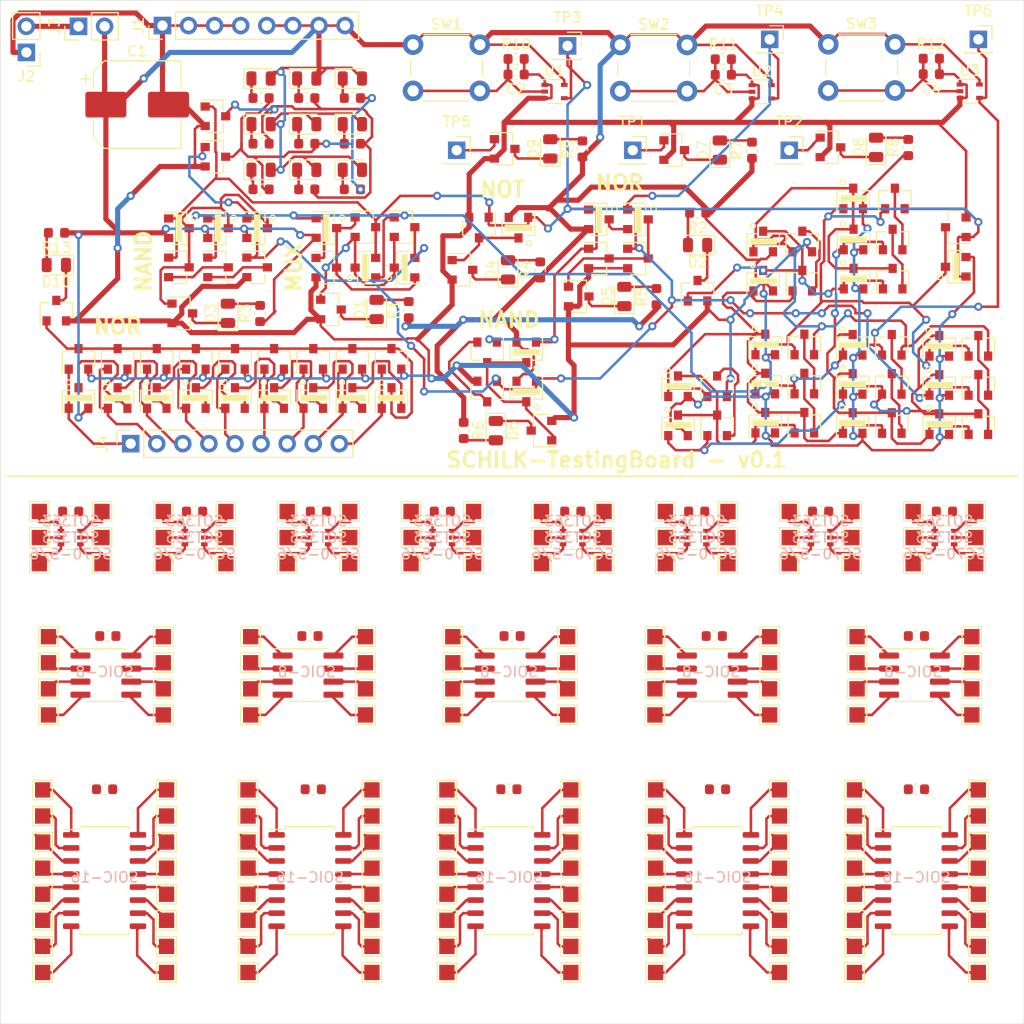
<source format=kicad_pcb>
(kicad_pcb (version 20171130) (host pcbnew "(5.1.5)-3")
  (title_block (title TestingBoard) (date 2020-02-26) (rev v0.1) (company "Philipp Schilk") (comment 1 "Fets and Crosses"))
  (layers (0 F.Cu signal) (31 B.Cu signal) (34 B.Paste user) (35 F.Paste user) (36 B.SilkS user) (37 F.SilkS user) (38 B.Mask user) (39 F.Mask user) (44 Edge.Cuts user))
  (net 0 "")
  (net 1 +5V)
  (net 2 GND)
  (net 3 "Net-(C2-Pad2)")
  (net 4 "Net-(C3-Pad2)")
  (net 5 "Net-(C4-Pad2)")
  (net 6 "Net-(D1-Pad1)")
  (net 7 "Net-(D1-Pad2)")
  (net 8 "Net-(D2-Pad2)")
  (net 9 "Net-(D2-Pad1)")
  (net 10 "Net-(D3-Pad2)")
  (net 11 "Net-(D3-Pad1)")
  (net 12 "Net-(D4-Pad2)")
  (net 13 "Net-(D4-Pad1)")
  (net 14 "Net-(D5-Pad1)")
  (net 15 "Net-(D5-Pad2)")
  (net 16 "Net-(D6-Pad1)")
  (net 17 "Net-(D6-Pad2)")
  (net 18 "Net-(D7-Pad2)")
  (net 19 "Net-(D7-Pad1)")
  (net 20 "Net-(D8-Pad2)")
  (net 21 "Net-(D8-Pad1)")
  (net 22 "Net-(D9-Pad2)")
  (net 23 "Net-(D9-Pad1)")
  (net 24 "Net-(D10-Pad1)")
  (net 25 "Net-(D10-Pad2)")
  (net 26 "Net-(D11-Pad1)")
  (net 27 "Net-(D12-Pad1)")
  (net 28 "Net-(D13-Pad1)")
  (net 29 "Net-(D14-Pad1)")
  (net 30 "Net-(D15-Pad1)")
  (net 31 "Net-(D16-Pad1)")
  (net 32 "Net-(D17-Pad1)")
  (net 33 "Net-(D18-Pad1)")
  (net 34 "Net-(D19-Pad1)")
  (net 35 "Net-(J2-Pad2)")
  (net 36 /Sheet5E7BEA13/8)
  (net 37 /Sheet5E7BEA13/7)
  (net 38 /Sheet5E7BEA13/6)
  (net 39 /Sheet5E7BEA13/5)
  (net 40 /Sheet5E7BEA13/4)
  (net 41 /Sheet5E7BEA13/3)
  (net 42 /Sheet5E7BEA13/2)
  (net 43 /Sheet5E7BEA13/1)
  (net 44 /Sheet5E7BEA13/0)
  (net 45 /Sheet5E570F0E/IN)
  (net 46 /sheet5E58788F/IN)
  (net 47 /sheet5E5B9468/IN)
  (net 48 /sheet5E5DEAF7/IN)
  (net 49 /sheet5E5E587C/IN)
  (net 50 /sheet5E5F3DE8/IN)
  (net 51 /sheet5E614E35/IN)
  (net 52 /sheet5E619EE9/IN)
  (net 53 /sheet5E61EF87/IN)
  (net 54 /sheet5E67BDF1/IN)
  (net 55 /BoardCell/O)
  (net 56 /BoardCell/X)
  (net 57 /B0)
  (net 58 /B2)
  (net 59 "Net-(Q15-Pad2)")
  (net 60 "Net-(Q16-Pad2)")
  (net 61 /B1)
  (net 62 "Net-(Q20-Pad3)")
  (net 63 "Net-(Q25-Pad3)")
  (net 64 "Net-(Q26-Pad3)")
  (net 65 "Net-(Q27-Pad3)")
  (net 66 "Net-(Q31-Pad3)")
  (net 67 "Net-(Q32-Pad3)")
  (net 68 "Net-(Q33-Pad3)")
  (net 69 "Net-(Q37-Pad3)")
  (net 70 "Net-(Q38-Pad3)")
  (net 71 /Sheet5E834D10/sheet5E8DA6D4/A)
  (net 72 /Sheet5E834D10/sheet5E8D9C76/A)
  (net 73 /Sheet5E834D10/sheet5E8DACDC/A)
  (net 74 "Net-(Q45-Pad2)")
  (net 75 "Net-(Q49-Pad2)")
  (net 76 "Net-(Q50-Pad2)")
  (net 77 /sheet5E83894D/Q)
  (net 78 /Sheet5E834D10/sheet5E8DADBF/A)
  (net 79 "Net-(Q55-Pad2)")
  (net 80 "Net-(Q56-Pad2)")
  (net 81 "Net-(Q61-Pad2)")
  (net 82 "Net-(Q62-Pad2)")
  (net 83 /Sheet5E834D10/~Q)
  (net 84 "Net-(Q67-Pad2)")
  (net 85 "Net-(Q68-Pad2)")
  (net 86 "Net-(Q73-Pad2)")
  (net 87 "Net-(Q79-Pad2)")
  (net 88 /Sheet5E8EBF5F/sheet5E900E63/Q)
  (module Capacitor_SMD:C_0603_1608Metric (layer F.Cu) (at 97.79 114.935)
    (fp_text reference REF** hide)
    (fp_text value C_0603_1608Metric)
    (pad 2 smd roundrect (at 0.7875 0) (size 0.875 0.95) (layers F.Cu F.Paste F.Mask))
    (pad 1 smd roundrect (at -0.7875 0) (size 0.875 0.95) (layers F.Cu F.Paste F.Mask))
  )
  (module Capacitor_SMD:C_0603_1608Metric (layer F.Cu) (at 118.11 114.935)
    (fp_text reference REF** hide)
    (fp_text value C_0603_1608Metric)
    (pad 1 smd roundrect (at -0.7875 0) (size 0.875 0.95) (layers F.Cu F.Paste F.Mask))
    (pad 2 smd roundrect (at 0.7875 0) (size 0.875 0.95) (layers F.Cu F.Paste F.Mask))
  )
  (module Capacitor_SMD:C_0603_1608Metric (layer F.Cu) (at 137.16 114.935)
    (fp_text reference REF** hide)
    (fp_text value C_0603_1608Metric)
    (pad 2 smd roundrect (at 0.7875 0) (size 0.875 0.95) (layers F.Cu F.Paste F.Mask))
    (pad 1 smd roundrect (at -0.7875 0) (size 0.875 0.95) (layers F.Cu F.Paste F.Mask))
  )
  (module Capacitor_SMD:C_0603_1608Metric (layer F.Cu) (at 157.48 114.935)
    (fp_text reference REF** hide)
    (fp_text value C_0603_1608Metric)
    (pad 1 smd roundrect (at -0.7875 0) (size 0.875 0.95) (layers F.Cu F.Paste F.Mask))
    (pad 2 smd roundrect (at 0.7875 0) (size 0.875 0.95) (layers F.Cu F.Paste F.Mask))
  )
  (module Capacitor_SMD:C_0603_1608Metric (layer F.Cu) (at 176.8475 114.935)
    (fp_text reference REF** hide)
    (fp_text value C_0603_1608Metric)
    (pad 2 smd roundrect (at 0.7875 0) (size 0.875 0.95) (layers F.Cu F.Paste F.Mask))
    (pad 1 smd roundrect (at -0.7875 0) (size 0.875 0.95) (layers F.Cu F.Paste F.Mask))
  )
  (module Capacitor_SMD:C_0603_1608Metric (layer F.Cu) (at 176.8475 100.0125)
    (fp_text reference REF** hide)
    (fp_text value C_0603_1608Metric)
    (pad 1 smd roundrect (at -0.7875 0) (size 0.875 0.95) (layers F.Cu F.Paste F.Mask))
    (pad 2 smd roundrect (at 0.7875 0) (size 0.875 0.95) (layers F.Cu F.Paste F.Mask))
  )
  (module Capacitor_SMD:C_0603_1608Metric (layer F.Cu) (at 157.1625 100.0125)
    (fp_text reference REF** hide)
    (fp_text value C_0603_1608Metric)
    (pad 2 smd roundrect (at 0.7875 0) (size 0.875 0.95) (layers F.Cu F.Paste F.Mask))
    (pad 1 smd roundrect (at -0.7875 0) (size 0.875 0.95) (layers F.Cu F.Paste F.Mask))
  )
  (module Capacitor_SMD:C_0603_1608Metric (layer F.Cu) (at 137.4775 100.0125)
    (fp_text reference REF** hide)
    (fp_text value C_0603_1608Metric)
    (pad 1 smd roundrect (at -0.7875 0) (size 0.875 0.95) (layers F.Cu F.Paste F.Mask))
    (pad 2 smd roundrect (at 0.7875 0) (size 0.875 0.95) (layers F.Cu F.Paste F.Mask))
  )
  (module Capacitor_SMD:C_0603_1608Metric (layer F.Cu) (at 117.7925 100.0125)
    (fp_text reference REF** hide)
    (fp_text value C_0603_1608Metric)
    (pad 2 smd roundrect (at 0.7875 0) (size 0.875 0.95) (layers F.Cu F.Paste F.Mask))
    (pad 1 smd roundrect (at -0.7875 0) (size 0.875 0.95) (layers F.Cu F.Paste F.Mask))
  )
  (module Capacitor_SMD:C_0603_1608Metric (layer F.Cu) (at 98.1075 100.0125)
    (fp_text reference REF** hide)
    (fp_text value C_0603_1608Metric)
    (pad 1 smd roundrect (at -0.7875 0) (size 0.875 0.95) (layers F.Cu F.Paste F.Mask))
    (pad 2 smd roundrect (at 0.7875 0) (size 0.875 0.95) (layers F.Cu F.Paste F.Mask))
  )
  (module TestPoint:TestPoint_Pad_1.5x1.5mm (layer F.Cu) (at 170.815 114.9985)
    (fp_text reference REF** hide)
    (fp_text value TestPoint_Pad_1.5x1.5mm)
    (pad 1 smd rect (at 0 0) (size 1.5 1.5) (layers F.Cu F.Mask))
  )
  (module Package_SO:SOIC-16_4.55x10.3mm_P1.27mm (layer F.Cu) (at 176.8475 123.825)
    (fp_text reference REF** hide)
    (fp_text value SOIC-16_4.55x10.3mm_P1.27mm)
    (pad 1 smd roundrect (at -3.25 -4.445) (size 1.6 0.55) (layers F.Cu F.Paste F.Mask))
    (pad 2 smd roundrect (at -3.25 -3.175) (size 1.6 0.55) (layers F.Cu F.Paste F.Mask))
    (pad 3 smd roundrect (at -3.25 -1.905) (size 1.6 0.55) (layers F.Cu F.Paste F.Mask))
    (pad 4 smd roundrect (at -3.25 -0.635) (size 1.6 0.55) (layers F.Cu F.Paste F.Mask))
    (pad 5 smd roundrect (at -3.25 0.635) (size 1.6 0.55) (layers F.Cu F.Paste F.Mask))
    (pad 6 smd roundrect (at -3.25 1.905) (size 1.6 0.55) (layers F.Cu F.Paste F.Mask))
    (pad 7 smd roundrect (at -3.25 3.175) (size 1.6 0.55) (layers F.Cu F.Paste F.Mask))
    (pad 8 smd roundrect (at -3.25 4.445) (size 1.6 0.55) (layers F.Cu F.Paste F.Mask))
    (pad 9 smd roundrect (at 3.25 4.445) (size 1.6 0.55) (layers F.Cu F.Paste F.Mask))
    (pad 10 smd roundrect (at 3.25 3.175) (size 1.6 0.55) (layers F.Cu F.Paste F.Mask))
    (pad 11 smd roundrect (at 3.25 1.905) (size 1.6 0.55) (layers F.Cu F.Paste F.Mask))
    (pad 12 smd roundrect (at 3.25 0.635) (size 1.6 0.55) (layers F.Cu F.Paste F.Mask))
    (pad 13 smd roundrect (at 3.25 -0.635) (size 1.6 0.55) (layers F.Cu F.Paste F.Mask))
    (pad 14 smd roundrect (at 3.25 -1.905) (size 1.6 0.55) (layers F.Cu F.Paste F.Mask))
    (pad 15 smd roundrect (at 3.25 -3.175) (size 1.6 0.55) (layers F.Cu F.Paste F.Mask))
    (pad 16 smd roundrect (at 3.25 -4.445) (size 1.6 0.55) (layers F.Cu F.Paste F.Mask))
  )
  (module TestPoint:TestPoint_Pad_1.5x1.5mm (layer F.Cu) (at 182.88 130.2385)
    (fp_text reference REF** hide)
    (fp_text value TestPoint_Pad_1.5x1.5mm)
    (pad 1 smd rect (at 0 0) (size 1.5 1.5) (layers F.Cu F.Mask))
  )
  (module TestPoint:TestPoint_Pad_1.5x1.5mm (layer F.Cu) (at 182.88 117.5385)
    (fp_text reference REF** hide)
    (fp_text value TestPoint_Pad_1.5x1.5mm)
    (pad 1 smd rect (at 0 0) (size 1.5 1.5) (layers F.Cu F.Mask))
  )
  (module TestPoint:TestPoint_Pad_1.5x1.5mm (layer F.Cu) (at 170.815 120.0785)
    (fp_text reference REF** hide)
    (fp_text value TestPoint_Pad_1.5x1.5mm)
    (pad 1 smd rect (at 0 0) (size 1.5 1.5) (layers F.Cu F.Mask))
  )
  (module TestPoint:TestPoint_Pad_1.5x1.5mm (layer F.Cu) (at 182.88 125.1585)
    (fp_text reference REF** hide)
    (fp_text value TestPoint_Pad_1.5x1.5mm)
    (pad 1 smd rect (at 0 0) (size 1.5 1.5) (layers F.Cu F.Mask))
  )
  (module TestPoint:TestPoint_Pad_1.5x1.5mm (layer F.Cu) (at 170.815 130.2385)
    (fp_text reference REF** hide)
    (fp_text value TestPoint_Pad_1.5x1.5mm)
    (pad 1 smd rect (at 0 0) (size 1.5 1.5) (layers F.Cu F.Mask))
  )
  (module TestPoint:TestPoint_Pad_1.5x1.5mm (layer F.Cu) (at 182.88 127.6985)
    (fp_text reference REF** hide)
    (fp_text value TestPoint_Pad_1.5x1.5mm)
    (pad 1 smd rect (at 0 0) (size 1.5 1.5) (layers F.Cu F.Mask))
  )
  (module Package_SO:SOIC-16_4.55x10.3mm_P1.27mm (layer F.Cu) (at 157.48 123.825)
    (fp_text reference REF** hide)
    (fp_text value SOIC-16_4.55x10.3mm_P1.27mm)
    (pad 16 smd roundrect (at 3.25 -4.445) (size 1.6 0.55) (layers F.Cu F.Paste F.Mask))
    (pad 15 smd roundrect (at 3.25 -3.175) (size 1.6 0.55) (layers F.Cu F.Paste F.Mask))
    (pad 14 smd roundrect (at 3.25 -1.905) (size 1.6 0.55) (layers F.Cu F.Paste F.Mask))
    (pad 13 smd roundrect (at 3.25 -0.635) (size 1.6 0.55) (layers F.Cu F.Paste F.Mask))
    (pad 12 smd roundrect (at 3.25 0.635) (size 1.6 0.55) (layers F.Cu F.Paste F.Mask))
    (pad 11 smd roundrect (at 3.25 1.905) (size 1.6 0.55) (layers F.Cu F.Paste F.Mask))
    (pad 10 smd roundrect (at 3.25 3.175) (size 1.6 0.55) (layers F.Cu F.Paste F.Mask))
    (pad 9 smd roundrect (at 3.25 4.445) (size 1.6 0.55) (layers F.Cu F.Paste F.Mask))
    (pad 8 smd roundrect (at -3.25 4.445) (size 1.6 0.55) (layers F.Cu F.Paste F.Mask))
    (pad 7 smd roundrect (at -3.25 3.175) (size 1.6 0.55) (layers F.Cu F.Paste F.Mask))
    (pad 6 smd roundrect (at -3.25 1.905) (size 1.6 0.55) (layers F.Cu F.Paste F.Mask))
    (pad 5 smd roundrect (at -3.25 0.635) (size 1.6 0.55) (layers F.Cu F.Paste F.Mask))
    (pad 4 smd roundrect (at -3.25 -0.635) (size 1.6 0.55) (layers F.Cu F.Paste F.Mask))
    (pad 3 smd roundrect (at -3.25 -1.905) (size 1.6 0.55) (layers F.Cu F.Paste F.Mask))
    (pad 2 smd roundrect (at -3.25 -3.175) (size 1.6 0.55) (layers F.Cu F.Paste F.Mask))
    (pad 1 smd roundrect (at -3.25 -4.445) (size 1.6 0.55) (layers F.Cu F.Paste F.Mask))
  )
  (module TestPoint:TestPoint_Pad_1.5x1.5mm (layer F.Cu) (at 182.88 120.0785)
    (fp_text reference REF** hide)
    (fp_text value TestPoint_Pad_1.5x1.5mm)
    (pad 1 smd rect (at 0 0) (size 1.5 1.5) (layers F.Cu F.Mask))
  )
  (module TestPoint:TestPoint_Pad_1.5x1.5mm (layer F.Cu) (at 170.815 122.6185)
    (fp_text reference REF** hide)
    (fp_text value TestPoint_Pad_1.5x1.5mm)
    (pad 1 smd rect (at 0 0) (size 1.5 1.5) (layers F.Cu F.Mask))
  )
  (module TestPoint:TestPoint_Pad_1.5x1.5mm (layer F.Cu) (at 170.815 117.5385)
    (fp_text reference REF** hide)
    (fp_text value TestPoint_Pad_1.5x1.5mm)
    (pad 1 smd rect (at 0 0) (size 1.5 1.5) (layers F.Cu F.Mask))
  )
  (module TestPoint:TestPoint_Pad_1.5x1.5mm (layer F.Cu) (at 170.815 132.7785)
    (fp_text reference REF** hide)
    (fp_text value TestPoint_Pad_1.5x1.5mm)
    (pad 1 smd rect (at 0 0) (size 1.5 1.5) (layers F.Cu F.Mask))
  )
  (module TestPoint:TestPoint_Pad_1.5x1.5mm (layer F.Cu) (at 182.88 114.9985)
    (fp_text reference REF** hide)
    (fp_text value TestPoint_Pad_1.5x1.5mm)
    (pad 1 smd rect (at 0 0) (size 1.5 1.5) (layers F.Cu F.Mask))
  )
  (module TestPoint:TestPoint_Pad_1.5x1.5mm (layer F.Cu) (at 170.815 127.6985)
    (fp_text reference REF** hide)
    (fp_text value TestPoint_Pad_1.5x1.5mm)
    (pad 1 smd rect (at 0 0) (size 1.5 1.5) (layers F.Cu F.Mask))
  )
  (module TestPoint:TestPoint_Pad_1.5x1.5mm (layer F.Cu) (at 182.88 122.6185)
    (fp_text reference REF** hide)
    (fp_text value TestPoint_Pad_1.5x1.5mm)
    (pad 1 smd rect (at 0 0) (size 1.5 1.5) (layers F.Cu F.Mask))
  )
  (module TestPoint:TestPoint_Pad_1.5x1.5mm (layer F.Cu) (at 182.88 132.7785)
    (fp_text reference REF** hide)
    (fp_text value TestPoint_Pad_1.5x1.5mm)
    (pad 1 smd rect (at 0 0) (size 1.5 1.5) (layers F.Cu F.Mask))
  )
  (module TestPoint:TestPoint_Pad_1.5x1.5mm (layer F.Cu) (at 170.815 125.1585)
    (fp_text reference REF** hide)
    (fp_text value TestPoint_Pad_1.5x1.5mm)
    (pad 1 smd rect (at 0 0) (size 1.5 1.5) (layers F.Cu F.Mask))
  )
  (module TestPoint:TestPoint_Pad_1.5x1.5mm (layer F.Cu) (at 151.4475 120.0785)
    (fp_text reference REF** hide)
    (fp_text value TestPoint_Pad_1.5x1.5mm)
    (pad 1 smd rect (at 0 0) (size 1.5 1.5) (layers F.Cu F.Mask))
  )
  (module TestPoint:TestPoint_Pad_1.5x1.5mm (layer F.Cu) (at 151.4475 130.2385)
    (fp_text reference REF** hide)
    (fp_text value TestPoint_Pad_1.5x1.5mm)
    (pad 1 smd rect (at 0 0) (size 1.5 1.5) (layers F.Cu F.Mask))
  )
  (module TestPoint:TestPoint_Pad_1.5x1.5mm (layer F.Cu) (at 151.4475 114.9985)
    (fp_text reference REF** hide)
    (fp_text value TestPoint_Pad_1.5x1.5mm)
    (pad 1 smd rect (at 0 0) (size 1.5 1.5) (layers F.Cu F.Mask))
  )
  (module TestPoint:TestPoint_Pad_1.5x1.5mm (layer F.Cu) (at 163.5125 122.6185)
    (fp_text reference REF** hide)
    (fp_text value TestPoint_Pad_1.5x1.5mm)
    (pad 1 smd rect (at 0 0) (size 1.5 1.5) (layers F.Cu F.Mask))
  )
  (module TestPoint:TestPoint_Pad_1.5x1.5mm (layer F.Cu) (at 163.5125 120.0785)
    (fp_text reference REF** hide)
    (fp_text value TestPoint_Pad_1.5x1.5mm)
    (pad 1 smd rect (at 0 0) (size 1.5 1.5) (layers F.Cu F.Mask))
  )
  (module TestPoint:TestPoint_Pad_1.5x1.5mm (layer F.Cu) (at 163.5125 130.2385)
    (fp_text reference REF** hide)
    (fp_text value TestPoint_Pad_1.5x1.5mm)
    (pad 1 smd rect (at 0 0) (size 1.5 1.5) (layers F.Cu F.Mask))
  )
  (module TestPoint:TestPoint_Pad_1.5x1.5mm (layer F.Cu) (at 163.5125 114.9985)
    (fp_text reference REF** hide)
    (fp_text value TestPoint_Pad_1.5x1.5mm)
    (pad 1 smd rect (at 0 0) (size 1.5 1.5) (layers F.Cu F.Mask))
  )
  (module TestPoint:TestPoint_Pad_1.5x1.5mm (layer F.Cu) (at 163.5125 117.5385)
    (fp_text reference REF** hide)
    (fp_text value TestPoint_Pad_1.5x1.5mm)
    (pad 1 smd rect (at 0 0) (size 1.5 1.5) (layers F.Cu F.Mask))
  )
  (module TestPoint:TestPoint_Pad_1.5x1.5mm (layer F.Cu) (at 151.4475 117.5385)
    (fp_text reference REF** hide)
    (fp_text value TestPoint_Pad_1.5x1.5mm)
    (pad 1 smd rect (at 0 0) (size 1.5 1.5) (layers F.Cu F.Mask))
  )
  (module TestPoint:TestPoint_Pad_1.5x1.5mm (layer F.Cu) (at 151.4475 125.1585)
    (fp_text reference REF** hide)
    (fp_text value TestPoint_Pad_1.5x1.5mm)
    (pad 1 smd rect (at 0 0) (size 1.5 1.5) (layers F.Cu F.Mask))
  )
  (module TestPoint:TestPoint_Pad_1.5x1.5mm (layer F.Cu) (at 163.5125 127.6985)
    (fp_text reference REF** hide)
    (fp_text value TestPoint_Pad_1.5x1.5mm)
    (pad 1 smd rect (at 0 0) (size 1.5 1.5) (layers F.Cu F.Mask))
  )
  (module TestPoint:TestPoint_Pad_1.5x1.5mm (layer F.Cu) (at 151.4475 122.6185)
    (fp_text reference REF** hide)
    (fp_text value TestPoint_Pad_1.5x1.5mm)
    (pad 1 smd rect (at 0 0) (size 1.5 1.5) (layers F.Cu F.Mask))
  )
  (module TestPoint:TestPoint_Pad_1.5x1.5mm (layer F.Cu) (at 151.4475 132.7785)
    (fp_text reference REF** hide)
    (fp_text value TestPoint_Pad_1.5x1.5mm)
    (pad 1 smd rect (at 0 0) (size 1.5 1.5) (layers F.Cu F.Mask))
  )
  (module TestPoint:TestPoint_Pad_1.5x1.5mm (layer F.Cu) (at 163.5125 132.7785)
    (fp_text reference REF** hide)
    (fp_text value TestPoint_Pad_1.5x1.5mm)
    (pad 1 smd rect (at 0 0) (size 1.5 1.5) (layers F.Cu F.Mask))
  )
  (module TestPoint:TestPoint_Pad_1.5x1.5mm (layer F.Cu) (at 163.5125 125.1585)
    (fp_text reference REF** hide)
    (fp_text value TestPoint_Pad_1.5x1.5mm)
    (pad 1 smd rect (at 0 0) (size 1.5 1.5) (layers F.Cu F.Mask))
  )
  (module TestPoint:TestPoint_Pad_1.5x1.5mm (layer F.Cu) (at 151.4475 127.6985)
    (fp_text reference REF** hide)
    (fp_text value TestPoint_Pad_1.5x1.5mm)
    (pad 1 smd rect (at 0 0) (size 1.5 1.5) (layers F.Cu F.Mask))
  )
  (module Package_SO:SOIC-16_4.55x10.3mm_P1.27mm (layer F.Cu) (at 137.16 123.825)
    (fp_text reference REF** hide)
    (fp_text value SOIC-16_4.55x10.3mm_P1.27mm)
    (pad 16 smd roundrect (at 3.25 -4.445) (size 1.6 0.55) (layers F.Cu F.Paste F.Mask))
    (pad 15 smd roundrect (at 3.25 -3.175) (size 1.6 0.55) (layers F.Cu F.Paste F.Mask))
    (pad 14 smd roundrect (at 3.25 -1.905) (size 1.6 0.55) (layers F.Cu F.Paste F.Mask))
    (pad 13 smd roundrect (at 3.25 -0.635) (size 1.6 0.55) (layers F.Cu F.Paste F.Mask))
    (pad 12 smd roundrect (at 3.25 0.635) (size 1.6 0.55) (layers F.Cu F.Paste F.Mask))
    (pad 11 smd roundrect (at 3.25 1.905) (size 1.6 0.55) (layers F.Cu F.Paste F.Mask))
    (pad 10 smd roundrect (at 3.25 3.175) (size 1.6 0.55) (layers F.Cu F.Paste F.Mask))
    (pad 9 smd roundrect (at 3.25 4.445) (size 1.6 0.55) (layers F.Cu F.Paste F.Mask))
    (pad 8 smd roundrect (at -3.25 4.445) (size 1.6 0.55) (layers F.Cu F.Paste F.Mask))
    (pad 7 smd roundrect (at -3.25 3.175) (size 1.6 0.55) (layers F.Cu F.Paste F.Mask))
    (pad 6 smd roundrect (at -3.25 1.905) (size 1.6 0.55) (layers F.Cu F.Paste F.Mask))
    (pad 5 smd roundrect (at -3.25 0.635) (size 1.6 0.55) (layers F.Cu F.Paste F.Mask))
    (pad 4 smd roundrect (at -3.25 -0.635) (size 1.6 0.55) (layers F.Cu F.Paste F.Mask))
    (pad 3 smd roundrect (at -3.25 -1.905) (size 1.6 0.55) (layers F.Cu F.Paste F.Mask))
    (pad 2 smd roundrect (at -3.25 -3.175) (size 1.6 0.55) (layers F.Cu F.Paste F.Mask))
    (pad 1 smd roundrect (at -3.25 -4.445) (size 1.6 0.55) (layers F.Cu F.Paste F.Mask))
  )
  (module TestPoint:TestPoint_Pad_1.5x1.5mm (layer F.Cu) (at 131.1275 120.0785)
    (fp_text reference REF** hide)
    (fp_text value TestPoint_Pad_1.5x1.5mm)
    (pad 1 smd rect (at 0 0) (size 1.5 1.5) (layers F.Cu F.Mask))
  )
  (module TestPoint:TestPoint_Pad_1.5x1.5mm (layer F.Cu) (at 131.1275 130.2385)
    (fp_text reference REF** hide)
    (fp_text value TestPoint_Pad_1.5x1.5mm)
    (pad 1 smd rect (at 0 0) (size 1.5 1.5) (layers F.Cu F.Mask))
  )
  (module TestPoint:TestPoint_Pad_1.5x1.5mm (layer F.Cu) (at 131.1275 114.9985)
    (fp_text reference REF** hide)
    (fp_text value TestPoint_Pad_1.5x1.5mm)
    (pad 1 smd rect (at 0 0) (size 1.5 1.5) (layers F.Cu F.Mask))
  )
  (module TestPoint:TestPoint_Pad_1.5x1.5mm (layer F.Cu) (at 143.1925 122.6185)
    (fp_text reference REF** hide)
    (fp_text value TestPoint_Pad_1.5x1.5mm)
    (pad 1 smd rect (at 0 0) (size 1.5 1.5) (layers F.Cu F.Mask))
  )
  (module TestPoint:TestPoint_Pad_1.5x1.5mm (layer F.Cu) (at 143.1925 120.0785)
    (fp_text reference REF** hide)
    (fp_text value TestPoint_Pad_1.5x1.5mm)
    (pad 1 smd rect (at 0 0) (size 1.5 1.5) (layers F.Cu F.Mask))
  )
  (module TestPoint:TestPoint_Pad_1.5x1.5mm (layer F.Cu) (at 143.1925 130.2385)
    (fp_text reference REF** hide)
    (fp_text value TestPoint_Pad_1.5x1.5mm)
    (pad 1 smd rect (at 0 0) (size 1.5 1.5) (layers F.Cu F.Mask))
  )
  (module TestPoint:TestPoint_Pad_1.5x1.5mm (layer F.Cu) (at 143.1925 114.9985)
    (fp_text reference REF** hide)
    (fp_text value TestPoint_Pad_1.5x1.5mm)
    (pad 1 smd rect (at 0 0) (size 1.5 1.5) (layers F.Cu F.Mask))
  )
  (module TestPoint:TestPoint_Pad_1.5x1.5mm (layer F.Cu) (at 143.1925 117.5385)
    (fp_text reference REF** hide)
    (fp_text value TestPoint_Pad_1.5x1.5mm)
    (pad 1 smd rect (at 0 0) (size 1.5 1.5) (layers F.Cu F.Mask))
  )
  (module TestPoint:TestPoint_Pad_1.5x1.5mm (layer F.Cu) (at 131.1275 117.5385)
    (fp_text reference REF** hide)
    (fp_text value TestPoint_Pad_1.5x1.5mm)
    (pad 1 smd rect (at 0 0) (size 1.5 1.5) (layers F.Cu F.Mask))
  )
  (module TestPoint:TestPoint_Pad_1.5x1.5mm (layer F.Cu) (at 131.1275 125.1585)
    (fp_text reference REF** hide)
    (fp_text value TestPoint_Pad_1.5x1.5mm)
    (pad 1 smd rect (at 0 0) (size 1.5 1.5) (layers F.Cu F.Mask))
  )
  (module TestPoint:TestPoint_Pad_1.5x1.5mm (layer F.Cu) (at 143.1925 127.6985)
    (fp_text reference REF** hide)
    (fp_text value TestPoint_Pad_1.5x1.5mm)
    (pad 1 smd rect (at 0 0) (size 1.5 1.5) (layers F.Cu F.Mask))
  )
  (module TestPoint:TestPoint_Pad_1.5x1.5mm (layer F.Cu) (at 131.1275 122.6185)
    (fp_text reference REF** hide)
    (fp_text value TestPoint_Pad_1.5x1.5mm)
    (pad 1 smd rect (at 0 0) (size 1.5 1.5) (layers F.Cu F.Mask))
  )
  (module TestPoint:TestPoint_Pad_1.5x1.5mm (layer F.Cu) (at 131.1275 132.7785)
    (fp_text reference REF** hide)
    (fp_text value TestPoint_Pad_1.5x1.5mm)
    (pad 1 smd rect (at 0 0) (size 1.5 1.5) (layers F.Cu F.Mask))
  )
  (module TestPoint:TestPoint_Pad_1.5x1.5mm (layer F.Cu) (at 143.1925 132.7785)
    (fp_text reference REF** hide)
    (fp_text value TestPoint_Pad_1.5x1.5mm)
    (pad 1 smd rect (at 0 0) (size 1.5 1.5) (layers F.Cu F.Mask))
  )
  (module TestPoint:TestPoint_Pad_1.5x1.5mm (layer F.Cu) (at 143.1925 125.1585)
    (fp_text reference REF** hide)
    (fp_text value TestPoint_Pad_1.5x1.5mm)
    (pad 1 smd rect (at 0 0) (size 1.5 1.5) (layers F.Cu F.Mask))
  )
  (module TestPoint:TestPoint_Pad_1.5x1.5mm (layer F.Cu) (at 131.1275 127.6985)
    (fp_text reference REF** hide)
    (fp_text value TestPoint_Pad_1.5x1.5mm)
    (pad 1 smd rect (at 0 0) (size 1.5 1.5) (layers F.Cu F.Mask))
  )
  (module Package_SO:SOIC-16_4.55x10.3mm_P1.27mm (layer F.Cu) (at 117.7925 123.825)
    (fp_text reference REF** hide)
    (fp_text value SOIC-16_4.55x10.3mm_P1.27mm)
    (pad 1 smd roundrect (at -3.25 -4.445) (size 1.6 0.55) (layers F.Cu F.Paste F.Mask))
    (pad 2 smd roundrect (at -3.25 -3.175) (size 1.6 0.55) (layers F.Cu F.Paste F.Mask))
    (pad 3 smd roundrect (at -3.25 -1.905) (size 1.6 0.55) (layers F.Cu F.Paste F.Mask))
    (pad 4 smd roundrect (at -3.25 -0.635) (size 1.6 0.55) (layers F.Cu F.Paste F.Mask))
    (pad 5 smd roundrect (at -3.25 0.635) (size 1.6 0.55) (layers F.Cu F.Paste F.Mask))
    (pad 6 smd roundrect (at -3.25 1.905) (size 1.6 0.55) (layers F.Cu F.Paste F.Mask))
    (pad 7 smd roundrect (at -3.25 3.175) (size 1.6 0.55) (layers F.Cu F.Paste F.Mask))
    (pad 8 smd roundrect (at -3.25 4.445) (size 1.6 0.55) (layers F.Cu F.Paste F.Mask))
    (pad 9 smd roundrect (at 3.25 4.445) (size 1.6 0.55) (layers F.Cu F.Paste F.Mask))
    (pad 10 smd roundrect (at 3.25 3.175) (size 1.6 0.55) (layers F.Cu F.Paste F.Mask))
    (pad 11 smd roundrect (at 3.25 1.905) (size 1.6 0.55) (layers F.Cu F.Paste F.Mask))
    (pad 12 smd roundrect (at 3.25 0.635) (size 1.6 0.55) (layers F.Cu F.Paste F.Mask))
    (pad 13 smd roundrect (at 3.25 -0.635) (size 1.6 0.55) (layers F.Cu F.Paste F.Mask))
    (pad 14 smd roundrect (at 3.25 -1.905) (size 1.6 0.55) (layers F.Cu F.Paste F.Mask))
    (pad 15 smd roundrect (at 3.25 -3.175) (size 1.6 0.55) (layers F.Cu F.Paste F.Mask))
    (pad 16 smd roundrect (at 3.25 -4.445) (size 1.6 0.55) (layers F.Cu F.Paste F.Mask))
  )
  (module TestPoint:TestPoint_Pad_1.5x1.5mm (layer F.Cu) (at 111.76 120.0785)
    (fp_text reference REF** hide)
    (fp_text value TestPoint_Pad_1.5x1.5mm)
    (pad 1 smd rect (at 0 0) (size 1.5 1.5) (layers F.Cu F.Mask))
  )
  (module TestPoint:TestPoint_Pad_1.5x1.5mm (layer F.Cu) (at 111.76 130.2385)
    (fp_text reference REF** hide)
    (fp_text value TestPoint_Pad_1.5x1.5mm)
    (pad 1 smd rect (at 0 0) (size 1.5 1.5) (layers F.Cu F.Mask))
  )
  (module TestPoint:TestPoint_Pad_1.5x1.5mm (layer F.Cu) (at 111.76 127.6985)
    (fp_text reference REF** hide)
    (fp_text value TestPoint_Pad_1.5x1.5mm)
    (pad 1 smd rect (at 0 0) (size 1.5 1.5) (layers F.Cu F.Mask))
  )
  (module TestPoint:TestPoint_Pad_1.5x1.5mm (layer F.Cu) (at 123.825 122.6185)
    (fp_text reference REF** hide)
    (fp_text value TestPoint_Pad_1.5x1.5mm)
    (pad 1 smd rect (at 0 0) (size 1.5 1.5) (layers F.Cu F.Mask))
  )
  (module TestPoint:TestPoint_Pad_1.5x1.5mm (layer F.Cu) (at 111.76 117.5385)
    (fp_text reference REF** hide)
    (fp_text value TestPoint_Pad_1.5x1.5mm)
    (pad 1 smd rect (at 0 0) (size 1.5 1.5) (layers F.Cu F.Mask))
  )
  (module TestPoint:TestPoint_Pad_1.5x1.5mm (layer F.Cu) (at 123.825 120.0785)
    (fp_text reference REF** hide)
    (fp_text value TestPoint_Pad_1.5x1.5mm)
    (pad 1 smd rect (at 0 0) (size 1.5 1.5) (layers F.Cu F.Mask))
  )
  (module TestPoint:TestPoint_Pad_1.5x1.5mm (layer F.Cu) (at 111.76 125.1585)
    (fp_text reference REF** hide)
    (fp_text value TestPoint_Pad_1.5x1.5mm)
    (pad 1 smd rect (at 0 0) (size 1.5 1.5) (layers F.Cu F.Mask))
  )
  (module TestPoint:TestPoint_Pad_1.5x1.5mm (layer F.Cu) (at 111.76 132.7785)
    (fp_text reference REF** hide)
    (fp_text value TestPoint_Pad_1.5x1.5mm)
    (pad 1 smd rect (at 0 0) (size 1.5 1.5) (layers F.Cu F.Mask))
  )
  (module TestPoint:TestPoint_Pad_1.5x1.5mm (layer F.Cu) (at 123.825 130.2385)
    (fp_text reference REF** hide)
    (fp_text value TestPoint_Pad_1.5x1.5mm)
    (pad 1 smd rect (at 0 0) (size 1.5 1.5) (layers F.Cu F.Mask))
  )
  (module TestPoint:TestPoint_Pad_1.5x1.5mm (layer F.Cu) (at 123.825 127.6985)
    (fp_text reference REF** hide)
    (fp_text value TestPoint_Pad_1.5x1.5mm)
    (pad 1 smd rect (at 0 0) (size 1.5 1.5) (layers F.Cu F.Mask))
  )
  (module TestPoint:TestPoint_Pad_1.5x1.5mm (layer F.Cu) (at 123.825 117.5385)
    (fp_text reference REF** hide)
    (fp_text value TestPoint_Pad_1.5x1.5mm)
    (pad 1 smd rect (at 0 0) (size 1.5 1.5) (layers F.Cu F.Mask))
  )
  (module TestPoint:TestPoint_Pad_1.5x1.5mm (layer F.Cu) (at 123.825 125.1585)
    (fp_text reference REF** hide)
    (fp_text value TestPoint_Pad_1.5x1.5mm)
    (pad 1 smd rect (at 0 0) (size 1.5 1.5) (layers F.Cu F.Mask))
  )
  (module TestPoint:TestPoint_Pad_1.5x1.5mm (layer F.Cu) (at 123.825 114.9985)
    (fp_text reference REF** hide)
    (fp_text value TestPoint_Pad_1.5x1.5mm)
    (pad 1 smd rect (at 0 0) (size 1.5 1.5) (layers F.Cu F.Mask))
  )
  (module TestPoint:TestPoint_Pad_1.5x1.5mm (layer F.Cu) (at 123.825 132.7785)
    (fp_text reference REF** hide)
    (fp_text value TestPoint_Pad_1.5x1.5mm)
    (pad 1 smd rect (at 0 0) (size 1.5 1.5) (layers F.Cu F.Mask))
  )
  (module TestPoint:TestPoint_Pad_1.5x1.5mm (layer F.Cu) (at 111.76 114.9985)
    (fp_text reference REF** hide)
    (fp_text value TestPoint_Pad_1.5x1.5mm)
    (pad 1 smd rect (at 0 0) (size 1.5 1.5) (layers F.Cu F.Mask))
  )
  (module TestPoint:TestPoint_Pad_1.5x1.5mm (layer F.Cu) (at 111.76 122.6185)
    (fp_text reference REF** hide)
    (fp_text value TestPoint_Pad_1.5x1.5mm)
    (pad 1 smd rect (at 0 0) (size 1.5 1.5) (layers F.Cu F.Mask))
  )
  (module TestPoint:TestPoint_Pad_1.5x1.5mm (layer F.Cu) (at 91.7575 122.6185)
    (fp_text reference REF** hide)
    (fp_text value TestPoint_Pad_1.5x1.5mm)
    (pad 1 smd rect (at 0 0) (size 1.5 1.5) (layers F.Cu F.Mask))
  )
  (module TestPoint:TestPoint_Pad_1.5x1.5mm (layer F.Cu) (at 91.7575 120.0785)
    (fp_text reference REF** hide)
    (fp_text value TestPoint_Pad_1.5x1.5mm)
    (pad 1 smd rect (at 0 0) (size 1.5 1.5) (layers F.Cu F.Mask))
  )
  (module TestPoint:TestPoint_Pad_1.5x1.5mm (layer F.Cu) (at 91.7575 130.2385)
    (fp_text reference REF** hide)
    (fp_text value TestPoint_Pad_1.5x1.5mm)
    (pad 1 smd rect (at 0 0) (size 1.5 1.5) (layers F.Cu F.Mask))
  )
  (module TestPoint:TestPoint_Pad_1.5x1.5mm (layer F.Cu) (at 91.7575 127.6985)
    (fp_text reference REF** hide)
    (fp_text value TestPoint_Pad_1.5x1.5mm)
    (pad 1 smd rect (at 0 0) (size 1.5 1.5) (layers F.Cu F.Mask))
  )
  (module TestPoint:TestPoint_Pad_1.5x1.5mm (layer F.Cu) (at 91.7575 117.5385)
    (fp_text reference REF** hide)
    (fp_text value TestPoint_Pad_1.5x1.5mm)
    (pad 1 smd rect (at 0 0) (size 1.5 1.5) (layers F.Cu F.Mask))
  )
  (module TestPoint:TestPoint_Pad_1.5x1.5mm (layer F.Cu) (at 91.7575 125.1585)
    (fp_text reference REF** hide)
    (fp_text value TestPoint_Pad_1.5x1.5mm)
    (pad 1 smd rect (at 0 0) (size 1.5 1.5) (layers F.Cu F.Mask))
  )
  (module TestPoint:TestPoint_Pad_1.5x1.5mm (layer F.Cu) (at 91.7575 114.9985)
    (fp_text reference REF** hide)
    (fp_text value TestPoint_Pad_1.5x1.5mm)
    (pad 1 smd rect (at 0 0) (size 1.5 1.5) (layers F.Cu F.Mask))
  )
  (module TestPoint:TestPoint_Pad_1.5x1.5mm (layer F.Cu) (at 91.7575 132.7785)
    (fp_text reference REF** hide)
    (fp_text value TestPoint_Pad_1.5x1.5mm)
    (pad 1 smd rect (at 0 0) (size 1.5 1.5) (layers F.Cu F.Mask))
  )
  (module TestPoint:TestPoint_Pad_1.5x1.5mm (layer F.Cu) (at 103.8225 132.7785)
    (fp_text reference REF** hide)
    (fp_text value TestPoint_Pad_1.5x1.5mm)
    (pad 1 smd rect (at 0 0) (size 1.5 1.5) (layers F.Cu F.Mask))
  )
  (module TestPoint:TestPoint_Pad_1.5x1.5mm (layer F.Cu) (at 103.8225 130.2385)
    (fp_text reference REF** hide)
    (fp_text value TestPoint_Pad_1.5x1.5mm)
    (pad 1 smd rect (at 0 0) (size 1.5 1.5) (layers F.Cu F.Mask))
  )
  (module TestPoint:TestPoint_Pad_1.5x1.5mm (layer F.Cu) (at 103.8225 127.6985)
    (fp_text reference REF** hide)
    (fp_text value TestPoint_Pad_1.5x1.5mm)
    (pad 1 smd rect (at 0 0) (size 1.5 1.5) (layers F.Cu F.Mask))
  )
  (module TestPoint:TestPoint_Pad_1.5x1.5mm (layer F.Cu) (at 103.8225 125.1585)
    (fp_text reference REF** hide)
    (fp_text value TestPoint_Pad_1.5x1.5mm)
    (pad 1 smd rect (at 0 0) (size 1.5 1.5) (layers F.Cu F.Mask))
  )
  (module TestPoint:TestPoint_Pad_1.5x1.5mm (layer F.Cu) (at 103.8225 122.6185)
    (fp_text reference REF** hide)
    (fp_text value TestPoint_Pad_1.5x1.5mm)
    (pad 1 smd rect (at 0 0) (size 1.5 1.5) (layers F.Cu F.Mask))
  )
  (module TestPoint:TestPoint_Pad_1.5x1.5mm (layer F.Cu) (at 103.8225 114.9985)
    (fp_text reference REF** hide)
    (fp_text value TestPoint_Pad_1.5x1.5mm)
    (pad 1 smd rect (at 0 0) (size 1.5 1.5) (layers F.Cu F.Mask))
  )
  (module TestPoint:TestPoint_Pad_1.5x1.5mm (layer F.Cu) (at 103.8225 120.0785)
    (fp_text reference REF** hide)
    (fp_text value TestPoint_Pad_1.5x1.5mm)
    (pad 1 smd rect (at 0 0) (size 1.5 1.5) (layers F.Cu F.Mask))
  )
  (module TestPoint:TestPoint_Pad_1.5x1.5mm (layer F.Cu) (at 103.8225 117.5385)
    (fp_text reference REF** hide)
    (fp_text value TestPoint_Pad_1.5x1.5mm)
    (pad 1 smd rect (at 0 0) (size 1.5 1.5) (layers F.Cu F.Mask))
  )
  (module TestPoint:TestPoint_Pad_1.5x1.5mm (layer F.Cu) (at 162.56 102.616)
    (fp_text reference REF** hide)
    (fp_text value TestPoint_Pad_1.5x1.5mm)
    (pad 1 smd rect (at 0 0) (size 1.5 1.5) (layers F.Cu F.Mask))
  )
  (module TestPoint:TestPoint_Pad_1.5x1.5mm (layer F.Cu) (at 182.245 100.076)
    (fp_text reference REF** hide)
    (fp_text value TestPoint_Pad_1.5x1.5mm)
    (pad 1 smd rect (at 0 0) (size 1.5 1.5) (layers F.Cu F.Mask))
  )
  (module TestPoint:TestPoint_Pad_1.5x1.5mm (layer F.Cu) (at 151.384 100.076)
    (fp_text reference REF** hide)
    (fp_text value TestPoint_Pad_1.5x1.5mm)
    (pad 1 smd rect (at 0 0) (size 1.5 1.5) (layers F.Cu F.Mask))
  )
  (module Package_SO:SOIC-8_3.9x4.9mm_P1.27mm (layer F.Cu) (at 176.657 103.8225)
    (fp_text reference REF** hide)
    (fp_text value SOIC-8_3.9x4.9mm_P1.27mm)
    (pad 1 smd roundrect (at -2.475 -1.905) (size 1.95 0.6) (layers F.Cu F.Paste F.Mask))
    (pad 2 smd roundrect (at -2.475 -0.635) (size 1.95 0.6) (layers F.Cu F.Paste F.Mask))
    (pad 3 smd roundrect (at -2.475 0.635) (size 1.95 0.6) (layers F.Cu F.Paste F.Mask))
    (pad 4 smd roundrect (at -2.475 1.905) (size 1.95 0.6) (layers F.Cu F.Paste F.Mask))
    (pad 5 smd roundrect (at 2.475 1.905) (size 1.95 0.6) (layers F.Cu F.Paste F.Mask))
    (pad 6 smd roundrect (at 2.475 0.635) (size 1.95 0.6) (layers F.Cu F.Paste F.Mask))
    (pad 7 smd roundrect (at 2.475 -0.635) (size 1.95 0.6) (layers F.Cu F.Paste F.Mask))
    (pad 8 smd roundrect (at 2.475 -1.905) (size 1.95 0.6) (layers F.Cu F.Paste F.Mask))
  )
  (module TestPoint:TestPoint_Pad_1.5x1.5mm (layer F.Cu) (at 171.069 100.076)
    (fp_text reference REF** hide)
    (fp_text value TestPoint_Pad_1.5x1.5mm)
    (pad 1 smd rect (at 0 0) (size 1.5 1.5) (layers F.Cu F.Mask))
  )
  (module TestPoint:TestPoint_Pad_1.5x1.5mm (layer F.Cu) (at 182.245 105.156)
    (fp_text reference REF** hide)
    (fp_text value TestPoint_Pad_1.5x1.5mm)
    (pad 1 smd rect (at 0 0) (size 1.5 1.5) (layers F.Cu F.Mask))
  )
  (module Package_SO:SOIC-8_3.9x4.9mm_P1.27mm (layer F.Cu) (at 156.972 103.8225)
    (fp_text reference REF** hide)
    (fp_text value SOIC-8_3.9x4.9mm_P1.27mm)
    (pad 8 smd roundrect (at 2.475 -1.905) (size 1.95 0.6) (layers F.Cu F.Paste F.Mask))
    (pad 7 smd roundrect (at 2.475 -0.635) (size 1.95 0.6) (layers F.Cu F.Paste F.Mask))
    (pad 6 smd roundrect (at 2.475 0.635) (size 1.95 0.6) (layers F.Cu F.Paste F.Mask))
    (pad 5 smd roundrect (at 2.475 1.905) (size 1.95 0.6) (layers F.Cu F.Paste F.Mask))
    (pad 4 smd roundrect (at -2.475 1.905) (size 1.95 0.6) (layers F.Cu F.Paste F.Mask))
    (pad 3 smd roundrect (at -2.475 0.635) (size 1.95 0.6) (layers F.Cu F.Paste F.Mask))
    (pad 2 smd roundrect (at -2.475 -0.635) (size 1.95 0.6) (layers F.Cu F.Paste F.Mask))
    (pad 1 smd roundrect (at -2.475 -1.905) (size 1.95 0.6) (layers F.Cu F.Paste F.Mask))
  )
  (module TestPoint:TestPoint_Pad_1.5x1.5mm (layer F.Cu) (at 171.069 107.696)
    (fp_text reference REF** hide)
    (fp_text value TestPoint_Pad_1.5x1.5mm)
    (pad 1 smd rect (at 0 0) (size 1.5 1.5) (layers F.Cu F.Mask))
  )
  (module TestPoint:TestPoint_Pad_1.5x1.5mm (layer F.Cu) (at 171.069 102.616)
    (fp_text reference REF** hide)
    (fp_text value TestPoint_Pad_1.5x1.5mm)
    (pad 1 smd rect (at 0 0) (size 1.5 1.5) (layers F.Cu F.Mask))
  )
  (module TestPoint:TestPoint_Pad_1.5x1.5mm (layer F.Cu) (at 151.384 102.616)
    (fp_text reference REF** hide)
    (fp_text value TestPoint_Pad_1.5x1.5mm)
    (pad 1 smd rect (at 0 0) (size 1.5 1.5) (layers F.Cu F.Mask))
  )
  (module TestPoint:TestPoint_Pad_1.5x1.5mm (layer F.Cu) (at 151.384 105.156)
    (fp_text reference REF** hide)
    (fp_text value TestPoint_Pad_1.5x1.5mm)
    (pad 1 smd rect (at 0 0) (size 1.5 1.5) (layers F.Cu F.Mask))
  )
  (module TestPoint:TestPoint_Pad_1.5x1.5mm (layer F.Cu) (at 151.384 107.696)
    (fp_text reference REF** hide)
    (fp_text value TestPoint_Pad_1.5x1.5mm)
    (pad 1 smd rect (at 0 0) (size 1.5 1.5) (layers F.Cu F.Mask))
  )
  (module TestPoint:TestPoint_Pad_1.5x1.5mm (layer F.Cu) (at 171.069 105.156)
    (fp_text reference REF** hide)
    (fp_text value TestPoint_Pad_1.5x1.5mm)
    (pad 1 smd rect (at 0 0) (size 1.5 1.5) (layers F.Cu F.Mask))
  )
  (module TestPoint:TestPoint_Pad_1.5x1.5mm (layer F.Cu) (at 162.56 100.076)
    (fp_text reference REF** hide)
    (fp_text value TestPoint_Pad_1.5x1.5mm)
    (pad 1 smd rect (at 0 0) (size 1.5 1.5) (layers F.Cu F.Mask))
  )
  (module TestPoint:TestPoint_Pad_1.5x1.5mm (layer F.Cu) (at 162.56 107.696)
    (fp_text reference REF** hide)
    (fp_text value TestPoint_Pad_1.5x1.5mm)
    (pad 1 smd rect (at 0 0) (size 1.5 1.5) (layers F.Cu F.Mask))
  )
  (module TestPoint:TestPoint_Pad_1.5x1.5mm (layer F.Cu) (at 162.56 105.156)
    (fp_text reference REF** hide)
    (fp_text value TestPoint_Pad_1.5x1.5mm)
    (pad 1 smd rect (at 0 0) (size 1.5 1.5) (layers F.Cu F.Mask))
  )
  (module TestPoint:TestPoint_Pad_1.5x1.5mm (layer F.Cu) (at 182.245 102.616)
    (fp_text reference REF** hide)
    (fp_text value TestPoint_Pad_1.5x1.5mm)
    (pad 1 smd rect (at 0 0) (size 1.5 1.5) (layers F.Cu F.Mask))
  )
  (module TestPoint:TestPoint_Pad_1.5x1.5mm (layer F.Cu) (at 182.245 107.696)
    (fp_text reference REF** hide)
    (fp_text value TestPoint_Pad_1.5x1.5mm)
    (pad 1 smd rect (at 0 0) (size 1.5 1.5) (layers F.Cu F.Mask))
  )
  (module TestPoint:TestPoint_Pad_1.5x1.5mm (layer F.Cu) (at 142.875 102.616)
    (fp_text reference REF** hide)
    (fp_text value TestPoint_Pad_1.5x1.5mm)
    (pad 1 smd rect (at 0 0) (size 1.5 1.5) (layers F.Cu F.Mask))
  )
  (module TestPoint:TestPoint_Pad_1.5x1.5mm (layer F.Cu) (at 131.699 100.076)
    (fp_text reference REF** hide)
    (fp_text value TestPoint_Pad_1.5x1.5mm)
    (pad 1 smd rect (at 0 0) (size 1.5 1.5) (layers F.Cu F.Mask))
  )
  (module Package_SO:SOIC-8_3.9x4.9mm_P1.27mm (layer F.Cu) (at 137.287 103.8225)
    (fp_text reference REF** hide)
    (fp_text value SOIC-8_3.9x4.9mm_P1.27mm)
    (pad 8 smd roundrect (at 2.475 -1.905) (size 1.95 0.6) (layers F.Cu F.Paste F.Mask))
    (pad 7 smd roundrect (at 2.475 -0.635) (size 1.95 0.6) (layers F.Cu F.Paste F.Mask))
    (pad 6 smd roundrect (at 2.475 0.635) (size 1.95 0.6) (layers F.Cu F.Paste F.Mask))
    (pad 5 smd roundrect (at 2.475 1.905) (size 1.95 0.6) (layers F.Cu F.Paste F.Mask))
    (pad 4 smd roundrect (at -2.475 1.905) (size 1.95 0.6) (layers F.Cu F.Paste F.Mask))
    (pad 3 smd roundrect (at -2.475 0.635) (size 1.95 0.6) (layers F.Cu F.Paste F.Mask))
    (pad 2 smd roundrect (at -2.475 -0.635) (size 1.95 0.6) (layers F.Cu F.Paste F.Mask))
    (pad 1 smd roundrect (at -2.475 -1.905) (size 1.95 0.6) (layers F.Cu F.Paste F.Mask))
  )
  (module TestPoint:TestPoint_Pad_1.5x1.5mm (layer F.Cu) (at 131.699 102.616)
    (fp_text reference REF** hide)
    (fp_text value TestPoint_Pad_1.5x1.5mm)
    (pad 1 smd rect (at 0 0) (size 1.5 1.5) (layers F.Cu F.Mask))
  )
  (module TestPoint:TestPoint_Pad_1.5x1.5mm (layer F.Cu) (at 131.699 105.156)
    (fp_text reference REF** hide)
    (fp_text value TestPoint_Pad_1.5x1.5mm)
    (pad 1 smd rect (at 0 0) (size 1.5 1.5) (layers F.Cu F.Mask))
  )
  (module TestPoint:TestPoint_Pad_1.5x1.5mm (layer F.Cu) (at 131.699 107.696)
    (fp_text reference REF** hide)
    (fp_text value TestPoint_Pad_1.5x1.5mm)
    (pad 1 smd rect (at 0 0) (size 1.5 1.5) (layers F.Cu F.Mask))
  )
  (module TestPoint:TestPoint_Pad_1.5x1.5mm (layer F.Cu) (at 142.875 100.076)
    (fp_text reference REF** hide)
    (fp_text value TestPoint_Pad_1.5x1.5mm)
    (pad 1 smd rect (at 0 0) (size 1.5 1.5) (layers F.Cu F.Mask))
  )
  (module TestPoint:TestPoint_Pad_1.5x1.5mm (layer F.Cu) (at 142.875 107.696)
    (fp_text reference REF** hide)
    (fp_text value TestPoint_Pad_1.5x1.5mm)
    (pad 1 smd rect (at 0 0) (size 1.5 1.5) (layers F.Cu F.Mask))
  )
  (module TestPoint:TestPoint_Pad_1.5x1.5mm (layer F.Cu) (at 142.875 105.156)
    (fp_text reference REF** hide)
    (fp_text value TestPoint_Pad_1.5x1.5mm)
    (pad 1 smd rect (at 0 0) (size 1.5 1.5) (layers F.Cu F.Mask))
  )
  (module TestPoint:TestPoint_Pad_1.5x1.5mm (layer F.Cu) (at 112.014 100.076)
    (fp_text reference REF** hide)
    (fp_text value TestPoint_Pad_1.5x1.5mm)
    (pad 1 smd rect (at 0 0) (size 1.5 1.5) (layers F.Cu F.Mask))
  )
  (module TestPoint:TestPoint_Pad_1.5x1.5mm (layer F.Cu) (at 112.014 102.616)
    (fp_text reference REF** hide)
    (fp_text value TestPoint_Pad_1.5x1.5mm)
    (pad 1 smd rect (at 0 0) (size 1.5 1.5) (layers F.Cu F.Mask))
  )
  (module TestPoint:TestPoint_Pad_1.5x1.5mm (layer F.Cu) (at 112.014 105.156)
    (fp_text reference REF** hide)
    (fp_text value TestPoint_Pad_1.5x1.5mm)
    (pad 1 smd rect (at 0 0) (size 1.5 1.5) (layers F.Cu F.Mask))
  )
  (module TestPoint:TestPoint_Pad_1.5x1.5mm (layer F.Cu) (at 112.014 107.696)
    (fp_text reference REF** hide)
    (fp_text value TestPoint_Pad_1.5x1.5mm)
    (pad 1 smd rect (at 0 0) (size 1.5 1.5) (layers F.Cu F.Mask))
  )
  (module TestPoint:TestPoint_Pad_1.5x1.5mm (layer F.Cu) (at 123.19 107.696)
    (fp_text reference REF** hide)
    (fp_text value TestPoint_Pad_1.5x1.5mm)
    (pad 1 smd rect (at 0 0) (size 1.5 1.5) (layers F.Cu F.Mask))
  )
  (module TestPoint:TestPoint_Pad_1.5x1.5mm (layer F.Cu) (at 123.19 100.076)
    (fp_text reference REF** hide)
    (fp_text value TestPoint_Pad_1.5x1.5mm)
    (pad 1 smd rect (at 0 0) (size 1.5 1.5) (layers F.Cu F.Mask))
  )
  (module TestPoint:TestPoint_Pad_1.5x1.5mm (layer F.Cu) (at 123.19 105.156)
    (fp_text reference REF** hide)
    (fp_text value TestPoint_Pad_1.5x1.5mm)
    (pad 1 smd rect (at 0 0) (size 1.5 1.5) (layers F.Cu F.Mask))
  )
  (module TestPoint:TestPoint_Pad_1.5x1.5mm (layer F.Cu) (at 123.19 102.616)
    (fp_text reference REF** hide)
    (fp_text value TestPoint_Pad_1.5x1.5mm)
    (pad 1 smd rect (at 0 0) (size 1.5 1.5) (layers F.Cu F.Mask))
  )
  (module Package_SO:SOIC-8_3.9x4.9mm_P1.27mm (layer F.Cu) (at 117.602 103.8225)
    (fp_text reference REF** hide)
    (fp_text value SOIC-8_3.9x4.9mm_P1.27mm)
    (pad 1 smd roundrect (at -2.475 -1.905) (size 1.95 0.6) (layers F.Cu F.Paste F.Mask))
    (pad 2 smd roundrect (at -2.475 -0.635) (size 1.95 0.6) (layers F.Cu F.Paste F.Mask))
    (pad 3 smd roundrect (at -2.475 0.635) (size 1.95 0.6) (layers F.Cu F.Paste F.Mask))
    (pad 4 smd roundrect (at -2.475 1.905) (size 1.95 0.6) (layers F.Cu F.Paste F.Mask))
    (pad 5 smd roundrect (at 2.475 1.905) (size 1.95 0.6) (layers F.Cu F.Paste F.Mask))
    (pad 6 smd roundrect (at 2.475 0.635) (size 1.95 0.6) (layers F.Cu F.Paste F.Mask))
    (pad 7 smd roundrect (at 2.475 -0.635) (size 1.95 0.6) (layers F.Cu F.Paste F.Mask))
    (pad 8 smd roundrect (at 2.475 -1.905) (size 1.95 0.6) (layers F.Cu F.Paste F.Mask))
  )
  (module TestPoint:TestPoint_Pad_1.5x1.5mm (layer F.Cu) (at 182.626 90.424)
    (fp_text reference REF** hide)
    (fp_text value TestPoint_Pad_1.5x1.5mm)
    (pad 1 smd rect (at 0 0) (size 1.5 1.5) (layers F.Cu F.Mask))
  )
  (module TestPoint:TestPoint_Pad_1.5x1.5mm (layer F.Cu) (at 176.53 92.964)
    (fp_text reference REF** hide)
    (fp_text value TestPoint_Pad_1.5x1.5mm)
    (pad 1 smd rect (at 0 0) (size 1.5 1.5) (layers F.Cu F.Mask))
  )
  (module TestPoint:TestPoint_Pad_1.5x1.5mm (layer F.Cu) (at 182.626 87.884)
    (fp_text reference REF** hide)
    (fp_text value TestPoint_Pad_1.5x1.5mm)
    (pad 1 smd rect (at 0 0) (size 1.5 1.5) (layers F.Cu F.Mask))
  )
  (module TestPoint:TestPoint_Pad_1.5x1.5mm (layer F.Cu) (at 176.53 90.424)
    (fp_text reference REF** hide)
    (fp_text value TestPoint_Pad_1.5x1.5mm)
    (pad 1 smd rect (at 0 0) (size 1.5 1.5) (layers F.Cu F.Mask))
  )
  (module Capacitor_SMD:C_0603_1608Metric (layer F.Cu) (at 179.578 87.884)
    (fp_text reference REF** hide)
    (fp_text value C_0603_1608Metric)
    (pad 1 smd roundrect (at -0.7875 0) (size 0.875 0.95) (layers F.Cu F.Paste F.Mask))
    (pad 2 smd roundrect (at 0.7875 0) (size 0.875 0.95) (layers F.Cu F.Paste F.Mask))
  )
  (module TestPoint:TestPoint_Pad_1.5x1.5mm (layer F.Cu) (at 176.53 87.884)
    (fp_text reference REF** hide)
    (fp_text value TestPoint_Pad_1.5x1.5mm)
    (pad 1 smd rect (at 0 0) (size 1.5 1.5) (layers F.Cu F.Mask))
  )
  (module Package_TO_SOT_SMD:SOT-363_SC-70-6 (layer F.Cu) (at 179.578 90.424)
    (fp_text reference REF** hide)
    (fp_text value SOT-363_SC-70-6)
    (pad 1 smd rect (at -0.95 -0.65) (size 0.65 0.4) (layers F.Cu F.Paste F.Mask))
    (pad 3 smd rect (at -0.95 0.65) (size 0.65 0.4) (layers F.Cu F.Paste F.Mask))
    (pad 5 smd rect (at 0.95 0) (size 0.65 0.4) (layers F.Cu F.Paste F.Mask))
    (pad 2 smd rect (at -0.95 0) (size 0.65 0.4) (layers F.Cu F.Paste F.Mask))
    (pad 4 smd rect (at 0.95 0.65) (size 0.65 0.4) (layers F.Cu F.Paste F.Mask))
    (pad 6 smd rect (at 0.95 -0.65) (size 0.65 0.4) (layers F.Cu F.Paste F.Mask))
  )
  (module TestPoint:TestPoint_Pad_1.5x1.5mm (layer F.Cu) (at 182.626 92.964)
    (fp_text reference REF** hide)
    (fp_text value TestPoint_Pad_1.5x1.5mm)
    (pad 1 smd rect (at 0 0) (size 1.5 1.5) (layers F.Cu F.Mask))
  )
  (module TestPoint:TestPoint_Pad_1.5x1.5mm (layer F.Cu) (at 170.561 87.884)
    (fp_text reference REF** hide)
    (fp_text value TestPoint_Pad_1.5x1.5mm)
    (pad 1 smd rect (at 0 0) (size 1.5 1.5) (layers F.Cu F.Mask))
  )
  (module TestPoint:TestPoint_Pad_1.5x1.5mm (layer F.Cu) (at 170.561 90.424)
    (fp_text reference REF** hide)
    (fp_text value TestPoint_Pad_1.5x1.5mm)
    (pad 1 smd rect (at 0 0) (size 1.5 1.5) (layers F.Cu F.Mask))
  )
  (module TestPoint:TestPoint_Pad_1.5x1.5mm (layer F.Cu) (at 164.465 90.424)
    (fp_text reference REF** hide)
    (fp_text value TestPoint_Pad_1.5x1.5mm)
    (pad 1 smd rect (at 0 0) (size 1.5 1.5) (layers F.Cu F.Mask))
  )
  (module TestPoint:TestPoint_Pad_1.5x1.5mm (layer F.Cu) (at 164.465 92.964)
    (fp_text reference REF** hide)
    (fp_text value TestPoint_Pad_1.5x1.5mm)
    (pad 1 smd rect (at 0 0) (size 1.5 1.5) (layers F.Cu F.Mask))
  )
  (module Capacitor_SMD:C_0603_1608Metric (layer F.Cu) (at 167.513 87.884)
    (fp_text reference REF** hide)
    (fp_text value C_0603_1608Metric)
    (pad 2 smd roundrect (at 0.7875 0) (size 0.875 0.95) (layers F.Cu F.Paste F.Mask))
    (pad 1 smd roundrect (at -0.7875 0) (size 0.875 0.95) (layers F.Cu F.Paste F.Mask))
  )
  (module TestPoint:TestPoint_Pad_1.5x1.5mm (layer F.Cu) (at 170.561 92.964)
    (fp_text reference REF** hide)
    (fp_text value TestPoint_Pad_1.5x1.5mm)
    (pad 1 smd rect (at 0 0) (size 1.5 1.5) (layers F.Cu F.Mask))
  )
  (module TestPoint:TestPoint_Pad_1.5x1.5mm (layer F.Cu) (at 164.465 87.884)
    (fp_text reference REF** hide)
    (fp_text value TestPoint_Pad_1.5x1.5mm)
    (pad 1 smd rect (at 0 0) (size 1.5 1.5) (layers F.Cu F.Mask))
  )
  (module Package_TO_SOT_SMD:SOT-363_SC-70-6 (layer F.Cu) (at 167.513 90.424)
    (fp_text reference REF** hide)
    (fp_text value SOT-363_SC-70-6)
    (pad 6 smd rect (at 0.95 -0.65) (size 0.65 0.4) (layers F.Cu F.Paste F.Mask))
    (pad 4 smd rect (at 0.95 0.65) (size 0.65 0.4) (layers F.Cu F.Paste F.Mask))
    (pad 2 smd rect (at -0.95 0) (size 0.65 0.4) (layers F.Cu F.Paste F.Mask))
    (pad 5 smd rect (at 0.95 0) (size 0.65 0.4) (layers F.Cu F.Paste F.Mask))
    (pad 3 smd rect (at -0.95 0.65) (size 0.65 0.4) (layers F.Cu F.Paste F.Mask))
    (pad 1 smd rect (at -0.95 -0.65) (size 0.65 0.4) (layers F.Cu F.Paste F.Mask))
  )
  (module TestPoint:TestPoint_Pad_1.5x1.5mm (layer F.Cu) (at 158.496 92.964)
    (fp_text reference REF** hide)
    (fp_text value TestPoint_Pad_1.5x1.5mm)
    (pad 1 smd rect (at 0 0) (size 1.5 1.5) (layers F.Cu F.Mask))
  )
  (module TestPoint:TestPoint_Pad_1.5x1.5mm (layer F.Cu) (at 158.496 87.884)
    (fp_text reference REF** hide)
    (fp_text value TestPoint_Pad_1.5x1.5mm)
    (pad 1 smd rect (at 0 0) (size 1.5 1.5) (layers F.Cu F.Mask))
  )
  (module TestPoint:TestPoint_Pad_1.5x1.5mm (layer F.Cu) (at 158.496 90.424)
    (fp_text reference REF** hide)
    (fp_text value TestPoint_Pad_1.5x1.5mm)
    (pad 1 smd rect (at 0 0) (size 1.5 1.5) (layers F.Cu F.Mask))
  )
  (module TestPoint:TestPoint_Pad_1.5x1.5mm (layer F.Cu) (at 152.4 87.884)
    (fp_text reference REF** hide)
    (fp_text value TestPoint_Pad_1.5x1.5mm)
    (pad 1 smd rect (at 0 0) (size 1.5 1.5) (layers F.Cu F.Mask))
  )
  (module TestPoint:TestPoint_Pad_1.5x1.5mm (layer F.Cu) (at 152.4 90.424)
    (fp_text reference REF** hide)
    (fp_text value TestPoint_Pad_1.5x1.5mm)
    (pad 1 smd rect (at 0 0) (size 1.5 1.5) (layers F.Cu F.Mask))
  )
  (module TestPoint:TestPoint_Pad_1.5x1.5mm (layer F.Cu) (at 152.4 92.964)
    (fp_text reference REF** hide)
    (fp_text value TestPoint_Pad_1.5x1.5mm)
    (pad 1 smd rect (at 0 0) (size 1.5 1.5) (layers F.Cu F.Mask))
  )
  (module Package_TO_SOT_SMD:SOT-363_SC-70-6 (layer F.Cu) (at 155.448 90.424)
    (fp_text reference REF** hide)
    (fp_text value SOT-363_SC-70-6)
    (pad 1 smd rect (at -0.95 -0.65) (size 0.65 0.4) (layers F.Cu F.Paste F.Mask))
    (pad 3 smd rect (at -0.95 0.65) (size 0.65 0.4) (layers F.Cu F.Paste F.Mask))
    (pad 5 smd rect (at 0.95 0) (size 0.65 0.4) (layers F.Cu F.Paste F.Mask))
    (pad 2 smd rect (at -0.95 0) (size 0.65 0.4) (layers F.Cu F.Paste F.Mask))
    (pad 4 smd rect (at 0.95 0.65) (size 0.65 0.4) (layers F.Cu F.Paste F.Mask))
    (pad 6 smd rect (at 0.95 -0.65) (size 0.65 0.4) (layers F.Cu F.Paste F.Mask))
  )
  (module Capacitor_SMD:C_0603_1608Metric (layer F.Cu) (at 155.448 87.884)
    (fp_text reference REF** hide)
    (fp_text value C_0603_1608Metric)
    (pad 1 smd roundrect (at -0.7875 0) (size 0.875 0.95) (layers F.Cu F.Paste F.Mask))
    (pad 2 smd roundrect (at 0.7875 0) (size 0.875 0.95) (layers F.Cu F.Paste F.Mask))
  )
  (module Capacitor_SMD:C_0603_1608Metric (layer F.Cu) (at 143.383 87.884)
    (fp_text reference REF** hide)
    (fp_text value C_0603_1608Metric)
    (pad 2 smd roundrect (at 0.7875 0) (size 0.875 0.95) (layers F.Cu F.Paste F.Mask))
    (pad 1 smd roundrect (at -0.7875 0) (size 0.875 0.95) (layers F.Cu F.Paste F.Mask))
  )
  (module Package_TO_SOT_SMD:SOT-363_SC-70-6 (layer F.Cu) (at 143.383 90.424)
    (fp_text reference REF** hide)
    (fp_text value SOT-363_SC-70-6)
    (pad 6 smd rect (at 0.95 -0.65) (size 0.65 0.4) (layers F.Cu F.Paste F.Mask))
    (pad 4 smd rect (at 0.95 0.65) (size 0.65 0.4) (layers F.Cu F.Paste F.Mask))
    (pad 2 smd rect (at -0.95 0) (size 0.65 0.4) (layers F.Cu F.Paste F.Mask))
    (pad 5 smd rect (at 0.95 0) (size 0.65 0.4) (layers F.Cu F.Paste F.Mask))
    (pad 3 smd rect (at -0.95 0.65) (size 0.65 0.4) (layers F.Cu F.Paste F.Mask))
    (pad 1 smd rect (at -0.95 -0.65) (size 0.65 0.4) (layers F.Cu F.Paste F.Mask))
  )
  (module TestPoint:TestPoint_Pad_1.5x1.5mm (layer F.Cu) (at 146.431 90.424)
    (fp_text reference REF** hide)
    (fp_text value TestPoint_Pad_1.5x1.5mm)
    (pad 1 smd rect (at 0 0) (size 1.5 1.5) (layers F.Cu F.Mask))
  )
  (module TestPoint:TestPoint_Pad_1.5x1.5mm (layer F.Cu) (at 140.335 87.884)
    (fp_text reference REF** hide)
    (fp_text value TestPoint_Pad_1.5x1.5mm)
    (pad 1 smd rect (at 0 0) (size 1.5 1.5) (layers F.Cu F.Mask))
  )
  (module TestPoint:TestPoint_Pad_1.5x1.5mm (layer F.Cu) (at 146.431 92.964)
    (fp_text reference REF** hide)
    (fp_text value TestPoint_Pad_1.5x1.5mm)
    (pad 1 smd rect (at 0 0) (size 1.5 1.5) (layers F.Cu F.Mask))
  )
  (module TestPoint:TestPoint_Pad_1.5x1.5mm (layer F.Cu) (at 140.335 90.424)
    (fp_text reference REF** hide)
    (fp_text value TestPoint_Pad_1.5x1.5mm)
    (pad 1 smd rect (at 0 0) (size 1.5 1.5) (layers F.Cu F.Mask))
  )
  (module TestPoint:TestPoint_Pad_1.5x1.5mm (layer F.Cu) (at 140.335 92.964)
    (fp_text reference REF** hide)
    (fp_text value TestPoint_Pad_1.5x1.5mm)
    (pad 1 smd rect (at 0 0) (size 1.5 1.5) (layers F.Cu F.Mask))
  )
  (module TestPoint:TestPoint_Pad_1.5x1.5mm (layer F.Cu) (at 146.431 87.884)
    (fp_text reference REF** hide)
    (fp_text value TestPoint_Pad_1.5x1.5mm)
    (pad 1 smd rect (at 0 0) (size 1.5 1.5) (layers F.Cu F.Mask))
  )
  (module Package_TO_SOT_SMD:SOT-363_SC-70-6 (layer F.Cu) (at 130.683 90.424)
    (fp_text reference REF** hide)
    (fp_text value SOT-363_SC-70-6)
    (pad 1 smd rect (at -0.95 -0.65) (size 0.65 0.4) (layers F.Cu F.Paste F.Mask))
    (pad 3 smd rect (at -0.95 0.65) (size 0.65 0.4) (layers F.Cu F.Paste F.Mask))
    (pad 5 smd rect (at 0.95 0) (size 0.65 0.4) (layers F.Cu F.Paste F.Mask))
    (pad 2 smd rect (at -0.95 0) (size 0.65 0.4) (layers F.Cu F.Paste F.Mask))
    (pad 4 smd rect (at 0.95 0.65) (size 0.65 0.4) (layers F.Cu F.Paste F.Mask))
    (pad 6 smd rect (at 0.95 -0.65) (size 0.65 0.4) (layers F.Cu F.Paste F.Mask))
  )
  (module TestPoint:TestPoint_Pad_1.5x1.5mm (layer F.Cu) (at 133.731 90.424)
    (fp_text reference REF** hide)
    (fp_text value TestPoint_Pad_1.5x1.5mm)
    (pad 1 smd rect (at 0 0) (size 1.5 1.5) (layers F.Cu F.Mask))
  )
  (module TestPoint:TestPoint_Pad_1.5x1.5mm (layer F.Cu) (at 127.635 92.964)
    (fp_text reference REF** hide)
    (fp_text value TestPoint_Pad_1.5x1.5mm)
    (pad 1 smd rect (at 0 0) (size 1.5 1.5) (layers F.Cu F.Mask))
  )
  (module TestPoint:TestPoint_Pad_1.5x1.5mm (layer F.Cu) (at 133.731 92.964)
    (fp_text reference REF** hide)
    (fp_text value TestPoint_Pad_1.5x1.5mm)
    (pad 1 smd rect (at 0 0) (size 1.5 1.5) (layers F.Cu F.Mask))
  )
  (module TestPoint:TestPoint_Pad_1.5x1.5mm (layer F.Cu) (at 133.731 87.884)
    (fp_text reference REF** hide)
    (fp_text value TestPoint_Pad_1.5x1.5mm)
    (pad 1 smd rect (at 0 0) (size 1.5 1.5) (layers F.Cu F.Mask))
  )
  (module TestPoint:TestPoint_Pad_1.5x1.5mm (layer F.Cu) (at 127.635 90.424)
    (fp_text reference REF** hide)
    (fp_text value TestPoint_Pad_1.5x1.5mm)
    (pad 1 smd rect (at 0 0) (size 1.5 1.5) (layers F.Cu F.Mask))
  )
  (module Capacitor_SMD:C_0603_1608Metric (layer F.Cu) (at 130.683 87.884)
    (fp_text reference REF** hide)
    (fp_text value C_0603_1608Metric)
    (pad 1 smd roundrect (at -0.7875 0) (size 0.875 0.95) (layers F.Cu F.Paste F.Mask))
    (pad 2 smd roundrect (at 0.7875 0) (size 0.875 0.95) (layers F.Cu F.Paste F.Mask))
  )
  (module TestPoint:TestPoint_Pad_1.5x1.5mm (layer F.Cu) (at 127.635 87.884)
    (fp_text reference REF** hide)
    (fp_text value TestPoint_Pad_1.5x1.5mm)
    (pad 1 smd rect (at 0 0) (size 1.5 1.5) (layers F.Cu F.Mask))
  )
  (module TestPoint:TestPoint_Pad_1.5x1.5mm (layer F.Cu) (at 115.57 87.884)
    (fp_text reference REF** hide)
    (fp_text value TestPoint_Pad_1.5x1.5mm)
    (pad 1 smd rect (at 0 0) (size 1.5 1.5) (layers F.Cu F.Mask))
  )
  (module Package_TO_SOT_SMD:SOT-363_SC-70-6 (layer F.Cu) (at 118.618 90.424)
    (fp_text reference REF** hide)
    (fp_text value SOT-363_SC-70-6)
    (pad 6 smd rect (at 0.95 -0.65) (size 0.65 0.4) (layers F.Cu F.Paste F.Mask))
    (pad 4 smd rect (at 0.95 0.65) (size 0.65 0.4) (layers F.Cu F.Paste F.Mask))
    (pad 2 smd rect (at -0.95 0) (size 0.65 0.4) (layers F.Cu F.Paste F.Mask))
    (pad 5 smd rect (at 0.95 0) (size 0.65 0.4) (layers F.Cu F.Paste F.Mask))
    (pad 3 smd rect (at -0.95 0.65) (size 0.65 0.4) (layers F.Cu F.Paste F.Mask))
    (pad 1 smd rect (at -0.95 -0.65) (size 0.65 0.4) (layers F.Cu F.Paste F.Mask))
  )
  (module Capacitor_SMD:C_0603_1608Metric (layer F.Cu) (at 118.618 87.884)
    (fp_text reference REF** hide)
    (fp_text value C_0603_1608Metric)
    (pad 2 smd roundrect (at 0.7875 0) (size 0.875 0.95) (layers F.Cu F.Paste F.Mask))
    (pad 1 smd roundrect (at -0.7875 0) (size 0.875 0.95) (layers F.Cu F.Paste F.Mask))
  )
  (module TestPoint:TestPoint_Pad_1.5x1.5mm (layer F.Cu) (at 115.57 92.964)
    (fp_text reference REF** hide)
    (fp_text value TestPoint_Pad_1.5x1.5mm)
    (pad 1 smd rect (at 0 0) (size 1.5 1.5) (layers F.Cu F.Mask))
  )
  (module TestPoint:TestPoint_Pad_1.5x1.5mm (layer F.Cu) (at 121.666 92.964)
    (fp_text reference REF** hide)
    (fp_text value TestPoint_Pad_1.5x1.5mm)
    (pad 1 smd rect (at 0 0) (size 1.5 1.5) (layers F.Cu F.Mask))
  )
  (module TestPoint:TestPoint_Pad_1.5x1.5mm (layer F.Cu) (at 115.57 90.424)
    (fp_text reference REF** hide)
    (fp_text value TestPoint_Pad_1.5x1.5mm)
    (pad 1 smd rect (at 0 0) (size 1.5 1.5) (layers F.Cu F.Mask))
  )
  (module TestPoint:TestPoint_Pad_1.5x1.5mm (layer F.Cu) (at 121.666 90.424)
    (fp_text reference REF** hide)
    (fp_text value TestPoint_Pad_1.5x1.5mm)
    (pad 1 smd rect (at 0 0) (size 1.5 1.5) (layers F.Cu F.Mask))
  )
  (module TestPoint:TestPoint_Pad_1.5x1.5mm (layer F.Cu) (at 121.666 87.884)
    (fp_text reference REF** hide)
    (fp_text value TestPoint_Pad_1.5x1.5mm)
    (pad 1 smd rect (at 0 0) (size 1.5 1.5) (layers F.Cu F.Mask))
  )
  (module TestPoint:TestPoint_Pad_1.5x1.5mm (layer F.Cu) (at 103.505 87.884)
    (fp_text reference REF** hide)
    (fp_text value TestPoint_Pad_1.5x1.5mm)
    (pad 1 smd rect (at 0 0) (size 1.5 1.5) (layers F.Cu F.Mask))
  )
  (module Package_TO_SOT_SMD:SOT-363_SC-70-6 (layer F.Cu) (at 106.553 90.424)
    (fp_text reference REF** hide)
    (fp_text value SOT-363_SC-70-6)
    (pad 1 smd rect (at -0.95 -0.65) (size 0.65 0.4) (layers F.Cu F.Paste F.Mask))
    (pad 3 smd rect (at -0.95 0.65) (size 0.65 0.4) (layers F.Cu F.Paste F.Mask))
    (pad 5 smd rect (at 0.95 0) (size 0.65 0.4) (layers F.Cu F.Paste F.Mask))
    (pad 2 smd rect (at -0.95 0) (size 0.65 0.4) (layers F.Cu F.Paste F.Mask))
    (pad 4 smd rect (at 0.95 0.65) (size 0.65 0.4) (layers F.Cu F.Paste F.Mask))
    (pad 6 smd rect (at 0.95 -0.65) (size 0.65 0.4) (layers F.Cu F.Paste F.Mask))
  )
  (module Capacitor_SMD:C_0603_1608Metric (layer F.Cu) (at 106.553 87.884)
    (fp_text reference REF** hide)
    (fp_text value C_0603_1608Metric)
    (pad 1 smd roundrect (at -0.7875 0) (size 0.875 0.95) (layers F.Cu F.Paste F.Mask))
    (pad 2 smd roundrect (at 0.7875 0) (size 0.875 0.95) (layers F.Cu F.Paste F.Mask))
  )
  (module TestPoint:TestPoint_Pad_1.5x1.5mm (layer F.Cu) (at 103.505 92.964)
    (fp_text reference REF** hide)
    (fp_text value TestPoint_Pad_1.5x1.5mm)
    (pad 1 smd rect (at 0 0) (size 1.5 1.5) (layers F.Cu F.Mask))
  )
  (module TestPoint:TestPoint_Pad_1.5x1.5mm (layer F.Cu) (at 109.601 92.964)
    (fp_text reference REF** hide)
    (fp_text value TestPoint_Pad_1.5x1.5mm)
    (pad 1 smd rect (at 0 0) (size 1.5 1.5) (layers F.Cu F.Mask))
  )
  (module TestPoint:TestPoint_Pad_1.5x1.5mm (layer F.Cu) (at 103.505 90.424)
    (fp_text reference REF** hide)
    (fp_text value TestPoint_Pad_1.5x1.5mm)
    (pad 1 smd rect (at 0 0) (size 1.5 1.5) (layers F.Cu F.Mask))
  )
  (module TestPoint:TestPoint_Pad_1.5x1.5mm (layer F.Cu) (at 109.601 90.424)
    (fp_text reference REF** hide)
    (fp_text value TestPoint_Pad_1.5x1.5mm)
    (pad 1 smd rect (at 0 0) (size 1.5 1.5) (layers F.Cu F.Mask))
  )
  (module TestPoint:TestPoint_Pad_1.5x1.5mm (layer F.Cu) (at 109.601 87.884)
    (fp_text reference REF** hide)
    (fp_text value TestPoint_Pad_1.5x1.5mm)
    (pad 1 smd rect (at 0 0) (size 1.5 1.5) (layers F.Cu F.Mask))
  )
  (module TestPoint:TestPoint_Pad_1.5x1.5mm (layer F.Cu) (at 92.329 107.696)
    (fp_text reference REF** hide)
    (fp_text value TestPoint_Pad_1.5x1.5mm)
    (pad 1 smd rect (at 0 0) (size 1.5 1.5) (layers F.Cu F.Mask))
  )
  (module TestPoint:TestPoint_Pad_1.5x1.5mm (layer F.Cu) (at 92.329 100.076)
    (fp_text reference REF** hide)
    (fp_text value TestPoint_Pad_1.5x1.5mm)
    (pad 1 smd rect (at 0 0) (size 1.5 1.5) (layers F.Cu F.Mask))
  )
  (module TestPoint:TestPoint_Pad_1.5x1.5mm (layer F.Cu) (at 92.329 105.156)
    (fp_text reference REF** hide)
    (fp_text value TestPoint_Pad_1.5x1.5mm)
    (pad 1 smd rect (at 0 0) (size 1.5 1.5) (layers F.Cu F.Mask))
  )
  (module TestPoint:TestPoint_Pad_1.5x1.5mm (layer F.Cu) (at 92.329 102.616)
    (fp_text reference REF** hide)
    (fp_text value TestPoint_Pad_1.5x1.5mm)
    (pad 1 smd rect (at 0 0) (size 1.5 1.5) (layers F.Cu F.Mask))
  )
  (module TestPoint:TestPoint_Pad_1.5x1.5mm (layer F.Cu) (at 103.505 107.696)
    (fp_text reference REF** hide)
    (fp_text value TestPoint_Pad_1.5x1.5mm)
    (pad 1 smd rect (at 0 0) (size 1.5 1.5) (layers F.Cu F.Mask))
  )
  (module TestPoint:TestPoint_Pad_1.5x1.5mm (layer F.Cu) (at 103.505 105.156)
    (fp_text reference REF** hide)
    (fp_text value TestPoint_Pad_1.5x1.5mm)
    (pad 1 smd rect (at 0 0) (size 1.5 1.5) (layers F.Cu F.Mask))
  )
  (module TestPoint:TestPoint_Pad_1.5x1.5mm (layer F.Cu) (at 103.505 102.616)
    (fp_text reference REF** hide)
    (fp_text value TestPoint_Pad_1.5x1.5mm)
    (pad 1 smd rect (at 0 0) (size 1.5 1.5) (layers F.Cu F.Mask))
  )
  (module TestPoint:TestPoint_Pad_1.5x1.5mm (layer F.Cu) (at 103.505 100.076)
    (fp_text reference REF** hide)
    (fp_text value TestPoint_Pad_1.5x1.5mm)
    (pad 1 smd rect (at 0 0) (size 1.5 1.5) (layers F.Cu F.Mask))
  )
  (module Package_SO:SOIC-8_3.9x4.9mm_P1.27mm (layer F.Cu) (at 97.917 103.8225)
    (fp_text reference e hide)
    (fp_text value SOIC-8_3.9x4.9mm_P1.27mm)
    (pad 8 smd roundrect (at 2.475 -1.905) (size 1.95 0.6) (layers F.Cu F.Paste F.Mask))
    (pad 7 smd roundrect (at 2.475 -0.635) (size 1.95 0.6) (layers F.Cu F.Paste F.Mask))
    (pad 6 smd roundrect (at 2.475 0.635) (size 1.95 0.6) (layers F.Cu F.Paste F.Mask))
    (pad 5 smd roundrect (at 2.475 1.905) (size 1.95 0.6) (layers F.Cu F.Paste F.Mask))
    (pad 4 smd roundrect (at -2.475 1.905) (size 1.95 0.6) (layers F.Cu F.Paste F.Mask))
    (pad 3 smd roundrect (at -2.475 0.635) (size 1.95 0.6) (layers F.Cu F.Paste F.Mask))
    (pad 2 smd roundrect (at -2.475 -0.635) (size 1.95 0.6) (layers F.Cu F.Paste F.Mask))
    (pad 1 smd roundrect (at -2.475 -1.905) (size 1.95 0.6) (layers F.Cu F.Paste F.Mask))
  )
  (module Package_SO:SOIC-16_4.55x10.3mm_P1.27mm (layer F.Cu) (at 97.79 123.825)
    (fp_text reference REF** hide)
    (fp_text value SOIC-16_4.55x10.3mm_P1.27mm)
    (pad 16 smd roundrect (at 3.25 -4.445) (size 1.6 0.55) (layers F.Cu F.Paste F.Mask))
    (pad 15 smd roundrect (at 3.25 -3.175) (size 1.6 0.55) (layers F.Cu F.Paste F.Mask))
    (pad 14 smd roundrect (at 3.25 -1.905) (size 1.6 0.55) (layers F.Cu F.Paste F.Mask))
    (pad 13 smd roundrect (at 3.25 -0.635) (size 1.6 0.55) (layers F.Cu F.Paste F.Mask))
    (pad 12 smd roundrect (at 3.25 0.635) (size 1.6 0.55) (layers F.Cu F.Paste F.Mask))
    (pad 11 smd roundrect (at 3.25 1.905) (size 1.6 0.55) (layers F.Cu F.Paste F.Mask))
    (pad 10 smd roundrect (at 3.25 3.175) (size 1.6 0.55) (layers F.Cu F.Paste F.Mask))
    (pad 9 smd roundrect (at 3.25 4.445) (size 1.6 0.55) (layers F.Cu F.Paste F.Mask))
    (pad 8 smd roundrect (at -3.25 4.445) (size 1.6 0.55) (layers F.Cu F.Paste F.Mask))
    (pad 7 smd roundrect (at -3.25 3.175) (size 1.6 0.55) (layers F.Cu F.Paste F.Mask))
    (pad 6 smd roundrect (at -3.25 1.905) (size 1.6 0.55) (layers F.Cu F.Paste F.Mask))
    (pad 5 smd roundrect (at -3.25 0.635) (size 1.6 0.55) (layers F.Cu F.Paste F.Mask))
    (pad 4 smd roundrect (at -3.25 -0.635) (size 1.6 0.55) (layers F.Cu F.Paste F.Mask))
    (pad 3 smd roundrect (at -3.25 -1.905) (size 1.6 0.55) (layers F.Cu F.Paste F.Mask))
    (pad 2 smd roundrect (at -3.25 -3.175) (size 1.6 0.55) (layers F.Cu F.Paste F.Mask))
    (pad 1 smd roundrect (at -3.25 -4.445) (size 1.6 0.55) (layers F.Cu F.Paste F.Mask))
  )
  (module TestPoint:TestPoint_Pad_1.5x1.5mm (layer F.Cu) (at 97.536 87.884)
    (fp_text reference REF** hide)
    (fp_text value TestPoint_Pad_1.5x1.5mm)
    (pad 1 smd rect (at 0 0) (size 1.5 1.5) (layers F.Cu F.Mask))
  )
  (module TestPoint:TestPoint_Pad_1.5x1.5mm (layer F.Cu) (at 97.536 90.424)
    (fp_text reference REF** hide)
    (fp_text value TestPoint_Pad_1.5x1.5mm)
    (pad 1 smd rect (at 0 0) (size 1.5 1.5) (layers F.Cu F.Mask))
  )
  (module TestPoint:TestPoint_Pad_1.5x1.5mm (layer F.Cu) (at 97.536 92.964)
    (fp_text reference REF** hide)
    (fp_text value TestPoint_Pad_1.5x1.5mm)
    (pad 1 smd rect (at 0 0) (size 1.5 1.5) (layers F.Cu F.Mask))
  )
  (module Capacitor_SMD:C_0603_1608Metric (layer F.Cu) (at 94.488 87.884)
    (fp_text reference REF** hide)
    (fp_text value C_0603_1608Metric)
    (pad 2 smd roundrect (at 0.7875 0) (size 0.875 0.95) (layers F.Cu F.Paste F.Mask))
    (pad 1 smd roundrect (at -0.7875 0) (size 0.875 0.95) (layers F.Cu F.Paste F.Mask))
  )
  (module TestPoint:TestPoint_Pad_1.5x1.5mm (layer F.Cu) (at 91.44 90.424)
    (fp_text reference REF** hide)
    (fp_text value TestPoint_Pad_1.5x1.5mm)
    (pad 1 smd rect (at 0 0) (size 1.5 1.5) (layers F.Cu F.Mask))
  )
  (module TestPoint:TestPoint_Pad_1.5x1.5mm (layer F.Cu) (at 91.44 92.964)
    (fp_text reference REF** hide)
    (fp_text value TestPoint_Pad_1.5x1.5mm)
    (pad 1 smd rect (at 0 0) (size 1.5 1.5) (layers F.Cu F.Mask))
  )
  (module TestPoint:TestPoint_Pad_1.5x1.5mm (layer F.Cu) (at 91.44 87.884)
    (fp_text reference REF** hide)
    (fp_text value TestPoint_Pad_1.5x1.5mm)
    (pad 1 smd rect (at 0 0) (size 1.5 1.5) (layers F.Cu F.Mask))
  )
  (module Package_TO_SOT_SMD:SOT-363_SC-70-6 (layer F.Cu) (at 94.488 90.424)
    (fp_text reference REF** hide)
    (fp_text value SOT-363_SC-70-6)
    (pad 6 smd rect (at 0.95 -0.65) (size 0.65 0.4) (layers F.Cu F.Paste F.Mask))
    (pad 4 smd rect (at 0.95 0.65) (size 0.65 0.4) (layers F.Cu F.Paste F.Mask))
    (pad 2 smd rect (at -0.95 0) (size 0.65 0.4) (layers F.Cu F.Paste F.Mask))
    (pad 5 smd rect (at 0.95 0) (size 0.65 0.4) (layers F.Cu F.Paste F.Mask))
    (pad 3 smd rect (at -0.95 0.65) (size 0.65 0.4) (layers F.Cu F.Paste F.Mask))
    (pad 1 smd rect (at -0.95 -0.65) (size 0.65 0.4) (layers F.Cu F.Paste F.Mask))
  )
  (module Resistor_SMD:R_0603_1608Metric (layer F.Cu) (at 93.105 60.749998 180)
    (fp_text reference R13 (at 0 -1.43) (layer F.SilkS))
    (fp_text value R_Small)
    (pad 1 smd roundrect (at -0.7875 0 180) (size 0.875 0.95) (layers F.Cu F.Paste F.Mask) (net 1 +5V))
    (pad 2 smd roundrect (at 0.7875 0 180) (size 0.875 0.95) (layers F.Cu F.Paste F.Mask) (net 25 "Net-(D10-Pad2)"))
  )
  (module LED_SMD:LED_0805_2012Metric (layer F.Cu) (at 93.090001 63.879999 180)
    (fp_text reference D10 (at 0 -1.65) (layer F.SilkS))
    (fp_text value LED_Small)
    (pad 1 smd roundrect (at -0.9375 0 180) (size 0.975 1.4) (layers F.Cu F.Paste F.Mask) (net 24 "Net-(D10-Pad1)"))
    (pad 2 smd roundrect (at 0.9375 0 180) (size 0.975 1.4) (layers F.Cu F.Paste F.Mask) (net 25 "Net-(D10-Pad2)"))
  )
  (module LogicQ:SOT-23-N (layer F.Cu) (at 93.090001 68.324999 90)
    (fp_text reference Q10 hide)
    (fp_text value 2N7002)
    (pad 3 smd rect (at 1 0 90) (size 0.9 0.8) (layers F.Cu F.Paste F.Mask) (net 24 "Net-(D10-Pad1)"))
    (pad 2 smd rect (at -1 0.95 90) (size 0.9 0.8) (layers F.Cu F.Paste F.Mask) (net 2 GND))
    (pad 1 smd rect (at -1 -0.95 90) (size 0.9 0.8) (layers F.Cu F.Paste F.Mask) (net 54 /sheet5E67BDF1/IN))
  )
  (module Capacitor_SMD:CP_Elec_8x6.5 (layer F.Cu) (at 100.965 48.26)
    (fp_text reference C1 (at 0 -5.2) (layer F.SilkS))
    (fp_text value CP_Small)
    (pad 1 smd roundrect (at -3.05 0) (size 4 2.5) (layers F.Cu F.Paste F.Mask) (roundrect_rratio 0.1) (net 1 +5V))
    (pad 2 smd roundrect (at 3.05 0) (size 4 2.5) (layers F.Cu F.Paste F.Mask) (roundrect_rratio 0.1) (net 2 GND))
  )
  (module Capacitor_SMD:C_0603_1608Metric (layer F.Cu) (at 137.864999 45.329999 180)
    (fp_text reference C2 (at 0 -1.43) (layer F.SilkS))
    (fp_text value C_Small)
    (pad 1 smd roundrect (at -0.7875 0 180) (size 0.875 0.95) (layers F.Cu F.Paste F.Mask) (net 2 GND))
    (pad 2 smd roundrect (at 0.7875 0 180) (size 0.875 0.95) (layers F.Cu F.Paste F.Mask) (net 3 "Net-(C2-Pad2)"))
  )
  (module Capacitor_SMD:C_0603_1608Metric (layer F.Cu) (at 158.044999 45.354999 180)
    (fp_text reference C3 (at 0 -1.43) (layer F.SilkS))
    (fp_text value C_Small)
    (pad 1 smd roundrect (at -0.7875 0 180) (size 0.875 0.95) (layers F.Cu F.Paste F.Mask) (net 2 GND))
    (pad 2 smd roundrect (at 0.7875 0 180) (size 0.875 0.95) (layers F.Cu F.Paste F.Mask) (net 4 "Net-(C3-Pad2)"))
  )
  (module Capacitor_SMD:C_0603_1608Metric (layer F.Cu) (at 178.299999 45.294999 180)
    (fp_text reference C4 (at 0 -1.43) (layer F.SilkS))
    (fp_text value C_Small)
    (pad 2 smd roundrect (at 0.7875 0 180) (size 0.875 0.95) (layers F.Cu F.Paste F.Mask) (net 5 "Net-(C4-Pad2)"))
    (pad 1 smd roundrect (at -0.7875 0 180) (size 0.875 0.95) (layers F.Cu F.Paste F.Mask) (net 2 GND))
  )
  (module LED_SMD:LED_0805_2012Metric (layer F.Cu) (at 124.280001 68.215001 90)
    (fp_text reference D1 (at 0 -1.65 90) (layer F.SilkS))
    (fp_text value LED_Small)
    (pad 1 smd roundrect (at -0.9375 0 90) (size 0.975 1.4) (layers F.Cu F.Paste F.Mask) (net 6 "Net-(D1-Pad1)"))
    (pad 2 smd roundrect (at 0.9375 0 90) (size 0.975 1.4) (layers F.Cu F.Paste F.Mask) (net 7 "Net-(D1-Pad2)"))
  )
  (module LED_SMD:LED_0805_2012Metric (layer F.Cu) (at 155.535001 61.939999 180)
    (fp_text reference D2 (at 0 -1.65) (layer F.SilkS))
    (fp_text value LED_Small)
    (pad 2 smd roundrect (at 0.9375 0 180) (size 0.975 1.4) (layers F.Cu F.Paste F.Mask) (net 8 "Net-(D2-Pad2)"))
    (pad 1 smd roundrect (at -0.9375 0 180) (size 0.975 1.4) (layers F.Cu F.Paste F.Mask) (net 9 "Net-(D2-Pad1)"))
  )
  (module LED_SMD:LED_0805_2012Metric (layer F.Cu) (at 109.800001 68.590001 90)
    (fp_text reference D3 (at 0 -1.65 90) (layer F.SilkS))
    (fp_text value LED_Small)
    (pad 2 smd roundrect (at 0.9375 0 90) (size 0.975 1.4) (layers F.Cu F.Paste F.Mask) (net 10 "Net-(D3-Pad2)"))
    (pad 1 smd roundrect (at -0.9375 0 90) (size 0.975 1.4) (layers F.Cu F.Paste F.Mask) (net 11 "Net-(D3-Pad1)"))
  )
  (module LED_SMD:LED_0805_2012Metric (layer F.Cu) (at 137.080001 64.350001 90)
    (fp_text reference D4 (at 0 -1.65 90) (layer F.SilkS))
    (fp_text value LED_Small)
    (pad 2 smd roundrect (at 0.9375 0 90) (size 0.975 1.4) (layers F.Cu F.Paste F.Mask) (net 12 "Net-(D4-Pad2)"))
    (pad 1 smd roundrect (at -0.9375 0 90) (size 0.975 1.4) (layers F.Cu F.Paste F.Mask) (net 13 "Net-(D4-Pad1)"))
  )
  (module LED_SMD:LED_0805_2012Metric (layer F.Cu) (at 148.408001 66.946001 90)
    (fp_text reference D5 (at 0 -1.65 90) (layer F.SilkS))
    (fp_text value LED_Small)
    (pad 1 smd roundrect (at -0.9375 0 90) (size 0.975 1.4) (layers F.Cu F.Paste F.Mask) (net 14 "Net-(D5-Pad1)"))
    (pad 2 smd roundrect (at 0.9375 0 90) (size 0.975 1.4) (layers F.Cu F.Paste F.Mask) (net 15 "Net-(D5-Pad2)"))
  )
  (module LED_SMD:LED_0805_2012Metric (layer F.Cu) (at 135.89 80.01 270)
    (fp_text reference D6 (at 0 -1.65 90) (layer F.SilkS))
    (fp_text value LED_Small)
    (pad 1 smd roundrect (at -0.9375 0 270) (size 0.975 1.4) (layers F.Cu F.Paste F.Mask) (net 16 "Net-(D6-Pad1)"))
    (pad 2 smd roundrect (at 0.9375 0 270) (size 0.975 1.4) (layers F.Cu F.Paste F.Mask) (net 17 "Net-(D6-Pad2)"))
  )
  (module LED_SMD:LED_0805_2012Metric (layer F.Cu) (at 157.705001 52.690001 90)
    (fp_text reference D7 (at 0 -1.65 90) (layer F.SilkS))
    (fp_text value LED_Small)
    (pad 2 smd roundrect (at 0.9375 0 90) (size 0.975 1.4) (layers F.Cu F.Paste F.Mask) (net 18 "Net-(D7-Pad2)"))
    (pad 1 smd roundrect (at -0.9375 0 90) (size 0.975 1.4) (layers F.Cu F.Paste F.Mask) (net 19 "Net-(D7-Pad1)"))
  )
  (module LED_SMD:LED_0805_2012Metric (layer F.Cu) (at 172.920001 52.425001 90)
    (fp_text reference D8 (at 0 -1.65 90) (layer F.SilkS))
    (fp_text value LED_Small)
    (pad 2 smd roundrect (at 0.9375 0 90) (size 0.975 1.4) (layers F.Cu F.Paste F.Mask) (net 20 "Net-(D8-Pad2)"))
    (pad 1 smd roundrect (at -0.9375 0 90) (size 0.975 1.4) (layers F.Cu F.Paste F.Mask) (net 21 "Net-(D8-Pad1)"))
  )
  (module LED_SMD:LED_0805_2012Metric (layer F.Cu) (at 141.195001 52.570001 90)
    (fp_text reference D9 (at 0 -1.65 90) (layer F.SilkS))
    (fp_text value LED_Small)
    (pad 2 smd roundrect (at 0.9375 0 90) (size 0.975 1.4) (layers F.Cu F.Paste F.Mask) (net 22 "Net-(D9-Pad2)"))
    (pad 1 smd roundrect (at -0.9375 0 90) (size 0.975 1.4) (layers F.Cu F.Paste F.Mask) (net 23 "Net-(D9-Pad1)"))
  )
  (module LED_SMD:LED_0805_2012Metric (layer F.Cu) (at 113.03 45.72)
    (fp_text reference D11 hide)
    (fp_text value LED)
    (pad 1 smd roundrect (at -0.9375 0) (size 0.975 1.4) (layers F.Cu F.Paste F.Mask) (net 26 "Net-(D11-Pad1)"))
    (pad 2 smd roundrect (at 0.9375 0) (size 0.975 1.4) (layers F.Cu F.Paste F.Mask) (net 1 +5V))
  )
  (module LED_SMD:LED_0805_2012Metric (layer F.Cu) (at 113.03 50.165)
    (fp_text reference D12 hide)
    (fp_text value LED)
    (pad 1 smd roundrect (at -0.9375 0) (size 0.975 1.4) (layers F.Cu F.Paste F.Mask) (net 27 "Net-(D12-Pad1)"))
    (pad 2 smd roundrect (at 0.9375 0) (size 0.975 1.4) (layers F.Cu F.Paste F.Mask) (net 1 +5V))
  )
  (module LED_SMD:LED_0805_2012Metric (layer F.Cu) (at 113.03 54.61)
    (fp_text reference D13 hide)
    (fp_text value LED)
    (pad 2 smd roundrect (at 0.9375 0) (size 0.975 1.4) (layers F.Cu F.Paste F.Mask) (net 1 +5V))
    (pad 1 smd roundrect (at -0.9375 0) (size 0.975 1.4) (layers F.Cu F.Paste F.Mask) (net 28 "Net-(D13-Pad1)"))
  )
  (module LED_SMD:LED_0805_2012Metric (layer F.Cu) (at 117.475 45.72)
    (fp_text reference D14 hide)
    (fp_text value LED)
    (pad 1 smd roundrect (at -0.9375 0) (size 0.975 1.4) (layers F.Cu F.Paste F.Mask) (net 29 "Net-(D14-Pad1)"))
    (pad 2 smd roundrect (at 0.9375 0) (size 0.975 1.4) (layers F.Cu F.Paste F.Mask) (net 1 +5V))
  )
  (module LED_SMD:LED_0805_2012Metric (layer F.Cu) (at 117.475 50.165)
    (fp_text reference D15 hide)
    (fp_text value LED)
    (pad 2 smd roundrect (at 0.9375 0) (size 0.975 1.4) (layers F.Cu F.Paste F.Mask) (net 1 +5V))
    (pad 1 smd roundrect (at -0.9375 0) (size 0.975 1.4) (layers F.Cu F.Paste F.Mask) (net 30 "Net-(D15-Pad1)"))
  )
  (module LED_SMD:LED_0805_2012Metric (layer F.Cu) (at 117.475 54.61)
    (fp_text reference D16 hide)
    (fp_text value LED)
    (pad 2 smd roundrect (at 0.9375 0) (size 0.975 1.4) (layers F.Cu F.Paste F.Mask) (net 1 +5V))
    (pad 1 smd roundrect (at -0.9375 0) (size 0.975 1.4) (layers F.Cu F.Paste F.Mask) (net 31 "Net-(D16-Pad1)"))
  )
  (module LED_SMD:LED_0805_2012Metric (layer F.Cu) (at 121.92 45.72)
    (fp_text reference D17 hide)
    (fp_text value LED)
    (pad 1 smd roundrect (at -0.9375 0) (size 0.975 1.4) (layers F.Cu F.Paste F.Mask) (net 32 "Net-(D17-Pad1)"))
    (pad 2 smd roundrect (at 0.9375 0) (size 0.975 1.4) (layers F.Cu F.Paste F.Mask) (net 1 +5V))
  )
  (module LED_SMD:LED_0805_2012Metric (layer F.Cu) (at 121.92 50.165)
    (fp_text reference D18 hide)
    (fp_text value LED)
    (pad 1 smd roundrect (at -0.9375 0) (size 0.975 1.4) (layers F.Cu F.Paste F.Mask) (net 33 "Net-(D18-Pad1)"))
    (pad 2 smd roundrect (at 0.9375 0) (size 0.975 1.4) (layers F.Cu F.Paste F.Mask) (net 1 +5V))
  )
  (module LED_SMD:LED_0805_2012Metric (layer F.Cu) (at 121.92 54.61)
    (fp_text reference D19 hide)
    (fp_text value LED)
    (pad 1 smd roundrect (at -0.9375 0) (size 0.975 1.4) (layers F.Cu F.Paste F.Mask) (net 34 "Net-(D19-Pad1)"))
    (pad 2 smd roundrect (at 0.9375 0) (size 0.975 1.4) (layers F.Cu F.Paste F.Mask) (net 1 +5V))
  )
  (module Connector_PinHeader_2.54mm:PinHeader_1x08_P2.54mm_Vertical (layer F.Cu) (at 103.425001 40.564999 90)
    (fp_text reference J1 (at 0 -2.33 90) (layer F.SilkS))
    (fp_text value Conn_01x08)
    (pad 1 thru_hole rect (at 0 0 90) (size 1.7 1.7) (drill 1) (layers *.Cu *.Mask) (net 2 GND))
    (pad 2 thru_hole oval (at 0 2.54 90) (size 1.7 1.7) (drill 1) (layers *.Cu *.Mask) (net 2 GND))
    (pad 3 thru_hole oval (at 0 5.08 90) (size 1.7 1.7) (drill 1) (layers *.Cu *.Mask) (net 2 GND))
    (pad 4 thru_hole oval (at 0 7.62 90) (size 1.7 1.7) (drill 1) (layers *.Cu *.Mask) (net 2 GND))
    (pad 5 thru_hole oval (at 0 10.16 90) (size 1.7 1.7) (drill 1) (layers *.Cu *.Mask) (net 1 +5V))
    (pad 6 thru_hole oval (at 0 12.7 90) (size 1.7 1.7) (drill 1) (layers *.Cu *.Mask) (net 1 +5V))
    (pad 7 thru_hole oval (at 0 15.24 90) (size 1.7 1.7) (drill 1) (layers *.Cu *.Mask) (net 1 +5V))
    (pad 8 thru_hole oval (at 0 17.78 90) (size 1.7 1.7) (drill 1) (layers *.Cu *.Mask) (net 1 +5V))
  )
  (module Connector_PinHeader_2.54mm:PinHeader_1x02_P2.54mm_Vertical (layer F.Cu) (at 90.17 43.18 180)
    (fp_text reference J2 (at 0 -2.33) (layer F.SilkS))
    (fp_text value Conn_01x02)
    (pad 2 thru_hole oval (at 0 2.54 180) (size 1.7 1.7) (drill 1) (layers *.Cu *.Mask) (net 35 "Net-(J2-Pad2)"))
    (pad 1 thru_hole rect (at 0 0 180) (size 1.7 1.7) (drill 1) (layers *.Cu *.Mask) (net 2 GND))
  )
  (module Connector_PinHeader_2.54mm:PinHeader_1x02_P2.54mm_Vertical (layer F.Cu) (at 95.25 40.64 90)
    (fp_text reference J3 (at 0 -2.33 90) (layer F.SilkS))
    (fp_text value Conn_01x02)
    (pad 1 thru_hole rect (at 0 0 90) (size 1.7 1.7) (drill 1) (layers *.Cu *.Mask) (net 35 "Net-(J2-Pad2)"))
    (pad 2 thru_hole oval (at 0 2.54 90) (size 1.7 1.7) (drill 1) (layers *.Cu *.Mask) (net 1 +5V))
  )
  (module Connector_PinSocket_2.54mm:PinSocket_1x09_P2.54mm_Vertical (layer F.Cu) (at 100.33 81.28 90)
    (fp_text reference J4 (at 0 -2.77 90) (layer F.SilkS))
    (fp_text value Conn_01x09)
    (pad 1 thru_hole rect (at 0 0 90) (size 1.7 1.7) (drill 1) (layers *.Cu *.Mask) (net 36 /Sheet5E7BEA13/8))
    (pad 2 thru_hole oval (at 0 2.54 90) (size 1.7 1.7) (drill 1) (layers *.Cu *.Mask) (net 37 /Sheet5E7BEA13/7))
    (pad 3 thru_hole oval (at 0 5.08 90) (size 1.7 1.7) (drill 1) (layers *.Cu *.Mask) (net 38 /Sheet5E7BEA13/6))
    (pad 4 thru_hole oval (at 0 7.62 90) (size 1.7 1.7) (drill 1) (layers *.Cu *.Mask) (net 39 /Sheet5E7BEA13/5))
    (pad 5 thru_hole oval (at 0 10.16 90) (size 1.7 1.7) (drill 1) (layers *.Cu *.Mask) (net 40 /Sheet5E7BEA13/4))
    (pad 6 thru_hole oval (at 0 12.7 90) (size 1.7 1.7) (drill 1) (layers *.Cu *.Mask) (net 41 /Sheet5E7BEA13/3))
    (pad 7 thru_hole oval (at 0 15.24 90) (size 1.7 1.7) (drill 1) (layers *.Cu *.Mask) (net 42 /Sheet5E7BEA13/2))
    (pad 8 thru_hole oval (at 0 17.78 90) (size 1.7 1.7) (drill 1) (layers *.Cu *.Mask) (net 43 /Sheet5E7BEA13/1))
    (pad 9 thru_hole oval (at 0 20.32 90) (size 1.7 1.7) (drill 1) (layers *.Cu *.Mask) (net 44 /Sheet5E7BEA13/0))
  )
  (module LogicQ:SOT-23-N (layer F.Cu) (at 119.835001 68.215001)
    (fp_text reference Q1 hide)
    (fp_text value 2N7002)
    (pad 3 smd rect (at 1 0) (size 0.9 0.8) (layers F.Cu F.Paste F.Mask) (net 6 "Net-(D1-Pad1)"))
    (pad 2 smd rect (at -1 0.95) (size 0.9 0.8) (layers F.Cu F.Paste F.Mask) (net 2 GND))
    (pad 1 smd rect (at -1 -0.95) (size 0.9 0.8) (layers F.Cu F.Paste F.Mask) (net 45 /Sheet5E570F0E/IN))
  )
  (module LogicQ:SOT-23-N (layer F.Cu) (at 155.535001 66.384999 90)
    (fp_text reference Q2 hide)
    (fp_text value 2N7002)
    (pad 3 smd rect (at 1 0 90) (size 0.9 0.8) (layers F.Cu F.Paste F.Mask) (net 9 "Net-(D2-Pad1)"))
    (pad 2 smd rect (at -1 0.95 90) (size 0.9 0.8) (layers F.Cu F.Paste F.Mask) (net 2 GND))
    (pad 1 smd rect (at -1 -0.95 90) (size 0.9 0.8) (layers F.Cu F.Paste F.Mask) (net 46 /sheet5E58788F/IN))
  )
  (module LogicQ:SOT-23-N (layer F.Cu) (at 105.355001 68.590001)
    (fp_text reference Q3 hide)
    (fp_text value 2N7002)
    (pad 1 smd rect (at -1 -0.95) (size 0.9 0.8) (layers F.Cu F.Paste F.Mask) (net 47 /sheet5E5B9468/IN))
    (pad 2 smd rect (at -1 0.95) (size 0.9 0.8) (layers F.Cu F.Paste F.Mask) (net 2 GND))
    (pad 3 smd rect (at 1 0) (size 0.9 0.8) (layers F.Cu F.Paste F.Mask) (net 11 "Net-(D3-Pad1)"))
  )
  (module LogicQ:SOT-23-N (layer F.Cu) (at 132.635001 64.350001)
    (fp_text reference Q4 hide)
    (fp_text value 2N7002)
    (pad 3 smd rect (at 1 0) (size 0.9 0.8) (layers F.Cu F.Paste F.Mask) (net 13 "Net-(D4-Pad1)"))
    (pad 2 smd rect (at -1 0.95) (size 0.9 0.8) (layers F.Cu F.Paste F.Mask) (net 2 GND))
    (pad 1 smd rect (at -1 -0.95) (size 0.9 0.8) (layers F.Cu F.Paste F.Mask) (net 48 /sheet5E5DEAF7/IN))
  )
  (module LogicQ:SOT-23-N (layer F.Cu) (at 143.963001 66.946001)
    (fp_text reference Q5 hide)
    (fp_text value 2N7002)
    (pad 1 smd rect (at -1 -0.95) (size 0.9 0.8) (layers F.Cu F.Paste F.Mask) (net 49 /sheet5E5E587C/IN))
    (pad 2 smd rect (at -1 0.95) (size 0.9 0.8) (layers F.Cu F.Paste F.Mask) (net 2 GND))
    (pad 3 smd rect (at 1 0) (size 0.9 0.8) (layers F.Cu F.Paste F.Mask) (net 14 "Net-(D5-Pad1)"))
  )
  (module LogicQ:SOT-23-N (layer F.Cu) (at 140.335 80.01 180)
    (fp_text reference Q6 hide)
    (fp_text value 2N7002)
    (pad 3 smd rect (at 1 0 180) (size 0.9 0.8) (layers F.Cu F.Paste F.Mask) (net 16 "Net-(D6-Pad1)"))
    (pad 2 smd rect (at -1 0.95 180) (size 0.9 0.8) (layers F.Cu F.Paste F.Mask) (net 2 GND))
    (pad 1 smd rect (at -1 -0.95 180) (size 0.9 0.8) (layers F.Cu F.Paste F.Mask) (net 50 /sheet5E5F3DE8/IN))
  )
  (module LogicQ:SOT-23-N (layer F.Cu) (at 153.260001 52.690001)
    (fp_text reference Q7 hide)
    (fp_text value 2N7002)
    (pad 1 smd rect (at -1 -0.95) (size 0.9 0.8) (layers F.Cu F.Paste F.Mask) (net 51 /sheet5E614E35/IN))
    (pad 2 smd rect (at -1 0.95) (size 0.9 0.8) (layers F.Cu F.Paste F.Mask) (net 2 GND))
    (pad 3 smd rect (at 1 0) (size 0.9 0.8) (layers F.Cu F.Paste F.Mask) (net 19 "Net-(D7-Pad1)"))
  )
  (module LogicQ:SOT-23-N (layer F.Cu) (at 168.475001 52.425001)
    (fp_text reference Q8 hide)
    (fp_text value 2N7002)
    (pad 3 smd rect (at 1 0) (size 0.9 0.8) (layers F.Cu F.Paste F.Mask) (net 21 "Net-(D8-Pad1)"))
    (pad 2 smd rect (at -1 0.95) (size 0.9 0.8) (layers F.Cu F.Paste F.Mask) (net 2 GND))
    (pad 1 smd rect (at -1 -0.95) (size 0.9 0.8) (layers F.Cu F.Paste F.Mask) (net 52 /sheet5E619EE9/IN))
  )
  (module LogicQ:SOT-23-N (layer F.Cu) (at 136.750001 52.570001)
    (fp_text reference Q9 hide)
    (fp_text value 2N7002)
    (pad 1 smd rect (at -1 -0.95) (size 0.9 0.8) (layers F.Cu F.Paste F.Mask) (net 53 /sheet5E61EF87/IN))
    (pad 2 smd rect (at -1 0.95) (size 0.9 0.8) (layers F.Cu F.Paste F.Mask) (net 2 GND))
    (pad 3 smd rect (at 1 0) (size 0.9 0.8) (layers F.Cu F.Paste F.Mask) (net 23 "Net-(D9-Pad1)"))
  )
  (module LogicQ:SOT-23-N (layer F.Cu) (at 108.585 49.400001)
    (fp_text reference Q11 hide)
    (fp_text value 2N7002)
    (pad 1 smd rect (at -1 -0.95) (size 0.9 0.8) (layers F.Cu F.Paste F.Mask) (net 57 /B0))
    (pad 2 smd rect (at -1 0.95) (size 0.9 0.8) (layers F.Cu F.Paste F.Mask) (net 2 GND))
    (pad 3 smd rect (at 1 0) (size 0.9 0.8) (layers F.Cu F.Paste F.Mask) (net 55 /BoardCell/O))
  )
  (module LogicQ:SOT-23-N (layer F.Cu) (at 108.585 53.34)
    (fp_text reference Q12 hide)
    (fp_text value 2N7002)
    (pad 3 smd rect (at 1 0) (size 0.9 0.8) (layers F.Cu F.Paste F.Mask) (net 56 /BoardCell/X))
    (pad 2 smd rect (at -1 0.95) (size 0.9 0.8) (layers F.Cu F.Paste F.Mask) (net 2 GND))
    (pad 1 smd rect (at -1 -0.95) (size 0.9 0.8) (layers F.Cu F.Paste F.Mask) (net 61 /B1))
  )
  (module LogicQ:SOT-23-P (layer F.Cu) (at 105.025001 60.300001)
    (fp_text reference Q13 hide)
    (fp_text value BSS84)
    (pad 3 smd rect (at 1 0) (size 0.9 0.8) (layers F.Cu F.Paste F.Mask) (net 47 /sheet5E5B9468/IN))
    (pad 2 smd rect (at -1 0.95) (size 0.9 0.8) (layers F.Cu F.Paste F.Mask) (net 1 +5V))
    (pad 1 smd rect (at -1 -0.95) (size 0.9 0.8) (layers F.Cu F.Paste F.Mask) (net 57 /B0))
  )
  (module LogicQ:SOT-23-P (layer F.Cu) (at 108.835001 60.300001)
    (fp_text reference Q14 hide)
    (fp_text value BSS84)
    (pad 1 smd rect (at -1 -0.95) (size 0.9 0.8) (layers F.Cu F.Paste F.Mask) (net 58 /B2))
    (pad 2 smd rect (at -1 0.95) (size 0.9 0.8) (layers F.Cu F.Paste F.Mask) (net 1 +5V))
    (pad 3 smd rect (at 1 0) (size 0.9 0.8) (layers F.Cu F.Paste F.Mask) (net 47 /sheet5E5B9468/IN))
  )
  (module LogicQ:SOT-23-N (layer F.Cu) (at 105.025001 64.110001)
    (fp_text reference Q15 hide)
    (fp_text value 2N7002)
    (pad 1 smd rect (at -1 -0.95) (size 0.9 0.8) (layers F.Cu F.Paste F.Mask) (net 57 /B0))
    (pad 2 smd rect (at -1 0.95) (size 0.9 0.8) (layers F.Cu F.Paste F.Mask) (net 59 "Net-(Q15-Pad2)"))
    (pad 3 smd rect (at 1 0) (size 0.9 0.8) (layers F.Cu F.Paste F.Mask) (net 47 /sheet5E5B9468/IN))
  )
  (module LogicQ:SOT-23-N (layer F.Cu) (at 108.835001 64.110001)
    (fp_text reference Q16 hide)
    (fp_text value 2N7002)
    (pad 3 smd rect (at 1 0) (size 0.9 0.8) (layers F.Cu F.Paste F.Mask) (net 59 "Net-(Q15-Pad2)"))
    (pad 2 smd rect (at -1 0.95) (size 0.9 0.8) (layers F.Cu F.Paste F.Mask) (net 60 "Net-(Q16-Pad2)"))
    (pad 1 smd rect (at -1 -0.95) (size 0.9 0.8) (layers F.Cu F.Paste F.Mask) (net 58 /B2))
  )
  (module LogicQ:SOT-23-N (layer F.Cu) (at 112.645001 64.110001)
    (fp_text reference Q17 hide)
    (fp_text value 2N7002)
    (pad 1 smd rect (at -1 -0.95) (size 0.9 0.8) (layers F.Cu F.Paste F.Mask) (net 61 /B1))
    (pad 2 smd rect (at -1 0.95) (size 0.9 0.8) (layers F.Cu F.Paste F.Mask) (net 2 GND))
    (pad 3 smd rect (at 1 0) (size 0.9 0.8) (layers F.Cu F.Paste F.Mask) (net 60 "Net-(Q16-Pad2)"))
  )
  (module LogicQ:SOT-23-P (layer F.Cu) (at 112.645001 60.300001)
    (fp_text reference Q18 hide)
    (fp_text value BSS84)
    (pad 3 smd rect (at 1 0) (size 0.9 0.8) (layers F.Cu F.Paste F.Mask) (net 47 /sheet5E5B9468/IN))
    (pad 2 smd rect (at -1 0.95) (size 0.9 0.8) (layers F.Cu F.Paste F.Mask) (net 1 +5V))
    (pad 1 smd rect (at -1 -0.95) (size 0.9 0.8) (layers F.Cu F.Paste F.Mask) (net 61 /B1))
  )
  (module LogicQ:SOT-23-N (layer F.Cu) (at 145.923 63.246)
    (fp_text reference Q19 hide)
    (fp_text value 2N7002)
    (pad 3 smd rect (at 1 0) (size 0.9 0.8) (layers F.Cu F.Paste F.Mask) (net 49 /sheet5E5E587C/IN))
    (pad 2 smd rect (at -1 0.95) (size 0.9 0.8) (layers F.Cu F.Paste F.Mask) (net 2 GND))
    (pad 1 smd rect (at -1 -0.95) (size 0.9 0.8) (layers F.Cu F.Paste F.Mask) (net 57 /B0))
  )
  (module LogicQ:SOT-23-P (layer F.Cu) (at 145.923 59.436)
    (fp_text reference Q20 hide)
    (fp_text value BSS84)
    (pad 1 smd rect (at -1 -0.95) (size 0.9 0.8) (layers F.Cu F.Paste F.Mask) (net 57 /B0))
    (pad 2 smd rect (at -1 0.95) (size 0.9 0.8) (layers F.Cu F.Paste F.Mask) (net 1 +5V))
    (pad 3 smd rect (at 1 0) (size 0.9 0.8) (layers F.Cu F.Paste F.Mask) (net 62 "Net-(Q20-Pad3)"))
  )
  (module LogicQ:SOT-23-P (layer F.Cu) (at 149.733 59.436)
    (fp_text reference Q21 hide)
    (fp_text value BSS84)
    (pad 1 smd rect (at -1 -0.95) (size 0.9 0.8) (layers F.Cu F.Paste F.Mask) (net 61 /B1))
    (pad 2 smd rect (at -1 0.95) (size 0.9 0.8) (layers F.Cu F.Paste F.Mask) (net 62 "Net-(Q20-Pad3)"))
    (pad 3 smd rect (at 1 0) (size 0.9 0.8) (layers F.Cu F.Paste F.Mask) (net 49 /sheet5E5E587C/IN))
  )
  (module LogicQ:SOT-23-N (layer F.Cu) (at 149.733 63.246)
    (fp_text reference Q22 hide)
    (fp_text value 2N7002)
    (pad 1 smd rect (at -1 -0.95) (size 0.9 0.8) (layers F.Cu F.Paste F.Mask) (net 61 /B1))
    (pad 2 smd rect (at -1 0.95) (size 0.9 0.8) (layers F.Cu F.Paste F.Mask) (net 2 GND))
    (pad 3 smd rect (at 1 0) (size 0.9 0.8) (layers F.Cu F.Paste F.Mask) (net 49 /sheet5E5E587C/IN))
  )
  (module LogicQ:SOT-23-P (layer F.Cu) (at 138.094999 60.245001 270)
    (fp_text reference Q23 hide)
    (fp_text value BSS84)
    (pad 1 smd rect (at -1 -0.95 270) (size 0.9 0.8) (layers F.Cu F.Paste F.Mask) (net 57 /B0))
    (pad 2 smd rect (at -1 0.95 270) (size 0.9 0.8) (layers F.Cu F.Paste F.Mask) (net 1 +5V))
    (pad 3 smd rect (at 1 0 270) (size 0.9 0.8) (layers F.Cu F.Paste F.Mask) (net 48 /sheet5E5DEAF7/IN))
  )
  (module LogicQ:SOT-23-N (layer F.Cu) (at 134.245 60.235 270)
    (fp_text reference Q24 hide)
    (fp_text value 2N7002)
    (pad 3 smd rect (at 1 0 270) (size 0.9 0.8) (layers F.Cu F.Paste F.Mask) (net 48 /sheet5E5DEAF7/IN))
    (pad 2 smd rect (at -1 0.95 270) (size 0.9 0.8) (layers F.Cu F.Paste F.Mask) (net 2 GND))
    (pad 1 smd rect (at -1 -0.95 270) (size 0.9 0.8) (layers F.Cu F.Paste F.Mask) (net 57 /B0))
  )
  (module LogicQ:SOT-23-P (layer F.Cu) (at 95.25 76.835 90)
    (fp_text reference Q25 hide)
    (fp_text value BSS84)
    (pad 1 smd rect (at -1 -0.95 90) (size 0.9 0.8) (layers F.Cu F.Paste F.Mask) (net 36 /Sheet5E7BEA13/8))
    (pad 2 smd rect (at -1 0.95 90) (size 0.9 0.8) (layers F.Cu F.Paste F.Mask) (net 1 +5V))
    (pad 3 smd rect (at 1 0 90) (size 0.9 0.8) (layers F.Cu F.Paste F.Mask) (net 63 "Net-(Q25-Pad3)"))
  )
  (module LogicQ:SOT-23-P (layer F.Cu) (at 99.06 76.835 90)
    (fp_text reference Q26 hide)
    (fp_text value BSS84)
    (pad 3 smd rect (at 1 0 90) (size 0.9 0.8) (layers F.Cu F.Paste F.Mask) (net 64 "Net-(Q26-Pad3)"))
    (pad 2 smd rect (at -1 0.95 90) (size 0.9 0.8) (layers F.Cu F.Paste F.Mask) (net 63 "Net-(Q25-Pad3)"))
    (pad 1 smd rect (at -1 -0.95 90) (size 0.9 0.8) (layers F.Cu F.Paste F.Mask) (net 37 /Sheet5E7BEA13/7))
  )
  (module LogicQ:SOT-23-P (layer F.Cu) (at 102.87 76.835 90)
    (fp_text reference Q27 hide)
    (fp_text value BSS84)
    (pad 3 smd rect (at 1 0 90) (size 0.9 0.8) (layers F.Cu F.Paste F.Mask) (net 65 "Net-(Q27-Pad3)"))
    (pad 2 smd rect (at -1 0.95 90) (size 0.9 0.8) (layers F.Cu F.Paste F.Mask) (net 64 "Net-(Q26-Pad3)"))
    (pad 1 smd rect (at -1 -0.95 90) (size 0.9 0.8) (layers F.Cu F.Paste F.Mask) (net 38 /Sheet5E7BEA13/6))
  )
  (module LogicQ:SOT-23-N (layer F.Cu) (at 95.25 73.025 90)
    (fp_text reference Q28 hide)
    (fp_text value 2N7002)
    (pad 1 smd rect (at -1 -0.95 90) (size 0.9 0.8) (layers F.Cu F.Paste F.Mask) (net 36 /Sheet5E7BEA13/8))
    (pad 2 smd rect (at -1 0.95 90) (size 0.9 0.8) (layers F.Cu F.Paste F.Mask) (net 2 GND))
    (pad 3 smd rect (at 1 0 90) (size 0.9 0.8) (layers F.Cu F.Paste F.Mask) (net 54 /sheet5E67BDF1/IN))
  )
  (module LogicQ:SOT-23-N (layer F.Cu) (at 106.68 73.025 90)
    (fp_text reference Q29 hide)
    (fp_text value 2N7002)
    (pad 1 smd rect (at -1 -0.95 90) (size 0.9 0.8) (layers F.Cu F.Paste F.Mask) (net 39 /Sheet5E7BEA13/5))
    (pad 2 smd rect (at -1 0.95 90) (size 0.9 0.8) (layers F.Cu F.Paste F.Mask) (net 2 GND))
    (pad 3 smd rect (at 1 0 90) (size 0.9 0.8) (layers F.Cu F.Paste F.Mask) (net 54 /sheet5E67BDF1/IN))
  )
  (module LogicQ:SOT-23-N (layer F.Cu) (at 118.11 73.025 90)
    (fp_text reference Q30 hide)
    (fp_text value 2N7002)
    (pad 3 smd rect (at 1 0 90) (size 0.9 0.8) (layers F.Cu F.Paste F.Mask) (net 54 /sheet5E67BDF1/IN))
    (pad 2 smd rect (at -1 0.95 90) (size 0.9 0.8) (layers F.Cu F.Paste F.Mask) (net 2 GND))
    (pad 1 smd rect (at -1 -0.95 90) (size 0.9 0.8) (layers F.Cu F.Paste F.Mask) (net 42 /Sheet5E7BEA13/2))
  )
  (module LogicQ:SOT-23-P (layer F.Cu) (at 106.68 76.835 90)
    (fp_text reference Q31 hide)
    (fp_text value BSS84)
    (pad 3 smd rect (at 1 0 90) (size 0.9 0.8) (layers F.Cu F.Paste F.Mask) (net 66 "Net-(Q31-Pad3)"))
    (pad 2 smd rect (at -1 0.95 90) (size 0.9 0.8) (layers F.Cu F.Paste F.Mask) (net 65 "Net-(Q27-Pad3)"))
    (pad 1 smd rect (at -1 -0.95 90) (size 0.9 0.8) (layers F.Cu F.Paste F.Mask) (net 39 /Sheet5E7BEA13/5))
  )
  (module LogicQ:SOT-23-P (layer F.Cu) (at 110.49 76.835 90)
    (fp_text reference Q32 hide)
    (fp_text value BSS84)
    (pad 1 smd rect (at -1 -0.95 90) (size 0.9 0.8) (layers F.Cu F.Paste F.Mask) (net 40 /Sheet5E7BEA13/4))
    (pad 2 smd rect (at -1 0.95 90) (size 0.9 0.8) (layers F.Cu F.Paste F.Mask) (net 66 "Net-(Q31-Pad3)"))
    (pad 3 smd rect (at 1 0 90) (size 0.9 0.8) (layers F.Cu F.Paste F.Mask) (net 67 "Net-(Q32-Pad3)"))
  )
  (module LogicQ:SOT-23-P (layer F.Cu) (at 114.3 76.835 90)
    (fp_text reference Q33 hide)
    (fp_text value BSS84)
    (pad 3 smd rect (at 1 0 90) (size 0.9 0.8) (layers F.Cu F.Paste F.Mask) (net 68 "Net-(Q33-Pad3)"))
    (pad 2 smd rect (at -1 0.95 90) (size 0.9 0.8) (layers F.Cu F.Paste F.Mask) (net 67 "Net-(Q32-Pad3)"))
    (pad 1 smd rect (at -1 -0.95 90) (size 0.9 0.8) (layers F.Cu F.Paste F.Mask) (net 41 /Sheet5E7BEA13/3))
  )
  (module LogicQ:SOT-23-N (layer F.Cu) (at 99.06 73.025 90)
    (fp_text reference Q34 hide)
    (fp_text value 2N7002)
    (pad 3 smd rect (at 1 0 90) (size 0.9 0.8) (layers F.Cu F.Paste F.Mask) (net 54 /sheet5E67BDF1/IN))
    (pad 2 smd rect (at -1 0.95 90) (size 0.9 0.8) (layers F.Cu F.Paste F.Mask) (net 2 GND))
    (pad 1 smd rect (at -1 -0.95 90) (size 0.9 0.8) (layers F.Cu F.Paste F.Mask) (net 37 /Sheet5E7BEA13/7))
  )
  (module LogicQ:SOT-23-N (layer F.Cu) (at 110.49 73.025 90)
    (fp_text reference Q35 hide)
    (fp_text value 2N7002)
    (pad 1 smd rect (at -1 -0.95 90) (size 0.9 0.8) (layers F.Cu F.Paste F.Mask) (net 40 /Sheet5E7BEA13/4))
    (pad 2 smd rect (at -1 0.95 90) (size 0.9 0.8) (layers F.Cu F.Paste F.Mask) (net 2 GND))
    (pad 3 smd rect (at 1 0 90) (size 0.9 0.8) (layers F.Cu F.Paste F.Mask) (net 54 /sheet5E67BDF1/IN))
  )
  (module LogicQ:SOT-23-N (layer F.Cu) (at 121.92 73.025 90)
    (fp_text reference Q36 hide)
    (fp_text value 2N7002)
    (pad 1 smd rect (at -1 -0.95 90) (size 0.9 0.8) (layers F.Cu F.Paste F.Mask) (net 43 /Sheet5E7BEA13/1))
    (pad 2 smd rect (at -1 0.95 90) (size 0.9 0.8) (layers F.Cu F.Paste F.Mask) (net 2 GND))
    (pad 3 smd rect (at 1 0 90) (size 0.9 0.8) (layers F.Cu F.Paste F.Mask) (net 54 /sheet5E67BDF1/IN))
  )
  (module LogicQ:SOT-23-P (layer F.Cu) (at 118.11 76.835 90)
    (fp_text reference Q37 hide)
    (fp_text value BSS84)
    (pad 1 smd rect (at -1 -0.95 90) (size 0.9 0.8) (layers F.Cu F.Paste F.Mask) (net 42 /Sheet5E7BEA13/2))
    (pad 2 smd rect (at -1 0.95 90) (size 0.9 0.8) (layers F.Cu F.Paste F.Mask) (net 68 "Net-(Q33-Pad3)"))
    (pad 3 smd rect (at 1 0 90) (size 0.9 0.8) (layers F.Cu F.Paste F.Mask) (net 69 "Net-(Q37-Pad3)"))
  )
  (module LogicQ:SOT-23-P (layer F.Cu) (at 121.92 76.835 90)
    (fp_text reference Q38 hide)
    (fp_text value BSS84)
    (pad 1 smd rect (at -1 -0.95 90) (size 0.9 0.8) (layers F.Cu F.Paste F.Mask) (net 43 /Sheet5E7BEA13/1))
    (pad 2 smd rect (at -1 0.95 90) (size 0.9 0.8) (layers F.Cu F.Paste F.Mask) (net 69 "Net-(Q37-Pad3)"))
    (pad 3 smd rect (at 1 0 90) (size 0.9 0.8) (layers F.Cu F.Paste F.Mask) (net 70 "Net-(Q38-Pad3)"))
  )
  (module LogicQ:SOT-23-P (layer F.Cu) (at 125.73 76.835 90)
    (fp_text reference Q39 hide)
    (fp_text value BSS84)
    (pad 1 smd rect (at -1 -0.95 90) (size 0.9 0.8) (layers F.Cu F.Paste F.Mask) (net 44 /Sheet5E7BEA13/0))
    (pad 2 smd rect (at -1 0.95 90) (size 0.9 0.8) (layers F.Cu F.Paste F.Mask) (net 70 "Net-(Q38-Pad3)"))
    (pad 3 smd rect (at 1 0 90) (size 0.9 0.8) (layers F.Cu F.Paste F.Mask) (net 54 /sheet5E67BDF1/IN))
  )
  (module LogicQ:SOT-23-N (layer F.Cu) (at 102.87 73.025 90)
    (fp_text reference Q40 hide)
    (fp_text value 2N7002)
    (pad 1 smd rect (at -1 -0.95 90) (size 0.9 0.8) (layers F.Cu F.Paste F.Mask) (net 38 /Sheet5E7BEA13/6))
    (pad 2 smd rect (at -1 0.95 90) (size 0.9 0.8) (layers F.Cu F.Paste F.Mask) (net 2 GND))
    (pad 3 smd rect (at 1 0 90) (size 0.9 0.8) (layers F.Cu F.Paste F.Mask) (net 54 /sheet5E67BDF1/IN))
  )
  (module LogicQ:SOT-23-N (layer F.Cu) (at 114.3 73.025 90)
    (fp_text reference Q41 hide)
    (fp_text value 2N7002)
    (pad 3 smd rect (at 1 0 90) (size 0.9 0.8) (layers F.Cu F.Paste F.Mask) (net 54 /sheet5E67BDF1/IN))
    (pad 2 smd rect (at -1 0.95 90) (size 0.9 0.8) (layers F.Cu F.Paste F.Mask) (net 2 GND))
    (pad 1 smd rect (at -1 -0.95 90) (size 0.9 0.8) (layers F.Cu F.Paste F.Mask) (net 41 /Sheet5E7BEA13/3))
  )
  (module LogicQ:SOT-23-N (layer F.Cu) (at 125.73 73.025 90)
    (fp_text reference Q42 hide)
    (fp_text value 2N7002)
    (pad 3 smd rect (at 1 0 90) (size 0.9 0.8) (layers F.Cu F.Paste F.Mask) (net 54 /sheet5E67BDF1/IN))
    (pad 2 smd rect (at -1 0.95 90) (size 0.9 0.8) (layers F.Cu F.Paste F.Mask) (net 2 GND))
    (pad 1 smd rect (at -1 -0.95 90) (size 0.9 0.8) (layers F.Cu F.Paste F.Mask) (net 44 /Sheet5E7BEA13/0))
  )
  (module LogicQ:SOT-23-P (layer F.Cu) (at 153.632001 79.496999 90)
    (fp_text reference Q43 hide)
    (fp_text value BSS84)
    (pad 3 smd rect (at 1 0 90) (size 0.9 0.8) (layers F.Cu F.Paste F.Mask) (net 71 /Sheet5E834D10/sheet5E8DA6D4/A))
    (pad 2 smd rect (at -1 0.95 90) (size 0.9 0.8) (layers F.Cu F.Paste F.Mask) (net 1 +5V))
    (pad 1 smd rect (at -1 -0.95 90) (size 0.9 0.8) (layers F.Cu F.Paste F.Mask) (net 72 /Sheet5E834D10/sheet5E8D9C76/A))
  )
  (module LogicQ:SOT-23-P (layer F.Cu) (at 153.632001 75.686999 90)
    (fp_text reference Q44 hide)
    (fp_text value BSS84)
    (pad 3 smd rect (at 1 0 90) (size 0.9 0.8) (layers F.Cu F.Paste F.Mask) (net 71 /Sheet5E834D10/sheet5E8DA6D4/A))
    (pad 2 smd rect (at -1 0.95 90) (size 0.9 0.8) (layers F.Cu F.Paste F.Mask) (net 1 +5V))
    (pad 1 smd rect (at -1 -0.95 90) (size 0.9 0.8) (layers F.Cu F.Paste F.Mask) (net 73 /Sheet5E834D10/sheet5E8DACDC/A))
  )
  (module LogicQ:SOT-23-N (layer F.Cu) (at 157.442001 79.496999 90)
    (fp_text reference Q45 hide)
    (fp_text value 2N7002)
    (pad 1 smd rect (at -1 -0.95 90) (size 0.9 0.8) (layers F.Cu F.Paste F.Mask) (net 72 /Sheet5E834D10/sheet5E8D9C76/A))
    (pad 2 smd rect (at -1 0.95 90) (size 0.9 0.8) (layers F.Cu F.Paste F.Mask) (net 74 "Net-(Q45-Pad2)"))
    (pad 3 smd rect (at 1 0 90) (size 0.9 0.8) (layers F.Cu F.Paste F.Mask) (net 71 /Sheet5E834D10/sheet5E8DA6D4/A))
  )
  (module LogicQ:SOT-23-N (layer F.Cu) (at 157.442001 75.686999 90)
    (fp_text reference Q46 hide)
    (fp_text value 2N7002)
    (pad 3 smd rect (at 1 0 90) (size 0.9 0.8) (layers F.Cu F.Paste F.Mask) (net 74 "Net-(Q45-Pad2)"))
    (pad 2 smd rect (at -1 0.95 90) (size 0.9 0.8) (layers F.Cu F.Paste F.Mask) (net 2 GND))
    (pad 1 smd rect (at -1 -0.95 90) (size 0.9 0.8) (layers F.Cu F.Paste F.Mask) (net 73 /Sheet5E834D10/sheet5E8DACDC/A))
  )
  (module LogicQ:SOT-23-P (layer F.Cu) (at 162.125001 79.239999 90)
    (fp_text reference Q47 hide)
    (fp_text value BSS84)
    (pad 3 smd rect (at 1 0 90) (size 0.9 0.8) (layers F.Cu F.Paste F.Mask) (net 73 /Sheet5E834D10/sheet5E8DACDC/A))
    (pad 2 smd rect (at -1 0.95 90) (size 0.9 0.8) (layers F.Cu F.Paste F.Mask) (net 1 +5V))
    (pad 1 smd rect (at -1 -0.95 90) (size 0.9 0.8) (layers F.Cu F.Paste F.Mask) (net 71 /Sheet5E834D10/sheet5E8DA6D4/A))
  )
  (module LogicQ:SOT-23-P (layer F.Cu) (at 162.125001 75.429999 90)
    (fp_text reference Q48 hide)
    (fp_text value BSS84)
    (pad 1 smd rect (at -1 -0.95 90) (size 0.9 0.8) (layers F.Cu F.Paste F.Mask) (net 58 /B2))
    (pad 2 smd rect (at -1 0.95 90) (size 0.9 0.8) (layers F.Cu F.Paste F.Mask) (net 1 +5V))
    (pad 3 smd rect (at 1 0 90) (size 0.9 0.8) (layers F.Cu F.Paste F.Mask) (net 73 /Sheet5E834D10/sheet5E8DACDC/A))
  )
  (module LogicQ:SOT-23-N (layer F.Cu) (at 165.935001 79.239999 90)
    (fp_text reference Q49 hide)
    (fp_text value 2N7002)
    (pad 1 smd rect (at -1 -0.95 90) (size 0.9 0.8) (layers F.Cu F.Paste F.Mask) (net 71 /Sheet5E834D10/sheet5E8DA6D4/A))
    (pad 2 smd rect (at -1 0.95 90) (size 0.9 0.8) (layers F.Cu F.Paste F.Mask) (net 75 "Net-(Q49-Pad2)"))
    (pad 3 smd rect (at 1 0 90) (size 0.9 0.8) (layers F.Cu F.Paste F.Mask) (net 73 /Sheet5E834D10/sheet5E8DACDC/A))
  )
  (module LogicQ:SOT-23-N (layer F.Cu) (at 165.935001 75.429999 90)
    (fp_text reference Q50 hide)
    (fp_text value 2N7002)
    (pad 3 smd rect (at 1 0 90) (size 0.9 0.8) (layers F.Cu F.Paste F.Mask) (net 75 "Net-(Q49-Pad2)"))
    (pad 2 smd rect (at -1 0.95 90) (size 0.9 0.8) (layers F.Cu F.Paste F.Mask) (net 76 "Net-(Q50-Pad2)"))
    (pad 1 smd rect (at -1 -0.95 90) (size 0.9 0.8) (layers F.Cu F.Paste F.Mask) (net 58 /B2))
  )
  (module LogicQ:SOT-23-N (layer F.Cu) (at 165.935001 71.619999 90)
    (fp_text reference Q51 hide)
    (fp_text value 2N7002)
    (pad 1 smd rect (at -1 -0.95 90) (size 0.9 0.8) (layers F.Cu F.Paste F.Mask) (net 77 /sheet5E83894D/Q))
    (pad 2 smd rect (at -1 0.95 90) (size 0.9 0.8) (layers F.Cu F.Paste F.Mask) (net 2 GND))
    (pad 3 smd rect (at 1 0 90) (size 0.9 0.8) (layers F.Cu F.Paste F.Mask) (net 76 "Net-(Q50-Pad2)"))
  )
  (module LogicQ:SOT-23-P (layer F.Cu) (at 162.125001 71.619999 90)
    (fp_text reference Q52 hide)
    (fp_text value BSS84)
    (pad 1 smd rect (at -1 -0.95 90) (size 0.9 0.8) (layers F.Cu F.Paste F.Mask) (net 77 /sheet5E83894D/Q))
    (pad 2 smd rect (at -1 0.95 90) (size 0.9 0.8) (layers F.Cu F.Paste F.Mask) (net 1 +5V))
    (pad 3 smd rect (at 1 0 90) (size 0.9 0.8) (layers F.Cu F.Paste F.Mask) (net 73 /Sheet5E834D10/sheet5E8DACDC/A))
  )
  (module LogicQ:SOT-23-P (layer F.Cu) (at 170.640001 79.269999 90)
    (fp_text reference Q53 hide)
    (fp_text value BSS84)
    (pad 3 smd rect (at 1 0 90) (size 0.9 0.8) (layers F.Cu F.Paste F.Mask) (net 78 /Sheet5E834D10/sheet5E8DADBF/A))
    (pad 2 smd rect (at -1 0.95 90) (size 0.9 0.8) (layers F.Cu F.Paste F.Mask) (net 1 +5V))
    (pad 1 smd rect (at -1 -0.95 90) (size 0.9 0.8) (layers F.Cu F.Paste F.Mask) (net 73 /Sheet5E834D10/sheet5E8DACDC/A))
  )
  (module LogicQ:SOT-23-P (layer F.Cu) (at 170.640001 75.459999 90)
    (fp_text reference Q54 hide)
    (fp_text value BSS84)
    (pad 3 smd rect (at 1 0 90) (size 0.9 0.8) (layers F.Cu F.Paste F.Mask) (net 78 /Sheet5E834D10/sheet5E8DADBF/A))
    (pad 2 smd rect (at -1 0.95 90) (size 0.9 0.8) (layers F.Cu F.Paste F.Mask) (net 1 +5V))
    (pad 1 smd rect (at -1 -0.95 90) (size 0.9 0.8) (layers F.Cu F.Paste F.Mask) (net 72 /Sheet5E834D10/sheet5E8D9C76/A))
  )
  (module LogicQ:SOT-23-N (layer F.Cu) (at 174.450001 79.269999 90)
    (fp_text reference Q55 hide)
    (fp_text value 2N7002)
    (pad 3 smd rect (at 1 0 90) (size 0.9 0.8) (layers F.Cu F.Paste F.Mask) (net 78 /Sheet5E834D10/sheet5E8DADBF/A))
    (pad 2 smd rect (at -1 0.95 90) (size 0.9 0.8) (layers F.Cu F.Paste F.Mask) (net 79 "Net-(Q55-Pad2)"))
    (pad 1 smd rect (at -1 -0.95 90) (size 0.9 0.8) (layers F.Cu F.Paste F.Mask) (net 73 /Sheet5E834D10/sheet5E8DACDC/A))
  )
  (module LogicQ:SOT-23-N (layer F.Cu) (at 174.450001 75.459999 90)
    (fp_text reference Q56 hide)
    (fp_text value 2N7002)
    (pad 1 smd rect (at -1 -0.95 90) (size 0.9 0.8) (layers F.Cu F.Paste F.Mask) (net 72 /Sheet5E834D10/sheet5E8D9C76/A))
    (pad 2 smd rect (at -1 0.95 90) (size 0.9 0.8) (layers F.Cu F.Paste F.Mask) (net 80 "Net-(Q56-Pad2)"))
    (pad 3 smd rect (at 1 0 90) (size 0.9 0.8) (layers F.Cu F.Paste F.Mask) (net 79 "Net-(Q55-Pad2)"))
  )
  (module LogicQ:SOT-23-N (layer F.Cu) (at 174.450001 71.649999 90)
    (fp_text reference Q57 hide)
    (fp_text value 2N7002)
    (pad 3 smd rect (at 1 0 90) (size 0.9 0.8) (layers F.Cu F.Paste F.Mask) (net 80 "Net-(Q56-Pad2)"))
    (pad 2 smd rect (at -1 0.95 90) (size 0.9 0.8) (layers F.Cu F.Paste F.Mask) (net 2 GND))
    (pad 1 smd rect (at -1 -0.95 90) (size 0.9 0.8) (layers F.Cu F.Paste F.Mask) (net 58 /B2))
  )
  (module LogicQ:SOT-23-P (layer F.Cu) (at 170.640001 71.649999 90)
    (fp_text reference Q58 hide)
    (fp_text value BSS84)
    (pad 1 smd rect (at -1 -0.95 90) (size 0.9 0.8) (layers F.Cu F.Paste F.Mask) (net 58 /B2))
    (pad 2 smd rect (at -1 0.95 90) (size 0.9 0.8) (layers F.Cu F.Paste F.Mask) (net 1 +5V))
    (pad 3 smd rect (at 1 0 90) (size 0.9 0.8) (layers F.Cu F.Paste F.Mask) (net 78 /Sheet5E834D10/sheet5E8DADBF/A))
  )
  (module LogicQ:SOT-23-P (layer F.Cu) (at 179.07 79.375 90)
    (fp_text reference Q59 hide)
    (fp_text value BSS84)
    (pad 1 smd rect (at -1 -0.95 90) (size 0.9 0.8) (layers F.Cu F.Paste F.Mask) (net 78 /Sheet5E834D10/sheet5E8DADBF/A))
    (pad 2 smd rect (at -1 0.95 90) (size 0.9 0.8) (layers F.Cu F.Paste F.Mask) (net 1 +5V))
    (pad 3 smd rect (at 1 0 90) (size 0.9 0.8) (layers F.Cu F.Paste F.Mask) (net 72 /Sheet5E834D10/sheet5E8D9C76/A))
  )
  (module LogicQ:SOT-23-P (layer F.Cu) (at 179.07 75.565 90)
    (fp_text reference Q60 hide)
    (fp_text value BSS84)
    (pad 3 smd rect (at 1 0 90) (size 0.9 0.8) (layers F.Cu F.Paste F.Mask) (net 72 /Sheet5E834D10/sheet5E8D9C76/A))
    (pad 2 smd rect (at -1 0.95 90) (size 0.9 0.8) (layers F.Cu F.Paste F.Mask) (net 1 +5V))
    (pad 1 smd rect (at -1 -0.95 90) (size 0.9 0.8) (layers F.Cu F.Paste F.Mask) (net 61 /B1))
  )
  (module LogicQ:SOT-23-N (layer F.Cu) (at 182.88 79.375 90)
    (fp_text reference Q61 hide)
    (fp_text value 2N7002)
    (pad 1 smd rect (at -1 -0.95 90) (size 0.9 0.8) (layers F.Cu F.Paste F.Mask) (net 78 /Sheet5E834D10/sheet5E8DADBF/A))
    (pad 2 smd rect (at -1 0.95 90) (size 0.9 0.8) (layers F.Cu F.Paste F.Mask) (net 81 "Net-(Q61-Pad2)"))
    (pad 3 smd rect (at 1 0 90) (size 0.9 0.8) (layers F.Cu F.Paste F.Mask) (net 72 /Sheet5E834D10/sheet5E8D9C76/A))
  )
  (module LogicQ:SOT-23-N (layer F.Cu) (at 182.88 75.565 90)
    (fp_text reference Q62 hide)
    (fp_text value 2N7002)
    (pad 3 smd rect (at 1 0 90) (size 0.9 0.8) (layers F.Cu F.Paste F.Mask) (net 81 "Net-(Q61-Pad2)"))
    (pad 2 smd rect (at -1 0.95 90) (size 0.9 0.8) (layers F.Cu F.Paste F.Mask) (net 82 "Net-(Q62-Pad2)"))
    (pad 1 smd rect (at -1 -0.95 90) (size 0.9 0.8) (layers F.Cu F.Paste F.Mask) (net 61 /B1))
  )
  (module LogicQ:SOT-23-N (layer F.Cu) (at 182.88 71.755 90)
    (fp_text reference Q63 hide)
    (fp_text value 2N7002)
    (pad 1 smd rect (at -1 -0.95 90) (size 0.9 0.8) (layers F.Cu F.Paste F.Mask) (net 77 /sheet5E83894D/Q))
    (pad 2 smd rect (at -1 0.95 90) (size 0.9 0.8) (layers F.Cu F.Paste F.Mask) (net 2 GND))
    (pad 3 smd rect (at 1 0 90) (size 0.9 0.8) (layers F.Cu F.Paste F.Mask) (net 82 "Net-(Q62-Pad2)"))
  )
  (module LogicQ:SOT-23-P (layer F.Cu) (at 179.07 71.755 90)
    (fp_text reference Q64 hide)
    (fp_text value BSS84)
    (pad 1 smd rect (at -1 -0.95 90) (size 0.9 0.8) (layers F.Cu F.Paste F.Mask) (net 77 /sheet5E83894D/Q))
    (pad 2 smd rect (at -1 0.95 90) (size 0.9 0.8) (layers F.Cu F.Paste F.Mask) (net 1 +5V))
    (pad 3 smd rect (at 1 0 90) (size 0.9 0.8) (layers F.Cu F.Paste F.Mask) (net 72 /Sheet5E834D10/sheet5E8D9C76/A))
  )
  (module LogicQ:SOT-23-P (layer F.Cu) (at 170.725001 65.209999 90)
    (fp_text reference Q65 hide)
    (fp_text value BSS84)
    (pad 3 smd rect (at 1 0 90) (size 0.9 0.8) (layers F.Cu F.Paste F.Mask) (net 83 /Sheet5E834D10/~Q))
    (pad 2 smd rect (at -1 0.95 90) (size 0.9 0.8) (layers F.Cu F.Paste F.Mask) (net 1 +5V))
    (pad 1 smd rect (at -1 -0.95 90) (size 0.9 0.8) (layers F.Cu F.Paste F.Mask) (net 46 /sheet5E58788F/IN))
  )
  (module LogicQ:SOT-23-P (layer F.Cu) (at 170.725001 61.399999 90)
    (fp_text reference Q66 hide)
    (fp_text value BSS84)
    (pad 3 smd rect (at 1 0 90) (size 0.9 0.8) (layers F.Cu F.Paste F.Mask) (net 83 /Sheet5E834D10/~Q))
    (pad 2 smd rect (at -1 0.95 90) (size 0.9 0.8) (layers F.Cu F.Paste F.Mask) (net 1 +5V))
    (pad 1 smd rect (at -1 -0.95 90) (size 0.9 0.8) (layers F.Cu F.Paste F.Mask) (net 78 /Sheet5E834D10/sheet5E8DADBF/A))
  )
  (module LogicQ:SOT-23-N (layer F.Cu) (at 174.535001 65.209999 90)
    (fp_text reference Q67 hide)
    (fp_text value 2N7002)
    (pad 3 smd rect (at 1 0 90) (size 0.9 0.8) (layers F.Cu F.Paste F.Mask) (net 83 /Sheet5E834D10/~Q))
    (pad 2 smd rect (at -1 0.95 90) (size 0.9 0.8) (layers F.Cu F.Paste F.Mask) (net 84 "Net-(Q67-Pad2)"))
    (pad 1 smd rect (at -1 -0.95 90) (size 0.9 0.8) (layers F.Cu F.Paste F.Mask) (net 46 /sheet5E58788F/IN))
  )
  (module LogicQ:SOT-23-N (layer F.Cu) (at 174.535001 61.399999 90)
    (fp_text reference Q68 hide)
    (fp_text value 2N7002)
    (pad 1 smd rect (at -1 -0.95 90) (size 0.9 0.8) (layers F.Cu F.Paste F.Mask) (net 78 /Sheet5E834D10/sheet5E8DADBF/A))
    (pad 2 smd rect (at -1 0.95 90) (size 0.9 0.8) (layers F.Cu F.Paste F.Mask) (net 85 "Net-(Q68-Pad2)"))
    (pad 3 smd rect (at 1 0 90) (size 0.9 0.8) (layers F.Cu F.Paste F.Mask) (net 84 "Net-(Q67-Pad2)"))
  )
  (module LogicQ:SOT-23-N (layer F.Cu) (at 174.752 57.404 90)
    (fp_text reference Q69 hide)
    (fp_text value 2N7002)
    (pad 1 smd rect (at -1 -0.95 90) (size 0.9 0.8) (layers F.Cu F.Paste F.Mask) (net 77 /sheet5E83894D/Q))
    (pad 2 smd rect (at -1 0.95 90) (size 0.9 0.8) (layers F.Cu F.Paste F.Mask) (net 2 GND))
    (pad 3 smd rect (at 1 0 90) (size 0.9 0.8) (layers F.Cu F.Paste F.Mask) (net 85 "Net-(Q68-Pad2)"))
  )
  (module LogicQ:SOT-23-P (layer F.Cu) (at 170.688 57.404 90)
    (fp_text reference Q70 hide)
    (fp_text value BSS84)
    (pad 1 smd rect (at -1 -0.95 90) (size 0.9 0.8) (layers F.Cu F.Paste F.Mask) (net 77 /sheet5E83894D/Q))
    (pad 2 smd rect (at -1 0.95 90) (size 0.9 0.8) (layers F.Cu F.Paste F.Mask) (net 1 +5V))
    (pad 3 smd rect (at 1 0 90) (size 0.9 0.8) (layers F.Cu F.Paste F.Mask) (net 83 /Sheet5E834D10/~Q))
  )
  (module LogicQ:SOT-23-P (layer F.Cu) (at 161.925 65.405 90)
    (fp_text reference Q71 hide)
    (fp_text value BSS84)
    (pad 3 smd rect (at 1 0 90) (size 0.9 0.8) (layers F.Cu F.Paste F.Mask) (net 46 /sheet5E58788F/IN))
    (pad 2 smd rect (at -1 0.95 90) (size 0.9 0.8) (layers F.Cu F.Paste F.Mask) (net 1 +5V))
    (pad 1 smd rect (at -1 -0.95 90) (size 0.9 0.8) (layers F.Cu F.Paste F.Mask) (net 73 /Sheet5E834D10/sheet5E8DACDC/A))
  )
  (module LogicQ:SOT-23-P (layer F.Cu) (at 161.925 61.595 90)
    (fp_text reference Q72 hide)
    (fp_text value BSS84)
    (pad 3 smd rect (at 1 0 90) (size 0.9 0.8) (layers F.Cu F.Paste F.Mask) (net 46 /sheet5E58788F/IN))
    (pad 2 smd rect (at -1 0.95 90) (size 0.9 0.8) (layers F.Cu F.Paste F.Mask) (net 1 +5V))
    (pad 1 smd rect (at -1 -0.95 90) (size 0.9 0.8) (layers F.Cu F.Paste F.Mask) (net 83 /Sheet5E834D10/~Q))
  )
  (module LogicQ:SOT-23-N (layer F.Cu) (at 165.735 65.405 90)
    (fp_text reference Q73 hide)
    (fp_text value 2N7002)
    (pad 1 smd rect (at -1 -0.95 90) (size 0.9 0.8) (layers F.Cu F.Paste F.Mask) (net 73 /Sheet5E834D10/sheet5E8DACDC/A))
    (pad 2 smd rect (at -1 0.95 90) (size 0.9 0.8) (layers F.Cu F.Paste F.Mask) (net 86 "Net-(Q73-Pad2)"))
    (pad 3 smd rect (at 1 0 90) (size 0.9 0.8) (layers F.Cu F.Paste F.Mask) (net 46 /sheet5E58788F/IN))
  )
  (module LogicQ:SOT-23-N (layer F.Cu) (at 165.735 61.595 90)
    (fp_text reference Q74 hide)
    (fp_text value 2N7002)
    (pad 3 smd rect (at 1 0 90) (size 0.9 0.8) (layers F.Cu F.Paste F.Mask) (net 86 "Net-(Q73-Pad2)"))
    (pad 2 smd rect (at -1 0.95 90) (size 0.9 0.8) (layers F.Cu F.Paste F.Mask) (net 2 GND))
    (pad 1 smd rect (at -1 -0.95 90) (size 0.9 0.8) (layers F.Cu F.Paste F.Mask) (net 83 /Sheet5E834D10/~Q))
  )
  (module LogicQ:SOT-23-P (layer F.Cu) (at 180.674999 64.054999 180)
    (fp_text reference Q75 hide)
    (fp_text value BSS84)
    (pad 1 smd rect (at -1 -0.95 180) (size 0.9 0.8) (layers F.Cu F.Paste F.Mask) (net 57 /B0))
    (pad 2 smd rect (at -1 0.95 180) (size 0.9 0.8) (layers F.Cu F.Paste F.Mask) (net 1 +5V))
    (pad 3 smd rect (at 1 0 180) (size 0.9 0.8) (layers F.Cu F.Paste F.Mask) (net 77 /sheet5E83894D/Q))
  )
  (module LogicQ:SOT-23-N (layer F.Cu) (at 180.685 60.205 180)
    (fp_text reference Q76 hide)
    (fp_text value 2N7002)
    (pad 1 smd rect (at -1 -0.95 180) (size 0.9 0.8) (layers F.Cu F.Paste F.Mask) (net 57 /B0))
    (pad 2 smd rect (at -1 0.95 180) (size 0.9 0.8) (layers F.Cu F.Paste F.Mask) (net 2 GND))
    (pad 3 smd rect (at 1 0 180) (size 0.9 0.8) (layers F.Cu F.Paste F.Mask) (net 77 /sheet5E83894D/Q))
  )
  (module LogicQ:SOT-23-P (layer F.Cu) (at 138.854999 72.390001 270)
    (fp_text reference Q77 hide)
    (fp_text value BSS84)
    (pad 3 smd rect (at 1 0 270) (size 0.9 0.8) (layers F.Cu F.Paste F.Mask) (net 50 /sheet5E5F3DE8/IN))
    (pad 2 smd rect (at -1 0.95 270) (size 0.9 0.8) (layers F.Cu F.Paste F.Mask) (net 1 +5V))
    (pad 1 smd rect (at -1 -0.95 270) (size 0.9 0.8) (layers F.Cu F.Paste F.Mask) (net 57 /B0))
  )
  (module LogicQ:SOT-23-P (layer F.Cu) (at 138.854999 76.200001 270)
    (fp_text reference Q78 hide)
    (fp_text value BSS84)
    (pad 1 smd rect (at -1 -0.95 270) (size 0.9 0.8) (layers F.Cu F.Paste F.Mask) (net 61 /B1))
    (pad 2 smd rect (at -1 0.95 270) (size 0.9 0.8) (layers F.Cu F.Paste F.Mask) (net 1 +5V))
    (pad 3 smd rect (at 1 0 270) (size 0.9 0.8) (layers F.Cu F.Paste F.Mask) (net 50 /sheet5E5F3DE8/IN))
  )
  (module LogicQ:SOT-23-N (layer F.Cu) (at 135.044999 72.390001 270)
    (fp_text reference Q79 hide)
    (fp_text value 2N7002)
    (pad 3 smd rect (at 1 0 270) (size 0.9 0.8) (layers F.Cu F.Paste F.Mask) (net 50 /sheet5E5F3DE8/IN))
    (pad 2 smd rect (at -1 0.95 270) (size 0.9 0.8) (layers F.Cu F.Paste F.Mask) (net 87 "Net-(Q79-Pad2)"))
    (pad 1 smd rect (at -1 -0.95 270) (size 0.9 0.8) (layers F.Cu F.Paste F.Mask) (net 57 /B0))
  )
  (module LogicQ:SOT-23-N (layer F.Cu) (at 135.044999 76.200001 270)
    (fp_text reference Q80 hide)
    (fp_text value 2N7002)
    (pad 1 smd rect (at -1 -0.95 270) (size 0.9 0.8) (layers F.Cu F.Paste F.Mask) (net 61 /B1))
    (pad 2 smd rect (at -1 0.95 270) (size 0.9 0.8) (layers F.Cu F.Paste F.Mask) (net 2 GND))
    (pad 3 smd rect (at 1 0 270) (size 0.9 0.8) (layers F.Cu F.Paste F.Mask) (net 87 "Net-(Q79-Pad2)"))
  )
  (module LogicQ:SOT-23-P (layer F.Cu) (at 123.19 64.135 180)
    (fp_text reference Q81 hide)
    (fp_text value BSS84)
    (pad 1 smd rect (at -1 -0.95 180) (size 0.9 0.8) (layers F.Cu F.Paste F.Mask) (net 58 /B2))
    (pad 2 smd rect (at -1 0.95 180) (size 0.9 0.8) (layers F.Cu F.Paste F.Mask) (net 57 /B0))
    (pad 3 smd rect (at 1 0 180) (size 0.9 0.8) (layers F.Cu F.Paste F.Mask) (net 45 /Sheet5E570F0E/IN))
  )
  (module LogicQ:SOT-23-N (layer F.Cu) (at 123.19 60.195001)
    (fp_text reference Q82 hide)
    (fp_text value 2N7002)
    (pad 3 smd rect (at 1 0) (size 0.9 0.8) (layers F.Cu F.Paste F.Mask) (net 57 /B0))
    (pad 2 smd rect (at -1 0.95) (size 0.9 0.8) (layers F.Cu F.Paste F.Mask) (net 45 /Sheet5E570F0E/IN))
    (pad 1 smd rect (at -1 -0.95) (size 0.9 0.8) (layers F.Cu F.Paste F.Mask) (net 88 /Sheet5E8EBF5F/sheet5E900E63/Q))
  )
  (module LogicQ:SOT-23-P (layer F.Cu) (at 127 64.135 180)
    (fp_text reference Q83 hide)
    (fp_text value BSS84)
    (pad 1 smd rect (at -1 -0.95 180) (size 0.9 0.8) (layers F.Cu F.Paste F.Mask) (net 88 /Sheet5E8EBF5F/sheet5E900E63/Q))
    (pad 2 smd rect (at -1 0.95 180) (size 0.9 0.8) (layers F.Cu F.Paste F.Mask) (net 61 /B1))
    (pad 3 smd rect (at 1 0 180) (size 0.9 0.8) (layers F.Cu F.Paste F.Mask) (net 45 /Sheet5E570F0E/IN))
  )
  (module LogicQ:SOT-23-N (layer F.Cu) (at 127 60.195001)
    (fp_text reference Q84 hide)
    (fp_text value 2N7002)
    (pad 1 smd rect (at -1 -0.95) (size 0.9 0.8) (layers F.Cu F.Paste F.Mask) (net 58 /B2))
    (pad 2 smd rect (at -1 0.95) (size 0.9 0.8) (layers F.Cu F.Paste F.Mask) (net 45 /Sheet5E570F0E/IN))
    (pad 3 smd rect (at 1 0) (size 0.9 0.8) (layers F.Cu F.Paste F.Mask) (net 61 /B1))
  )
  (module LogicQ:SOT-23-P (layer F.Cu) (at 119.390001 60.285001)
    (fp_text reference Q85 hide)
    (fp_text value BSS84)
    (pad 3 smd rect (at 1 0) (size 0.9 0.8) (layers F.Cu F.Paste F.Mask) (net 88 /Sheet5E8EBF5F/sheet5E900E63/Q))
    (pad 2 smd rect (at -1 0.95) (size 0.9 0.8) (layers F.Cu F.Paste F.Mask) (net 1 +5V))
    (pad 1 smd rect (at -1 -0.95) (size 0.9 0.8) (layers F.Cu F.Paste F.Mask) (net 58 /B2))
  )
  (module LogicQ:SOT-23-N (layer F.Cu) (at 119.38 64.135)
    (fp_text reference Q86 hide)
    (fp_text value 2N7002)
    (pad 3 smd rect (at 1 0) (size 0.9 0.8) (layers F.Cu F.Paste F.Mask) (net 88 /Sheet5E8EBF5F/sheet5E900E63/Q))
    (pad 2 smd rect (at -1 0.95) (size 0.9 0.8) (layers F.Cu F.Paste F.Mask) (net 2 GND))
    (pad 1 smd rect (at -1 -0.95) (size 0.9 0.8) (layers F.Cu F.Paste F.Mask) (net 58 /B2))
  )
  (module Resistor_SMD:R_0603_1608Metric (layer F.Cu) (at 127.410002 68.23 90)
    (fp_text reference R1 (at 0 -1.43 90) (layer F.SilkS))
    (fp_text value R_Small)
    (pad 2 smd roundrect (at 0.7875 0 90) (size 0.875 0.95) (layers F.Cu F.Paste F.Mask) (net 7 "Net-(D1-Pad2)"))
    (pad 1 smd roundrect (at -0.7875 0 90) (size 0.875 0.95) (layers F.Cu F.Paste F.Mask) (net 1 +5V))
  )
  (module Resistor_SMD:R_0603_1608Metric (layer F.Cu) (at 155.55 58.809998 180)
    (fp_text reference R2 (at 0 -1.43) (layer F.SilkS))
    (fp_text value R_Small)
    (pad 1 smd roundrect (at -0.7875 0 180) (size 0.875 0.95) (layers F.Cu F.Paste F.Mask) (net 1 +5V))
    (pad 2 smd roundrect (at 0.7875 0 180) (size 0.875 0.95) (layers F.Cu F.Paste F.Mask) (net 8 "Net-(D2-Pad2)"))
  )
  (module Resistor_SMD:R_0603_1608Metric (layer F.Cu) (at 112.930002 68.605 90)
    (fp_text reference R3 (at 0 -1.43 90) (layer F.SilkS))
    (fp_text value R_Small)
    (pad 2 smd roundrect (at 0.7875 0 90) (size 0.875 0.95) (layers F.Cu F.Paste F.Mask) (net 10 "Net-(D3-Pad2)"))
    (pad 1 smd roundrect (at -0.7875 0 90) (size 0.875 0.95) (layers F.Cu F.Paste F.Mask) (net 1 +5V))
  )
  (module Resistor_SMD:R_0603_1608Metric (layer F.Cu) (at 140.210002 64.365 90)
    (fp_text reference R4 (at 0 -1.43 90) (layer F.SilkS))
    (fp_text value R_Small)
    (pad 2 smd roundrect (at 0.7875 0 90) (size 0.875 0.95) (layers F.Cu F.Paste F.Mask) (net 12 "Net-(D4-Pad2)"))
    (pad 1 smd roundrect (at -0.7875 0 90) (size 0.875 0.95) (layers F.Cu F.Paste F.Mask) (net 1 +5V))
  )
  (module Resistor_SMD:R_0603_1608Metric (layer F.Cu) (at 151.538002 66.961 90)
    (fp_text reference R5 (at 0 -1.43 90) (layer F.SilkS))
    (fp_text value R_Small)
    (pad 1 smd roundrect (at -0.7875 0 90) (size 0.875 0.95) (layers F.Cu F.Paste F.Mask) (net 1 +5V))
    (pad 2 smd roundrect (at 0.7875 0 90) (size 0.875 0.95) (layers F.Cu F.Paste F.Mask) (net 15 "Net-(D5-Pad2)"))
  )
  (module Resistor_SMD:R_0603_1608Metric (layer F.Cu) (at 132.759999 79.995001 270)
    (fp_text reference R6 (at 0 -1.43 90) (layer F.SilkS))
    (fp_text value R_Small)
    (pad 2 smd roundrect (at 0.7875 0 270) (size 0.875 0.95) (layers F.Cu F.Paste F.Mask) (net 17 "Net-(D6-Pad2)"))
    (pad 1 smd roundrect (at -0.7875 0 270) (size 0.875 0.95) (layers F.Cu F.Paste F.Mask) (net 1 +5V))
  )
  (module Resistor_SMD:R_0603_1608Metric (layer F.Cu) (at 160.835002 52.705 90)
    (fp_text reference R7 (at 0 -1.43 90) (layer F.SilkS))
    (fp_text value R_Small)
    (pad 1 smd roundrect (at -0.7875 0 90) (size 0.875 0.95) (layers F.Cu F.Paste F.Mask) (net 1 +5V))
    (pad 2 smd roundrect (at 0.7875 0 90) (size 0.875 0.95) (layers F.Cu F.Paste F.Mask) (net 18 "Net-(D7-Pad2)"))
  )
  (module Resistor_SMD:R_0603_1608Metric (layer F.Cu) (at 176.050002 52.44 90)
    (fp_text reference R8 (at 0 -1.43 90) (layer F.SilkS))
    (fp_text value R_Small)
    (pad 2 smd roundrect (at 0.7875 0 90) (size 0.875 0.95) (layers F.Cu F.Paste F.Mask) (net 20 "Net-(D8-Pad2)"))
    (pad 1 smd roundrect (at -0.7875 0 90) (size 0.875 0.95) (layers F.Cu F.Paste F.Mask) (net 1 +5V))
  )
  (module Resistor_SMD:R_0603_1608Metric (layer F.Cu) (at 144.325002 52.585 90)
    (fp_text reference R9 (at 0 -1.43 90) (layer F.SilkS))
    (fp_text value R_Small)
    (pad 2 smd roundrect (at 0.7875 0 90) (size 0.875 0.95) (layers F.Cu F.Paste F.Mask) (net 22 "Net-(D9-Pad2)"))
    (pad 1 smd roundrect (at -0.7875 0 90) (size 0.875 0.95) (layers F.Cu F.Paste F.Mask) (net 1 +5V))
  )
  (module Resistor_SMD:R_0603_1608Metric (layer F.Cu) (at 137.864999 43.815)
    (fp_text reference R10 (at 0 -1.43) (layer F.SilkS))
    (fp_text value R_Small)
    (pad 1 smd roundrect (at -0.7875 0) (size 0.875 0.95) (layers F.Cu F.Paste F.Mask) (net 3 "Net-(C2-Pad2)"))
    (pad 2 smd roundrect (at 0.7875 0) (size 0.875 0.95) (layers F.Cu F.Paste F.Mask) (net 2 GND))
  )
  (module Resistor_SMD:R_0603_1608Metric (layer F.Cu) (at 158.044999 43.84)
    (fp_text reference R11 (at 0 -1.43) (layer F.SilkS))
    (fp_text value R_Small)
    (pad 2 smd roundrect (at 0.7875 0) (size 0.875 0.95) (layers F.Cu F.Paste F.Mask) (net 2 GND))
    (pad 1 smd roundrect (at -0.7875 0) (size 0.875 0.95) (layers F.Cu F.Paste F.Mask) (net 4 "Net-(C3-Pad2)"))
  )
  (module Resistor_SMD:R_0603_1608Metric (layer F.Cu) (at 178.299999 43.78)
    (fp_text reference R12 (at 0 -1.43) (layer F.SilkS))
    (fp_text value R_Small)
    (pad 1 smd roundrect (at -0.7875 0) (size 0.875 0.95) (layers F.Cu F.Paste F.Mask) (net 5 "Net-(C4-Pad2)"))
    (pad 2 smd roundrect (at 0.7875 0) (size 0.875 0.95) (layers F.Cu F.Paste F.Mask) (net 2 GND))
  )
  (module Resistor_SMD:R_0603_1608Metric (layer F.Cu) (at 113.03 47.625)
    (fp_text reference R14 hide)
    (fp_text value rled)
    (pad 1 smd roundrect (at -0.7875 0) (size 0.875 0.95) (layers F.Cu F.Paste F.Mask) (net 26 "Net-(D11-Pad1)"))
    (pad 2 smd roundrect (at 0.7875 0) (size 0.875 0.95) (layers F.Cu F.Paste F.Mask) (net 56 /BoardCell/X))
  )
  (module Resistor_SMD:R_0603_1608Metric (layer F.Cu) (at 113.03 52.07)
    (fp_text reference R15 hide)
    (fp_text value rled)
    (pad 1 smd roundrect (at -0.7875 0) (size 0.875 0.95) (layers F.Cu F.Paste F.Mask) (net 27 "Net-(D12-Pad1)"))
    (pad 2 smd roundrect (at 0.7875 0) (size 0.875 0.95) (layers F.Cu F.Paste F.Mask) (net 55 /BoardCell/O))
  )
  (module Resistor_SMD:R_0603_1608Metric (layer F.Cu) (at 113.03 56.515)
    (fp_text reference R16 hide)
    (fp_text value rled)
    (pad 2 smd roundrect (at 0.7875 0) (size 0.875 0.95) (layers F.Cu F.Paste F.Mask) (net 56 /BoardCell/X))
    (pad 1 smd roundrect (at -0.7875 0) (size 0.875 0.95) (layers F.Cu F.Paste F.Mask) (net 28 "Net-(D13-Pad1)"))
  )
  (module Resistor_SMD:R_0603_1608Metric (layer F.Cu) (at 117.475 47.625)
    (fp_text reference R17 hide)
    (fp_text value rled)
    (pad 2 smd roundrect (at 0.7875 0) (size 0.875 0.95) (layers F.Cu F.Paste F.Mask) (net 55 /BoardCell/O))
    (pad 1 smd roundrect (at -0.7875 0) (size 0.875 0.95) (layers F.Cu F.Paste F.Mask) (net 29 "Net-(D14-Pad1)"))
  )
  (module Resistor_SMD:R_0603_1608Metric (layer F.Cu) (at 117.475 52.07)
    (fp_text reference R18 hide)
    (fp_text value rled)
    (pad 1 smd roundrect (at -0.7875 0) (size 0.875 0.95) (layers F.Cu F.Paste F.Mask) (net 30 "Net-(D15-Pad1)"))
    (pad 2 smd roundrect (at 0.7875 0) (size 0.875 0.95) (layers F.Cu F.Paste F.Mask) (net 56 /BoardCell/X))
  )
  (module Resistor_SMD:R_0603_1608Metric (layer F.Cu) (at 117.475 56.515)
    (fp_text reference R19 hide)
    (fp_text value rled)
    (pad 1 smd roundrect (at -0.7875 0) (size 0.875 0.95) (layers F.Cu F.Paste F.Mask) (net 31 "Net-(D16-Pad1)"))
    (pad 2 smd roundrect (at 0.7875 0) (size 0.875 0.95) (layers F.Cu F.Paste F.Mask) (net 55 /BoardCell/O))
  )
  (module Resistor_SMD:R_0603_1608Metric (layer F.Cu) (at 121.92 47.625)
    (fp_text reference R20 hide)
    (fp_text value rled)
    (pad 2 smd roundrect (at 0.7875 0) (size 0.875 0.95) (layers F.Cu F.Paste F.Mask) (net 56 /BoardCell/X))
    (pad 1 smd roundrect (at -0.7875 0) (size 0.875 0.95) (layers F.Cu F.Paste F.Mask) (net 32 "Net-(D17-Pad1)"))
  )
  (module Resistor_SMD:R_0603_1608Metric (layer F.Cu) (at 121.92 52.07)
    (fp_text reference R21 hide)
    (fp_text value rled)
    (pad 2 smd roundrect (at 0.7875 0) (size 0.875 0.95) (layers F.Cu F.Paste F.Mask) (net 55 /BoardCell/O))
    (pad 1 smd roundrect (at -0.7875 0) (size 0.875 0.95) (layers F.Cu F.Paste F.Mask) (net 33 "Net-(D18-Pad1)"))
  )
  (module Resistor_SMD:R_0603_1608Metric (layer F.Cu) (at 121.92 56.515)
    (fp_text reference R22 hide)
    (fp_text value rled)
    (pad 1 smd roundrect (at -0.7875 0) (size 0.875 0.95) (layers F.Cu F.Paste F.Mask) (net 34 "Net-(D19-Pad1)"))
    (pad 2 smd roundrect (at 0.7875 0) (size 0.875 0.95) (layers F.Cu F.Paste F.Mask) (net 56 /BoardCell/X))
  )
  (module Button_Switch_THT:SW_PUSH_6mm (layer F.Cu) (at 127.830001 42.425001)
    (fp_text reference SW1 (at 3.25 -2) (layer F.SilkS))
    (fp_text value SW_Push)
    (pad 2 thru_hole circle (at 0 4.5 90) (size 2 2) (drill 1.1) (layers *.Cu *.Mask) (net 3 "Net-(C2-Pad2)"))
    (pad 1 thru_hole circle (at 0 0 90) (size 2 2) (drill 1.1) (layers *.Cu *.Mask) (net 1 +5V))
    (pad 2 thru_hole circle (at 6.5 4.5 90) (size 2 2) (drill 1.1) (layers *.Cu *.Mask) (net 3 "Net-(C2-Pad2)"))
    (pad 1 thru_hole circle (at 6.5 0 90) (size 2 2) (drill 1.1) (layers *.Cu *.Mask) (net 1 +5V))
  )
  (module Button_Switch_THT:SW_PUSH_6mm (layer F.Cu) (at 148.010001 42.450001)
    (fp_text reference SW2 (at 3.25 -2) (layer F.SilkS))
    (fp_text value SW_Push)
    (pad 1 thru_hole circle (at 6.5 0 90) (size 2 2) (drill 1.1) (layers *.Cu *.Mask) (net 1 +5V))
    (pad 2 thru_hole circle (at 6.5 4.5 90) (size 2 2) (drill 1.1) (layers *.Cu *.Mask) (net 4 "Net-(C3-Pad2)"))
    (pad 1 thru_hole circle (at 0 0 90) (size 2 2) (drill 1.1) (layers *.Cu *.Mask) (net 1 +5V))
    (pad 2 thru_hole circle (at 0 4.5 90) (size 2 2) (drill 1.1) (layers *.Cu *.Mask) (net 4 "Net-(C3-Pad2)"))
  )
  (module Button_Switch_THT:SW_PUSH_6mm (layer F.Cu) (at 168.265001 42.390001)
    (fp_text reference SW3 (at 3.25 -2) (layer F.SilkS))
    (fp_text value SW_Push)
    (pad 2 thru_hole circle (at 0 4.5 90) (size 2 2) (drill 1.1) (layers *.Cu *.Mask) (net 5 "Net-(C4-Pad2)"))
    (pad 1 thru_hole circle (at 0 0 90) (size 2 2) (drill 1.1) (layers *.Cu *.Mask) (net 1 +5V))
    (pad 2 thru_hole circle (at 6.5 4.5 90) (size 2 2) (drill 1.1) (layers *.Cu *.Mask) (net 5 "Net-(C4-Pad2)"))
    (pad 1 thru_hole circle (at 6.5 0 90) (size 2 2) (drill 1.1) (layers *.Cu *.Mask) (net 1 +5V))
  )
  (module Connector_PinSocket_2.54mm:PinSocket_1x01_P2.54mm_Vertical (layer F.Cu) (at 149.225 52.705)
    (fp_text reference TP1 (at 0 -2.77) (layer F.SilkS))
    (fp_text value TestPoint)
    (pad 1 thru_hole rect (at 0 0) (size 1.7 1.7) (drill 1) (layers *.Cu *.Mask) (net 51 /sheet5E614E35/IN))
  )
  (module Connector_PinSocket_2.54mm:PinSocket_1x01_P2.54mm_Vertical (layer F.Cu) (at 164.465 52.705)
    (fp_text reference TP2 (at 0 -2.77) (layer F.SilkS))
    (fp_text value TestPoint)
    (pad 1 thru_hole rect (at 0 0) (size 1.7 1.7) (drill 1) (layers *.Cu *.Mask) (net 52 /sheet5E619EE9/IN))
  )
  (module Connector_PinSocket_2.54mm:PinSocket_1x01_P2.54mm_Vertical (layer F.Cu) (at 142.875 42.545)
    (fp_text reference TP3 (at 0 -2.77) (layer F.SilkS))
    (fp_text value TestPoint)
    (pad 1 thru_hole rect (at 0 0) (size 1.7 1.7) (drill 1) (layers *.Cu *.Mask) (net 57 /B0))
  )
  (module Connector_PinSocket_2.54mm:PinSocket_1x01_P2.54mm_Vertical (layer F.Cu) (at 162.56 41.91)
    (fp_text reference TP4 (at 0 -2.77) (layer F.SilkS))
    (fp_text value TestPoint)
    (pad 1 thru_hole rect (at 0 0) (size 1.7 1.7) (drill 1) (layers *.Cu *.Mask) (net 61 /B1))
  )
  (module Connector_PinSocket_2.54mm:PinSocket_1x01_P2.54mm_Vertical (layer F.Cu) (at 132.08 52.705)
    (fp_text reference TP5 (at 0 -2.77) (layer F.SilkS))
    (fp_text value TestPoint)
    (pad 1 thru_hole rect (at 0 0) (size 1.7 1.7) (drill 1) (layers *.Cu *.Mask) (net 53 /sheet5E61EF87/IN))
  )
  (module Connector_PinSocket_2.54mm:PinSocket_1x01_P2.54mm_Vertical (layer F.Cu) (at 182.88 41.91)
    (fp_text reference TP6 (at 0 -2.77) (layer F.SilkS))
    (fp_text value TestPoint)
    (pad 1 thru_hole rect (at 0 0) (size 1.7 1.7) (drill 1) (layers *.Cu *.Mask) (net 58 /B2))
  )
  (module Package_TO_SOT_SMD:SOT-353_SC-70-5 (layer F.Cu) (at 141.605 46.99)
    (fp_text reference U1 (at 0 -2) (layer F.SilkS))
    (fp_text value 74LVC1G125)
    (pad 1 smd rect (at -0.95 -0.65) (size 0.65 0.4) (layers F.Cu F.Paste F.Mask) (net 2 GND))
    (pad 3 smd rect (at -0.95 0.65) (size 0.65 0.4) (layers F.Cu F.Paste F.Mask) (net 2 GND))
    (pad 2 smd rect (at -0.95 0) (size 0.65 0.4) (layers F.Cu F.Paste F.Mask) (net 3 "Net-(C2-Pad2)"))
    (pad 4 smd rect (at 0.95 0.65) (size 0.65 0.4) (layers F.Cu F.Paste F.Mask) (net 57 /B0))
    (pad 5 smd rect (at 0.95 -0.65) (size 0.65 0.4) (layers F.Cu F.Paste F.Mask) (net 1 +5V))
  )
  (module Package_TO_SOT_SMD:SOT-353_SC-70-5 (layer F.Cu) (at 161.785 47.015)
    (fp_text reference U2 (at 0 -2) (layer F.SilkS))
    (fp_text value 74LVC1G125)
    (pad 1 smd rect (at -0.95 -0.65) (size 0.65 0.4) (layers F.Cu F.Paste F.Mask) (net 2 GND))
    (pad 3 smd rect (at -0.95 0.65) (size 0.65 0.4) (layers F.Cu F.Paste F.Mask) (net 2 GND))
    (pad 2 smd rect (at -0.95 0) (size 0.65 0.4) (layers F.Cu F.Paste F.Mask) (net 4 "Net-(C3-Pad2)"))
    (pad 4 smd rect (at 0.95 0.65) (size 0.65 0.4) (layers F.Cu F.Paste F.Mask) (net 61 /B1))
    (pad 5 smd rect (at 0.95 -0.65) (size 0.65 0.4) (layers F.Cu F.Paste F.Mask) (net 1 +5V))
  )
  (module Package_TO_SOT_SMD:SOT-353_SC-70-5 (layer F.Cu) (at 182.04 46.955)
    (fp_text reference U3 (at 0 -2) (layer F.SilkS))
    (fp_text value 74LVC1G125)
    (pad 5 smd rect (at 0.95 -0.65) (size 0.65 0.4) (layers F.Cu F.Paste F.Mask) (net 1 +5V))
    (pad 4 smd rect (at 0.95 0.65) (size 0.65 0.4) (layers F.Cu F.Paste F.Mask) (net 58 /B2))
    (pad 2 smd rect (at -0.95 0) (size 0.65 0.4) (layers F.Cu F.Paste F.Mask) (net 5 "Net-(C4-Pad2)"))
    (pad 3 smd rect (at -0.95 0.65) (size 0.65 0.4) (layers F.Cu F.Paste F.Mask) (net 2 GND))
    (pad 1 smd rect (at -0.95 -0.65) (size 0.65 0.4) (layers F.Cu F.Paste F.Mask) (net 2 GND))
  )
  (gr_text "SCHILK-TestingBoard - v0.1" (at 147.6375 82.8675) (layer F.SilkS) (effects (font (size 1.5 1.5) (thickness 0.3))))
  (gr_text SOIC-16 (at 176.8475 123.5075) (layer B.SilkS) (effects (font (size 1 1)) (justify mirror)))
  (gr_text SOIC-16 (at 157.48 123.5075) (layer B.SilkS) (effects (font (size 1 1)) (justify mirror)))
  (gr_text SOIC-16 (at 137.16 123.5075) (layer B.SilkS) (effects (font (size 1 1)) (justify mirror)))
  (gr_text SOIC-16 (at 117.7925 123.5075) (layer B.SilkS) (effects (font (size 1 1)) (justify mirror)))
  (gr_text SOIC-16 (at 97.79 123.5075) (layer B.SilkS) (effects (font (size 1 1)) (justify mirror)))
  (gr_text SOIC-8 (at 176.53 103.505) (layer B.SilkS) (effects (font (size 1 1)) (justify mirror)))
  (gr_text SOIC-8 (at 156.845 103.505) (layer B.SilkS) (effects (font (size 1 1)) (justify mirror)))
  (gr_text SOIC-8 (at 137.16 103.505) (layer B.SilkS) (effects (font (size 1 1)) (justify mirror)))
  (gr_text SOIC-8 (at 117.475 103.505) (layer B.SilkS) (effects (font (size 1 1)) (justify mirror)))
  (gr_text SOIC-8 (at 97.79 103.505) (layer B.SilkS) (effects (font (size 1 1)) (justify mirror)))
  (gr_text "SOT363\nSOT353\nSC70-5/6" (at 179.578 90.424) (layer B.SilkS) (effects (font (size 1 1)) (justify mirror)))
  (gr_text "SOT363\nSOT353\nSC70-5/6" (at 167.513 90.424) (layer B.SilkS) (effects (font (size 1 1)) (justify mirror)))
  (gr_text "SOT363\nSOT353\nSC70-5/6" (at 155.448 90.424) (layer B.SilkS) (effects (font (size 1 1)) (justify mirror)))
  (gr_text "SOT363\nSOT353\nSC70-5/6" (at 143.383 90.424) (layer B.SilkS) (effects (font (size 1 1)) (justify mirror)))
  (gr_text "SOT363\nSOT353\nSC70-5/6" (at 130.683 90.424) (layer B.SilkS) (effects (font (size 1 1)) (justify mirror)))
  (gr_text "SOT363\nSOT353\nSC70-5/6" (at 118.618 90.424) (layer B.SilkS) (effects (font (size 1 1)) (justify mirror)))
  (gr_text "SOT363\nSOT353\nSC70-5/6" (at 106.553 90.424) (layer B.SilkS) (effects (font (size 1 1)) (justify mirror)))
  (gr_text "SOT363\nSOT353\nSC70-5/6" (at 94.488 90.424) (layer B.SilkS) (effects (font (size 1 1)) (justify mirror)))
  (gr_line (start 186.69 84.455) (end 88.265 84.455) (layer F.SilkS) (width 0.12))
  (gr_line (start 90.17 84.455) (end 186.69 84.455) (layer F.SilkS) (width 0.12))
  (gr_text NOR (at 147.955 55.88) (layer F.SilkS) (effects (font (size 1.5 1.5) (thickness 0.3))))
  (gr_text NAND (at 137.16 69.215) (layer F.SilkS) (effects (font (size 1.5 1.5) (thickness 0.3))))
  (gr_text NOT (at 136.525 56.515) (layer F.SilkS) (effects (font (size 1.5 1.5) (thickness 0.3))))
  (gr_text MUX (at 116.205 64.135 90) (layer F.SilkS) (effects (font (size 1.5 1.5) (thickness 0.3))))
  (gr_text NAND (at 101.6 63.5 90) (layer F.SilkS) (effects (font (size 1.5 1.5) (thickness 0.3))))
  (gr_text NOR (at 99.06 69.85) (layer F.SilkS) (effects (font (size 1.5 1.5) (thickness 0.3))))
  (gr_line (start 87.63 137.795) (end 87.63 38.1) (layer Edge.Cuts) (width 0.05))
  (gr_line (start 187.325 137.795) (end 87.63 137.795) (layer Edge.Cuts) (width 0.05))
  (gr_line (start 187.325 38.1) (end 187.325 137.795) (layer Edge.Cuts) (width 0.05))
  (gr_line (start 87.63 38.1) (end 187.325 38.1) (layer Edge.Cuts) (width 0.05))
  (segment (start 93.538 89.324) (end 93.114 88.9) (width 0.25) (layer F.Cu) (net 0))
  (segment (start 93.538 89.774) (end 93.538 89.324) (width 0.25) (layer F.Cu) (net 0))
  (segment (start 91.44 88.884) (end 91.44 87.884) (width 0.25) (layer F.Cu) (net 0))
  (segment (start 91.456 88.9) (end 91.44 88.884) (width 0.25) (layer F.Cu) (net 0))
  (segment (start 93.114 88.9) (end 91.456 88.9) (width 0.25) (layer F.Cu) (net 0))
  (segment (start 93.538 90.424) (end 91.44 90.424) (width 0.25) (layer F.Cu) (net 0))
  (segment (start 93.538 91.524) (end 93.114 91.948) (width 0.25) (layer F.Cu) (net 0))
  (segment (start 93.538 91.074) (end 93.538 91.524) (width 0.25) (layer F.Cu) (net 0))
  (segment (start 91.44 91.964) (end 91.44 92.964) (width 0.25) (layer F.Cu) (net 0))
  (segment (start 91.456 91.948) (end 91.44 91.964) (width 0.25) (layer F.Cu) (net 0))
  (segment (start 93.114 91.948) (end 91.456 91.948) (width 0.25) (layer F.Cu) (net 0))
  (segment (start 95.438 91.524) (end 95.862 91.948) (width 0.25) (layer F.Cu) (net 0))
  (segment (start 95.438 91.074) (end 95.438 91.524) (width 0.25) (layer F.Cu) (net 0))
  (segment (start 97.536 91.964) (end 97.536 92.964) (width 0.25) (layer F.Cu) (net 0))
  (segment (start 97.52 91.948) (end 97.536 91.964) (width 0.25) (layer F.Cu) (net 0))
  (segment (start 95.862 91.948) (end 97.52 91.948) (width 0.25) (layer F.Cu) (net 0))
  (segment (start 95.438 90.424) (end 97.536 90.424) (width 0.25) (layer F.Cu) (net 0))
  (segment (start 95.646 89.774) (end 95.438 89.774) (width 0.25) (layer F.Cu) (net 0))
  (segment (start 96.52 88.9) (end 95.646 89.774) (width 0.25) (layer F.Cu) (net 0))
  (segment (start 97.536 87.884) (end 97.536 88.9) (width 0.25) (layer F.Cu) (net 0))
  (segment (start 97.536 88.9) (end 96.52 88.9) (width 0.25) (layer F.Cu) (net 0))
  (segment (start 107.503 91.524) (end 107.927 91.948) (width 0.25) (layer F.Cu) (net 0))
  (segment (start 107.927 91.948) (end 109.585 91.948) (width 0.25) (layer F.Cu) (net 0))
  (segment (start 107.503 90.424) (end 109.601 90.424) (width 0.25) (layer F.Cu) (net 0))
  (segment (start 107.503 91.074) (end 107.503 91.524) (width 0.25) (layer F.Cu) (net 0))
  (segment (start 109.601 91.964) (end 109.601 92.964) (width 0.25) (layer F.Cu) (net 0))
  (segment (start 109.585 91.948) (end 109.601 91.964) (width 0.25) (layer F.Cu) (net 0))
  (segment (start 105.603 90.424) (end 103.505 90.424) (width 0.25) (layer F.Cu) (net 0))
  (segment (start 109.601 87.884) (end 109.601 88.9) (width 0.25) (layer F.Cu) (net 0))
  (segment (start 108.585 88.9) (end 107.711 89.774) (width 0.25) (layer F.Cu) (net 0))
  (segment (start 107.711 89.774) (end 107.503 89.774) (width 0.25) (layer F.Cu) (net 0))
  (segment (start 109.601 88.9) (end 108.585 88.9) (width 0.25) (layer F.Cu) (net 0))
  (segment (start 103.505 91.964) (end 103.505 92.964) (width 0.25) (layer F.Cu) (net 0))
  (segment (start 105.179 91.948) (end 103.521 91.948) (width 0.25) (layer F.Cu) (net 0))
  (segment (start 105.603 91.074) (end 105.603 91.524) (width 0.25) (layer F.Cu) (net 0))
  (segment (start 103.521 91.948) (end 103.505 91.964) (width 0.25) (layer F.Cu) (net 0))
  (segment (start 105.603 91.524) (end 105.179 91.948) (width 0.25) (layer F.Cu) (net 0))
  (segment (start 103.505 88.884) (end 103.505 87.884) (width 0.25) (layer F.Cu) (net 0))
  (segment (start 105.603 89.324) (end 105.179 88.9) (width 0.25) (layer F.Cu) (net 0))
  (segment (start 103.521 88.9) (end 103.505 88.884) (width 0.25) (layer F.Cu) (net 0))
  (segment (start 105.603 89.774) (end 105.603 89.324) (width 0.25) (layer F.Cu) (net 0))
  (segment (start 105.179 88.9) (end 103.521 88.9) (width 0.25) (layer F.Cu) (net 0))
  (segment (start 117.668 91.074) (end 117.668 91.524) (width 0.25) (layer F.Cu) (net 0))
  (segment (start 117.668 89.774) (end 117.668 89.324) (width 0.25) (layer F.Cu) (net 0))
  (segment (start 117.244 88.9) (end 115.586 88.9) (width 0.25) (layer F.Cu) (net 0))
  (segment (start 115.586 91.948) (end 115.57 91.964) (width 0.25) (layer F.Cu) (net 0))
  (segment (start 120.65 88.9) (end 119.776 89.774) (width 0.25) (layer F.Cu) (net 0))
  (segment (start 117.244 91.948) (end 115.586 91.948) (width 0.25) (layer F.Cu) (net 0))
  (segment (start 119.992 91.948) (end 121.65 91.948) (width 0.25) (layer F.Cu) (net 0))
  (segment (start 119.568 91.074) (end 119.568 91.524) (width 0.25) (layer F.Cu) (net 0))
  (segment (start 115.57 88.884) (end 115.57 87.884) (width 0.25) (layer F.Cu) (net 0))
  (segment (start 117.668 89.324) (end 117.244 88.9) (width 0.25) (layer F.Cu) (net 0))
  (segment (start 121.666 91.964) (end 121.666 92.964) (width 0.25) (layer F.Cu) (net 0))
  (segment (start 115.586 88.9) (end 115.57 88.884) (width 0.25) (layer F.Cu) (net 0))
  (segment (start 119.776 89.774) (end 119.568 89.774) (width 0.25) (layer F.Cu) (net 0))
  (segment (start 121.65 91.948) (end 121.666 91.964) (width 0.25) (layer F.Cu) (net 0))
  (segment (start 117.668 90.424) (end 115.57 90.424) (width 0.25) (layer F.Cu) (net 0))
  (segment (start 121.666 88.9) (end 120.65 88.9) (width 0.25) (layer F.Cu) (net 0))
  (segment (start 119.568 90.424) (end 121.666 90.424) (width 0.25) (layer F.Cu) (net 0))
  (segment (start 115.57 91.964) (end 115.57 92.964) (width 0.25) (layer F.Cu) (net 0))
  (segment (start 117.668 91.524) (end 117.244 91.948) (width 0.25) (layer F.Cu) (net 0))
  (segment (start 119.568 91.524) (end 119.992 91.948) (width 0.25) (layer F.Cu) (net 0))
  (segment (start 121.666 87.884) (end 121.666 88.9) (width 0.25) (layer F.Cu) (net 0))
  (segment (start 129.733 89.774) (end 129.733 89.324) (width 0.25) (layer F.Cu) (net 0))
  (segment (start 129.309 88.9) (end 127.651 88.9) (width 0.25) (layer F.Cu) (net 0))
  (segment (start 129.733 91.074) (end 129.733 91.524) (width 0.25) (layer F.Cu) (net 0))
  (segment (start 127.651 91.948) (end 127.635 91.964) (width 0.25) (layer F.Cu) (net 0))
  (segment (start 133.731 87.884) (end 133.731 88.9) (width 0.25) (layer F.Cu) (net 0))
  (segment (start 132.057 91.948) (end 133.715 91.948) (width 0.25) (layer F.Cu) (net 0))
  (segment (start 131.841 89.774) (end 131.633 89.774) (width 0.25) (layer F.Cu) (net 0))
  (segment (start 129.309 91.948) (end 127.651 91.948) (width 0.25) (layer F.Cu) (net 0))
  (segment (start 127.651 88.9) (end 127.635 88.884) (width 0.25) (layer F.Cu) (net 0))
  (segment (start 131.633 91.524) (end 132.057 91.948) (width 0.25) (layer F.Cu) (net 0))
  (segment (start 129.733 90.424) (end 127.635 90.424) (width 0.25) (layer F.Cu) (net 0))
  (segment (start 127.635 91.964) (end 127.635 92.964) (width 0.25) (layer F.Cu) (net 0))
  (segment (start 131.633 90.424) (end 133.731 90.424) (width 0.25) (layer F.Cu) (net 0))
  (segment (start 133.731 88.9) (end 132.715 88.9) (width 0.25) (layer F.Cu) (net 0))
  (segment (start 127.635 88.884) (end 127.635 87.884) (width 0.25) (layer F.Cu) (net 0))
  (segment (start 131.633 91.074) (end 131.633 91.524) (width 0.25) (layer F.Cu) (net 0))
  (segment (start 133.731 91.964) (end 133.731 92.964) (width 0.25) (layer F.Cu) (net 0))
  (segment (start 129.733 91.524) (end 129.309 91.948) (width 0.25) (layer F.Cu) (net 0))
  (segment (start 129.733 89.324) (end 129.309 88.9) (width 0.25) (layer F.Cu) (net 0))
  (segment (start 132.715 88.9) (end 131.841 89.774) (width 0.25) (layer F.Cu) (net 0))
  (segment (start 133.715 91.948) (end 133.731 91.964) (width 0.25) (layer F.Cu) (net 0))
  (segment (start 142.433 91.074) (end 142.433 91.524) (width 0.25) (layer F.Cu) (net 0))
  (segment (start 146.431 87.884) (end 146.431 88.9) (width 0.25) (layer F.Cu) (net 0))
  (segment (start 144.757 91.948) (end 146.415 91.948) (width 0.25) (layer F.Cu) (net 0))
  (segment (start 144.541 89.774) (end 144.333 89.774) (width 0.25) (layer F.Cu) (net 0))
  (segment (start 142.009 91.948) (end 140.351 91.948) (width 0.25) (layer F.Cu) (net 0))
  (segment (start 144.333 91.524) (end 144.757 91.948) (width 0.25) (layer F.Cu) (net 0))
  (segment (start 142.433 90.424) (end 140.335 90.424) (width 0.25) (layer F.Cu) (net 0))
  (segment (start 140.335 91.964) (end 140.335 92.964) (width 0.25) (layer F.Cu) (net 0))
  (segment (start 144.333 90.424) (end 146.431 90.424) (width 0.25) (layer F.Cu) (net 0))
  (segment (start 146.431 88.9) (end 145.415 88.9) (width 0.25) (layer F.Cu) (net 0))
  (segment (start 142.433 89.774) (end 142.433 89.324) (width 0.25) (layer F.Cu) (net 0))
  (segment (start 140.335 88.884) (end 140.335 87.884) (width 0.25) (layer F.Cu) (net 0))
  (segment (start 144.333 91.074) (end 144.333 91.524) (width 0.25) (layer F.Cu) (net 0))
  (segment (start 146.431 91.964) (end 146.431 92.964) (width 0.25) (layer F.Cu) (net 0))
  (segment (start 142.433 91.524) (end 142.009 91.948) (width 0.25) (layer F.Cu) (net 0))
  (segment (start 142.433 89.324) (end 142.009 88.9) (width 0.25) (layer F.Cu) (net 0))
  (segment (start 142.009 88.9) (end 140.351 88.9) (width 0.25) (layer F.Cu) (net 0))
  (segment (start 145.415 88.9) (end 144.541 89.774) (width 0.25) (layer F.Cu) (net 0))
  (segment (start 146.415 91.948) (end 146.431 91.964) (width 0.25) (layer F.Cu) (net 0))
  (segment (start 140.351 88.9) (end 140.335 88.884) (width 0.25) (layer F.Cu) (net 0))
  (segment (start 140.351 91.948) (end 140.335 91.964) (width 0.25) (layer F.Cu) (net 0))
  (segment (start 152.4 88.884) (end 152.4 87.884) (width 0.25) (layer F.Cu) (net 0))
  (segment (start 158.496 91.964) (end 158.496 92.964) (width 0.25) (layer F.Cu) (net 0))
  (segment (start 157.48 88.9) (end 156.606 89.774) (width 0.25) (layer F.Cu) (net 0))
  (segment (start 158.48 91.948) (end 158.496 91.964) (width 0.25) (layer F.Cu) (net 0))
  (segment (start 152.416 91.948) (end 152.4 91.964) (width 0.25) (layer F.Cu) (net 0))
  (segment (start 156.398 91.074) (end 156.398 91.524) (width 0.25) (layer F.Cu) (net 0))
  (segment (start 156.398 91.524) (end 156.822 91.948) (width 0.25) (layer F.Cu) (net 0))
  (segment (start 152.416 88.9) (end 152.4 88.884) (width 0.25) (layer F.Cu) (net 0))
  (segment (start 154.498 91.524) (end 154.074 91.948) (width 0.25) (layer F.Cu) (net 0))
  (segment (start 154.498 91.074) (end 154.498 91.524) (width 0.25) (layer F.Cu) (net 0))
  (segment (start 156.822 91.948) (end 158.48 91.948) (width 0.25) (layer F.Cu) (net 0))
  (segment (start 154.074 88.9) (end 152.416 88.9) (width 0.25) (layer F.Cu) (net 0))
  (segment (start 154.498 90.424) (end 152.4 90.424) (width 0.25) (layer F.Cu) (net 0))
  (segment (start 158.496 87.884) (end 158.496 88.9) (width 0.25) (layer F.Cu) (net 0))
  (segment (start 156.606 89.774) (end 156.398 89.774) (width 0.25) (layer F.Cu) (net 0))
  (segment (start 154.074 91.948) (end 152.416 91.948) (width 0.25) (layer F.Cu) (net 0))
  (segment (start 156.398 90.424) (end 158.496 90.424) (width 0.25) (layer F.Cu) (net 0))
  (segment (start 158.496 88.9) (end 157.48 88.9) (width 0.25) (layer F.Cu) (net 0))
  (segment (start 154.498 89.774) (end 154.498 89.324) (width 0.25) (layer F.Cu) (net 0))
  (segment (start 154.498 89.324) (end 154.074 88.9) (width 0.25) (layer F.Cu) (net 0))
  (segment (start 152.4 91.964) (end 152.4 92.964) (width 0.25) (layer F.Cu) (net 0))
  (segment (start 170.561 91.964) (end 170.561 92.964) (width 0.25) (layer F.Cu) (net 0))
  (segment (start 164.481 91.948) (end 164.465 91.964) (width 0.25) (layer F.Cu) (net 0))
  (segment (start 164.481 88.9) (end 164.465 88.884) (width 0.25) (layer F.Cu) (net 0))
  (segment (start 166.563 91.524) (end 166.139 91.948) (width 0.25) (layer F.Cu) (net 0))
  (segment (start 170.545 91.948) (end 170.561 91.964) (width 0.25) (layer F.Cu) (net 0))
  (segment (start 166.563 91.074) (end 166.563 91.524) (width 0.25) (layer F.Cu) (net 0))
  (segment (start 168.887 91.948) (end 170.545 91.948) (width 0.25) (layer F.Cu) (net 0))
  (segment (start 164.465 88.884) (end 164.465 87.884) (width 0.25) (layer F.Cu) (net 0))
  (segment (start 168.463 91.524) (end 168.887 91.948) (width 0.25) (layer F.Cu) (net 0))
  (segment (start 166.139 88.9) (end 164.481 88.9) (width 0.25) (layer F.Cu) (net 0))
  (segment (start 166.563 90.424) (end 164.465 90.424) (width 0.25) (layer F.Cu) (net 0))
  (segment (start 170.561 87.884) (end 170.561 88.9) (width 0.25) (layer F.Cu) (net 0))
  (segment (start 168.671 89.774) (end 168.463 89.774) (width 0.25) (layer F.Cu) (net 0))
  (segment (start 166.139 91.948) (end 164.481 91.948) (width 0.25) (layer F.Cu) (net 0))
  (segment (start 169.545 88.9) (end 168.671 89.774) (width 0.25) (layer F.Cu) (net 0))
  (segment (start 168.463 91.074) (end 168.463 91.524) (width 0.25) (layer F.Cu) (net 0))
  (segment (start 166.563 89.324) (end 166.139 88.9) (width 0.25) (layer F.Cu) (net 0))
  (segment (start 166.563 89.774) (end 166.563 89.324) (width 0.25) (layer F.Cu) (net 0))
  (segment (start 168.463 90.424) (end 170.561 90.424) (width 0.25) (layer F.Cu) (net 0))
  (segment (start 164.465 91.964) (end 164.465 92.964) (width 0.25) (layer F.Cu) (net 0))
  (segment (start 170.561 88.9) (end 169.545 88.9) (width 0.25) (layer F.Cu) (net 0))
  (segment (start 181.61 88.9) (end 180.736 89.774) (width 0.25) (layer F.Cu) (net 0))
  (segment (start 176.546 88.9) (end 176.53 88.884) (width 0.25) (layer F.Cu) (net 0))
  (segment (start 182.626 91.964) (end 182.626 92.964) (width 0.25) (layer F.Cu) (net 0))
  (segment (start 178.628 91.524) (end 178.204 91.948) (width 0.25) (layer F.Cu) (net 0))
  (segment (start 182.626 87.884) (end 182.626 88.9) (width 0.25) (layer F.Cu) (net 0))
  (segment (start 176.546 91.948) (end 176.53 91.964) (width 0.25) (layer F.Cu) (net 0))
  (segment (start 180.736 89.774) (end 180.528 89.774) (width 0.25) (layer F.Cu) (net 0))
  (segment (start 182.626 88.9) (end 181.61 88.9) (width 0.25) (layer F.Cu) (net 0))
  (segment (start 180.528 91.074) (end 180.528 91.524) (width 0.25) (layer F.Cu) (net 0))
  (segment (start 182.61 91.948) (end 182.626 91.964) (width 0.25) (layer F.Cu) (net 0))
  (segment (start 176.53 88.884) (end 176.53 87.884) (width 0.25) (layer F.Cu) (net 0))
  (segment (start 180.528 91.524) (end 180.952 91.948) (width 0.25) (layer F.Cu) (net 0))
  (segment (start 178.628 89.774) (end 178.628 89.324) (width 0.25) (layer F.Cu) (net 0))
  (segment (start 180.952 91.948) (end 182.61 91.948) (width 0.25) (layer F.Cu) (net 0))
  (segment (start 178.628 91.074) (end 178.628 91.524) (width 0.25) (layer F.Cu) (net 0))
  (segment (start 178.204 91.948) (end 176.546 91.948) (width 0.25) (layer F.Cu) (net 0))
  (segment (start 178.628 89.324) (end 178.204 88.9) (width 0.25) (layer F.Cu) (net 0))
  (segment (start 180.528 90.424) (end 182.626 90.424) (width 0.25) (layer F.Cu) (net 0))
  (segment (start 178.204 88.9) (end 176.546 88.9) (width 0.25) (layer F.Cu) (net 0))
  (segment (start 176.53 91.964) (end 176.53 92.964) (width 0.25) (layer F.Cu) (net 0))
  (segment (start 178.628 90.424) (end 176.53 90.424) (width 0.25) (layer F.Cu) (net 0))
  (segment (start 92.9005 103.1875) (end 92.329 102.616) (width 0.25) (layer F.Cu) (net 0))
  (segment (start 95.442 103.1875) (end 92.9005 103.1875) (width 0.25) (layer F.Cu) (net 0))
  (segment (start 93.0275 104.4575) (end 92.329 105.156) (width 0.25) (layer F.Cu) (net 0))
  (segment (start 95.442 104.4575) (end 93.0275 104.4575) (width 0.25) (layer F.Cu) (net 0))
  (segment (start 93.329 107.696) (end 92.329 107.696) (width 0.25) (layer F.Cu) (net 0))
  (segment (start 93.7735 107.696) (end 93.329 107.696) (width 0.25) (layer F.Cu) (net 0))
  (segment (start 95.442 106.0275) (end 93.7735 107.696) (width 0.25) (layer F.Cu) (net 0))
  (segment (start 95.442 105.7275) (end 95.442 106.0275) (width 0.25) (layer F.Cu) (net 0))
  (segment (start 93.6005 100.076) (end 95.442 101.9175) (width 0.25) (layer F.Cu) (net 0))
  (segment (start 92.329 100.076) (end 93.6005 100.076) (width 0.25) (layer F.Cu) (net 0))
  (segment (start 102.2335 100.076) (end 100.392 101.9175) (width 0.25) (layer F.Cu) (net 0))
  (segment (start 103.505 100.076) (end 102.2335 100.076) (width 0.25) (layer F.Cu) (net 0))
  (segment (start 102.505 107.696) (end 103.505 107.696) (width 0.25) (layer F.Cu) (net 0))
  (segment (start 100.392 106.0275) (end 102.0605 107.696) (width 0.25) (layer F.Cu) (net 0))
  (segment (start 102.0605 107.696) (end 102.505 107.696) (width 0.25) (layer F.Cu) (net 0))
  (segment (start 100.392 105.7275) (end 100.392 106.0275) (width 0.25) (layer F.Cu) (net 0))
  (segment (start 102.8065 104.4575) (end 103.505 105.156) (width 0.25) (layer F.Cu) (net 0))
  (segment (start 100.392 104.4575) (end 102.8065 104.4575) (width 0.25) (layer F.Cu) (net 0))
  (segment (start 102.9335 103.1875) (end 103.505 102.616) (width 0.25) (layer F.Cu) (net 0))
  (segment (start 100.392 103.1875) (end 102.9335 103.1875) (width 0.25) (layer F.Cu) (net 0))
  (segment (start 113.014 107.696) (end 112.014 107.696) (width 0.25) (layer F.Cu) (net 0))
  (segment (start 113.4585 107.696) (end 113.014 107.696) (width 0.25) (layer F.Cu) (net 0))
  (segment (start 115.127 105.7275) (end 115.127 106.0275) (width 0.25) (layer F.Cu) (net 0))
  (segment (start 115.127 106.0275) (end 113.4585 107.696) (width 0.25) (layer F.Cu) (net 0))
  (segment (start 115.127 104.4575) (end 112.7125 104.4575) (width 0.25) (layer F.Cu) (net 0))
  (segment (start 122.4915 104.4575) (end 123.19 105.156) (width 0.25) (layer F.Cu) (net 0))
  (segment (start 120.077 104.4575) (end 122.4915 104.4575) (width 0.25) (layer F.Cu) (net 0))
  (segment (start 112.7125 104.4575) (end 112.014 105.156) (width 0.25) (layer F.Cu) (net 0))
  (segment (start 120.077 106.0275) (end 121.7455 107.696) (width 0.25) (layer F.Cu) (net 0))
  (segment (start 121.7455 107.696) (end 122.19 107.696) (width 0.25) (layer F.Cu) (net 0))
  (segment (start 122.19 107.696) (end 123.19 107.696) (width 0.25) (layer F.Cu) (net 0))
  (segment (start 120.077 105.7275) (end 120.077 106.0275) (width 0.25) (layer F.Cu) (net 0))
  (segment (start 123.19 100.076) (end 121.9185 100.076) (width 0.25) (layer F.Cu) (net 0))
  (segment (start 121.9185 100.076) (end 120.077 101.9175) (width 0.25) (layer F.Cu) (net 0))
  (segment (start 112.014 100.076) (end 113.2855 100.076) (width 0.25) (layer F.Cu) (net 0))
  (segment (start 113.2855 100.076) (end 115.127 101.9175) (width 0.25) (layer F.Cu) (net 0))
  (segment (start 122.6185 103.1875) (end 123.19 102.616) (width 0.25) (layer F.Cu) (net 0))
  (segment (start 120.077 103.1875) (end 122.6185 103.1875) (width 0.25) (layer F.Cu) (net 0))
  (segment (start 112.5855 103.1875) (end 112.014 102.616) (width 0.25) (layer F.Cu) (net 0))
  (segment (start 115.127 103.1875) (end 112.5855 103.1875) (width 0.25) (layer F.Cu) (net 0))
  (segment (start 139.762 103.1875) (end 142.3035 103.1875) (width 0.25) (layer F.Cu) (net 0))
  (segment (start 134.812 104.4575) (end 132.3975 104.4575) (width 0.25) (layer F.Cu) (net 0))
  (segment (start 134.812 103.1875) (end 132.2705 103.1875) (width 0.25) (layer F.Cu) (net 0))
  (segment (start 142.1765 104.4575) (end 142.875 105.156) (width 0.25) (layer F.Cu) (net 0))
  (segment (start 139.762 106.0275) (end 141.4305 107.696) (width 0.25) (layer F.Cu) (net 0))
  (segment (start 141.6035 100.076) (end 139.762 101.9175) (width 0.25) (layer F.Cu) (net 0))
  (segment (start 134.812 105.7275) (end 134.812 106.0275) (width 0.25) (layer F.Cu) (net 0))
  (segment (start 139.762 105.7275) (end 139.762 106.0275) (width 0.25) (layer F.Cu) (net 0))
  (segment (start 131.699 100.076) (end 132.9705 100.076) (width 0.25) (layer F.Cu) (net 0))
  (segment (start 134.812 106.0275) (end 133.1435 107.696) (width 0.25) (layer F.Cu) (net 0))
  (segment (start 132.699 107.696) (end 131.699 107.696) (width 0.25) (layer F.Cu) (net 0))
  (segment (start 141.4305 107.696) (end 141.875 107.696) (width 0.25) (layer F.Cu) (net 0))
  (segment (start 142.3035 103.1875) (end 142.875 102.616) (width 0.25) (layer F.Cu) (net 0))
  (segment (start 133.1435 107.696) (end 132.699 107.696) (width 0.25) (layer F.Cu) (net 0))
  (segment (start 132.2705 103.1875) (end 131.699 102.616) (width 0.25) (layer F.Cu) (net 0))
  (segment (start 132.9705 100.076) (end 134.812 101.9175) (width 0.25) (layer F.Cu) (net 0))
  (segment (start 142.875 100.076) (end 141.6035 100.076) (width 0.25) (layer F.Cu) (net 0))
  (segment (start 139.762 104.4575) (end 142.1765 104.4575) (width 0.25) (layer F.Cu) (net 0))
  (segment (start 132.3975 104.4575) (end 131.699 105.156) (width 0.25) (layer F.Cu) (net 0))
  (segment (start 141.875 107.696) (end 142.875 107.696) (width 0.25) (layer F.Cu) (net 0))
  (segment (start 179.132 104.4575) (end 181.5465 104.4575) (width 0.25) (layer F.Cu) (net 0))
  (segment (start 179.132 105.7275) (end 179.132 106.0275) (width 0.25) (layer F.Cu) (net 0))
  (segment (start 181.6735 103.1875) (end 182.245 102.616) (width 0.25) (layer F.Cu) (net 0))
  (segment (start 179.132 103.1875) (end 181.6735 103.1875) (width 0.25) (layer F.Cu) (net 0))
  (segment (start 174.182 106.0275) (end 172.5135 107.696) (width 0.25) (layer F.Cu) (net 0))
  (segment (start 172.3405 100.076) (end 174.182 101.9175) (width 0.25) (layer F.Cu) (net 0))
  (segment (start 180.8005 107.696) (end 181.245 107.696) (width 0.25) (layer F.Cu) (net 0))
  (segment (start 174.182 105.7275) (end 174.182 106.0275) (width 0.25) (layer F.Cu) (net 0))
  (segment (start 171.7675 104.4575) (end 171.069 105.156) (width 0.25) (layer F.Cu) (net 0))
  (segment (start 174.182 103.1875) (end 171.6405 103.1875) (width 0.25) (layer F.Cu) (net 0))
  (segment (start 181.245 107.696) (end 182.245 107.696) (width 0.25) (layer F.Cu) (net 0))
  (segment (start 181.5465 104.4575) (end 182.245 105.156) (width 0.25) (layer F.Cu) (net 0))
  (segment (start 172.5135 107.696) (end 172.069 107.696) (width 0.25) (layer F.Cu) (net 0))
  (segment (start 182.245 100.076) (end 180.9735 100.076) (width 0.25) (layer F.Cu) (net 0))
  (segment (start 171.069 100.076) (end 172.3405 100.076) (width 0.25) (layer F.Cu) (net 0))
  (segment (start 179.132 106.0275) (end 180.8005 107.696) (width 0.25) (layer F.Cu) (net 0))
  (segment (start 174.182 104.4575) (end 171.7675 104.4575) (width 0.25) (layer F.Cu) (net 0))
  (segment (start 171.6405 103.1875) (end 171.069 102.616) (width 0.25) (layer F.Cu) (net 0))
  (segment (start 180.9735 100.076) (end 179.132 101.9175) (width 0.25) (layer F.Cu) (net 0))
  (segment (start 172.069 107.696) (end 171.069 107.696) (width 0.25) (layer F.Cu) (net 0))
  (segment (start 159.447 103.1875) (end 161.9885 103.1875) (width 0.25) (layer F.Cu) (net 0))
  (segment (start 154.497 104.4575) (end 152.0825 104.4575) (width 0.25) (layer F.Cu) (net 0))
  (segment (start 154.497 103.1875) (end 151.9555 103.1875) (width 0.25) (layer F.Cu) (net 0))
  (segment (start 161.8615 104.4575) (end 162.56 105.156) (width 0.25) (layer F.Cu) (net 0))
  (segment (start 159.447 106.0275) (end 161.1155 107.696) (width 0.25) (layer F.Cu) (net 0))
  (segment (start 161.2885 100.076) (end 159.447 101.9175) (width 0.25) (layer F.Cu) (net 0))
  (segment (start 154.497 105.7275) (end 154.497 106.0275) (width 0.25) (layer F.Cu) (net 0))
  (segment (start 159.447 105.7275) (end 159.447 106.0275) (width 0.25) (layer F.Cu) (net 0))
  (segment (start 151.384 100.076) (end 152.6555 100.076) (width 0.25) (layer F.Cu) (net 0))
  (segment (start 154.497 106.0275) (end 152.8285 107.696) (width 0.25) (layer F.Cu) (net 0))
  (segment (start 152.384 107.696) (end 151.384 107.696) (width 0.25) (layer F.Cu) (net 0))
  (segment (start 161.1155 107.696) (end 161.56 107.696) (width 0.25) (layer F.Cu) (net 0))
  (segment (start 161.9885 103.1875) (end 162.56 102.616) (width 0.25) (layer F.Cu) (net 0))
  (segment (start 152.8285 107.696) (end 152.384 107.696) (width 0.25) (layer F.Cu) (net 0))
  (segment (start 151.9555 103.1875) (end 151.384 102.616) (width 0.25) (layer F.Cu) (net 0))
  (segment (start 152.6555 100.076) (end 154.497 101.9175) (width 0.25) (layer F.Cu) (net 0))
  (segment (start 162.56 100.076) (end 161.2885 100.076) (width 0.25) (layer F.Cu) (net 0))
  (segment (start 159.447 104.4575) (end 161.8615 104.4575) (width 0.25) (layer F.Cu) (net 0))
  (segment (start 152.0825 104.4575) (end 151.384 105.156) (width 0.25) (layer F.Cu) (net 0))
  (segment (start 161.56 107.696) (end 162.56 107.696) (width 0.25) (layer F.Cu) (net 0))
  (segment (start 103.124 119.38) (end 103.8225 120.0785) (width 0.25) (layer F.Cu) (net 0))
  (segment (start 103.251 118.11) (end 103.8225 117.5385) (width 0.25) (layer F.Cu) (net 0))
  (segment (start 103.251 128.27) (end 103.8225 127.6985) (width 0.25) (layer F.Cu) (net 0))
  (segment (start 91.186 118.11) (end 91.7575 117.5385) (width 0.25) (layer F.Cu) (net 0))
  (segment (start 91.059 129.54) (end 91.7575 130.2385) (width 0.25) (layer F.Cu) (net 0))
  (segment (start 91.059 119.38) (end 91.7575 120.0785) (width 0.25) (layer F.Cu) (net 0))
  (segment (start 92.456 124.46) (end 91.7575 125.1585) (width 0.25) (layer F.Cu) (net 0))
  (segment (start 94.54 124.46) (end 92.456 124.46) (width 0.25) (layer F.Cu) (net 0))
  (segment (start 92.329 123.19) (end 91.7575 122.6185) (width 0.25) (layer F.Cu) (net 0))
  (segment (start 94.54 123.19) (end 92.329 123.19) (width 0.25) (layer F.Cu) (net 0))
  (segment (start 91.821 120.0785) (end 91.7575 120.0785) (width 0.25) (layer F.Cu) (net 0))
  (segment (start 94.54 121.92) (end 93.6625 121.92) (width 0.25) (layer F.Cu) (net 0))
  (segment (start 93.6625 121.92) (end 91.821 120.0785) (width 0.25) (layer F.Cu) (net 0))
  (segment (start 92.7575 117.5385) (end 91.7575 117.5385) (width 0.25) (layer F.Cu) (net 0))
  (segment (start 93.0275 117.8085) (end 92.7575 117.5385) (width 0.25) (layer F.Cu) (net 0))
  (segment (start 93.0275 120.3325) (end 93.0275 117.8085) (width 0.25) (layer F.Cu) (net 0))
  (segment (start 93.345 120.65) (end 93.0275 120.3325) (width 0.25) (layer F.Cu) (net 0))
  (segment (start 94.54 120.65) (end 93.345 120.65) (width 0.25) (layer F.Cu) (net 0))
  (segment (start 92.7575 114.9985) (end 91.7575 114.9985) (width 0.25) (layer F.Cu) (net 0))
  (segment (start 94.54 116.781) (end 92.7575 114.9985) (width 0.25) (layer F.Cu) (net 0))
  (segment (start 94.54 119.38) (end 94.54 116.781) (width 0.25) (layer F.Cu) (net 0))
  (segment (start 93.6625 125.73) (end 93.0275 126.365) (width 0.25) (layer F.Cu) (net 0))
  (segment (start 93.0275 126.365) (end 92.71 126.6825) (width 0.25) (layer F.Cu) (net 0))
  (segment (start 91.694 127.6985) (end 91.44 127.9525) (width 0.25) (layer F.Cu) (net 0))
  (segment (start 91.7575 127.6985) (end 91.694 127.6985) (width 0.25) (layer F.Cu) (net 0))
  (segment (start 91.186 128.27) (end 91.44 127.9525) (width 0.25) (layer F.Cu) (net 0))
  (segment (start 93.0275 129.9685) (end 92.7575 130.2385) (width 0.25) (layer F.Cu) (net 0))
  (segment (start 93.0275 127.3175) (end 93.0275 129.9685) (width 0.25) (layer F.Cu) (net 0))
  (segment (start 93.345 127) (end 93.0275 127.3175) (width 0.25) (layer F.Cu) (net 0))
  (segment (start 92.7575 130.2385) (end 91.7575 130.2385) (width 0.25) (layer F.Cu) (net 0))
  (segment (start 94.54 127) (end 93.345 127) (width 0.25) (layer F.Cu) (net 0))
  (segment (start 92.7575 132.7785) (end 91.7575 132.7785) (width 0.25) (layer F.Cu) (net 0))
  (segment (start 94.54 130.996) (end 92.7575 132.7785) (width 0.25) (layer F.Cu) (net 0))
  (segment (start 94.54 128.27) (end 94.54 130.996) (width 0.25) (layer F.Cu) (net 0))
  (segment (start 94.54 125.73) (end 93.6625 125.73) (width 0.25) (layer F.Cu) (net 0))
  (segment (start 91.7575 127.635) (end 91.7575 127.6985) (width 0.25) (layer F.Cu) (net 0))
  (segment (start 93.6625 125.73) (end 91.7575 127.635) (width 0.25) (layer F.Cu) (net 0))
  (segment (start 103.251 123.19) (end 103.8225 122.6185) (width 0.25) (layer F.Cu) (net 0))
  (segment (start 101.04 123.19) (end 103.251 123.19) (width 0.25) (layer F.Cu) (net 0))
  (segment (start 103.124 124.46) (end 103.8225 125.1585) (width 0.25) (layer F.Cu) (net 0))
  (segment (start 101.04 124.46) (end 103.124 124.46) (width 0.25) (layer F.Cu) (net 0))
  (segment (start 103.759 120.0785) (end 103.8225 120.0785) (width 0.25) (layer F.Cu) (net 0))
  (segment (start 101.04 121.92) (end 101.9175 121.92) (width 0.25) (layer F.Cu) (net 0))
  (segment (start 101.9175 121.92) (end 103.759 120.0785) (width 0.25) (layer F.Cu) (net 0))
  (segment (start 103.8225 127.635) (end 103.8225 127.6985) (width 0.25) (layer F.Cu) (net 0))
  (segment (start 101.04 125.73) (end 101.9175 125.73) (width 0.25) (layer F.Cu) (net 0))
  (segment (start 101.9175 125.73) (end 103.8225 127.635) (width 0.25) (layer F.Cu) (net 0))
  (segment (start 102.8225 130.2385) (end 103.8225 130.2385) (width 0.25) (layer F.Cu) (net 0))
  (segment (start 102.5525 127.635) (end 102.5525 129.9685) (width 0.25) (layer F.Cu) (net 0))
  (segment (start 101.9175 127) (end 102.5525 127.635) (width 0.25) (layer F.Cu) (net 0))
  (segment (start 102.5525 129.9685) (end 102.8225 130.2385) (width 0.25) (layer F.Cu) (net 0))
  (segment (start 101.04 127) (end 101.9175 127) (width 0.25) (layer F.Cu) (net 0))
  (segment (start 102.5525 117.8085) (end 102.8225 117.5385) (width 0.25) (layer F.Cu) (net 0))
  (segment (start 102.5525 120.3325) (end 102.5525 117.8085) (width 0.25) (layer F.Cu) (net 0))
  (segment (start 102.8225 117.5385) (end 103.8225 117.5385) (width 0.25) (layer F.Cu) (net 0))
  (segment (start 102.235 120.65) (end 102.5525 120.3325) (width 0.25) (layer F.Cu) (net 0))
  (segment (start 101.04 120.65) (end 102.235 120.65) (width 0.25) (layer F.Cu) (net 0))
  (segment (start 102.8225 114.9985) (end 103.8225 114.9985) (width 0.25) (layer F.Cu) (net 0))
  (segment (start 101.04 116.781) (end 102.8225 114.9985) (width 0.25) (layer F.Cu) (net 0))
  (segment (start 101.04 119.38) (end 101.04 116.781) (width 0.25) (layer F.Cu) (net 0))
  (segment (start 101.04 128.545) (end 100.965 128.62) (width 0.25) (layer F.Cu) (net 0))
  (segment (start 101.04 128.27) (end 101.04 128.545) (width 0.25) (layer F.Cu) (net 0))
  (segment (start 100.965 128.62) (end 100.965 131.1275) (width 0.25) (layer F.Cu) (net 0))
  (segment (start 102.616 132.7785) (end 103.8225 132.7785) (width 0.25) (layer F.Cu) (net 0))
  (segment (start 100.965 131.1275) (end 102.616 132.7785) (width 0.25) (layer F.Cu) (net 0))
  (segment (start 112.76 114.9985) (end 111.76 114.9985) (width 0.25) (layer F.Cu) (net 0))
  (segment (start 114.5425 116.781) (end 112.76 114.9985) (width 0.25) (layer F.Cu) (net 0))
  (segment (start 114.5425 119.38) (end 114.5425 116.781) (width 0.25) (layer F.Cu) (net 0))
  (segment (start 114.5425 127) (end 113.3475 127) (width 0.25) (layer F.Cu) (net 0))
  (segment (start 113.03 127.3175) (end 113.03 129.9685) (width 0.25) (layer F.Cu) (net 0))
  (segment (start 113.3475 127) (end 113.03 127.3175) (width 0.25) (layer F.Cu) (net 0))
  (segment (start 113.03 129.9685) (end 112.76 130.2385) (width 0.25) (layer F.Cu) (net 0))
  (segment (start 112.76 130.2385) (end 111.76 130.2385) (width 0.25) (layer F.Cu) (net 0))
  (segment (start 111.8235 120.0785) (end 111.76 120.0785) (width 0.25) (layer F.Cu) (net 0))
  (segment (start 113.665 121.92) (end 111.8235 120.0785) (width 0.25) (layer F.Cu) (net 0))
  (segment (start 114.5425 121.92) (end 113.665 121.92) (width 0.25) (layer F.Cu) (net 0))
  (segment (start 114.5425 124.46) (end 112.4585 124.46) (width 0.25) (layer F.Cu) (net 0))
  (segment (start 112.4585 124.46) (end 111.76 125.1585) (width 0.25) (layer F.Cu) (net 0))
  (segment (start 121.92 121.92) (end 123.7615 120.0785) (width 0.25) (layer F.Cu) (net 0))
  (segment (start 123.7615 120.0785) (end 123.825 120.0785) (width 0.25) (layer F.Cu) (net 0))
  (segment (start 121.0425 121.92) (end 121.92 121.92) (width 0.25) (layer F.Cu) (net 0))
  (segment (start 123.2535 123.19) (end 123.825 122.6185) (width 0.25) (layer F.Cu) (net 0))
  (segment (start 121.0425 123.19) (end 123.2535 123.19) (width 0.25) (layer F.Cu) (net 0))
  (segment (start 121.0425 125.73) (end 121.92 125.73) (width 0.25) (layer F.Cu) (net 0))
  (segment (start 123.825 127.635) (end 123.825 127.6985) (width 0.25) (layer F.Cu) (net 0))
  (segment (start 121.92 125.73) (end 123.825 127.635) (width 0.25) (layer F.Cu) (net 0))
  (segment (start 111.76 127.635) (end 111.76 127.6985) (width 0.25) (layer F.Cu) (net 0))
  (segment (start 113.665 125.73) (end 111.76 127.635) (width 0.25) (layer F.Cu) (net 0))
  (segment (start 113.665 125.73) (end 113.03 126.365) (width 0.25) (layer F.Cu) (net 0))
  (segment (start 113.03 126.365) (end 112.7125 126.6825) (width 0.25) (layer F.Cu) (net 0))
  (segment (start 122.825 114.9985) (end 123.825 114.9985) (width 0.25) (layer F.Cu) (net 0))
  (segment (start 121.0425 116.781) (end 122.825 114.9985) (width 0.25) (layer F.Cu) (net 0))
  (segment (start 121.0425 119.38) (end 121.0425 116.781) (width 0.25) (layer F.Cu) (net 0))
  (segment (start 111.1885 118.11) (end 111.76 117.5385) (width 0.25) (layer F.Cu) (net 0))
  (segment (start 123.2535 128.27) (end 123.825 127.6985) (width 0.25) (layer F.Cu) (net 0))
  (segment (start 111.0615 129.54) (end 111.76 130.2385) (width 0.25) (layer F.Cu) (net 0))
  (segment (start 111.0615 119.38) (end 111.76 120.0785) (width 0.25) (layer F.Cu) (net 0))
  (segment (start 123.2535 118.11) (end 123.825 117.5385) (width 0.25) (layer F.Cu) (net 0))
  (segment (start 123.1265 119.38) (end 123.825 120.0785) (width 0.25) (layer F.Cu) (net 0))
  (segment (start 114.5425 123.19) (end 112.3315 123.19) (width 0.25) (layer F.Cu) (net 0))
  (segment (start 112.3315 123.19) (end 111.76 122.6185) (width 0.25) (layer F.Cu) (net 0))
  (segment (start 111.76 127.6985) (end 111.6965 127.6985) (width 0.25) (layer F.Cu) (net 0))
  (segment (start 111.6965 127.6985) (end 111.4425 127.9525) (width 0.25) (layer F.Cu) (net 0))
  (segment (start 111.1885 128.27) (end 111.4425 127.9525) (width 0.25) (layer F.Cu) (net 0))
  (segment (start 120.9675 128.62) (end 120.9675 131.1275) (width 0.25) (layer F.Cu) (net 0))
  (segment (start 120.9675 131.1275) (end 122.6185 132.7785) (width 0.25) (layer F.Cu) (net 0))
  (segment (start 122.6185 132.7785) (end 123.825 132.7785) (width 0.25) (layer F.Cu) (net 0))
  (segment (start 121.0425 128.27) (end 121.0425 128.545) (width 0.25) (layer F.Cu) (net 0))
  (segment (start 121.0425 128.545) (end 120.9675 128.62) (width 0.25) (layer F.Cu) (net 0))
  (segment (start 122.825 117.5385) (end 123.825 117.5385) (width 0.25) (layer F.Cu) (net 0))
  (segment (start 122.2375 120.65) (end 122.555 120.3325) (width 0.25) (layer F.Cu) (net 0))
  (segment (start 121.0425 120.65) (end 122.2375 120.65) (width 0.25) (layer F.Cu) (net 0))
  (segment (start 122.555 117.8085) (end 122.825 117.5385) (width 0.25) (layer F.Cu) (net 0))
  (segment (start 122.555 120.3325) (end 122.555 117.8085) (width 0.25) (layer F.Cu) (net 0))
  (segment (start 122.825 130.2385) (end 123.825 130.2385) (width 0.25) (layer F.Cu) (net 0))
  (segment (start 122.555 127.635) (end 122.555 129.9685) (width 0.25) (layer F.Cu) (net 0))
  (segment (start 122.555 129.9685) (end 122.825 130.2385) (width 0.25) (layer F.Cu) (net 0))
  (segment (start 121.0425 127) (end 121.92 127) (width 0.25) (layer F.Cu) (net 0))
  (segment (start 121.92 127) (end 122.555 127.635) (width 0.25) (layer F.Cu) (net 0))
  (segment (start 121.0425 124.46) (end 123.1265 124.46) (width 0.25) (layer F.Cu) (net 0))
  (segment (start 123.1265 124.46) (end 123.825 125.1585) (width 0.25) (layer F.Cu) (net 0))
  (segment (start 114.5425 125.73) (end 113.665 125.73) (width 0.25) (layer F.Cu) (net 0))
  (segment (start 114.5425 130.996) (end 112.76 132.7785) (width 0.25) (layer F.Cu) (net 0))
  (segment (start 112.76 132.7785) (end 111.76 132.7785) (width 0.25) (layer F.Cu) (net 0))
  (segment (start 114.5425 128.27) (end 114.5425 130.996) (width 0.25) (layer F.Cu) (net 0))
  (segment (start 113.03 117.8085) (end 112.76 117.5385) (width 0.25) (layer F.Cu) (net 0))
  (segment (start 112.76 117.5385) (end 111.76 117.5385) (width 0.25) (layer F.Cu) (net 0))
  (segment (start 113.3475 120.65) (end 113.03 120.3325) (width 0.25) (layer F.Cu) (net 0))
  (segment (start 113.03 120.3325) (end 113.03 117.8085) (width 0.25) (layer F.Cu) (net 0))
  (segment (start 114.5425 120.65) (end 113.3475 120.65) (width 0.25) (layer F.Cu) (net 0))
  (segment (start 142.621 128.27) (end 143.1925 127.6985) (width 0.25) (layer F.Cu) (net 0))
  (segment (start 132.3975 117.8085) (end 132.1275 117.5385) (width 0.25) (layer F.Cu) (net 0))
  (segment (start 140.41 121.92) (end 141.2875 121.92) (width 0.25) (layer F.Cu) (net 0))
  (segment (start 141.2875 121.92) (end 143.129 120.0785) (width 0.25) (layer F.Cu) (net 0))
  (segment (start 133.0325 125.73) (end 132.3975 126.365) (width 0.25) (layer F.Cu) (net 0))
  (segment (start 142.494 119.38) (end 143.1925 120.0785) (width 0.25) (layer F.Cu) (net 0))
  (segment (start 133.91 119.38) (end 133.91 116.781) (width 0.25) (layer F.Cu) (net 0))
  (segment (start 133.91 116.781) (end 132.1275 114.9985) (width 0.25) (layer F.Cu) (net 0))
  (segment (start 140.41 125.73) (end 141.2875 125.73) (width 0.25) (layer F.Cu) (net 0))
  (segment (start 131.1275 127.6985) (end 131.064 127.6985) (width 0.25) (layer F.Cu) (net 0))
  (segment (start 141.9225 127.635) (end 141.9225 129.9685) (width 0.25) (layer F.Cu) (net 0))
  (segment (start 143.1925 127.635) (end 143.1925 127.6985) (width 0.25) (layer F.Cu) (net 0))
  (segment (start 133.91 130.996) (end 132.1275 132.7785) (width 0.25) (layer F.Cu) (net 0))
  (segment (start 143.129 120.0785) (end 143.1925 120.0785) (width 0.25) (layer F.Cu) (net 0))
  (segment (start 140.41 127) (end 141.2875 127) (width 0.25) (layer F.Cu) (net 0))
  (segment (start 132.3975 129.9685) (end 132.1275 130.2385) (width 0.25) (layer F.Cu) (net 0))
  (segment (start 140.41 124.46) (end 142.494 124.46) (width 0.25) (layer F.Cu) (net 0))
  (segment (start 132.1275 132.7785) (end 131.1275 132.7785) (width 0.25) (layer F.Cu) (net 0))
  (segment (start 130.556 118.11) (end 131.1275 117.5385) (width 0.25) (layer F.Cu) (net 0))
  (segment (start 130.429 119.38) (end 131.1275 120.0785) (width 0.25) (layer F.Cu) (net 0))
  (segment (start 142.621 118.11) (end 143.1925 117.5385) (width 0.25) (layer F.Cu) (net 0))
  (segment (start 131.826 124.46) (end 131.1275 125.1585) (width 0.25) (layer F.Cu) (net 0))
  (segment (start 130.429 129.54) (end 131.1275 130.2385) (width 0.25) (layer F.Cu) (net 0))
  (segment (start 141.9225 120.3325) (end 141.9225 117.8085) (width 0.25) (layer F.Cu) (net 0))
  (segment (start 142.1925 130.2385) (end 143.1925 130.2385) (width 0.25) (layer F.Cu) (net 0))
  (segment (start 142.1925 117.5385) (end 143.1925 117.5385) (width 0.25) (layer F.Cu) (net 0))
  (segment (start 131.064 127.6985) (end 130.81 127.9525) (width 0.25) (layer F.Cu) (net 0))
  (segment (start 132.1275 130.2385) (end 131.1275 130.2385) (width 0.25) (layer F.Cu) (net 0))
  (segment (start 140.335 131.1275) (end 141.986 132.7785) (width 0.25) (layer F.Cu) (net 0))
  (segment (start 142.621 123.19) (end 143.1925 122.6185) (width 0.25) (layer F.Cu) (net 0))
  (segment (start 130.556 128.27) (end 130.81 127.9525) (width 0.25) (layer F.Cu) (net 0))
  (segment (start 132.1275 114.9985) (end 131.1275 114.9985) (width 0.25) (layer F.Cu) (net 0))
  (segment (start 133.91 127) (end 132.715 127) (width 0.25) (layer F.Cu) (net 0))
  (segment (start 133.91 124.46) (end 131.826 124.46) (width 0.25) (layer F.Cu) (net 0))
  (segment (start 132.715 127) (end 132.3975 127.3175) (width 0.25) (layer F.Cu) (net 0))
  (segment (start 140.41 123.19) (end 142.621 123.19) (width 0.25) (layer F.Cu) (net 0))
  (segment (start 133.91 123.19) (end 131.699 123.19) (width 0.25) (layer F.Cu) (net 0))
  (segment (start 140.335 128.62) (end 140.335 131.1275) (width 0.25) (layer F.Cu) (net 0))
  (segment (start 140.41 119.38) (end 140.41 116.781) (width 0.25) (layer F.Cu) (net 0))
  (segment (start 140.41 128.27) (end 140.41 128.545) (width 0.25) (layer F.Cu) (net 0))
  (segment (start 140.41 128.545) (end 140.335 128.62) (width 0.25) (layer F.Cu) (net 0))
  (segment (start 133.91 121.92) (end 133.0325 121.92) (width 0.25) (layer F.Cu) (net 0))
  (segment (start 133.0325 125.73) (end 131.1275 127.635) (width 0.25) (layer F.Cu) (net 0))
  (segment (start 131.191 120.0785) (end 131.1275 120.0785) (width 0.25) (layer F.Cu) (net 0))
  (segment (start 141.2875 125.73) (end 143.1925 127.635) (width 0.25) (layer F.Cu) (net 0))
  (segment (start 131.699 123.19) (end 131.1275 122.6185) (width 0.25) (layer F.Cu) (net 0))
  (segment (start 140.41 120.65) (end 141.605 120.65) (width 0.25) (layer F.Cu) (net 0))
  (segment (start 141.9225 117.8085) (end 142.1925 117.5385) (width 0.25) (layer F.Cu) (net 0))
  (segment (start 132.3975 126.365) (end 132.08 126.6825) (width 0.25) (layer F.Cu) (net 0))
  (segment (start 132.3975 127.3175) (end 132.3975 129.9685) (width 0.25) (layer F.Cu) (net 0))
  (segment (start 141.9225 129.9685) (end 142.1925 130.2385) (width 0.25) (layer F.Cu) (net 0))
  (segment (start 141.986 132.7785) (end 143.1925 132.7785) (width 0.25) (layer F.Cu) (net 0))
  (segment (start 141.2875 127) (end 141.9225 127.635) (width 0.25) (layer F.Cu) (net 0))
  (segment (start 131.1275 127.635) (end 131.1275 127.6985) (width 0.25) (layer F.Cu) (net 0))
  (segment (start 142.494 124.46) (end 143.1925 125.1585) (width 0.25) (layer F.Cu) (net 0))
  (segment (start 133.91 125.73) (end 133.0325 125.73) (width 0.25) (layer F.Cu) (net 0))
  (segment (start 140.41 116.781) (end 142.1925 114.9985) (width 0.25) (layer F.Cu) (net 0))
  (segment (start 141.605 120.65) (end 141.9225 120.3325) (width 0.25) (layer F.Cu) (net 0))
  (segment (start 142.1925 114.9985) (end 143.1925 114.9985) (width 0.25) (layer F.Cu) (net 0))
  (segment (start 133.0325 121.92) (end 131.191 120.0785) (width 0.25) (layer F.Cu) (net 0))
  (segment (start 133.91 128.27) (end 133.91 130.996) (width 0.25) (layer F.Cu) (net 0))
  (segment (start 132.715 120.65) (end 132.3975 120.3325) (width 0.25) (layer F.Cu) (net 0))
  (segment (start 132.3975 120.3325) (end 132.3975 117.8085) (width 0.25) (layer F.Cu) (net 0))
  (segment (start 132.1275 117.5385) (end 131.1275 117.5385) (width 0.25) (layer F.Cu) (net 0))
  (segment (start 133.91 120.65) (end 132.715 120.65) (width 0.25) (layer F.Cu) (net 0))
  (segment (start 162.941 128.27) (end 163.5125 127.6985) (width 0.25) (layer F.Cu) (net 0))
  (segment (start 152.7175 117.8085) (end 152.4475 117.5385) (width 0.25) (layer F.Cu) (net 0))
  (segment (start 160.73 121.92) (end 161.6075 121.92) (width 0.25) (layer F.Cu) (net 0))
  (segment (start 161.6075 121.92) (end 163.449 120.0785) (width 0.25) (layer F.Cu) (net 0))
  (segment (start 153.3525 125.73) (end 152.7175 126.365) (width 0.25) (layer F.Cu) (net 0))
  (segment (start 162.814 119.38) (end 163.5125 120.0785) (width 0.25) (layer F.Cu) (net 0))
  (segment (start 154.23 119.38) (end 154.23 116.781) (width 0.25) (layer F.Cu) (net 0))
  (segment (start 154.23 116.781) (end 152.4475 114.9985) (width 0.25) (layer F.Cu) (net 0))
  (segment (start 160.73 125.73) (end 161.6075 125.73) (width 0.25) (layer F.Cu) (net 0))
  (segment (start 151.4475 127.6985) (end 151.384 127.6985) (width 0.25) (layer F.Cu) (net 0))
  (segment (start 162.2425 127.635) (end 162.2425 129.9685) (width 0.25) (layer F.Cu) (net 0))
  (segment (start 163.5125 127.635) (end 163.5125 127.6985) (width 0.25) (layer F.Cu) (net 0))
  (segment (start 154.23 130.996) (end 152.4475 132.7785) (width 0.25) (layer F.Cu) (net 0))
  (segment (start 163.449 120.0785) (end 163.5125 120.0785) (width 0.25) (layer F.Cu) (net 0))
  (segment (start 160.73 127) (end 161.6075 127) (width 0.25) (layer F.Cu) (net 0))
  (segment (start 152.7175 129.9685) (end 152.4475 130.2385) (width 0.25) (layer F.Cu) (net 0))
  (segment (start 160.73 124.46) (end 162.814 124.46) (width 0.25) (layer F.Cu) (net 0))
  (segment (start 152.4475 132.7785) (end 151.4475 132.7785) (width 0.25) (layer F.Cu) (net 0))
  (segment (start 150.876 118.11) (end 151.4475 117.5385) (width 0.25) (layer F.Cu) (net 0))
  (segment (start 150.749 119.38) (end 151.4475 120.0785) (width 0.25) (layer F.Cu) (net 0))
  (segment (start 162.941 118.11) (end 163.5125 117.5385) (width 0.25) (layer F.Cu) (net 0))
  (segment (start 152.146 124.46) (end 151.4475 125.1585) (width 0.25) (layer F.Cu) (net 0))
  (segment (start 150.749 129.54) (end 151.4475 130.2385) (width 0.25) (layer F.Cu) (net 0))
  (segment (start 162.2425 120.3325) (end 162.2425 117.8085) (width 0.25) (layer F.Cu) (net 0))
  (segment (start 162.5125 130.2385) (end 163.5125 130.2385) (width 0.25) (layer F.Cu) (net 0))
  (segment (start 162.5125 117.5385) (end 163.5125 117.5385) (width 0.25) (layer F.Cu) (net 0))
  (segment (start 151.384 127.6985) (end 151.13 127.9525) (width 0.25) (layer F.Cu) (net 0))
  (segment (start 152.4475 130.2385) (end 151.4475 130.2385) (width 0.25) (layer F.Cu) (net 0))
  (segment (start 160.655 131.1275) (end 162.306 132.7785) (width 0.25) (layer F.Cu) (net 0))
  (segment (start 162.941 123.19) (end 163.5125 122.6185) (width 0.25) (layer F.Cu) (net 0))
  (segment (start 150.876 128.27) (end 151.13 127.9525) (width 0.25) (layer F.Cu) (net 0))
  (segment (start 152.4475 114.9985) (end 151.4475 114.9985) (width 0.25) (layer F.Cu) (net 0))
  (segment (start 154.23 127) (end 153.035 127) (width 0.25) (layer F.Cu) (net 0))
  (segment (start 154.23 124.46) (end 152.146 124.46) (width 0.25) (layer F.Cu) (net 0))
  (segment (start 153.035 127) (end 152.7175 127.3175) (width 0.25) (layer F.Cu) (net 0))
  (segment (start 160.73 123.19) (end 162.941 123.19) (width 0.25) (layer F.Cu) (net 0))
  (segment (start 154.23 123.19) (end 152.019 123.19) (width 0.25) (layer F.Cu) (net 0))
  (segment (start 160.655 128.62) (end 160.655 131.1275) (width 0.25) (layer F.Cu) (net 0))
  (segment (start 160.73 119.38) (end 160.73 116.781) (width 0.25) (layer F.Cu) (net 0))
  (segment (start 160.73 128.27) (end 160.73 128.545) (width 0.25) (layer F.Cu) (net 0))
  (segment (start 160.73 128.545) (end 160.655 128.62) (width 0.25) (layer F.Cu) (net 0))
  (segment (start 154.23 121.92) (end 153.3525 121.92) (width 0.25) (layer F.Cu) (net 0))
  (segment (start 153.3525 125.73) (end 151.4475 127.635) (width 0.25) (layer F.Cu) (net 0))
  (segment (start 151.511 120.0785) (end 151.4475 120.0785) (width 0.25) (layer F.Cu) (net 0))
  (segment (start 161.6075 125.73) (end 163.5125 127.635) (width 0.25) (layer F.Cu) (net 0))
  (segment (start 152.019 123.19) (end 151.4475 122.6185) (width 0.25) (layer F.Cu) (net 0))
  (segment (start 160.73 120.65) (end 161.925 120.65) (width 0.25) (layer F.Cu) (net 0))
  (segment (start 162.2425 117.8085) (end 162.5125 117.5385) (width 0.25) (layer F.Cu) (net 0))
  (segment (start 152.7175 126.365) (end 152.4 126.6825) (width 0.25) (layer F.Cu) (net 0))
  (segment (start 152.7175 127.3175) (end 152.7175 129.9685) (width 0.25) (layer F.Cu) (net 0))
  (segment (start 162.2425 129.9685) (end 162.5125 130.2385) (width 0.25) (layer F.Cu) (net 0))
  (segment (start 162.306 132.7785) (end 163.5125 132.7785) (width 0.25) (layer F.Cu) (net 0))
  (segment (start 161.6075 127) (end 162.2425 127.635) (width 0.25) (layer F.Cu) (net 0))
  (segment (start 151.4475 127.635) (end 151.4475 127.6985) (width 0.25) (layer F.Cu) (net 0))
  (segment (start 162.814 124.46) (end 163.5125 125.1585) (width 0.25) (layer F.Cu) (net 0))
  (segment (start 154.23 125.73) (end 153.3525 125.73) (width 0.25) (layer F.Cu) (net 0))
  (segment (start 160.73 116.781) (end 162.5125 114.9985) (width 0.25) (layer F.Cu) (net 0))
  (segment (start 161.925 120.65) (end 162.2425 120.3325) (width 0.25) (layer F.Cu) (net 0))
  (segment (start 162.5125 114.9985) (end 163.5125 114.9985) (width 0.25) (layer F.Cu) (net 0))
  (segment (start 153.3525 121.92) (end 151.511 120.0785) (width 0.25) (layer F.Cu) (net 0))
  (segment (start 154.23 128.27) (end 154.23 130.996) (width 0.25) (layer F.Cu) (net 0))
  (segment (start 153.035 120.65) (end 152.7175 120.3325) (width 0.25) (layer F.Cu) (net 0))
  (segment (start 152.7175 120.3325) (end 152.7175 117.8085) (width 0.25) (layer F.Cu) (net 0))
  (segment (start 152.4475 117.5385) (end 151.4475 117.5385) (width 0.25) (layer F.Cu) (net 0))
  (segment (start 154.23 120.65) (end 153.035 120.65) (width 0.25) (layer F.Cu) (net 0))
  (segment (start 182.3085 118.11) (end 182.88 117.5385) (width 0.25) (layer F.Cu) (net 0))
  (segment (start 181.88 130.2385) (end 182.88 130.2385) (width 0.25) (layer F.Cu) (net 0))
  (segment (start 173.5975 130.996) (end 171.815 132.7785) (width 0.25) (layer F.Cu) (net 0))
  (segment (start 182.1815 119.38) (end 182.88 120.0785) (width 0.25) (layer F.Cu) (net 0))
  (segment (start 180.0975 124.46) (end 182.1815 124.46) (width 0.25) (layer F.Cu) (net 0))
  (segment (start 170.1165 129.54) (end 170.815 130.2385) (width 0.25) (layer F.Cu) (net 0))
  (segment (start 180.0225 131.1275) (end 181.6735 132.7785) (width 0.25) (layer F.Cu) (net 0))
  (segment (start 182.3085 123.19) (end 182.88 122.6185) (width 0.25) (layer F.Cu) (net 0))
  (segment (start 180.0225 128.62) (end 180.0225 131.1275) (width 0.25) (layer F.Cu) (net 0))
  (segment (start 172.085 129.9685) (end 171.815 130.2385) (width 0.25) (layer F.Cu) (net 0))
  (segment (start 180.0975 128.27) (end 180.0975 128.545) (width 0.25) (layer F.Cu) (net 0))
  (segment (start 180.0975 121.92) (end 180.975 121.92) (width 0.25) (layer F.Cu) (net 0))
  (segment (start 181.61 127.635) (end 181.61 129.9685) (width 0.25) (layer F.Cu) (net 0))
  (segment (start 182.8165 120.0785) (end 182.88 120.0785) (width 0.25) (layer F.Cu) (net 0))
  (segment (start 180.0975 127) (end 180.975 127) (width 0.25) (layer F.Cu) (net 0))
  (segment (start 181.88 117.5385) (end 182.88 117.5385) (width 0.25) (layer F.Cu) (net 0))
  (segment (start 173.5975 127) (end 172.4025 127) (width 0.25) (layer F.Cu) (net 0))
  (segment (start 173.5975 124.46) (end 171.5135 124.46) (width 0.25) (layer F.Cu) (net 0))
  (segment (start 172.72 125.73) (end 172.085 126.365) (width 0.25) (layer F.Cu) (net 0))
  (segment (start 173.5975 123.19) (end 171.3865 123.19) (width 0.25) (layer F.Cu) (net 0))
  (segment (start 180.0975 119.38) (end 180.0975 116.781) (width 0.25) (layer F.Cu) (net 0))
  (segment (start 180.0975 128.545) (end 180.0225 128.62) (width 0.25) (layer F.Cu) (net 0))
  (segment (start 173.5975 121.92) (end 172.72 121.92) (width 0.25) (layer F.Cu) (net 0))
  (segment (start 170.8785 120.0785) (end 170.815 120.0785) (width 0.25) (layer F.Cu) (net 0))
  (segment (start 181.61 120.3325) (end 181.61 117.8085) (width 0.25) (layer F.Cu) (net 0))
  (segment (start 180.0975 123.19) (end 182.3085 123.19) (width 0.25) (layer F.Cu) (net 0))
  (segment (start 172.72 125.73) (end 170.815 127.635) (width 0.25) (layer F.Cu) (net 0))
  (segment (start 171.3865 123.19) (end 170.815 122.6185) (width 0.25) (layer F.Cu) (net 0))
  (segment (start 180.0975 120.65) (end 181.2925 120.65) (width 0.25) (layer F.Cu) (net 0))
  (segment (start 173.5975 119.38) (end 173.5975 116.781) (width 0.25) (layer F.Cu) (net 0))
  (segment (start 181.61 117.8085) (end 181.88 117.5385) (width 0.25) (layer F.Cu) (net 0))
  (segment (start 182.88 127.635) (end 182.88 127.6985) (width 0.25) (layer F.Cu) (net 0))
  (segment (start 171.5135 124.46) (end 170.815 125.1585) (width 0.25) (layer F.Cu) (net 0))
  (segment (start 171.815 130.2385) (end 170.815 130.2385) (width 0.25) (layer F.Cu) (net 0))
  (segment (start 170.1165 119.38) (end 170.815 120.0785) (width 0.25) (layer F.Cu) (net 0))
  (segment (start 172.4025 127) (end 172.085 127.3175) (width 0.25) (layer F.Cu) (net 0))
  (segment (start 180.975 125.73) (end 182.88 127.635) (width 0.25) (layer F.Cu) (net 0))
  (segment (start 172.085 117.8085) (end 171.815 117.5385) (width 0.25) (layer F.Cu) (net 0))
  (segment (start 180.0975 125.73) (end 180.975 125.73) (width 0.25) (layer F.Cu) (net 0))
  (segment (start 170.815 127.6985) (end 170.7515 127.6985) (width 0.25) (layer F.Cu) (net 0))
  (segment (start 170.2435 128.27) (end 170.4975 127.9525) (width 0.25) (layer F.Cu) (net 0))
  (segment (start 170.7515 127.6985) (end 170.4975 127.9525) (width 0.25) (layer F.Cu) (net 0))
  (segment (start 171.815 114.9985) (end 170.815 114.9985) (width 0.25) (layer F.Cu) (net 0))
  (segment (start 180.975 121.92) (end 182.8165 120.0785) (width 0.25) (layer F.Cu) (net 0))
  (segment (start 173.5975 116.781) (end 171.815 114.9985) (width 0.25) (layer F.Cu) (net 0))
  (segment (start 182.3085 128.27) (end 182.88 127.6985) (width 0.25) (layer F.Cu) (net 0))
  (segment (start 171.815 132.7785) (end 170.815 132.7785) (width 0.25) (layer F.Cu) (net 0))
  (segment (start 170.2435 118.11) (end 170.815 117.5385) (width 0.25) (layer F.Cu) (net 0))
  (segment (start 180.0975 116.781) (end 181.88 114.9985) (width 0.25) (layer F.Cu) (net 0))
  (segment (start 181.2925 120.65) (end 181.61 120.3325) (width 0.25) (layer F.Cu) (net 0))
  (segment (start 171.815 117.5385) (end 170.815 117.5385) (width 0.25) (layer F.Cu) (net 0))
  (segment (start 172.72 121.92) (end 170.8785 120.0785) (width 0.25) (layer F.Cu) (net 0))
  (segment (start 180.975 127) (end 181.61 127.635) (width 0.25) (layer F.Cu) (net 0))
  (segment (start 170.815 127.635) (end 170.815 127.6985) (width 0.25) (layer F.Cu) (net 0))
  (segment (start 181.88 114.9985) (end 182.88 114.9985) (width 0.25) (layer F.Cu) (net 0))
  (segment (start 181.6735 132.7785) (end 182.88 132.7785) (width 0.25) (layer F.Cu) (net 0))
  (segment (start 173.5975 125.73) (end 172.72 125.73) (width 0.25) (layer F.Cu) (net 0))
  (segment (start 172.4025 120.65) (end 172.085 120.3325) (width 0.25) (layer F.Cu) (net 0))
  (segment (start 172.085 120.3325) (end 172.085 117.8085) (width 0.25) (layer F.Cu) (net 0))
  (segment (start 182.1815 124.46) (end 182.88 125.1585) (width 0.25) (layer F.Cu) (net 0))
  (segment (start 181.61 129.9685) (end 181.88 130.2385) (width 0.25) (layer F.Cu) (net 0))
  (segment (start 172.085 126.365) (end 171.7675 126.6825) (width 0.25) (layer F.Cu) (net 0))
  (segment (start 173.5975 128.27) (end 173.5975 130.996) (width 0.25) (layer F.Cu) (net 0))
  (segment (start 172.085 127.3175) (end 172.085 129.9685) (width 0.25) (layer F.Cu) (net 0))
  (segment (start 173.5975 120.65) (end 172.4025 120.65) (width 0.25) (layer F.Cu) (net 0))
  (segment (start 133.330002 41.425002) (end 134.330001 42.425001) (width 0.25) (layer F.Cu) (net 1))
  (segment (start 128.83 41.425002) (end 133.330002 41.425002) (width 0.25) (layer F.Cu) (net 1))
  (segment (start 127.830001 42.425001) (end 128.83 41.425002) (width 0.25) (layer F.Cu) (net 1))
  (segment (start 142.555 45.89) (end 142.555 46.34) (width 0.25) (layer F.Cu) (net 1))
  (segment (start 139.090001 42.425001) (end 142.555 45.89) (width 0.25) (layer F.Cu) (net 1))
  (segment (start 134.330001 42.425001) (end 139.090001 42.425001) (width 0.25) (layer F.Cu) (net 1))
  (segment (start 153.510002 41.450002) (end 154.510001 42.450001) (width 0.25) (layer F.Cu) (net 1))
  (segment (start 149.01 41.450002) (end 153.510002 41.450002) (width 0.25) (layer F.Cu) (net 1))
  (segment (start 148.010001 42.450001) (end 149.01 41.450002) (width 0.25) (layer F.Cu) (net 1))
  (segment (start 162.735 45.915) (end 162.735 46.365) (width 0.25) (layer F.Cu) (net 1))
  (segment (start 159.270001 42.450001) (end 162.735 45.915) (width 0.25) (layer F.Cu) (net 1))
  (segment (start 154.510001 42.450001) (end 159.270001 42.450001) (width 0.25) (layer F.Cu) (net 1))
  (segment (start 173.765002 41.390002) (end 174.765001 42.390001) (width 0.25) (layer F.Cu) (net 1))
  (segment (start 169.265 41.390002) (end 173.765002 41.390002) (width 0.25) (layer F.Cu) (net 1))
  (segment (start 168.265001 42.390001) (end 169.265 41.390002) (width 0.25) (layer F.Cu) (net 1))
  (segment (start 182.99 45.855) (end 182.99 46.305) (width 0.25) (layer F.Cu) (net 1))
  (segment (start 179.525001 42.390001) (end 182.99 45.855) (width 0.25) (layer F.Cu) (net 1))
  (segment (start 174.765001 42.390001) (end 179.525001 42.390001) (width 0.25) (layer F.Cu) (net 1))
  (via (at 179.120002 76.835) (size 0.8) (drill 0.4) (layers F.Cu B.Cu) (net 1))
  (segment (start 180.02 76.565) (end 179.390002 76.565) (width 0.25) (layer F.Cu) (net 1))
  (segment (start 179.390002 76.565) (end 179.120002 76.835) (width 0.25) (layer F.Cu) (net 1))
  (via (at 179.120002 80.645) (size 0.8) (drill 0.4) (layers F.Cu B.Cu) (net 1))
  (segment (start 179.120002 76.835) (end 179.120002 80.645) (width 0.25) (layer B.Cu) (net 1))
  (segment (start 179.75 80.645) (end 180.02 80.375) (width 0.25) (layer F.Cu) (net 1))
  (segment (start 179.120002 80.645) (end 179.75 80.645) (width 0.25) (layer F.Cu) (net 1))
  (via (at 179.120002 73.025) (size 0.8) (drill 0.4) (layers F.Cu B.Cu) (net 1))
  (segment (start 180.02 72.755) (end 179.390002 72.755) (width 0.25) (layer F.Cu) (net 1))
  (segment (start 179.390002 72.755) (end 179.120002 73.025) (width 0.25) (layer F.Cu) (net 1))
  (segment (start 179.120002 73.025) (end 179.120002 76.835) (width 0.25) (layer B.Cu) (net 1))
  (via (at 107.565001 60.350003) (size 0.8) (drill 0.4) (layers F.Cu B.Cu) (net 1))
  (segment (start 107.835001 61.250001) (end 107.835001 60.620003) (width 0.25) (layer F.Cu) (net 1))
  (segment (start 107.835001 60.620003) (end 107.565001 60.350003) (width 0.25) (layer F.Cu) (net 1))
  (via (at 103.755001 60.350003) (size 0.8) (drill 0.4) (layers F.Cu B.Cu) (net 1))
  (segment (start 107.565001 60.350003) (end 103.755001 60.350003) (width 0.25) (layer B.Cu) (net 1))
  (segment (start 103.755001 60.980001) (end 104.025001 61.250001) (width 0.25) (layer F.Cu) (net 1))
  (segment (start 103.755001 60.350003) (end 103.755001 60.980001) (width 0.25) (layer F.Cu) (net 1))
  (via (at 111.375001 60.350003) (size 0.8) (drill 0.4) (layers F.Cu B.Cu) (net 1))
  (segment (start 111.645001 61.250001) (end 111.645001 60.620003) (width 0.25) (layer F.Cu) (net 1))
  (segment (start 111.645001 60.620003) (end 111.375001 60.350003) (width 0.25) (layer F.Cu) (net 1))
  (segment (start 111.375001 60.350003) (end 107.565001 60.350003) (width 0.25) (layer B.Cu) (net 1))
  (via (at 162.175003 76.699999) (size 0.8) (drill 0.4) (layers F.Cu B.Cu) (net 1))
  (segment (start 163.075001 76.429999) (end 162.445003 76.429999) (width 0.25) (layer F.Cu) (net 1))
  (segment (start 162.445003 76.429999) (end 162.175003 76.699999) (width 0.25) (layer F.Cu) (net 1))
  (via (at 162.175003 80.509999) (size 0.8) (drill 0.4) (layers F.Cu B.Cu) (net 1))
  (segment (start 162.175003 76.699999) (end 162.175003 80.509999) (width 0.25) (layer B.Cu) (net 1))
  (segment (start 162.805001 80.509999) (end 163.075001 80.239999) (width 0.25) (layer F.Cu) (net 1))
  (segment (start 162.175003 80.509999) (end 162.805001 80.509999) (width 0.25) (layer F.Cu) (net 1))
  (via (at 162.175003 72.889999) (size 0.8) (drill 0.4) (layers F.Cu B.Cu) (net 1))
  (segment (start 163.075001 72.619999) (end 162.445003 72.619999) (width 0.25) (layer F.Cu) (net 1))
  (segment (start 162.445003 72.619999) (end 162.175003 72.889999) (width 0.25) (layer F.Cu) (net 1))
  (via (at 170.690003 76.729999) (size 0.8) (drill 0.4) (layers F.Cu B.Cu) (net 1))
  (segment (start 171.590001 76.459999) (end 170.960003 76.459999) (width 0.25) (layer F.Cu) (net 1))
  (segment (start 170.960003 76.459999) (end 170.690003 76.729999) (width 0.25) (layer F.Cu) (net 1))
  (via (at 170.690003 80.539999) (size 0.8) (drill 0.4) (layers F.Cu B.Cu) (net 1))
  (segment (start 170.690003 76.729999) (end 170.690003 80.539999) (width 0.25) (layer B.Cu) (net 1))
  (segment (start 171.320001 80.539999) (end 171.590001 80.269999) (width 0.25) (layer F.Cu) (net 1))
  (segment (start 170.690003 80.539999) (end 171.320001 80.539999) (width 0.25) (layer F.Cu) (net 1))
  (via (at 170.690003 72.919999) (size 0.8) (drill 0.4) (layers F.Cu B.Cu) (net 1))
  (segment (start 171.590001 72.649999) (end 170.960003 72.649999) (width 0.25) (layer F.Cu) (net 1))
  (segment (start 170.960003 72.649999) (end 170.690003 72.919999) (width 0.25) (layer F.Cu) (net 1))
  (segment (start 170.690003 72.919999) (end 170.690003 76.729999) (width 0.25) (layer B.Cu) (net 1))
  (via (at 170.775003 62.669999) (size 0.8) (drill 0.4) (layers F.Cu B.Cu) (net 1))
  (segment (start 171.675001 62.399999) (end 171.045003 62.399999) (width 0.25) (layer F.Cu) (net 1))
  (segment (start 171.045003 62.399999) (end 170.775003 62.669999) (width 0.25) (layer F.Cu) (net 1))
  (segment (start 162.875 62.645) (end 162.875 62.595) (width 0.25) (layer F.Cu) (net 1))
  (segment (start 162.225 63.295) (end 162.875 62.645) (width 0.25) (layer F.Cu) (net 1))
  (segment (start 161.199999 63.805003) (end 161.710002 63.295) (width 0.25) (layer F.Cu) (net 1))
  (segment (start 161.199999 65.115001) (end 161.199999 63.805003) (width 0.25) (layer F.Cu) (net 1))
  (segment (start 161.789998 65.705) (end 161.199999 65.115001) (width 0.25) (layer F.Cu) (net 1))
  (segment (start 162.225 65.705) (end 161.789998 65.705) (width 0.25) (layer F.Cu) (net 1))
  (segment (start 162.875 66.355) (end 162.225 65.705) (width 0.25) (layer F.Cu) (net 1))
  (segment (start 161.710002 63.295) (end 162.225 63.295) (width 0.25) (layer F.Cu) (net 1))
  (segment (start 162.875 66.405) (end 162.875 66.355) (width 0.25) (layer F.Cu) (net 1))
  (segment (start 154.582001 76.736999) (end 154.582001 76.686999) (width 0.25) (layer F.Cu) (net 1))
  (segment (start 153.932001 77.386999) (end 154.582001 76.736999) (width 0.25) (layer F.Cu) (net 1))
  (segment (start 152.907 77.897002) (end 153.417003 77.386999) (width 0.25) (layer F.Cu) (net 1))
  (segment (start 152.907 79.207) (end 152.907 77.897002) (width 0.25) (layer F.Cu) (net 1))
  (segment (start 153.496999 79.796999) (end 152.907 79.207) (width 0.25) (layer F.Cu) (net 1))
  (segment (start 153.932001 79.796999) (end 153.496999 79.796999) (width 0.25) (layer F.Cu) (net 1))
  (segment (start 154.582001 80.446999) (end 153.932001 79.796999) (width 0.25) (layer F.Cu) (net 1))
  (segment (start 153.417003 77.386999) (end 153.932001 77.386999) (width 0.25) (layer F.Cu) (net 1))
  (segment (start 154.582001 80.496999) (end 154.582001 80.446999) (width 0.25) (layer F.Cu) (net 1))
  (segment (start 137.904999 75.150001) (end 137.904999 75.200001) (width 0.25) (layer F.Cu) (net 1))
  (segment (start 138.554999 74.500001) (end 137.904999 75.150001) (width 0.25) (layer F.Cu) (net 1))
  (segment (start 139.58 73.989998) (end 139.069997 74.500001) (width 0.25) (layer F.Cu) (net 1))
  (segment (start 139.58 72.68) (end 139.58 73.989998) (width 0.25) (layer F.Cu) (net 1))
  (segment (start 138.990001 72.090001) (end 139.58 72.68) (width 0.25) (layer F.Cu) (net 1))
  (segment (start 138.554999 72.090001) (end 138.990001 72.090001) (width 0.25) (layer F.Cu) (net 1))
  (segment (start 137.904999 71.440001) (end 138.554999 72.090001) (width 0.25) (layer F.Cu) (net 1))
  (segment (start 139.069997 74.500001) (end 138.554999 74.500001) (width 0.25) (layer F.Cu) (net 1))
  (segment (start 137.904999 71.390001) (end 137.904999 71.440001) (width 0.25) (layer F.Cu) (net 1))
  (segment (start 114.453027 49.679473) (end 113.9675 50.165) (width 0.25) (layer F.Cu) (net 1))
  (segment (start 114.99251 49.13999) (end 114.453027 49.679473) (width 0.25) (layer F.Cu) (net 1))
  (segment (start 118.4125 50.165) (end 117.38749 49.13999) (width 0.25) (layer F.Cu) (net 1))
  (segment (start 121.83249 49.13999) (end 122.8575 50.165) (width 0.25) (layer F.Cu) (net 1))
  (segment (start 117.08499 49.13999) (end 121.83249 49.13999) (width 0.25) (layer F.Cu) (net 1))
  (segment (start 117.38749 49.13999) (end 117.08499 49.13999) (width 0.25) (layer F.Cu) (net 1))
  (segment (start 117.08499 49.13999) (end 114.99251 49.13999) (width 0.25) (layer F.Cu) (net 1))
  (segment (start 121.83249 44.69499) (end 122.371973 45.234473) (width 0.25) (layer F.Cu) (net 1))
  (segment (start 122.371973 45.234473) (end 122.8575 45.72) (width 0.25) (layer F.Cu) (net 1))
  (segment (start 114.99251 44.69499) (end 121.83249 44.69499) (width 0.25) (layer F.Cu) (net 1))
  (segment (start 113.9675 45.72) (end 114.99251 44.69499) (width 0.25) (layer F.Cu) (net 1))
  (segment (start 119.43751 44.69499) (end 121.83249 44.69499) (width 0.25) (layer F.Cu) (net 1))
  (segment (start 118.4125 45.72) (end 119.43751 44.69499) (width 0.25) (layer F.Cu) (net 1))
  (segment (start 121.5875 53.34) (end 122.8575 54.61) (width 0.25) (layer F.Cu) (net 1))
  (segment (start 118.4125 54.61) (end 117.1425 53.34) (width 0.25) (layer F.Cu) (net 1))
  (segment (start 117.1425 53.34) (end 116.205 53.34) (width 0.25) (layer F.Cu) (net 1))
  (segment (start 116.205 53.34) (end 121.5875 53.34) (width 0.25) (layer F.Cu) (net 1))
  (segment (start 114.935 54.61) (end 116.205 53.34) (width 0.25) (layer F.Cu) (net 1))
  (segment (start 113.9675 54.61) (end 114.935 54.61) (width 0.25) (layer F.Cu) (net 1))
  (via (at 114.935 50.165) (size 0.8) (drill 0.4) (layers F.Cu B.Cu) (net 1))
  (segment (start 113.9675 50.165) (end 114.935 50.165) (width 0.25) (layer F.Cu) (net 1))
  (via (at 114.935 54.61) (size 0.8) (drill 0.4) (layers F.Cu B.Cu) (net 1))
  (segment (start 114.935 50.165) (end 114.935 54.61) (width 0.25) (layer B.Cu) (net 1))
  (via (at 114.935 45.085) (size 0.8) (drill 0.4) (layers F.Cu B.Cu) (net 1))
  (segment (start 114.935 45.085) (end 114.3 45.085) (width 0.25) (layer F.Cu) (net 1))
  (segment (start 114.3 45.085) (end 113.665 45.72) (width 0.25) (layer F.Cu) (net 1))
  (segment (start 113.665 45.72) (end 113.9675 45.72) (width 0.25) (layer F.Cu) (net 1))
  (segment (start 115.334999 49.765001) (end 115.334999 45.484999) (width 0.25) (layer B.Cu) (net 1))
  (segment (start 114.935 50.165) (end 115.334999 49.765001) (width 0.25) (layer B.Cu) (net 1))
  (segment (start 115.334999 45.484999) (end 114.935 45.085) (width 0.25) (layer B.Cu) (net 1))
  (segment (start 114.787082 40.564999) (end 116.125001 40.564999) (width 0.25) (layer F.Cu) (net 1))
  (segment (start 113.585001 40.564999) (end 114.787082 40.564999) (width 0.25) (layer F.Cu) (net 1))
  (segment (start 118.665001 40.564999) (end 116.125001 40.564999) (width 0.25) (layer F.Cu) (net 1))
  (segment (start 121.205001 40.564999) (end 119.455001 40.564999) (width 0.25) (layer F.Cu) (net 1))
  (segment (start 119.455001 40.564999) (end 118.665001 40.564999) (width 0.25) (layer F.Cu) (net 1))
  (segment (start 171.590001 80.969999) (end 172.535002 81.915) (width 0.25) (layer F.Cu) (net 1))
  (segment (start 171.590001 80.269999) (end 171.590001 80.969999) (width 0.25) (layer F.Cu) (net 1))
  (segment (start 179.120002 81.210685) (end 179.120002 80.645) (width 0.25) (layer F.Cu) (net 1))
  (segment (start 178.415687 81.915) (end 179.120002 81.210685) (width 0.25) (layer F.Cu) (net 1))
  (segment (start 172.535002 81.915) (end 178.415687 81.915) (width 0.25) (layer F.Cu) (net 1))
  (segment (start 171.094989 81.465011) (end 162.745011 81.465011) (width 0.25) (layer F.Cu) (net 1))
  (segment (start 171.590001 80.969999) (end 171.094989 81.465011) (width 0.25) (layer F.Cu) (net 1))
  (segment (start 162.745011 81.080007) (end 162.175003 80.509999) (width 0.25) (layer F.Cu) (net 1))
  (segment (start 162.745011 81.465011) (end 162.745011 81.080007) (width 0.25) (layer F.Cu) (net 1))
  (via (at 155.575 77.47) (size 0.8) (drill 0.4) (layers F.Cu B.Cu) (net 1))
  (segment (start 154.582001 76.686999) (end 154.791999 76.686999) (width 0.25) (layer F.Cu) (net 1))
  (segment (start 154.791999 76.686999) (end 155.575 77.47) (width 0.25) (layer F.Cu) (net 1))
  (segment (start 156.345001 76.699999) (end 162.175003 76.699999) (width 0.25) (layer B.Cu) (net 1))
  (segment (start 155.575 77.47) (end 156.345001 76.699999) (width 0.25) (layer B.Cu) (net 1))
  (segment (start 162.175003 72.889999) (end 162.175003 68.597564) (width 0.25) (layer B.Cu) (net 1))
  (segment (start 162.175003 68.597564) (end 162.175003 66.875001) (width 0.25) (layer B.Cu) (net 1))
  (via (at 161.975002 66.675) (size 0.8) (drill 0.4) (layers F.Cu B.Cu) (net 1))
  (segment (start 162.175003 66.875001) (end 161.975002 66.675) (width 0.25) (layer B.Cu) (net 1))
  (segment (start 161.975002 65.890004) (end 161.789998 65.705) (width 0.25) (layer F.Cu) (net 1))
  (segment (start 161.975002 66.675) (end 161.975002 65.890004) (width 0.25) (layer F.Cu) (net 1))
  (segment (start 162.875 66.405) (end 162.925 66.405) (width 0.25) (layer F.Cu) (net 1))
  (segment (start 161.635001 63.370001) (end 161.710002 63.295) (width 0.25) (layer F.Cu) (net 1))
  (segment (start 160.314999 63.370001) (end 161.635001 63.370001) (width 0.25) (layer F.Cu) (net 1))
  (segment (start 156.3375 59.392502) (end 160.314999 63.370001) (width 0.25) (layer F.Cu) (net 1))
  (segment (start 156.3375 58.809998) (end 156.3375 59.392502) (width 0.25) (layer F.Cu) (net 1))
  (segment (start 97.79 48.135) (end 97.915 48.26) (width 0.5) (layer F.Cu) (net 1))
  (segment (start 97.79 40.64) (end 97.79 48.135) (width 0.5) (layer F.Cu) (net 1))
  (segment (start 118.665001 45.467499) (end 118.4125 45.72) (width 0.5) (layer F.Cu) (net 1))
  (via (at 101.6 45.72) (size 0.8) (drill 0.4) (layers F.Cu B.Cu) (net 1))
  (segment (start 97.915 48.26) (end 99.06 48.26) (width 0.5) (layer F.Cu) (net 1))
  (segment (start 99.06 48.26) (end 101.6 45.72) (width 0.5) (layer F.Cu) (net 1))
  (segment (start 101.6 45.72) (end 104.14 43.18) (width 0.5) (layer B.Cu) (net 1))
  (segment (start 118.665001 40.564999) (end 118.665001 45.467499) (width 0.5) (layer F.Cu) (net 1))
  (segment (start 116.05 43.18) (end 118.665001 40.564999) (width 0.5) (layer B.Cu) (net 1))
  (segment (start 104.14 43.18) (end 116.05 43.18) (width 0.5) (layer B.Cu) (net 1))
  (segment (start 103.355006 60.749998) (end 103.755001 60.350003) (width 0.5) (layer F.Cu) (net 1))
  (segment (start 135.33 41.425002) (end 134.330001 42.425001) (width 0.5) (layer F.Cu) (net 1))
  (segment (start 135.510003 41.244999) (end 135.33 41.425002) (width 0.5) (layer F.Cu) (net 1))
  (segment (start 146.804999 41.244999) (end 135.510003 41.244999) (width 0.5) (layer F.Cu) (net 1))
  (segment (start 148.010001 42.450001) (end 146.804999 41.244999) (width 0.5) (layer F.Cu) (net 1))
  (segment (start 123.065003 42.425001) (end 121.205001 40.564999) (width 0.5) (layer F.Cu) (net 1))
  (segment (start 127.830001 42.425001) (end 123.065003 42.425001) (width 0.5) (layer F.Cu) (net 1))
  (segment (start 167.265002 41.390002) (end 168.265001 42.390001) (width 0.5) (layer F.Cu) (net 1))
  (segment (start 166.484999 40.609999) (end 167.265002 41.390002) (width 0.5) (layer F.Cu) (net 1))
  (segment (start 156.350003 40.609999) (end 166.484999 40.609999) (width 0.5) (layer F.Cu) (net 1))
  (segment (start 154.510001 42.450001) (end 156.350003 40.609999) (width 0.5) (layer F.Cu) (net 1))
  (segment (start 99.270002 60.749998) (end 97.915 59.394996) (width 0.5) (layer F.Cu) (net 1))
  (segment (start 97.915 59.394996) (end 97.915 48.26) (width 0.5) (layer F.Cu) (net 1))
  (segment (start 99.270002 60.749998) (end 103.355006 60.749998) (width 0.5) (layer F.Cu) (net 1))
  (segment (start 112.930002 69.3925) (end 113.405002 69.3925) (width 0.25) (layer F.Cu) (net 1))
  (segment (start 113.405002 69.3925) (end 114.420002 68.3775) (width 0.25) (layer F.Cu) (net 1))
  (segment (start 118.340001 61.235001) (end 114.3 65.275002) (width 0.25) (layer F.Cu) (net 1))
  (segment (start 118.390001 61.235001) (end 118.340001 61.235001) (width 0.25) (layer F.Cu) (net 1))
  (segment (start 114.3 65.275002) (end 114.3 68.58) (width 0.25) (layer F.Cu) (net 1))
  (via (at 116.84 60.96) (size 0.8) (drill 0.4) (layers F.Cu B.Cu) (net 1))
  (segment (start 111.375001 60.350003) (end 116.230003 60.350003) (width 0.25) (layer B.Cu) (net 1))
  (segment (start 116.230003 60.350003) (end 116.84 60.96) (width 0.25) (layer B.Cu) (net 1))
  (segment (start 118.115 60.96) (end 118.390001 61.235001) (width 0.25) (layer F.Cu) (net 1))
  (segment (start 116.84 60.96) (end 118.115 60.96) (width 0.25) (layer F.Cu) (net 1))
  (segment (start 96.155 77.835) (end 95.25 78.74) (width 0.25) (layer F.Cu) (net 1))
  (via (at 95.25 78.74) (size 0.8) (drill 0.4) (layers F.Cu B.Cu) (net 1))
  (segment (start 96.2 77.835) (end 96.155 77.835) (width 0.25) (layer F.Cu) (net 1))
  (via (at 95.25 60.96) (size 0.8) (drill 0.4) (layers F.Cu B.Cu) (net 1))
  (segment (start 95.25 78.74) (end 95.25 60.96) (width 0.25) (layer B.Cu) (net 1))
  (segment (start 93.8925 60.749998) (end 99.270002 60.749998) (width 0.5) (layer F.Cu) (net 1))
  (segment (start 95.25 60.96) (end 95.460002 60.749998) (width 0.25) (layer F.Cu) (net 1))
  (segment (start 144.873 60.386) (end 144.923 60.386) (width 0.5) (layer F.Cu) (net 1))
  (segment (start 140.210002 65.048998) (end 144.873 60.386) (width 0.5) (layer F.Cu) (net 1))
  (segment (start 140.210002 65.1525) (end 140.210002 65.048998) (width 0.5) (layer F.Cu) (net 1))
  (segment (start 137.144999 59.195001) (end 137.144999 59.245001) (width 0.5) (layer F.Cu) (net 1))
  (segment (start 138.044999 58.295001) (end 137.144999 59.195001) (width 0.5) (layer F.Cu) (net 1))
  (segment (start 144.325002 55.064998) (end 144.325002 53.3725) (width 0.5) (layer F.Cu) (net 1))
  (segment (start 141.094999 58.295001) (end 138.044999 58.295001) (width 0.5) (layer F.Cu) (net 1))
  (segment (start 171.638 57.164502) (end 175.575002 53.2275) (width 0.25) (layer F.Cu) (net 1))
  (segment (start 175.575002 53.2275) (end 176.050002 53.2275) (width 0.25) (layer F.Cu) (net 1))
  (segment (start 171.638 58.404) (end 171.638 57.164502) (width 0.25) (layer F.Cu) (net 1))
  (via (at 172.085 60.325) (size 0.8) (drill 0.4) (layers F.Cu B.Cu) (net 1))
  (segment (start 171.638 58.404) (end 171.638 59.878) (width 0.25) (layer F.Cu) (net 1))
  (segment (start 171.638 59.878) (end 172.085 60.325) (width 0.25) (layer F.Cu) (net 1))
  (segment (start 170.775003 61.634997) (end 170.775003 62.190003) (width 0.25) (layer B.Cu) (net 1))
  (segment (start 172.085 60.325) (end 170.775003 61.634997) (width 0.25) (layer B.Cu) (net 1))
  (segment (start 170.775003 62.190003) (end 170.775003 62.669999) (width 0.25) (layer B.Cu) (net 1))
  (segment (start 160.835002 53.93) (end 160.835002 53.4925) (width 0.5) (layer F.Cu) (net 1))
  (segment (start 160.835002 54.749996) (end 160.835002 53.93) (width 0.5) (layer F.Cu) (net 1))
  (segment (start 156.775 58.809998) (end 160.835002 54.749996) (width 0.5) (layer F.Cu) (net 1))
  (segment (start 156.3375 58.809998) (end 156.775 58.809998) (width 0.5) (layer F.Cu) (net 1))
  (segment (start 140.97 58.42) (end 144.325002 55.064998) (width 0.5) (layer F.Cu) (net 1))
  (segment (start 141.094999 58.295001) (end 140.97 58.42) (width 0.5) (layer F.Cu) (net 1))
  (via (at 146.05 51.435) (size 0.8) (drill 0.4) (layers F.Cu B.Cu) (net 1))
  (segment (start 144.325002 53.3725) (end 146.05 51.647502) (width 0.5) (layer F.Cu) (net 1))
  (segment (start 146.05 51.647502) (end 146.05 51.435) (width 0.5) (layer F.Cu) (net 1))
  (segment (start 146.05 44.410002) (end 148.010001 42.450001) (width 0.5) (layer B.Cu) (net 1))
  (segment (start 146.05 51.435) (end 146.05 44.410002) (width 0.5) (layer B.Cu) (net 1))
  (via (at 149.86 69.85) (size 0.8) (drill 0.4) (layers F.Cu B.Cu) (net 1))
  (segment (start 151.538002 67.7485) (end 151.538002 68.171998) (width 0.5) (layer F.Cu) (net 1))
  (segment (start 151.538002 68.171998) (end 149.86 69.85) (width 0.5) (layer F.Cu) (net 1))
  (segment (start 149.86 69.85) (end 149.225 69.215) (width 0.5) (layer B.Cu) (net 1))
  (via (at 132.715 69.215) (size 0.8) (drill 0.4) (layers F.Cu B.Cu) (net 1))
  (segment (start 149.225 69.215) (end 132.715 69.215) (width 0.5) (layer B.Cu) (net 1))
  (segment (start 137.904999 70.440001) (end 137.904999 71.390001) (width 0.5) (layer F.Cu) (net 1))
  (segment (start 136.679998 69.215) (end 137.904999 70.440001) (width 0.5) (layer F.Cu) (net 1))
  (segment (start 135.672502 69.215) (end 135.255 69.215) (width 0.5) (layer F.Cu) (net 1))
  (segment (start 139.735002 65.1525) (end 135.672502 69.215) (width 0.5) (layer F.Cu) (net 1))
  (segment (start 140.210002 65.1525) (end 139.735002 65.1525) (width 0.5) (layer F.Cu) (net 1))
  (segment (start 132.715 69.215) (end 135.255 69.215) (width 0.5) (layer F.Cu) (net 1))
  (segment (start 135.255 69.215) (end 136.679998 69.215) (width 0.5) (layer F.Cu) (net 1))
  (segment (start 144.923 60.386) (end 143.185998 60.386) (width 0.5) (layer F.Cu) (net 1))
  (segment (start 143.185998 60.386) (end 141.094999 58.295001) (width 0.5) (layer F.Cu) (net 1))
  (segment (start 162.650002 73.364998) (end 162.650002 76.225) (width 0.25) (layer B.Cu) (net 1))
  (segment (start 162.575002 76.3) (end 162.175003 76.699999) (width 0.25) (layer B.Cu) (net 1))
  (segment (start 162.650002 76.225) (end 162.575002 76.3) (width 0.25) (layer B.Cu) (net 1))
  (segment (start 162.175003 72.889999) (end 162.650002 73.364998) (width 0.25) (layer B.Cu) (net 1))
  (segment (start 130.175 71.755) (end 132.315001 69.614999) (width 0.5) (layer F.Cu) (net 1))
  (segment (start 132.759999 76.801987) (end 130.175 74.216988) (width 0.5) (layer F.Cu) (net 1))
  (segment (start 130.175 74.216988) (end 130.175 71.755) (width 0.5) (layer F.Cu) (net 1))
  (segment (start 132.759999 79.207501) (end 132.759999 76.801987) (width 0.5) (layer F.Cu) (net 1))
  (segment (start 132.315001 69.614999) (end 132.715 69.215) (width 0.5) (layer F.Cu) (net 1))
  (segment (start 127.410002 69.0175) (end 127.410002 69.530008) (width 0.5) (layer F.Cu) (net 1))
  (segment (start 132.08 69.85) (end 127.09001 69.85) (width 0.5) (layer B.Cu) (net 1))
  (segment (start 132.715 69.215) (end 132.08 69.85) (width 0.5) (layer B.Cu) (net 1))
  (via (at 127.09001 69.85) (size 0.8) (drill 0.4) (layers F.Cu B.Cu) (net 1))
  (segment (start 127.410002 69.530008) (end 127.09001 69.85) (width 0.5) (layer F.Cu) (net 1))
  (segment (start 156.3375 58.809998) (end 156.3375 58.334998) (width 0.5) (layer F.Cu) (net 1))
  (segment (start 143.918001 57.569999) (end 141.820001 57.569999) (width 0.5) (layer F.Cu) (net 1))
  (segment (start 145.188002 56.299998) (end 143.918001 57.569999) (width 0.5) (layer F.Cu) (net 1))
  (segment (start 141.820001 57.569999) (end 140.97 58.42) (width 0.5) (layer F.Cu) (net 1))
  (segment (start 154.3025 56.299998) (end 145.188002 56.299998) (width 0.5) (layer F.Cu) (net 1))
  (segment (start 156.3375 58.334998) (end 154.3025 56.299998) (width 0.5) (layer F.Cu) (net 1))
  (via (at 180.34 68.67001) (size 0.8) (drill 0.4) (layers F.Cu B.Cu) (net 1))
  (segment (start 181.674999 63.104999) (end 182.374999 63.104999) (width 0.25) (layer F.Cu) (net 1))
  (segment (start 182.374999 63.104999) (end 182.45 63.18) (width 0.25) (layer F.Cu) (net 1))
  (segment (start 179.120002 73.025) (end 179.120002 69.890008) (width 0.25) (layer B.Cu) (net 1))
  (segment (start 179.120002 69.890008) (end 180.34 68.67001) (width 0.25) (layer B.Cu) (net 1))
  (segment (start 182.45 63.18) (end 182.45 66.56001) (width 0.25) (layer F.Cu) (net 1))
  (segment (start 180.739999 68.270011) (end 180.34 68.67001) (width 0.25) (layer F.Cu) (net 1))
  (segment (start 182.45 66.56001) (end 180.739999 68.270011) (width 0.25) (layer F.Cu) (net 1))
  (via (at 170.889255 66.134981) (size 0.8) (drill 0.4) (layers F.Cu B.Cu) (net 1))
  (segment (start 170.964273 66.209999) (end 170.889255 66.134981) (width 0.25) (layer F.Cu) (net 1))
  (segment (start 171.289254 66.53498) (end 170.889255 66.134981) (width 0.25) (layer B.Cu) (net 1))
  (segment (start 171.289254 72.320748) (end 171.289254 66.53498) (width 0.25) (layer B.Cu) (net 1))
  (segment (start 170.775003 66.020729) (end 170.889255 66.134981) (width 0.25) (layer B.Cu) (net 1))
  (segment (start 170.690003 72.919999) (end 171.289254 72.320748) (width 0.25) (layer B.Cu) (net 1))
  (segment (start 171.675001 66.209999) (end 170.964273 66.209999) (width 0.25) (layer F.Cu) (net 1))
  (segment (start 170.775003 62.669999) (end 170.775003 66.020729) (width 0.25) (layer B.Cu) (net 1))
  (segment (start 138.652499 43.815) (end 138.652499 45.329999) (width 0.25) (layer F.Cu) (net 2))
  (segment (start 139.089999 45.329999) (end 138.652499 45.329999) (width 0.25) (layer F.Cu) (net 2))
  (segment (start 140.094999 45.329999) (end 139.089999 45.329999) (width 0.25) (layer F.Cu) (net 2))
  (segment (start 140.655 45.89) (end 140.094999 45.329999) (width 0.25) (layer F.Cu) (net 2))
  (segment (start 140.655 46.34) (end 140.655 45.89) (width 0.25) (layer F.Cu) (net 2))
  (segment (start 141.305001 46.415001) (end 141.305001 47.564999) (width 0.25) (layer F.Cu) (net 2))
  (segment (start 141.305001 47.564999) (end 141.23 47.64) (width 0.25) (layer F.Cu) (net 2))
  (segment (start 141.23 46.34) (end 141.305001 46.415001) (width 0.25) (layer F.Cu) (net 2))
  (segment (start 141.23 47.64) (end 140.655 47.64) (width 0.25) (layer F.Cu) (net 2))
  (segment (start 140.655 46.34) (end 141.23 46.34) (width 0.25) (layer F.Cu) (net 2))
  (segment (start 158.832499 43.84) (end 158.832499 45.354999) (width 0.25) (layer F.Cu) (net 2))
  (segment (start 159.269999 45.354999) (end 158.832499 45.354999) (width 0.25) (layer F.Cu) (net 2))
  (segment (start 160.274999 45.354999) (end 159.269999 45.354999) (width 0.25) (layer F.Cu) (net 2))
  (segment (start 160.835 45.915) (end 160.274999 45.354999) (width 0.25) (layer F.Cu) (net 2))
  (segment (start 160.835 46.365) (end 160.835 45.915) (width 0.25) (layer F.Cu) (net 2))
  (segment (start 161.485001 46.440001) (end 161.485001 47.589999) (width 0.25) (layer F.Cu) (net 2))
  (segment (start 161.485001 47.589999) (end 161.41 47.665) (width 0.25) (layer F.Cu) (net 2))
  (segment (start 161.41 46.365) (end 161.485001 46.440001) (width 0.25) (layer F.Cu) (net 2))
  (segment (start 161.41 47.665) (end 160.835 47.665) (width 0.25) (layer F.Cu) (net 2))
  (segment (start 160.835 46.365) (end 161.41 46.365) (width 0.25) (layer F.Cu) (net 2))
  (segment (start 179.087499 43.78) (end 179.087499 45.294999) (width 0.25) (layer F.Cu) (net 2))
  (segment (start 179.524999 45.294999) (end 179.087499 45.294999) (width 0.25) (layer F.Cu) (net 2))
  (segment (start 180.529999 45.294999) (end 179.524999 45.294999) (width 0.25) (layer F.Cu) (net 2))
  (segment (start 181.09 45.855) (end 180.529999 45.294999) (width 0.25) (layer F.Cu) (net 2))
  (segment (start 181.09 46.305) (end 181.09 45.855) (width 0.25) (layer F.Cu) (net 2))
  (segment (start 181.740001 46.380001) (end 181.740001 47.529999) (width 0.25) (layer F.Cu) (net 2))
  (segment (start 181.740001 47.529999) (end 181.665 47.605) (width 0.25) (layer F.Cu) (net 2))
  (segment (start 181.665 46.305) (end 181.740001 46.380001) (width 0.25) (layer F.Cu) (net 2))
  (segment (start 181.665 47.605) (end 181.09 47.605) (width 0.25) (layer F.Cu) (net 2))
  (segment (start 181.09 46.305) (end 181.665 46.305) (width 0.25) (layer F.Cu) (net 2))
  (segment (start 145.623 64.196) (end 148.733 64.196) (width 0.25) (layer F.Cu) (net 2))
  (segment (start 144.923 64.196) (end 145.623 64.196) (width 0.25) (layer F.Cu) (net 2))
  (via (at 96.52 74.93) (size 0.8) (drill 0.4) (layers F.Cu B.Cu) (net 2))
  (segment (start 96.2 74.025) (end 96.2 74.61) (width 0.25) (layer F.Cu) (net 2))
  (segment (start 96.2 74.61) (end 96.52 74.93) (width 0.25) (layer F.Cu) (net 2))
  (via (at 123.19 74.93) (size 0.8) (drill 0.4) (layers F.Cu B.Cu) (net 2))
  (segment (start 122.87 74.61) (end 123.19 74.93) (width 0.25) (layer F.Cu) (net 2))
  (segment (start 122.87 74.025) (end 122.87 74.61) (width 0.25) (layer F.Cu) (net 2))
  (via (at 119.38 74.93) (size 0.8) (drill 0.4) (layers F.Cu B.Cu) (net 2))
  (segment (start 119.06 74.025) (end 119.06 74.61) (width 0.25) (layer F.Cu) (net 2))
  (segment (start 119.38 74.93) (end 123.19 74.93) (width 0.25) (layer B.Cu) (net 2))
  (segment (start 119.06 74.61) (end 119.38 74.93) (width 0.25) (layer F.Cu) (net 2))
  (segment (start 96.52 74.93) (end 119.38 74.93) (width 0.25) (layer B.Cu) (net 2))
  (via (at 114.975336 74.851903) (size 0.8) (drill 0.4) (layers F.Cu B.Cu) (net 2))
  (segment (start 115.25 74.577239) (end 114.975336 74.851903) (width 0.25) (layer F.Cu) (net 2))
  (segment (start 115.25 74.025) (end 115.25 74.577239) (width 0.25) (layer F.Cu) (net 2))
  (segment (start 111.44 74.61) (end 111.76 74.93) (width 0.25) (layer F.Cu) (net 2))
  (segment (start 111.44 74.025) (end 111.44 74.61) (width 0.25) (layer F.Cu) (net 2))
  (via (at 111.76 74.93) (size 0.8) (drill 0.4) (layers F.Cu B.Cu) (net 2))
  (segment (start 107.63 74.025) (end 107.63 74.577239) (width 0.25) (layer F.Cu) (net 2))
  (via (at 107.355336 74.851903) (size 0.8) (drill 0.4) (layers F.Cu B.Cu) (net 2))
  (segment (start 107.63 74.577239) (end 107.355336 74.851903) (width 0.25) (layer F.Cu) (net 2))
  (segment (start 103.82 74.025) (end 103.82 74.577239) (width 0.25) (layer F.Cu) (net 2))
  (segment (start 103.82 74.577239) (end 103.545336 74.851903) (width 0.25) (layer F.Cu) (net 2))
  (via (at 103.545336 74.851903) (size 0.8) (drill 0.4) (layers F.Cu B.Cu) (net 2))
  (via (at 99.735336 74.851903) (size 0.8) (drill 0.4) (layers F.Cu B.Cu) (net 2))
  (segment (start 100.01 74.577239) (end 99.735336 74.851903) (width 0.25) (layer F.Cu) (net 2))
  (segment (start 100.01 74.025) (end 100.01 74.577239) (width 0.25) (layer F.Cu) (net 2))
  (segment (start 111.045001 40.564999) (end 108.505001 40.564999) (width 0.25) (layer F.Cu) (net 2))
  (segment (start 107.167082 40.564999) (end 108.505001 40.564999) (width 0.25) (layer F.Cu) (net 2))
  (segment (start 105.965001 40.564999) (end 107.167082 40.564999) (width 0.25) (layer F.Cu) (net 2))
  (segment (start 103.425001 40.564999) (end 105.965001 40.564999) (width 0.25) (layer F.Cu) (net 2))
  (segment (start 166.885001 72.619999) (end 166.885001 70.604999) (width 0.25) (layer F.Cu) (net 2))
  (via (at 167.64 69.85) (size 0.8) (drill 0.4) (layers F.Cu B.Cu) (net 2))
  (segment (start 166.885001 70.604999) (end 167.64 69.85) (width 0.25) (layer F.Cu) (net 2))
  (via (at 166.193141 61.642182) (size 0.8) (drill 0.4) (layers F.Cu B.Cu) (net 2))
  (segment (start 166.193141 62.103141) (end 166.685 62.595) (width 0.25) (layer F.Cu) (net 2))
  (segment (start 166.193141 61.642182) (end 166.193141 62.103141) (width 0.25) (layer F.Cu) (net 2))
  (via (at 170.18 68.58) (size 0.8) (drill 0.4) (layers F.Cu B.Cu) (net 2))
  (segment (start 168.91 69.85) (end 170.18 68.58) (width 0.25) (layer B.Cu) (net 2))
  (segment (start 167.64 69.85) (end 168.91 69.85) (width 0.25) (layer B.Cu) (net 2))
  (via (at 158.75 74.93) (size 0.8) (drill 0.4) (layers F.Cu B.Cu) (net 2))
  (segment (start 158.392001 76.686999) (end 158.392001 75.287999) (width 0.25) (layer F.Cu) (net 2))
  (segment (start 158.392001 75.287999) (end 158.75 74.93) (width 0.25) (layer F.Cu) (net 2))
  (segment (start 165.793142 62.042181) (end 166.193141 61.642182) (width 0.25) (layer B.Cu) (net 2))
  (segment (start 175.400001 71.949999) (end 175.595 71.755) (width 0.25) (layer F.Cu) (net 2))
  (segment (start 175.400001 72.649999) (end 175.400001 71.949999) (width 0.25) (layer F.Cu) (net 2))
  (segment (start 175.595 71.755) (end 175.80499 71.755) (width 0.25) (layer F.Cu) (net 2))
  (segment (start 176.370675 71.755) (end 175.80499 71.755) (width 0.25) (layer F.Cu) (net 2))
  (segment (start 183.83 70.269998) (end 183.410002 69.85) (width 0.25) (layer F.Cu) (net 2))
  (segment (start 178.275675 69.85) (end 176.370675 71.755) (width 0.25) (layer F.Cu) (net 2))
  (segment (start 183.410002 69.85) (end 178.275675 69.85) (width 0.25) (layer F.Cu) (net 2))
  (segment (start 183.83 72.755) (end 183.83 70.269998) (width 0.25) (layer F.Cu) (net 2))
  (segment (start 156.485001 68.084999) (end 157.615002 69.215) (width 0.25) (layer F.Cu) (net 2))
  (segment (start 156.485001 67.384999) (end 156.485001 68.084999) (width 0.25) (layer F.Cu) (net 2))
  (via (at 158.75 69.215) (size 0.8) (drill 0.4) (layers F.Cu B.Cu) (net 2))
  (segment (start 157.615002 69.215) (end 158.75 69.215) (width 0.25) (layer F.Cu) (net 2))
  (segment (start 126.897185 74.025) (end 126.967458 74.095273) (width 0.25) (layer F.Cu) (net 2))
  (segment (start 126.68 74.025) (end 126.897185 74.025) (width 0.25) (layer F.Cu) (net 2))
  (segment (start 126.967458 74.095273) (end 126.967458 74.660958) (width 0.25) (layer F.Cu) (net 2))
  (segment (start 123.19 74.93) (end 126.698416 74.93) (width 0.25) (layer B.Cu) (net 2))
  (segment (start 126.698416 74.93) (end 126.967458 74.660958) (width 0.25) (layer B.Cu) (net 2))
  (via (at 126.967458 74.660958) (size 0.8) (drill 0.4) (layers F.Cu B.Cu) (net 2))
  (segment (start 89.545999 39.339999) (end 88.869999 40.015999) (width 0.5) (layer F.Cu) (net 2))
  (segment (start 100.850001 39.339999) (end 89.545999 39.339999) (width 0.5) (layer F.Cu) (net 2))
  (segment (start 103.425001 40.564999) (end 102.075001 40.564999) (width 0.5) (layer F.Cu) (net 2))
  (segment (start 88.869999 40.015999) (end 88.869999 43.149999) (width 0.5) (layer F.Cu) (net 2))
  (segment (start 102.075001 40.564999) (end 100.850001 39.339999) (width 0.5) (layer F.Cu) (net 2))
  (segment (start 88.9 43.18) (end 90.17 43.18) (width 0.5) (layer F.Cu) (net 2))
  (segment (start 88.869999 43.149999) (end 88.9 43.18) (width 0.5) (layer F.Cu) (net 2))
  (segment (start 103.425001 47.670001) (end 104.015 48.26) (width 0.5) (layer F.Cu) (net 2))
  (segment (start 103.425001 40.564999) (end 103.425001 47.670001) (width 0.5) (layer F.Cu) (net 2))
  (segment (start 105.494999 48.26) (end 107.585 50.350001) (width 0.5) (layer F.Cu) (net 2))
  (segment (start 104.015 48.26) (end 105.494999 48.26) (width 0.5) (layer F.Cu) (net 2))
  (segment (start 104.139999 69.324999) (end 104.355001 69.540001) (width 0.5) (layer F.Cu) (net 2))
  (segment (start 94.040001 69.324999) (end 104.139999 69.324999) (width 0.5) (layer F.Cu) (net 2))
  (segment (start 105.305001 68.640001) (end 104.405001 69.540001) (width 0.5) (layer F.Cu) (net 2))
  (segment (start 105.305001 67.979999) (end 105.305001 68.640001) (width 0.5) (layer F.Cu) (net 2))
  (segment (start 107.324999 65.960001) (end 105.305001 67.979999) (width 0.5) (layer F.Cu) (net 2))
  (segment (start 110.695001 65.960001) (end 107.324999 65.960001) (width 0.5) (layer F.Cu) (net 2))
  (segment (start 111.595001 65.060001) (end 110.695001 65.960001) (width 0.5) (layer F.Cu) (net 2))
  (segment (start 104.405001 69.540001) (end 104.355001 69.540001) (width 0.5) (layer F.Cu) (net 2))
  (segment (start 111.645001 65.060001) (end 111.595001 65.060001) (width 0.5) (layer F.Cu) (net 2))
  (segment (start 117.885001 68.265001) (end 118.785001 69.165001) (width 0.5) (layer F.Cu) (net 2))
  (segment (start 118.785001 69.165001) (end 118.835001 69.165001) (width 0.5) (layer F.Cu) (net 2))
  (segment (start 117.885001 66.479999) (end 117.885001 68.265001) (width 0.5) (layer F.Cu) (net 2))
  (segment (start 118.38 65.985) (end 117.885001 66.479999) (width 0.5) (layer F.Cu) (net 2))
  (segment (start 118.38 65.085) (end 118.38 65.985) (width 0.5) (layer F.Cu) (net 2))
  (segment (start 131.635001 65.300001) (end 131.635001 67.754999) (width 0.5) (layer F.Cu) (net 2))
  (segment (start 131.635001 67.754999) (end 128.27 71.12) (width 0.5) (layer F.Cu) (net 2))
  (segment (start 130.735 64.45) (end 130.735 61.035) (width 0.5) (layer F.Cu) (net 2))
  (segment (start 131.635001 65.300001) (end 131.585001 65.300001) (width 0.5) (layer F.Cu) (net 2))
  (segment (start 131.585001 65.300001) (end 130.735 64.45) (width 0.5) (layer F.Cu) (net 2))
  (segment (start 132.445 61.035) (end 133.295 60.185) (width 0.5) (layer F.Cu) (net 2))
  (segment (start 133.295 60.185) (end 133.295 59.235) (width 0.5) (layer F.Cu) (net 2))
  (segment (start 130.735 61.035) (end 132.445 61.035) (width 0.5) (layer F.Cu) (net 2))
  (segment (start 134.800001 53.520001) (end 135.750001 53.520001) (width 0.5) (layer F.Cu) (net 2))
  (segment (start 133.295 55.025002) (end 134.800001 53.520001) (width 0.5) (layer F.Cu) (net 2))
  (segment (start 133.295 59.235) (end 133.295 55.025002) (width 0.5) (layer F.Cu) (net 2))
  (segment (start 136.700001 52.620001) (end 136.700001 49.989999) (width 0.5) (layer F.Cu) (net 2))
  (segment (start 135.750001 53.520001) (end 135.800001 53.520001) (width 0.5) (layer F.Cu) (net 2))
  (segment (start 135.800001 53.520001) (end 136.700001 52.620001) (width 0.5) (layer F.Cu) (net 2))
  (segment (start 139.05 47.64) (end 140.655 47.64) (width 0.5) (layer F.Cu) (net 2))
  (segment (start 136.700001 49.989999) (end 139.05 47.64) (width 0.5) (layer F.Cu) (net 2))
  (segment (start 136.700001 49.989999) (end 152.859999 49.989999) (width 0.5) (layer F.Cu) (net 2))
  (segment (start 152.310001 53.640001) (end 152.260001 53.640001) (width 0.5) (layer F.Cu) (net 2))
  (segment (start 153.210001 52.740001) (end 152.310001 53.640001) (width 0.5) (layer F.Cu) (net 2))
  (segment (start 153.210001 50.340001) (end 153.210001 52.740001) (width 0.5) (layer F.Cu) (net 2))
  (segment (start 152.859999 49.989999) (end 153.210001 50.340001) (width 0.5) (layer F.Cu) (net 2))
  (segment (start 160.835 48.365) (end 160.835 47.665) (width 0.5) (layer F.Cu) (net 2))
  (segment (start 159.210001 49.989999) (end 160.835 48.365) (width 0.5) (layer F.Cu) (net 2))
  (segment (start 152.859999 49.989999) (end 159.210001 49.989999) (width 0.5) (layer F.Cu) (net 2))
  (segment (start 159.210001 49.989999) (end 168.099999 49.989999) (width 0.5) (layer F.Cu) (net 2))
  (segment (start 168.425001 52.475001) (end 167.525001 53.375001) (width 0.5) (layer F.Cu) (net 2))
  (segment (start 168.425001 50.315001) (end 168.425001 52.475001) (width 0.5) (layer F.Cu) (net 2))
  (segment (start 167.525001 53.375001) (end 167.475001 53.375001) (width 0.5) (layer F.Cu) (net 2))
  (segment (start 168.099999 49.989999) (end 168.425001 50.315001) (width 0.5) (layer F.Cu) (net 2))
  (segment (start 181.09 48.305) (end 181.09 47.605) (width 0.5) (layer F.Cu) (net 2))
  (segment (start 179.405001 49.989999) (end 181.09 48.305) (width 0.5) (layer F.Cu) (net 2))
  (segment (start 106.230011 70.465011) (end 116.224989 70.465011) (width 0.5) (layer F.Cu) (net 2))
  (segment (start 104.355001 69.540001) (end 105.305001 69.540001) (width 0.5) (layer F.Cu) (net 2))
  (segment (start 105.305001 69.540001) (end 106.230011 70.465011) (width 0.5) (layer F.Cu) (net 2))
  (segment (start 117.524999 69.165001) (end 118.835001 69.165001) (width 0.5) (layer F.Cu) (net 2))
  (segment (start 116.224989 70.465011) (end 117.524999 69.165001) (width 0.5) (layer F.Cu) (net 2))
  (via (at 99.06 62.23) (size 0.8) (drill 0.4) (layers F.Cu B.Cu) (net 2))
  (segment (start 99.06 65.205) (end 99.06 62.23) (width 0.5) (layer F.Cu) (net 2))
  (segment (start 94.040001 69.324999) (end 94.940001 69.324999) (width 0.5) (layer F.Cu) (net 2))
  (segment (start 94.940001 69.324999) (end 99.06 65.205) (width 0.5) (layer F.Cu) (net 2))
  (via (at 100.33 57.15) (size 0.8) (drill 0.4) (layers F.Cu B.Cu) (net 2))
  (segment (start 99.06 62.23) (end 99.06 58.42) (width 0.5) (layer B.Cu) (net 2))
  (segment (start 99.06 58.42) (end 100.33 57.15) (width 0.5) (layer B.Cu) (net 2))
  (segment (start 103.19 54.29) (end 106.36 54.29) (width 0.5) (layer F.Cu) (net 2))
  (segment (start 100.33 57.15) (end 103.19 54.29) (width 0.5) (layer F.Cu) (net 2))
  (segment (start 106.36 54.29) (end 107.585 54.29) (width 0.5) (layer F.Cu) (net 2))
  (segment (start 134.094999 75.200001) (end 133.620001 75.200001) (width 0.5) (layer F.Cu) (net 2))
  (via (at 132.08 73.66) (size 0.8) (drill 0.4) (layers F.Cu B.Cu) (net 2))
  (segment (start 133.620001 75.200001) (end 132.08 73.66) (width 0.5) (layer F.Cu) (net 2))
  (segment (start 132.08 73.66) (end 138.43 73.66) (width 0.5) (layer B.Cu) (net 2))
  (via (at 143.51 78.74) (size 0.8) (drill 0.4) (layers F.Cu B.Cu) (net 2))
  (segment (start 138.43 73.66) (end 143.51 78.74) (width 0.5) (layer B.Cu) (net 2))
  (segment (start 141.655 78.74) (end 141.335 79.06) (width 0.5) (layer F.Cu) (net 2))
  (segment (start 143.51 78.74) (end 141.655 78.74) (width 0.5) (layer F.Cu) (net 2))
  (segment (start 143.51 78.74) (end 143.51 73.66) (width 0.5) (layer F.Cu) (net 2))
  (segment (start 143.51 73.66) (end 142.963001 73.113001) (width 0.5) (layer F.Cu) (net 2))
  (segment (start 144.923 65.096) (end 144.923 64.196) (width 0.5) (layer F.Cu) (net 2))
  (segment (start 144.063 65.956) (end 144.923 65.096) (width 0.5) (layer F.Cu) (net 2))
  (segment (start 144.063 67.746002) (end 144.063 65.956) (width 0.5) (layer F.Cu) (net 2))
  (segment (start 143.913001 67.896001) (end 144.063 67.746002) (width 0.5) (layer F.Cu) (net 2))
  (segment (start 142.963001 67.896001) (end 143.913001 67.896001) (width 0.5) (layer F.Cu) (net 2))
  (segment (start 156.485001 68.334999) (end 156.485001 67.384999) (width 0.5) (layer F.Cu) (net 2))
  (segment (start 153.153001 71.666999) (end 156.485001 68.334999) (width 0.5) (layer F.Cu) (net 2))
  (segment (start 142.963001 71.666999) (end 153.153001 71.666999) (width 0.5) (layer F.Cu) (net 2))
  (segment (start 142.963001 73.113001) (end 142.963001 71.666999) (width 0.5) (layer F.Cu) (net 2))
  (segment (start 142.963001 71.666999) (end 142.963001 67.896001) (width 0.5) (layer F.Cu) (net 2))
  (segment (start 181.685 58.605) (end 181.685 59.255) (width 0.25) (layer F.Cu) (net 2))
  (segment (start 181.484 58.404) (end 181.685 58.605) (width 0.25) (layer F.Cu) (net 2))
  (segment (start 175.702 58.404) (end 181.484 58.404) (width 0.25) (layer F.Cu) (net 2))
  (segment (start 106.885 54.29) (end 107.585 54.29) (width 0.25) (layer F.Cu) (net 2))
  (segment (start 106.885 50.350001) (end 106.589999 50.645002) (width 0.25) (layer F.Cu) (net 2))
  (segment (start 106.589999 53.994999) (end 106.885 54.29) (width 0.25) (layer F.Cu) (net 2))
  (segment (start 106.589999 50.645002) (end 106.589999 53.994999) (width 0.25) (layer F.Cu) (net 2))
  (segment (start 107.585 50.350001) (end 106.885 50.350001) (width 0.25) (layer F.Cu) (net 2))
  (via (at 129.63001 74.93) (size 0.8) (drill 0.4) (layers F.Cu B.Cu) (net 2))
  (segment (start 129.360968 74.660958) (end 129.63001 74.93) (width 0.25) (layer B.Cu) (net 2))
  (segment (start 126.967458 74.660958) (end 129.360968 74.660958) (width 0.25) (layer B.Cu) (net 2))
  (segment (start 128.27 71.12) (end 129.355011 72.205011) (width 0.25) (layer F.Cu) (net 2))
  (segment (start 129.355011 72.205011) (end 129.355011 74.655001) (width 0.25) (layer F.Cu) (net 2))
  (segment (start 129.355011 74.655001) (end 129.63001 74.93) (width 0.25) (layer F.Cu) (net 2))
  (segment (start 130.81 74.93) (end 129.63001 74.93) (width 0.5) (layer B.Cu) (net 2))
  (segment (start 132.08 73.66) (end 130.81 74.93) (width 0.5) (layer B.Cu) (net 2))
  (segment (start 127.286998 71.029998) (end 128.179998 71.029998) (width 0.25) (layer F.Cu) (net 2))
  (segment (start 120.14 71.12) (end 127.196996 71.12) (width 0.25) (layer F.Cu) (net 2))
  (segment (start 118.835001 69.815001) (end 120.14 71.12) (width 0.25) (layer F.Cu) (net 2))
  (segment (start 128.179998 71.029998) (end 128.27 71.12) (width 0.25) (layer F.Cu) (net 2))
  (segment (start 118.835001 69.165001) (end 118.835001 69.815001) (width 0.25) (layer F.Cu) (net 2))
  (segment (start 127.196996 71.12) (end 127.286998 71.029998) (width 0.25) (layer F.Cu) (net 2))
  (segment (start 170.905001 69.305001) (end 175.350001 69.305001) (width 0.25) (layer F.Cu) (net 2))
  (segment (start 175.80499 71.189315) (end 175.80499 71.755) (width 0.25) (layer F.Cu) (net 2))
  (segment (start 175.350001 69.305001) (end 175.80499 69.75999) (width 0.25) (layer F.Cu) (net 2))
  (segment (start 170.18 68.58) (end 170.905001 69.305001) (width 0.25) (layer F.Cu) (net 2))
  (segment (start 175.80499 69.75999) (end 175.80499 71.189315) (width 0.25) (layer F.Cu) (net 2))
  (segment (start 165.009998 67.398591) (end 165.009998 62.825325) (width 0.25) (layer B.Cu) (net 2))
  (segment (start 165.009998 62.825325) (end 165.793142 62.042181) (width 0.25) (layer B.Cu) (net 2))
  (segment (start 164.014989 68.7664) (end 164.014989 68.3936) (width 0.25) (layer B.Cu) (net 2))
  (segment (start 165.098589 69.85) (end 164.014989 68.7664) (width 0.25) (layer B.Cu) (net 2))
  (segment (start 167.64 69.85) (end 165.098589 69.85) (width 0.25) (layer B.Cu) (net 2))
  (segment (start 164.014989 68.3936) (end 165.009998 67.398591) (width 0.25) (layer B.Cu) (net 2))
  (segment (start 158.75 74.93) (end 158.75 69.018002) (width 0.25) (layer B.Cu) (net 2))
  (segment (start 160.110001 67.293003) (end 165.360823 62.042181) (width 0.25) (layer B.Cu) (net 2))
  (segment (start 160.110001 67.658001) (end 160.110001 67.293003) (width 0.25) (layer B.Cu) (net 2))
  (segment (start 165.360823 62.042181) (end 165.793142 62.042181) (width 0.25) (layer B.Cu) (net 2))
  (segment (start 158.75 69.018002) (end 160.110001 67.658001) (width 0.25) (layer B.Cu) (net 2))
  (segment (start 168.099999 49.989999) (end 178.894999 49.989999) (width 0.5) (layer F.Cu) (net 2))
  (segment (start 178.894999 49.989999) (end 179.405001 49.989999) (width 0.5) (layer F.Cu) (net 2))
  (segment (start 181.685 52.78) (end 181.685 59.255) (width 0.25) (layer F.Cu) (net 2))
  (segment (start 178.894999 49.989999) (end 181.685 52.78) (width 0.25) (layer F.Cu) (net 2))
  (segment (start 137.077499 45.804999) (end 137.077499 45.329999) (width 0.25) (layer F.Cu) (net 3))
  (segment (start 138.2625 46.99) (end 137.077499 45.804999) (width 0.25) (layer F.Cu) (net 3))
  (segment (start 140.655 46.99) (end 138.2625 46.99) (width 0.25) (layer F.Cu) (net 3))
  (segment (start 137.077499 45.329999) (end 137.077499 43.815) (width 0.25) (layer F.Cu) (net 3))
  (segment (start 134.330001 46.925001) (end 134.330001 47.335001) (width 0.25) (layer F.Cu) (net 3))
  (segment (start 134.330001 46.925001) (end 135.954999 46.925001) (width 0.25) (layer F.Cu) (net 3))
  (segment (start 135.954999 46.925001) (end 136.525 46.355) (width 0.25) (layer F.Cu) (net 3))
  (segment (start 136.527498 46.355) (end 137.077499 45.804999) (width 0.25) (layer F.Cu) (net 3))
  (segment (start 136.525 46.355) (end 136.527498 46.355) (width 0.25) (layer F.Cu) (net 3))
  (segment (start 127.830001 46.925001) (end 134.330001 46.925001) (width 0.25) (layer F.Cu) (net 3))
  (segment (start 157.257499 45.829999) (end 157.257499 45.354999) (width 0.25) (layer F.Cu) (net 4))
  (segment (start 158.4425 47.015) (end 157.257499 45.829999) (width 0.25) (layer F.Cu) (net 4))
  (segment (start 160.835 47.015) (end 158.4425 47.015) (width 0.25) (layer F.Cu) (net 4))
  (segment (start 157.257499 45.354999) (end 157.257499 43.84) (width 0.25) (layer F.Cu) (net 4))
  (segment (start 154.510001 46.950001) (end 154.510001 47.360001) (width 0.25) (layer F.Cu) (net 4))
  (segment (start 154.510001 46.950001) (end 156.134999 46.950001) (width 0.25) (layer F.Cu) (net 4))
  (segment (start 156.134999 46.950001) (end 156.705 46.38) (width 0.25) (layer F.Cu) (net 4))
  (segment (start 156.707498 46.38) (end 157.257499 45.829999) (width 0.25) (layer F.Cu) (net 4))
  (segment (start 156.705 46.38) (end 156.707498 46.38) (width 0.25) (layer F.Cu) (net 4))
  (segment (start 148.010001 46.950001) (end 154.510001 46.950001) (width 0.25) (layer F.Cu) (net 4))
  (segment (start 177.512499 45.769999) (end 177.512499 45.294999) (width 0.25) (layer F.Cu) (net 5))
  (segment (start 178.6975 46.955) (end 177.512499 45.769999) (width 0.25) (layer F.Cu) (net 5))
  (segment (start 181.09 46.955) (end 178.6975 46.955) (width 0.25) (layer F.Cu) (net 5))
  (segment (start 177.512499 45.294999) (end 177.512499 43.78) (width 0.25) (layer F.Cu) (net 5))
  (segment (start 174.765001 46.890001) (end 174.765001 47.300001) (width 0.25) (layer F.Cu) (net 5))
  (segment (start 174.765001 46.890001) (end 176.389999 46.890001) (width 0.25) (layer F.Cu) (net 5))
  (segment (start 176.389999 46.890001) (end 176.96 46.32) (width 0.25) (layer F.Cu) (net 5))
  (segment (start 176.962498 46.32) (end 177.512499 45.769999) (width 0.25) (layer F.Cu) (net 5))
  (segment (start 176.96 46.32) (end 176.962498 46.32) (width 0.25) (layer F.Cu) (net 5))
  (segment (start 168.265001 46.890001) (end 174.765001 46.890001) (width 0.25) (layer F.Cu) (net 5))
  (segment (start 120.835001 68.865001) (end 120.835001 68.215001) (width 0.25) (layer F.Cu) (net 6))
  (segment (start 121.122501 69.152501) (end 120.835001 68.865001) (width 0.25) (layer F.Cu) (net 6))
  (segment (start 124.280001 69.152501) (end 121.122501 69.152501) (width 0.25) (layer F.Cu) (net 6))
  (segment (start 127.245003 67.277501) (end 127.410002 67.4425) (width 0.25) (layer F.Cu) (net 7))
  (segment (start 124.280001 67.277501) (end 127.245003 67.277501) (width 0.25) (layer F.Cu) (net 7))
  (segment (start 154.597501 58.974997) (end 154.7625 58.809998) (width 0.25) (layer F.Cu) (net 8))
  (segment (start 154.597501 61.939999) (end 154.597501 58.974997) (width 0.25) (layer F.Cu) (net 8))
  (segment (start 156.185001 65.384999) (end 155.535001 65.384999) (width 0.25) (layer F.Cu) (net 9))
  (segment (start 156.472501 65.097499) (end 156.185001 65.384999) (width 0.25) (layer F.Cu) (net 9))
  (segment (start 156.472501 61.939999) (end 156.472501 65.097499) (width 0.25) (layer F.Cu) (net 9))
  (segment (start 112.765003 67.652501) (end 112.930002 67.8175) (width 0.25) (layer F.Cu) (net 10))
  (segment (start 109.800001 67.652501) (end 112.765003 67.652501) (width 0.25) (layer F.Cu) (net 10))
  (segment (start 106.355001 69.240001) (end 106.355001 68.590001) (width 0.25) (layer F.Cu) (net 11))
  (segment (start 106.642501 69.527501) (end 106.355001 69.240001) (width 0.25) (layer F.Cu) (net 11))
  (segment (start 109.800001 69.527501) (end 106.642501 69.527501) (width 0.25) (layer F.Cu) (net 11))
  (segment (start 140.045003 63.412501) (end 140.210002 63.5775) (width 0.25) (layer F.Cu) (net 12))
  (segment (start 137.080001 63.412501) (end 140.045003 63.412501) (width 0.25) (layer F.Cu) (net 12))
  (segment (start 133.635001 65.000001) (end 133.635001 64.350001) (width 0.25) (layer F.Cu) (net 13))
  (segment (start 133.922501 65.287501) (end 133.635001 65.000001) (width 0.25) (layer F.Cu) (net 13))
  (segment (start 137.080001 65.287501) (end 133.922501 65.287501) (width 0.25) (layer F.Cu) (net 13))
  (segment (start 144.963001 67.596001) (end 144.963001 66.946001) (width 0.25) (layer F.Cu) (net 14))
  (segment (start 145.250501 67.883501) (end 144.963001 67.596001) (width 0.25) (layer F.Cu) (net 14))
  (segment (start 148.408001 67.883501) (end 145.250501 67.883501) (width 0.25) (layer F.Cu) (net 14))
  (segment (start 151.373003 66.008501) (end 151.538002 66.1735) (width 0.25) (layer F.Cu) (net 15))
  (segment (start 148.408001 66.008501) (end 151.373003 66.008501) (width 0.25) (layer F.Cu) (net 15))
  (segment (start 139.335 79.36) (end 139.335 80.01) (width 0.25) (layer F.Cu) (net 16))
  (segment (start 139.0475 79.0725) (end 139.335 79.36) (width 0.25) (layer F.Cu) (net 16))
  (segment (start 135.89 79.0725) (end 139.0475 79.0725) (width 0.25) (layer F.Cu) (net 16))
  (segment (start 132.924998 80.9475) (end 132.759999 80.782501) (width 0.25) (layer F.Cu) (net 17))
  (segment (start 135.89 80.9475) (end 132.924998 80.9475) (width 0.25) (layer F.Cu) (net 17))
  (segment (start 160.670003 51.752501) (end 160.835002 51.9175) (width 0.25) (layer F.Cu) (net 18))
  (segment (start 157.705001 51.752501) (end 160.670003 51.752501) (width 0.25) (layer F.Cu) (net 18))
  (segment (start 154.260001 53.340001) (end 154.260001 52.690001) (width 0.25) (layer F.Cu) (net 19))
  (segment (start 154.547501 53.627501) (end 154.260001 53.340001) (width 0.25) (layer F.Cu) (net 19))
  (segment (start 157.705001 53.627501) (end 154.547501 53.627501) (width 0.25) (layer F.Cu) (net 19))
  (segment (start 175.885003 51.487501) (end 176.050002 51.6525) (width 0.25) (layer F.Cu) (net 20))
  (segment (start 172.920001 51.487501) (end 175.885003 51.487501) (width 0.25) (layer F.Cu) (net 20))
  (segment (start 169.475001 53.075001) (end 169.475001 52.425001) (width 0.25) (layer F.Cu) (net 21))
  (segment (start 169.762501 53.362501) (end 169.475001 53.075001) (width 0.25) (layer F.Cu) (net 21))
  (segment (start 172.920001 53.362501) (end 169.762501 53.362501) (width 0.25) (layer F.Cu) (net 21))
  (segment (start 144.160003 51.632501) (end 144.325002 51.7975) (width 0.25) (layer F.Cu) (net 22))
  (segment (start 141.195001 51.632501) (end 144.160003 51.632501) (width 0.25) (layer F.Cu) (net 22))
  (segment (start 137.750001 53.220001) (end 137.750001 52.570001) (width 0.25) (layer F.Cu) (net 23))
  (segment (start 138.037501 53.507501) (end 137.750001 53.220001) (width 0.25) (layer F.Cu) (net 23))
  (segment (start 141.195001 53.507501) (end 138.037501 53.507501) (width 0.25) (layer F.Cu) (net 23))
  (segment (start 94.027501 63.879999) (end 94.027501 67.037499) (width 0.25) (layer F.Cu) (net 24))
  (segment (start 93.740001 67.324999) (end 93.090001 67.324999) (width 0.25) (layer F.Cu) (net 24))
  (segment (start 94.027501 67.037499) (end 93.740001 67.324999) (width 0.25) (layer F.Cu) (net 24))
  (segment (start 92.152501 63.879999) (end 92.152501 60.914997) (width 0.25) (layer F.Cu) (net 25))
  (segment (start 92.152501 60.914997) (end 92.3175 60.749998) (width 0.25) (layer F.Cu) (net 25))
  (segment (start 112.0925 47.475) (end 112.2425 47.625) (width 0.25) (layer F.Cu) (net 26))
  (segment (start 112.0925 45.72) (end 112.0925 47.475) (width 0.25) (layer F.Cu) (net 26))
  (segment (start 112.0925 51.92) (end 112.2425 52.07) (width 0.25) (layer F.Cu) (net 27))
  (segment (start 112.0925 50.165) (end 112.0925 51.92) (width 0.25) (layer F.Cu) (net 27))
  (segment (start 112.0925 54.61) (end 112.0925 55.5775) (width 0.25) (layer F.Cu) (net 28))
  (segment (start 112.2425 55.7275) (end 112.2425 56.515) (width 0.25) (layer F.Cu) (net 28))
  (segment (start 112.0925 55.5775) (end 112.2425 55.7275) (width 0.25) (layer F.Cu) (net 28))
  (segment (start 116.6875 45.87) (end 116.5375 45.72) (width 0.25) (layer F.Cu) (net 29))
  (segment (start 116.6875 47.625) (end 116.6875 45.87) (width 0.25) (layer F.Cu) (net 29))
  (segment (start 116.6875 50.315) (end 116.5375 50.165) (width 0.25) (layer F.Cu) (net 30))
  (segment (start 116.6875 52.07) (end 116.6875 50.315) (width 0.25) (layer F.Cu) (net 30))
  (segment (start 116.6875 54.76) (end 116.5375 54.61) (width 0.25) (layer F.Cu) (net 31))
  (segment (start 116.6875 56.515) (end 116.6875 54.76) (width 0.25) (layer F.Cu) (net 31))
  (segment (start 120.9825 47.475) (end 121.1325 47.625) (width 0.25) (layer F.Cu) (net 32))
  (segment (start 120.9825 45.72) (end 120.9825 47.475) (width 0.25) (layer F.Cu) (net 32))
  (segment (start 121.1325 50.315) (end 120.9825 50.165) (width 0.25) (layer F.Cu) (net 33))
  (segment (start 121.1325 52.07) (end 121.1325 50.315) (width 0.25) (layer F.Cu) (net 33))
  (segment (start 120.9825 56.365) (end 121.1325 56.515) (width 0.25) (layer F.Cu) (net 34))
  (segment (start 120.9825 54.61) (end 120.9825 56.365) (width 0.25) (layer F.Cu) (net 34))
  (segment (start 90.17 40.64) (end 95.25 40.64) (width 0.5) (layer F.Cu) (net 35))
  (segment (start 94.3 77.135) (end 94.3 74.025) (width 0.25) (layer F.Cu) (net 36))
  (segment (start 94.3 77.835) (end 94.3 77.135) (width 0.25) (layer F.Cu) (net 36))
  (segment (start 96.716996 81.28) (end 99.23 81.28) (width 0.25) (layer F.Cu) (net 36))
  (segment (start 99.23 81.28) (end 100.33 81.28) (width 0.25) (layer F.Cu) (net 36))
  (segment (start 94.3 77.835) (end 94.3 78.863004) (width 0.25) (layer F.Cu) (net 36))
  (segment (start 94.3 78.863004) (end 96.716996 81.28) (width 0.25) (layer F.Cu) (net 36))
  (segment (start 98.11 78.535) (end 98.95 79.375) (width 0.25) (layer F.Cu) (net 37))
  (segment (start 98.11 77.835) (end 98.11 78.535) (width 0.25) (layer F.Cu) (net 37))
  (segment (start 100.965 79.375) (end 102.87 81.28) (width 0.25) (layer F.Cu) (net 37))
  (segment (start 98.95 79.375) (end 100.965 79.375) (width 0.25) (layer F.Cu) (net 37))
  (segment (start 97.339989 77.714989) (end 97.339989 74.145011) (width 0.25) (layer F.Cu) (net 37))
  (segment (start 98.11 77.835) (end 97.46 77.835) (width 0.25) (layer F.Cu) (net 37))
  (segment (start 97.46 74.025) (end 98.11 74.025) (width 0.25) (layer F.Cu) (net 37))
  (segment (start 97.339989 74.145011) (end 97.46 74.025) (width 0.25) (layer F.Cu) (net 37))
  (segment (start 97.46 77.835) (end 97.339989 77.714989) (width 0.25) (layer F.Cu) (net 37))
  (segment (start 101.92 78.535) (end 104.665 81.28) (width 0.25) (layer F.Cu) (net 38))
  (segment (start 104.665 81.28) (end 105.41 81.28) (width 0.25) (layer F.Cu) (net 38))
  (segment (start 101.92 77.835) (end 101.92 78.535) (width 0.25) (layer F.Cu) (net 38))
  (segment (start 101.27 75.375) (end 101.92 74.725) (width 0.25) (layer F.Cu) (net 38))
  (segment (start 101.92 77.785) (end 101.27 77.135) (width 0.25) (layer F.Cu) (net 38))
  (segment (start 101.27 77.135) (end 101.27 75.375) (width 0.25) (layer F.Cu) (net 38))
  (segment (start 101.92 74.725) (end 101.92 74.025) (width 0.25) (layer F.Cu) (net 38))
  (segment (start 101.92 77.835) (end 101.92 77.785) (width 0.25) (layer F.Cu) (net 38))
  (segment (start 105.73 79.06) (end 107.95 81.28) (width 0.25) (layer F.Cu) (net 39))
  (segment (start 105.73 77.835) (end 105.73 79.06) (width 0.25) (layer F.Cu) (net 39))
  (segment (start 105.08 77.835) (end 104.995012 77.750012) (width 0.25) (layer F.Cu) (net 39))
  (segment (start 104.995012 74.109988) (end 105.08 74.025) (width 0.25) (layer F.Cu) (net 39))
  (segment (start 105.08 74.025) (end 105.73 74.025) (width 0.25) (layer F.Cu) (net 39))
  (segment (start 105.73 77.835) (end 105.08 77.835) (width 0.25) (layer F.Cu) (net 39))
  (segment (start 104.995012 77.750012) (end 104.995012 74.109988) (width 0.25) (layer F.Cu) (net 39))
  (segment (start 109.54 80.33) (end 110.49 81.28) (width 0.25) (layer F.Cu) (net 40))
  (segment (start 109.54 77.835) (end 109.54 80.33) (width 0.25) (layer F.Cu) (net 40))
  (segment (start 108.769991 77.714991) (end 108.769991 74.956422) (width 0.25) (layer F.Cu) (net 40))
  (segment (start 109.54 77.835) (end 108.89 77.835) (width 0.25) (layer F.Cu) (net 40))
  (segment (start 108.769991 74.956422) (end 108.89 74.836413) (width 0.25) (layer F.Cu) (net 40))
  (segment (start 108.89 77.835) (end 108.769991 77.714991) (width 0.25) (layer F.Cu) (net 40))
  (segment (start 108.89 74.725) (end 109.54 74.075) (width 0.25) (layer F.Cu) (net 40))
  (segment (start 108.89 74.836413) (end 108.89 74.725) (width 0.25) (layer F.Cu) (net 40))
  (segment (start 109.54 74.075) (end 109.54 74.025) (width 0.25) (layer F.Cu) (net 40))
  (segment (start 113.35 80.96) (end 113.03 81.28) (width 0.25) (layer F.Cu) (net 41))
  (segment (start 113.35 77.835) (end 113.35 80.96) (width 0.25) (layer F.Cu) (net 41))
  (segment (start 113.35 77.835) (end 113.35 77.135) (width 0.25) (layer F.Cu) (net 41))
  (segment (start 113.35 77.135) (end 112.935013 76.720013) (width 0.25) (layer F.Cu) (net 41))
  (segment (start 113.35 74.725) (end 113.35 74.025) (width 0.25) (layer F.Cu) (net 41))
  (segment (start 112.935013 75.139987) (end 113.35 74.725) (width 0.25) (layer F.Cu) (net 41))
  (segment (start 112.935013 76.720013) (end 112.935013 75.139987) (width 0.25) (layer F.Cu) (net 41))
  (segment (start 117.16 77.835) (end 117.16 79.69) (width 0.25) (layer F.Cu) (net 42))
  (segment (start 117.16 79.69) (end 115.57 81.28) (width 0.25) (layer F.Cu) (net 42))
  (segment (start 117.16 77.785) (end 116.51 77.135) (width 0.25) (layer F.Cu) (net 42))
  (segment (start 117.16 77.835) (end 117.16 77.785) (width 0.25) (layer F.Cu) (net 42))
  (segment (start 117.16 74.725) (end 117.16 74.025) (width 0.25) (layer F.Cu) (net 42))
  (segment (start 116.51 77.135) (end 116.51 75.375) (width 0.25) (layer F.Cu) (net 42))
  (segment (start 116.51 75.375) (end 117.16 74.725) (width 0.25) (layer F.Cu) (net 42))
  (segment (start 120.97 78.42) (end 120.97 77.835) (width 0.25) (layer F.Cu) (net 43))
  (segment (start 118.11 81.28) (end 120.97 78.42) (width 0.25) (layer F.Cu) (net 43))
  (segment (start 120.555013 74.439987) (end 120.97 74.025) (width 0.25) (layer F.Cu) (net 43))
  (segment (start 120.97 77.135) (end 120.555013 76.720013) (width 0.25) (layer F.Cu) (net 43))
  (segment (start 120.97 77.835) (end 120.97 77.135) (width 0.25) (layer F.Cu) (net 43))
  (segment (start 120.555013 76.720013) (end 120.555013 74.439987) (width 0.25) (layer F.Cu) (net 43))
  (segment (start 124.78 77.135) (end 124.78 74.025) (width 0.25) (layer F.Cu) (net 44))
  (segment (start 124.78 77.835) (end 124.78 77.135) (width 0.25) (layer F.Cu) (net 44))
  (segment (start 121.852081 81.28) (end 120.65 81.28) (width 0.25) (layer F.Cu) (net 44))
  (segment (start 122.035 81.28) (end 121.852081 81.28) (width 0.25) (layer F.Cu) (net 44))
  (segment (start 124.78 78.535) (end 122.035 81.28) (width 0.25) (layer F.Cu) (net 44))
  (segment (start 124.78 77.835) (end 124.78 78.535) (width 0.25) (layer F.Cu) (net 44))
  (segment (start 122.19 61.145001) (end 122.19 64.135) (width 0.25) (layer F.Cu) (net 45))
  (segment (start 126 64.135) (end 126 61.145001) (width 0.25) (layer F.Cu) (net 45))
  (segment (start 123.215001 65.810001) (end 124.974999 65.810001) (width 0.25) (layer F.Cu) (net 45))
  (segment (start 126 64.785) (end 126 64.135) (width 0.25) (layer F.Cu) (net 45))
  (segment (start 124.974999 65.810001) (end 126 64.785) (width 0.25) (layer F.Cu) (net 45))
  (segment (start 122.19 64.785) (end 123.215001 65.810001) (width 0.25) (layer F.Cu) (net 45))
  (segment (start 122.19 64.135) (end 122.19 64.785) (width 0.25) (layer F.Cu) (net 45))
  (via (at 119.329998 64.135) (size 0.8) (drill 0.4) (layers F.Cu B.Cu) (net 45))
  (segment (start 119.329998 66.120004) (end 119.329998 64.135) (width 0.25) (layer F.Cu) (net 45))
  (segment (start 118.835001 67.265001) (end 118.835001 66.615001) (width 0.25) (layer F.Cu) (net 45))
  (segment (start 118.835001 66.615001) (end 119.329998 66.120004) (width 0.25) (layer F.Cu) (net 45))
  (segment (start 119.329998 64.135) (end 121.234998 62.23) (width 0.25) (layer B.Cu) (net 45))
  (via (at 121.285 62.23) (size 0.8) (drill 0.4) (layers F.Cu B.Cu) (net 45))
  (segment (start 121.234998 62.23) (end 121.285 62.23) (width 0.25) (layer B.Cu) (net 45))
  (segment (start 121.285 62.050001) (end 122.19 61.145001) (width 0.25) (layer F.Cu) (net 45))
  (segment (start 121.285 62.23) (end 121.285 62.050001) (width 0.25) (layer F.Cu) (net 45))
  (segment (start 161.925 64.405) (end 165.735 64.405) (width 0.25) (layer F.Cu) (net 46))
  (segment (start 164.1 60.595) (end 165.735 62.23) (width 0.25) (layer F.Cu) (net 46))
  (segment (start 165.735 63.705) (end 165.735 64.405) (width 0.25) (layer F.Cu) (net 46))
  (segment (start 165.735 62.23) (end 165.735 63.705) (width 0.25) (layer F.Cu) (net 46))
  (segment (start 161.925 60.595) (end 164.1 60.595) (width 0.25) (layer F.Cu) (net 46))
  (via (at 168.275 66.675) (size 0.8) (drill 0.4) (layers F.Cu B.Cu) (net 46))
  (segment (start 169.775001 66.209999) (end 168.740001 66.209999) (width 0.25) (layer F.Cu) (net 46))
  (segment (start 168.740001 66.209999) (end 168.275 66.675) (width 0.25) (layer F.Cu) (net 46))
  (via (at 165.735 65.405) (size 0.8) (drill 0.4) (layers F.Cu B.Cu) (net 46))
  (segment (start 167.005 66.675) (end 165.735 65.405) (width 0.25) (layer B.Cu) (net 46))
  (segment (start 168.275 66.675) (end 167.005 66.675) (width 0.25) (layer B.Cu) (net 46))
  (segment (start 165.735 65.405) (end 165.735 64.405) (width 0.25) (layer F.Cu) (net 46))
  (segment (start 154.660002 66.609998) (end 156.910002 66.609998) (width 0.25) (layer F.Cu) (net 46))
  (segment (start 156.910002 66.609998) (end 159.385 64.135) (width 0.25) (layer F.Cu) (net 46))
  (segment (start 154.585001 67.384999) (end 154.585001 66.684999) (width 0.25) (layer F.Cu) (net 46))
  (via (at 159.385 64.135) (size 0.8) (drill 0.4) (layers F.Cu B.Cu) (net 46))
  (segment (start 154.585001 66.684999) (end 154.660002 66.609998) (width 0.25) (layer F.Cu) (net 46))
  (via (at 161.925 64.405) (size 0.8) (drill 0.4) (layers F.Cu B.Cu) (net 46))
  (segment (start 161.655 64.135) (end 161.925 64.405) (width 0.25) (layer B.Cu) (net 46))
  (segment (start 159.385 64.135) (end 161.655 64.135) (width 0.25) (layer B.Cu) (net 46))
  (segment (start 173.585001 66.209999) (end 173.585001 65.509999) (width 0.25) (layer F.Cu) (net 46))
  (segment (start 173.484982 65.40998) (end 169.87502 65.40998) (width 0.25) (layer F.Cu) (net 46))
  (segment (start 169.87502 65.40998) (end 169.775001 65.509999) (width 0.25) (layer F.Cu) (net 46))
  (segment (start 173.585001 65.509999) (end 173.484982 65.40998) (width 0.25) (layer F.Cu) (net 46))
  (segment (start 169.775001 65.509999) (end 169.775001 66.209999) (width 0.25) (layer F.Cu) (net 46))
  (segment (start 106.025001 64.110001) (end 106.025001 60.300001) (width 0.25) (layer F.Cu) (net 47))
  (segment (start 109.835001 59.650001) (end 109.835001 60.300001) (width 0.25) (layer F.Cu) (net 47))
  (segment (start 109.425 58.625) (end 109.835001 59.035001) (width 0.25) (layer F.Cu) (net 47))
  (segment (start 109.835001 59.035001) (end 109.835001 60.300001) (width 0.25) (layer F.Cu) (net 47))
  (segment (start 113.645001 59.395001) (end 113.665 59.69) (width 0.25) (layer F.Cu) (net 47))
  (segment (start 113.665 59.69) (end 113.645001 60.300001) (width 0.25) (layer F.Cu) (net 47))
  (segment (start 103.655001 67.640001) (end 104.355001 67.640001) (width 0.25) (layer F.Cu) (net 47))
  (segment (start 103.25 67.235) (end 103.655001 67.640001) (width 0.25) (layer F.Cu) (net 47))
  (segment (start 103.539999 64.110001) (end 103.25 64.4) (width 0.25) (layer F.Cu) (net 47))
  (segment (start 103.25 64.4) (end 103.25 67.235) (width 0.25) (layer F.Cu) (net 47))
  (segment (start 106.025001 64.110001) (end 103.539999 64.110001) (width 0.25) (layer F.Cu) (net 47))
  (segment (start 105.325001 59.650001) (end 105.325001 59.336997) (width 0.25) (layer F.Cu) (net 47))
  (segment (start 106.025001 60.300001) (end 105.975001 60.300001) (width 0.25) (layer F.Cu) (net 47))
  (segment (start 105.975001 60.300001) (end 105.325001 59.650001) (width 0.25) (layer F.Cu) (net 47))
  (segment (start 109.129999 58.329999) (end 109.425 58.625) (width 0.25) (layer F.Cu) (net 47))
  (segment (start 105.325001 59.336997) (end 106.331999 58.329999) (width 0.25) (layer F.Cu) (net 47))
  (segment (start 106.331999 58.329999) (end 109.129999 58.329999) (width 0.25) (layer F.Cu) (net 47))
  (segment (start 109.129998 57.436998) (end 109.506998 57.059998) (width 0.25) (layer F.Cu) (net 47))
  (segment (start 109.129998 58.329998) (end 109.129998 57.436998) (width 0.25) (layer F.Cu) (net 47))
  (segment (start 110.838002 57.059998) (end 113.468004 59.69) (width 0.25) (layer F.Cu) (net 47))
  (segment (start 109.506998 57.059998) (end 110.838002 57.059998) (width 0.25) (layer F.Cu) (net 47))
  (segment (start 109.425 58.625) (end 109.129998 58.329998) (width 0.25) (layer F.Cu) (net 47))
  (segment (start 113.468004 59.69) (end 113.665 59.69) (width 0.25) (layer F.Cu) (net 47))
  (segment (start 134.255001 61.245001) (end 134.245 61.235) (width 0.25) (layer F.Cu) (net 48))
  (segment (start 138.094999 61.245001) (end 134.255001 61.245001) (width 0.25) (layer F.Cu) (net 48))
  (segment (start 132.335001 63.400001) (end 131.635001 63.400001) (width 0.25) (layer F.Cu) (net 48))
  (segment (start 132.779999 63.400001) (end 132.335001 63.400001) (width 0.25) (layer F.Cu) (net 48))
  (segment (start 134.245 61.935) (end 132.779999 63.400001) (width 0.25) (layer F.Cu) (net 48))
  (segment (start 134.245 61.235) (end 134.245 61.935) (width 0.25) (layer F.Cu) (net 48))
  (segment (start 146.923 63.246) (end 150.733 63.246) (width 0.25) (layer F.Cu) (net 49))
  (segment (start 150.733 63.246) (end 150.733 59.436) (width 0.25) (layer F.Cu) (net 49))
  (segment (start 146.223 63.246) (end 146.923 63.246) (width 0.25) (layer F.Cu) (net 49))
  (segment (start 142.963001 64.720997) (end 144.437998 63.246) (width 0.25) (layer F.Cu) (net 49))
  (segment (start 144.437998 63.246) (end 146.223 63.246) (width 0.25) (layer F.Cu) (net 49))
  (segment (start 142.963001 65.996001) (end 142.963001 64.720997) (width 0.25) (layer F.Cu) (net 49))
  (segment (start 138.854999 73.390001) (end 135.044999 73.390001) (width 0.25) (layer F.Cu) (net 50))
  (segment (start 138.854999 77.200001) (end 136.679999 77.200001) (width 0.25) (layer F.Cu) (net 50))
  (segment (start 135.044999 75.565001) (end 135.044999 73.390001) (width 0.25) (layer F.Cu) (net 50))
  (segment (start 136.679999 77.200001) (end 135.044999 75.565001) (width 0.25) (layer F.Cu) (net 50))
  (segment (start 138.854999 77.900001) (end 141.599998 80.645) (width 0.25) (layer F.Cu) (net 50))
  (segment (start 138.854999 77.200001) (end 138.854999 77.900001) (width 0.25) (layer F.Cu) (net 50))
  (segment (start 141.599998 80.695002) (end 141.335 80.96) (width 0.25) (layer F.Cu) (net 50))
  (segment (start 141.599998 80.645) (end 141.599998 80.695002) (width 0.25) (layer F.Cu) (net 50))
  (segment (start 152.260001 52.390001) (end 152.260001 51.740001) (width 0.25) (layer F.Cu) (net 51))
  (segment (start 151.945002 52.705) (end 152.260001 52.390001) (width 0.25) (layer F.Cu) (net 51))
  (segment (start 149.225 52.705) (end 151.945002 52.705) (width 0.25) (layer F.Cu) (net 51))
  (segment (start 167.425001 51.475001) (end 167.475001 51.475001) (width 0.25) (layer F.Cu) (net 52))
  (segment (start 166.245002 52.705) (end 166.775001 52.175001) (width 0.25) (layer F.Cu) (net 52))
  (segment (start 166.775001 52.125001) (end 167.425001 51.475001) (width 0.25) (layer F.Cu) (net 52))
  (segment (start 166.775001 52.175001) (end 166.775001 52.125001) (width 0.25) (layer F.Cu) (net 52))
  (segment (start 164.465 52.705) (end 166.245002 52.705) (width 0.25) (layer F.Cu) (net 52))
  (segment (start 135.315002 52.705) (end 135.750001 52.270001) (width 0.25) (layer F.Cu) (net 53))
  (segment (start 135.750001 52.270001) (end 135.750001 51.620001) (width 0.25) (layer F.Cu) (net 53))
  (segment (start 132.08 52.705) (end 135.315002 52.705) (width 0.25) (layer F.Cu) (net 53))
  (segment (start 95.25 72.025) (end 125.73 72.025) (width 0.25) (layer F.Cu) (net 54))
  (segment (start 125.839999 71.915001) (end 125.73 72.025) (width 0.25) (layer F.Cu) (net 54))
  (segment (start 94.140002 72.025) (end 94.6 72.025) (width 0.25) (layer F.Cu) (net 54))
  (segment (start 94.6 72.025) (end 95.25 72.025) (width 0.25) (layer F.Cu) (net 54))
  (segment (start 92.140001 70.024999) (end 94.140002 72.025) (width 0.25) (layer F.Cu) (net 54))
  (segment (start 92.140001 69.324999) (end 92.140001 70.024999) (width 0.25) (layer F.Cu) (net 54))
  (segment (start 126.149998 78.74) (end 127.210002 78.74) (width 0.25) (layer F.Cu) (net 54))
  (segment (start 125.73 75.835) (end 125.73 78.320002) (width 0.25) (layer F.Cu) (net 54))
  (segment (start 127.692468 78.257534) (end 127.692468 73.337468) (width 0.25) (layer F.Cu) (net 54))
  (segment (start 127.210002 78.74) (end 127.692468 78.257534) (width 0.25) (layer F.Cu) (net 54))
  (segment (start 126.38 72.025) (end 125.73 72.025) (width 0.25) (layer F.Cu) (net 54))
  (segment (start 127.692468 73.337468) (end 126.38 72.025) (width 0.25) (layer F.Cu) (net 54))
  (segment (start 125.73 78.320002) (end 126.149998 78.74) (width 0.25) (layer F.Cu) (net 54))
  (segment (start 123.145 52.07) (end 122.7075 52.07) (width 0.25) (layer F.Cu) (net 55))
  (segment (start 123.67001 52.59501) (end 123.145 52.07) (width 0.25) (layer F.Cu) (net 55))
  (segment (start 123.67001 56.796484) (end 123.67001 52.59501) (width 0.25) (layer F.Cu) (net 55))
  (segment (start 123.151484 57.31501) (end 123.67001 56.796484) (width 0.25) (layer F.Cu) (net 55))
  (segment (start 118.58751 57.31501) (end 123.151484 57.31501) (width 0.25) (layer F.Cu) (net 55))
  (segment (start 118.2625 56.99) (end 118.58751 57.31501) (width 0.25) (layer F.Cu) (net 55))
  (segment (start 118.2625 56.515) (end 118.2625 56.99) (width 0.25) (layer F.Cu) (net 55))
  (segment (start 123.145 52.07) (end 123.825 51.39) (width 0.25) (layer F.Cu) (net 55))
  (segment (start 123.33684 49.13999) (end 123.33684 49.04184) (width 0.25) (layer F.Cu) (net 55))
  (segment (start 123.825 51.39) (end 123.825 49.62815) (width 0.25) (layer F.Cu) (net 55))
  (segment (start 123.825 49.62815) (end 123.33684 49.13999) (width 0.25) (layer F.Cu) (net 55))
  (segment (start 118.2625 48.1) (end 118.2625 47.625) (width 0.25) (layer F.Cu) (net 55))
  (segment (start 118.852479 48.689979) (end 118.2625 48.1) (width 0.25) (layer F.Cu) (net 55))
  (segment (start 122.984979 48.689979) (end 118.852479 48.689979) (width 0.25) (layer F.Cu) (net 55))
  (segment (start 123.33684 49.04184) (end 122.984979 48.689979) (width 0.25) (layer F.Cu) (net 55))
  (segment (start 113.8175 52.07) (end 113.8175 51.595) (width 0.25) (layer F.Cu) (net 55))
  (segment (start 113.15499 50.93249) (end 113.15499 49.40501) (width 0.25) (layer F.Cu) (net 55))
  (segment (start 113.8175 51.595) (end 113.15499 50.93249) (width 0.25) (layer F.Cu) (net 55))
  (segment (start 114.13499 48.42501) (end 116.03999 48.42501) (width 0.25) (layer F.Cu) (net 55))
  (segment (start 116.89859 48.68998) (end 119.38 48.68998) (width 0.25) (layer F.Cu) (net 55))
  (segment (start 116.03999 48.42501) (end 116.30496 48.68998) (width 0.25) (layer F.Cu) (net 55))
  (segment (start 116.30496 48.68998) (end 116.89859 48.68998) (width 0.25) (layer F.Cu) (net 55))
  (via (at 110.49 48.26) (size 0.8) (drill 0.4) (layers F.Cu B.Cu) (net 55))
  (segment (start 109.585 49.400001) (end 109.585 49.165) (width 0.25) (layer F.Cu) (net 55))
  (segment (start 109.585 49.165) (end 110.49 48.26) (width 0.25) (layer F.Cu) (net 55))
  (via (at 114.345341 48.736214) (size 0.8) (drill 0.4) (layers F.Cu B.Cu) (net 55))
  (segment (start 110.49 48.26) (end 110.966214 48.736214) (width 0.25) (layer B.Cu) (net 55))
  (segment (start 110.966214 48.736214) (end 114.345341 48.736214) (width 0.25) (layer B.Cu) (net 55))
  (segment (start 113.945342 49.136213) (end 114.345341 48.736214) (width 0.25) (layer F.Cu) (net 55))
  (segment (start 113.3475 49.2125) (end 113.423787 49.136213) (width 0.25) (layer F.Cu) (net 55))
  (segment (start 113.15499 49.40501) (end 113.3475 49.2125) (width 0.25) (layer F.Cu) (net 55))
  (segment (start 113.423787 49.136213) (end 113.945342 49.136213) (width 0.25) (layer F.Cu) (net 55))
  (segment (start 113.3475 49.2125) (end 114.13499 48.42501) (width 0.25) (layer F.Cu) (net 55))
  (segment (start 113.38 56.515) (end 113.8175 56.515) (width 0.25) (layer F.Cu) (net 56))
  (segment (start 113.15499 56.28999) (end 113.38 56.515) (width 0.25) (layer F.Cu) (net 56))
  (segment (start 113.15499 54.16814) (end 113.15499 56.28999) (width 0.25) (layer F.Cu) (net 56))
  (segment (start 112.32685 53.34) (end 113.15499 54.16814) (width 0.25) (layer F.Cu) (net 56))
  (segment (start 112.268506 53.34) (end 112.32685 53.34) (width 0.25) (layer F.Cu) (net 56))
  (segment (start 118.2625 52.545) (end 118.2625 52.07) (width 0.25) (layer F.Cu) (net 56))
  (segment (start 117.93749 52.87001) (end 118.2625 52.545) (width 0.25) (layer F.Cu) (net 56))
  (segment (start 115.26502 53.34) (end 115.73501 52.87001) (width 0.25) (layer F.Cu) (net 56))
  (segment (start 111.76 53.34) (end 115.26502 53.34) (width 0.25) (layer F.Cu) (net 56))
  (segment (start 111.125 52.705) (end 111.76 53.34) (width 0.25) (layer F.Cu) (net 56))
  (segment (start 115.73501 52.87001) (end 117.93749 52.87001) (width 0.25) (layer F.Cu) (net 56))
  (segment (start 113.8175 48.1) (end 112.77751 49.13999) (width 0.25) (layer F.Cu) (net 56))
  (segment (start 113.8175 47.625) (end 113.8175 48.1) (width 0.25) (layer F.Cu) (net 56))
  (segment (start 112.77751 49.13999) (end 111.61316 49.13999) (width 0.25) (layer F.Cu) (net 56))
  (segment (start 111.61316 49.13999) (end 111.125 49.62815) (width 0.25) (layer F.Cu) (net 56))
  (via (at 119.38 52.07) (size 0.8) (drill 0.4) (layers F.Cu B.Cu) (net 56))
  (segment (start 118.2625 52.07) (end 119.38 52.07) (width 0.25) (layer F.Cu) (net 56))
  (segment (start 119.38 52.07) (end 121.92 52.07) (width 0.25) (layer B.Cu) (net 56))
  (via (at 123.825 47.625) (size 0.8) (drill 0.4) (layers F.Cu B.Cu) (net 56))
  (segment (start 121.92 52.07) (end 121.92 49.53) (width 0.25) (layer B.Cu) (net 56))
  (segment (start 121.92 49.53) (end 123.825 47.625) (width 0.25) (layer B.Cu) (net 56))
  (segment (start 123.825 47.625) (end 122.7075 47.625) (width 0.25) (layer F.Cu) (net 56))
  (via (at 122.7075 56.515) (size 0.8) (drill 0.4) (layers F.Cu B.Cu) (net 56))
  (segment (start 121.92 52.07) (end 121.92 55.7275) (width 0.25) (layer B.Cu) (net 56))
  (segment (start 121.92 55.7275) (end 122.7075 56.515) (width 0.25) (layer B.Cu) (net 56))
  (segment (start 110.285 53.34) (end 111.125 52.5) (width 0.25) (layer F.Cu) (net 56))
  (segment (start 111.125 49.62815) (end 111.125 52.07) (width 0.25) (layer F.Cu) (net 56))
  (segment (start 111.125 52.5) (end 111.125 52.07) (width 0.25) (layer F.Cu) (net 56))
  (segment (start 109.585 53.34) (end 110.285 53.34) (width 0.25) (layer F.Cu) (net 56))
  (segment (start 111.125 52.07) (end 111.125 52.705) (width 0.25) (layer F.Cu) (net 56))
  (segment (start 138.969998 60.020002) (end 139.044999 59.945001) (width 0.25) (layer F.Cu) (net 57))
  (segment (start 135.280002 60.020002) (end 138.969998 60.020002) (width 0.25) (layer F.Cu) (net 57))
  (segment (start 139.044999 59.945001) (end 139.044999 59.245001) (width 0.25) (layer F.Cu) (net 57))
  (segment (start 135.195 59.935) (end 135.280002 60.020002) (width 0.25) (layer F.Cu) (net 57))
  (segment (start 135.195 59.235) (end 135.195 59.935) (width 0.25) (layer F.Cu) (net 57))
  (segment (start 180.899998 64.929998) (end 180.974999 65.004999) (width 0.25) (layer F.Cu) (net 57))
  (segment (start 180.899998 61.240002) (end 180.899998 64.929998) (width 0.25) (layer F.Cu) (net 57))
  (segment (start 180.974999 65.004999) (end 181.674999 65.004999) (width 0.25) (layer F.Cu) (net 57))
  (segment (start 180.985 61.155) (end 180.899998 61.240002) (width 0.25) (layer F.Cu) (net 57))
  (segment (start 181.685 61.155) (end 180.985 61.155) (width 0.25) (layer F.Cu) (net 57))
  (segment (start 104.800002 59.425002) (end 104.725001 59.350001) (width 0.25) (layer F.Cu) (net 57))
  (segment (start 104.800002 63.085) (end 104.800002 59.425002) (width 0.25) (layer F.Cu) (net 57))
  (segment (start 104.725001 63.160001) (end 104.800002 63.085) (width 0.25) (layer F.Cu) (net 57))
  (segment (start 104.025001 63.160001) (end 104.725001 63.160001) (width 0.25) (layer F.Cu) (net 57))
  (segment (start 145.698001 62.220999) (end 145.623 62.296) (width 0.25) (layer F.Cu) (net 57))
  (segment (start 145.623 62.296) (end 144.923 62.296) (width 0.25) (layer F.Cu) (net 57))
  (segment (start 145.623 58.486) (end 145.698001 58.561001) (width 0.25) (layer F.Cu) (net 57))
  (segment (start 145.698001 58.561001) (end 145.698001 62.220999) (width 0.25) (layer F.Cu) (net 57))
  (segment (start 144.923 58.486) (end 145.623 58.486) (width 0.25) (layer F.Cu) (net 57))
  (segment (start 142.875 43.645) (end 142.875 42.545) (width 0.25) (layer F.Cu) (net 57))
  (segment (start 143.205001 47.564999) (end 143.205001 43.975001) (width 0.25) (layer F.Cu) (net 57))
  (segment (start 143.13 47.64) (end 143.205001 47.564999) (width 0.25) (layer F.Cu) (net 57))
  (segment (start 143.205001 43.975001) (end 142.875 43.645) (width 0.25) (layer F.Cu) (net 57))
  (segment (start 142.555 47.64) (end 143.13 47.64) (width 0.25) (layer F.Cu) (net 57))
  (segment (start 124.19 62.535) (end 124.19 60.195001) (width 0.25) (layer F.Cu) (net 57))
  (segment (start 124.19 63.185) (end 124.19 62.535) (width 0.25) (layer F.Cu) (net 57))
  (segment (start 182.385 61.155) (end 182.88 60.66) (width 0.25) (layer F.Cu) (net 57))
  (segment (start 181.685 61.155) (end 182.385 61.155) (width 0.25) (layer F.Cu) (net 57))
  (segment (start 182.88 60.66) (end 182.88 59.69) (width 0.25) (layer F.Cu) (net 57))
  (segment (start 104.725001 59.350001) (end 104.025001 59.350001) (width 0.25) (layer F.Cu) (net 57))
  (segment (start 124.19 60.195001) (end 124.19 59.545001) (width 0.25) (layer F.Cu) (net 57))
  (segment (start 124.19 59.545001) (end 126.585001 57.15) (width 0.25) (layer F.Cu) (net 57))
  (via (at 130.175 57.15) (size 0.8) (drill 0.4) (layers F.Cu B.Cu) (net 57))
  (segment (start 126.585001 57.15) (end 130.175 57.15) (width 0.25) (layer F.Cu) (net 57))
  (segment (start 130.175 57.15) (end 134.62 57.15) (width 0.25) (layer B.Cu) (net 57))
  (via (at 135.255 57.785) (size 0.8) (drill 0.4) (layers F.Cu B.Cu) (net 57))
  (segment (start 134.62 57.15) (end 135.255 57.785) (width 0.25) (layer B.Cu) (net 57))
  (segment (start 135.255 59.175) (end 135.195 59.235) (width 0.25) (layer F.Cu) (net 57))
  (segment (start 135.255 57.785) (end 135.255 59.175) (width 0.25) (layer F.Cu) (net 57))
  (via (at 140.97 60.325) (size 0.8) (drill 0.4) (layers F.Cu B.Cu) (net 57))
  (segment (start 139.044999 59.245001) (end 139.890001 59.245001) (width 0.25) (layer F.Cu) (net 57))
  (segment (start 139.890001 59.245001) (end 140.97 60.325) (width 0.25) (layer F.Cu) (net 57))
  (via (at 142.875 58.42) (size 0.8) (drill 0.4) (layers F.Cu B.Cu) (net 57))
  (segment (start 140.97 60.325) (end 142.875 58.42) (width 0.25) (layer B.Cu) (net 57))
  (segment (start 144.857 58.42) (end 144.923 58.486) (width 0.25) (layer F.Cu) (net 57))
  (segment (start 142.875 58.42) (end 144.857 58.42) (width 0.25) (layer F.Cu) (net 57))
  (via (at 144.78 46.355) (size 0.8) (drill 0.4) (layers F.Cu B.Cu) (net 57))
  (segment (start 142.875 58.42) (end 142.875 48.26) (width 0.25) (layer B.Cu) (net 57))
  (segment (start 142.875 48.26) (end 144.78 46.355) (width 0.25) (layer B.Cu) (net 57))
  (segment (start 142.875 44.45) (end 142.875 42.545) (width 0.25) (layer F.Cu) (net 57))
  (segment (start 144.78 46.355) (end 142.875 44.45) (width 0.25) (layer F.Cu) (net 57))
  (via (at 182.88 59.69) (size 0.8) (drill 0.4) (layers F.Cu B.Cu) (net 57))
  (segment (start 181.61 58.42) (end 182.88 59.69) (width 0.25) (layer B.Cu) (net 57))
  (segment (start 142.875 58.42) (end 181.61 58.42) (width 0.25) (layer B.Cu) (net 57))
  (via (at 141.605 71.12) (size 0.8) (drill 0.4) (layers F.Cu B.Cu) (net 57))
  (segment (start 139.804999 71.390001) (end 141.334999 71.390001) (width 0.25) (layer F.Cu) (net 57))
  (segment (start 141.334999 71.390001) (end 141.605 71.12) (width 0.25) (layer F.Cu) (net 57))
  (via (at 135.255 71.12) (size 0.8) (drill 0.4) (layers F.Cu B.Cu) (net 57))
  (segment (start 141.605 71.12) (end 135.255 71.12) (width 0.25) (layer B.Cu) (net 57))
  (segment (start 135.724998 71.12) (end 135.994999 71.390001) (width 0.25) (layer F.Cu) (net 57))
  (segment (start 135.255 71.12) (end 135.724998 71.12) (width 0.25) (layer F.Cu) (net 57))
  (segment (start 141.605 64.914) (end 144.223 62.296) (width 0.25) (layer F.Cu) (net 57))
  (segment (start 144.223 62.296) (end 144.923 62.296) (width 0.25) (layer F.Cu) (net 57))
  (segment (start 141.605 71.12) (end 141.605 64.914) (width 0.25) (layer F.Cu) (net 57))
  (segment (start 108.535585 55.490002) (end 104.725001 59.300586) (width 0.25) (layer F.Cu) (net 57))
  (segment (start 108.585 55.490002) (end 108.535585 55.490002) (width 0.25) (layer F.Cu) (net 57))
  (segment (start 104.725001 59.300586) (end 104.725001 59.350001) (width 0.25) (layer F.Cu) (net 57))
  (segment (start 122.429999 57.785) (end 112.199415 57.785) (width 0.25) (layer F.Cu) (net 57))
  (segment (start 109.904417 55.490002) (end 108.585 55.490002) (width 0.25) (layer F.Cu) (net 57))
  (segment (start 112.199415 57.785) (end 109.904417 55.490002) (width 0.25) (layer F.Cu) (net 57))
  (segment (start 124.19 59.545001) (end 122.429999 57.785) (width 0.25) (layer F.Cu) (net 57))
  (segment (start 108.285 48.450001) (end 108.585 48.750001) (width 0.25) (layer F.Cu) (net 57))
  (segment (start 108.585 48.750001) (end 108.585 52.851996) (width 0.25) (layer F.Cu) (net 57))
  (segment (start 107.585 48.450001) (end 108.285 48.450001) (width 0.25) (layer F.Cu) (net 57))
  (segment (start 108.585 52.851996) (end 108.675001 52.941997) (width 0.25) (layer F.Cu) (net 57))
  (segment (start 108.675001 55.400001) (end 108.585 55.490002) (width 0.25) (layer F.Cu) (net 57))
  (segment (start 108.675001 52.941997) (end 108.675001 55.400001) (width 0.25) (layer F.Cu) (net 57))
  (segment (start 119.165002 59.410002) (end 119.090001 59.335001) (width 0.25) (layer F.Cu) (net 58))
  (segment (start 119.165002 63.099998) (end 119.165002 59.410002) (width 0.25) (layer F.Cu) (net 58))
  (segment (start 119.090001 59.335001) (end 118.390001 59.335001) (width 0.25) (layer F.Cu) (net 58))
  (segment (start 119.08 63.185) (end 119.165002 63.099998) (width 0.25) (layer F.Cu) (net 58))
  (segment (start 118.38 63.185) (end 119.08 63.185) (width 0.25) (layer F.Cu) (net 58))
  (segment (start 108.610002 59.425002) (end 108.535001 59.350001) (width 0.25) (layer F.Cu) (net 58))
  (segment (start 108.535001 59.350001) (end 107.835001 59.350001) (width 0.25) (layer F.Cu) (net 58))
  (segment (start 108.610002 63.085) (end 108.610002 59.425002) (width 0.25) (layer F.Cu) (net 58))
  (segment (start 108.535001 63.160001) (end 108.610002 63.085) (width 0.25) (layer F.Cu) (net 58))
  (segment (start 107.835001 63.160001) (end 108.535001 63.160001) (width 0.25) (layer F.Cu) (net 58))
  (segment (start 161.250002 75.654998) (end 161.175001 75.729999) (width 0.25) (layer F.Cu) (net 58))
  (segment (start 161.175001 75.729999) (end 161.175001 76.429999) (width 0.25) (layer F.Cu) (net 58))
  (segment (start 164.985001 75.729999) (end 164.91 75.654998) (width 0.25) (layer F.Cu) (net 58))
  (segment (start 164.985001 76.429999) (end 164.985001 75.729999) (width 0.25) (layer F.Cu) (net 58))
  (segment (start 169.690001 71.949999) (end 169.990001 71.649999) (width 0.25) (layer F.Cu) (net 58))
  (segment (start 169.690001 72.649999) (end 169.690001 71.949999) (width 0.25) (layer F.Cu) (net 58))
  (segment (start 173.500001 71.949999) (end 173.500001 72.649999) (width 0.25) (layer F.Cu) (net 58))
  (segment (start 173.200001 71.649999) (end 173.500001 71.949999) (width 0.25) (layer F.Cu) (net 58))
  (segment (start 169.990001 71.649999) (end 173.200001 71.649999) (width 0.25) (layer F.Cu) (net 58))
  (segment (start 182.88 43.01) (end 182.88 41.91) (width 0.25) (layer F.Cu) (net 58))
  (segment (start 183.640001 43.770001) (end 182.88 43.01) (width 0.25) (layer F.Cu) (net 58))
  (segment (start 183.640001 47.529999) (end 183.640001 43.770001) (width 0.25) (layer F.Cu) (net 58))
  (segment (start 183.565 47.605) (end 183.640001 47.529999) (width 0.25) (layer F.Cu) (net 58))
  (segment (start 182.99 47.605) (end 183.565 47.605) (width 0.25) (layer F.Cu) (net 58))
  (segment (start 124.965001 65.009999) (end 124.89 65.085) (width 0.25) (layer F.Cu) (net 58))
  (segment (start 124.89 65.085) (end 124.19 65.085) (width 0.25) (layer F.Cu) (net 58))
  (segment (start 125.3 59.245001) (end 124.965001 59.58) (width 0.25) (layer F.Cu) (net 58))
  (segment (start 124.965001 59.58) (end 124.965001 65.009999) (width 0.25) (layer F.Cu) (net 58))
  (segment (start 126 59.245001) (end 125.3 59.245001) (width 0.25) (layer F.Cu) (net 58))
  (segment (start 169.690001 72.649999) (end 169.690001 72.879999) (width 0.25) (layer F.Cu) (net 58))
  (via (at 168.91 73.66) (size 0.8) (drill 0.4) (layers F.Cu B.Cu) (net 58))
  (segment (start 169.690001 72.879999) (end 168.91 73.66) (width 0.25) (layer F.Cu) (net 58))
  (via (at 164.938924 74.948514) (size 0.8) (drill 0.4) (layers F.Cu B.Cu) (net 58))
  (segment (start 168.91 73.66) (end 167.621486 74.948514) (width 0.25) (layer B.Cu) (net 58))
  (segment (start 167.621486 74.948514) (end 164.938924 74.948514) (width 0.25) (layer B.Cu) (net 58))
  (segment (start 164.938924 76.383922) (end 164.985001 76.429999) (width 0.25) (layer F.Cu) (net 58))
  (segment (start 164.938924 74.948514) (end 164.938924 76.383922) (width 0.25) (layer F.Cu) (net 58))
  (via (at 116.205 59.055) (size 0.8) (drill 0.4) (layers F.Cu B.Cu) (net 58))
  (segment (start 118.390001 59.335001) (end 116.485001 59.335001) (width 0.25) (layer F.Cu) (net 58))
  (segment (start 116.485001 59.335001) (end 116.205 59.055) (width 0.25) (layer F.Cu) (net 58))
  (segment (start 116.205 59.055) (end 106.68 59.055) (width 0.25) (layer B.Cu) (net 58))
  (via (at 106.68 59.055) (size 0.8) (drill 0.4) (layers F.Cu B.Cu) (net 58))
  (segment (start 107.54 59.055) (end 107.835001 59.350001) (width 0.25) (layer F.Cu) (net 58))
  (segment (start 106.68 59.055) (end 107.54 59.055) (width 0.25) (layer F.Cu) (net 58))
  (via (at 127 59.055) (size 0.8) (drill 0.4) (layers F.Cu B.Cu) (net 58))
  (segment (start 116.205 59.055) (end 127 59.055) (width 0.25) (layer B.Cu) (net 58))
  (segment (start 126.190001 59.055) (end 126 59.245001) (width 0.25) (layer F.Cu) (net 58))
  (segment (start 127 59.055) (end 126.190001 59.055) (width 0.25) (layer F.Cu) (net 58))
  (segment (start 156.845 76.2) (end 161.29 76.2) (width 0.25) (layer B.Cu) (net 58))
  (segment (start 164.91 75.654998) (end 161.925 75.565) (width 0.25) (layer F.Cu) (net 58))
  (segment (start 154.94 70.485) (end 154.94 74.295) (width 0.25) (layer B.Cu) (net 58))
  (segment (start 161.29 76.2) (end 161.925 75.565) (width 0.25) (layer B.Cu) (net 58))
  (via (at 161.925 75.565) (size 0.8) (drill 0.4) (layers F.Cu B.Cu) (net 58))
  (segment (start 132.715 59.055) (end 138.43 64.77) (width 0.25) (layer B.Cu) (net 58))
  (segment (start 161.925 75.565) (end 161.250002 75.654998) (width 0.25) (layer F.Cu) (net 58))
  (segment (start 154.94 74.295) (end 156.845 76.2) (width 0.25) (layer B.Cu) (net 58))
  (segment (start 127 59.055) (end 132.715 59.055) (width 0.25) (layer B.Cu) (net 58))
  (segment (start 138.43 64.77) (end 149.225 64.77) (width 0.25) (layer B.Cu) (net 58))
  (segment (start 149.225 64.77) (end 154.94 70.485) (width 0.25) (layer B.Cu) (net 58))
  (segment (start 182.99 48.055) (end 184.785 49.85) (width 0.25) (layer F.Cu) (net 58))
  (segment (start 182.99 47.605) (end 182.99 48.055) (width 0.25) (layer F.Cu) (net 58))
  (segment (start 184.785 49.85) (end 184.785 67.945) (width 0.25) (layer F.Cu) (net 58))
  (via (at 182.88 67.945) (size 0.8) (drill 0.4) (layers F.Cu B.Cu) (net 58))
  (segment (start 184.785 67.945) (end 182.88 67.945) (width 0.25) (layer F.Cu) (net 58))
  (via (at 172.81001 70.485) (size 0.8) (drill 0.4) (layers F.Cu B.Cu) (net 58))
  (segment (start 172.81001 71.66499) (end 172.81001 71.050685) (width 0.25) (layer F.Cu) (net 58))
  (segment (start 172.81001 71.050685) (end 172.81001 70.485) (width 0.25) (layer F.Cu) (net 58))
  (segment (start 173.210009 70.085001) (end 172.81001 70.485) (width 0.25) (layer B.Cu) (net 58))
  (segment (start 175.35001 67.945) (end 173.210009 70.085001) (width 0.25) (layer B.Cu) (net 58))
  (segment (start 182.88 67.945) (end 175.35001 67.945) (width 0.25) (layer B.Cu) (net 58))
  (segment (start 172.72 71.755) (end 172.81001 71.66499) (width 0.25) (layer F.Cu) (net 58))
  (segment (start 104.725001 65.060001) (end 104.025001 65.060001) (width 0.25) (layer F.Cu) (net 59))
  (segment (start 106.399999 65.060001) (end 104.725001 65.060001) (width 0.25) (layer F.Cu) (net 59))
  (segment (start 107.349999 64.110001) (end 106.399999 65.060001) (width 0.25) (layer F.Cu) (net 59))
  (segment (start 109.835001 64.110001) (end 107.349999 64.110001) (width 0.25) (layer F.Cu) (net 59))
  (segment (start 108.535001 65.060001) (end 107.835001 65.060001) (width 0.25) (layer F.Cu) (net 60))
  (segment (start 110.320003 65.060001) (end 108.535001 65.060001) (width 0.25) (layer F.Cu) (net 60))
  (segment (start 111.270003 64.110001) (end 110.320003 65.060001) (width 0.25) (layer F.Cu) (net 60))
  (segment (start 113.645001 64.110001) (end 111.270003 64.110001) (width 0.25) (layer F.Cu) (net 60))
  (segment (start 178.195001 75.789999) (end 178.12 75.865) (width 0.25) (layer F.Cu) (net 61))
  (segment (start 178.12 75.865) (end 178.12 76.565) (width 0.25) (layer F.Cu) (net 61))
  (segment (start 181.854999 75.789999) (end 178.195001 75.789999) (width 0.25) (layer F.Cu) (net 61))
  (segment (start 181.93 75.865) (end 181.854999 75.789999) (width 0.25) (layer F.Cu) (net 61))
  (segment (start 181.93 76.565) (end 181.93 75.865) (width 0.25) (layer F.Cu) (net 61))
  (segment (start 112.345001 59.350001) (end 112.645001 59.650001) (width 0.25) (layer F.Cu) (net 61))
  (segment (start 111.645001 59.350001) (end 112.345001 59.350001) (width 0.25) (layer F.Cu) (net 61))
  (segment (start 112.345001 63.160001) (end 111.645001 63.160001) (width 0.25) (layer F.Cu) (net 61))
  (segment (start 112.645001 62.860001) (end 112.345001 63.160001) (width 0.25) (layer F.Cu) (net 61))
  (segment (start 112.645001 59.650001) (end 112.645001 62.860001) (width 0.25) (layer F.Cu) (net 61))
  (segment (start 135.994999 75.200001) (end 135.994999 75.250001) (width 0.25) (layer F.Cu) (net 61))
  (segment (start 136.72 75.975002) (end 139.729998 75.975002) (width 0.25) (layer F.Cu) (net 61))
  (segment (start 139.804999 75.900001) (end 139.804999 75.200001) (width 0.25) (layer F.Cu) (net 61))
  (segment (start 135.994999 75.250001) (end 136.72 75.975002) (width 0.25) (layer F.Cu) (net 61))
  (segment (start 139.729998 75.975002) (end 139.804999 75.900001) (width 0.25) (layer F.Cu) (net 61))
  (segment (start 149.508001 58.561001) (end 149.433 58.486) (width 0.25) (layer F.Cu) (net 61))
  (segment (start 149.508001 62.220999) (end 149.508001 58.561001) (width 0.25) (layer F.Cu) (net 61))
  (segment (start 149.433 62.296) (end 149.508001 62.220999) (width 0.25) (layer F.Cu) (net 61))
  (segment (start 149.433 58.486) (end 148.733 58.486) (width 0.25) (layer F.Cu) (net 61))
  (segment (start 148.733 62.296) (end 149.433 62.296) (width 0.25) (layer F.Cu) (net 61))
  (segment (start 163.385001 43.835001) (end 163.385001 47.589999) (width 0.25) (layer F.Cu) (net 61))
  (segment (start 162.56 43.01) (end 163.385001 43.835001) (width 0.25) (layer F.Cu) (net 61))
  (segment (start 163.31 47.665) (end 162.735 47.665) (width 0.25) (layer F.Cu) (net 61))
  (segment (start 163.385001 47.589999) (end 163.31 47.665) (width 0.25) (layer F.Cu) (net 61))
  (segment (start 162.56 41.91) (end 162.56 43.01) (width 0.25) (layer F.Cu) (net 61))
  (segment (start 128 63.185) (end 128 60.195001) (width 0.25) (layer F.Cu) (net 61))
  (via (at 109.855 57.785) (size 0.8) (drill 0.4) (layers F.Cu B.Cu) (net 61))
  (segment (start 110.73 57.785) (end 109.855 57.785) (width 0.25) (layer F.Cu) (net 61))
  (segment (start 111.645001 58.700001) (end 110.73 57.785) (width 0.25) (layer F.Cu) (net 61))
  (segment (start 111.645001 59.350001) (end 111.645001 58.700001) (width 0.25) (layer F.Cu) (net 61))
  (segment (start 109.855 57.785) (end 108.585 57.785) (width 0.25) (layer B.Cu) (net 61))
  (segment (start 108.585 57.785) (end 106.045 55.245) (width 0.25) (layer B.Cu) (net 61))
  (segment (start 106.045 55.245) (end 106.045 53.34) (width 0.25) (layer B.Cu) (net 61))
  (segment (start 107.264998 53.34) (end 107.315 53.289998) (width 0.25) (layer B.Cu) (net 61))
  (segment (start 106.045 53.34) (end 107.264998 53.34) (width 0.25) (layer B.Cu) (net 61))
  (via (at 107.315 53.289998) (size 0.8) (drill 0.4) (layers F.Cu B.Cu) (net 61))
  (segment (start 107.315 52.66) (end 107.585 52.39) (width 0.25) (layer F.Cu) (net 61))
  (segment (start 107.315 53.289998) (end 107.315 52.66) (width 0.25) (layer F.Cu) (net 61))
  (via (at 114.935 61.595) (size 0.8) (drill 0.4) (layers F.Cu B.Cu) (net 61))
  (segment (start 111.645001 63.160001) (end 113.369999 63.160001) (width 0.25) (layer F.Cu) (net 61))
  (segment (start 113.369999 63.160001) (end 114.935 61.595) (width 0.25) (layer F.Cu) (net 61))
  (segment (start 114.935 61.595) (end 115.57 61.595) (width 0.25) (layer B.Cu) (net 61))
  (segment (start 115.57 61.595) (end 119.38 65.405) (width 0.25) (layer B.Cu) (net 61))
  (via (at 128.905 62.23) (size 0.8) (drill 0.4) (layers F.Cu B.Cu) (net 61))
  (segment (start 125.73 65.405) (end 128.905 62.23) (width 0.25) (layer B.Cu) (net 61))
  (segment (start 128.905 62.28) (end 128 63.185) (width 0.25) (layer F.Cu) (net 61))
  (segment (start 128.905 62.23) (end 128.905 62.28) (width 0.25) (layer F.Cu) (net 61))
  (via (at 135.89 74.93) (size 0.8) (drill 0.4) (layers F.Cu B.Cu) (net 61))
  (segment (start 135.994999 75.200001) (end 135.994999 75.034999) (width 0.25) (layer F.Cu) (net 61))
  (segment (start 135.994999 75.034999) (end 135.89 74.93) (width 0.25) (layer F.Cu) (net 61))
  (segment (start 135.89 74.93) (end 134.62 76.2) (width 0.25) (layer B.Cu) (net 61))
  (via (at 128.905 76.2) (size 0.8) (drill 0.4) (layers F.Cu B.Cu) (net 61))
  (segment (start 134.62 76.2) (end 128.905 76.2) (width 0.25) (layer B.Cu) (net 61))
  (segment (start 128.905 76.2) (end 128.905 73.025) (width 0.25) (layer F.Cu) (net 61))
  (via (at 127.635 71.755) (size 0.8) (drill 0.4) (layers F.Cu B.Cu) (net 61))
  (segment (start 128.905 73.025) (end 127.635 71.755) (width 0.25) (layer F.Cu) (net 61))
  (segment (start 127.635 71.755) (end 126.365 70.485) (width 0.25) (layer B.Cu) (net 61))
  (segment (start 126.365 67.945) (end 123.825 65.405) (width 0.25) (layer B.Cu) (net 61))
  (segment (start 126.365 70.485) (end 126.365 67.945) (width 0.25) (layer B.Cu) (net 61))
  (segment (start 123.825 65.405) (end 125.73 65.405) (width 0.25) (layer B.Cu) (net 61))
  (segment (start 119.38 65.405) (end 123.825 65.405) (width 0.25) (layer B.Cu) (net 61))
  (via (at 149.86 62.23) (size 0.8) (drill 0.4) (layers F.Cu B.Cu) (net 61))
  (segment (start 148.733 62.296) (end 149.794 62.296) (width 0.25) (layer F.Cu) (net 61))
  (segment (start 149.794 62.296) (end 149.86 62.23) (width 0.25) (layer F.Cu) (net 61))
  (segment (start 149.86 62.23) (end 153.035 65.405) (width 0.25) (layer B.Cu) (net 61))
  (via (at 153.035 67.31) (size 0.8) (drill 0.4) (layers F.Cu B.Cu) (net 61))
  (segment (start 153.035 65.405) (end 153.035 67.31) (width 0.25) (layer B.Cu) (net 61))
  (via (at 151.13 69.85) (size 0.8) (drill 0.4) (layers F.Cu B.Cu) (net 61))
  (segment (start 153.035 67.31) (end 153.035 67.945) (width 0.25) (layer F.Cu) (net 61))
  (segment (start 153.035 67.945) (end 151.13 69.85) (width 0.25) (layer F.Cu) (net 61))
  (segment (start 151.13 69.85) (end 146.05 74.93) (width 0.25) (layer B.Cu) (net 61))
  (via (at 142.24 74.93) (size 0.8) (drill 0.4) (layers F.Cu B.Cu) (net 61))
  (segment (start 146.05 74.93) (end 142.24 74.93) (width 0.25) (layer B.Cu) (net 61))
  (segment (start 140.075 74.93) (end 139.804999 75.200001) (width 0.25) (layer F.Cu) (net 61))
  (segment (start 142.24 74.93) (end 140.075 74.93) (width 0.25) (layer F.Cu) (net 61))
  (segment (start 149.419 57.15) (end 151.13 57.15) (width 0.25) (layer F.Cu) (net 61))
  (segment (start 148.733 57.836) (end 149.419 57.15) (width 0.25) (layer F.Cu) (net 61))
  (segment (start 148.733 58.486) (end 148.733 57.836) (width 0.25) (layer F.Cu) (net 61))
  (via (at 151.13 57.15) (size 0.8) (drill 0.4) (layers F.Cu B.Cu) (net 61))
  (segment (start 151.13 57.15) (end 153.67 57.15) (width 0.25) (layer B.Cu) (net 61))
  (segment (start 162.56 48.26) (end 162.56 41.91) (width 0.25) (layer B.Cu) (net 61))
  (segment (start 153.67 57.15) (end 162.56 48.26) (width 0.25) (layer B.Cu) (net 61))
  (via (at 177.165 76.835) (size 0.8) (drill 0.4) (layers F.Cu B.Cu) (net 61))
  (segment (start 177.435 76.565) (end 177.165 76.835) (width 0.25) (layer F.Cu) (net 61))
  (segment (start 178.12 76.565) (end 177.435 76.565) (width 0.25) (layer F.Cu) (net 61))
  (segment (start 177.165 76.835) (end 172.085 71.755) (width 0.25) (layer B.Cu) (net 61))
  (via (at 172.085 68.58) (size 0.8) (drill 0.4) (layers F.Cu B.Cu) (net 61))
  (segment (start 172.085 71.755) (end 172.085 68.58) (width 0.25) (layer B.Cu) (net 61))
  (segment (start 172.085 68.58) (end 170.905001 68.58) (width 0.25) (layer F.Cu) (net 61))
  (segment (start 170.905001 68.58) (end 170.905001 68.231999) (width 0.25) (layer F.Cu) (net 61))
  (segment (start 170.905001 68.231999) (end 170.528001 67.854999) (width 0.25) (layer F.Cu) (net 61))
  (segment (start 168.365001 67.854999) (end 167.64 68.58) (width 0.25) (layer F.Cu) (net 61))
  (segment (start 170.528001 67.854999) (end 168.365001 67.854999) (width 0.25) (layer F.Cu) (net 61))
  (via (at 167.64 68.58) (size 0.8) (drill 0.4) (layers F.Cu B.Cu) (net 61))
  (segment (start 167.64 68.58) (end 164.465 68.58) (width 0.25) (layer B.Cu) (net 61))
  (via (at 165.1 68.58) (size 0.8) (drill 0.4) (layers F.Cu B.Cu) (net 61))
  (segment (start 164.465 68.58) (end 165.1 68.58) (width 0.25) (layer B.Cu) (net 61))
  (segment (start 165.1 68.58) (end 160.655 68.58) (width 0.25) (layer F.Cu) (net 61))
  (via (at 160.655 68.58) (size 0.8) (drill 0.4) (layers F.Cu B.Cu) (net 61))
  (segment (start 160.655 68.58) (end 160.02 68.58) (width 0.25) (layer F.Cu) (net 61))
  (segment (start 160.02 68.58) (end 158.75 67.31) (width 0.25) (layer F.Cu) (net 61))
  (via (at 158.75 67.31) (size 0.8) (drill 0.4) (layers F.Cu B.Cu) (net 61))
  (segment (start 158.75 67.31) (end 153.035 67.31) (width 0.25) (layer B.Cu) (net 61))
  (segment (start 146.923 60.086) (end 146.923 59.436) (width 0.25) (layer F.Cu) (net 62))
  (segment (start 147.223 60.386) (end 146.923 60.086) (width 0.25) (layer F.Cu) (net 62))
  (segment (start 148.733 60.386) (end 147.223 60.386) (width 0.25) (layer F.Cu) (net 62))
  (segment (start 100.01 77.785) (end 99.36 77.135) (width 0.25) (layer F.Cu) (net 63))
  (segment (start 100.01 77.835) (end 100.01 77.785) (width 0.25) (layer F.Cu) (net 63))
  (segment (start 98.924998 77.135) (end 97.79 76.000002) (width 0.25) (layer F.Cu) (net 63))
  (segment (start 99.36 77.135) (end 98.924998 77.135) (width 0.25) (layer F.Cu) (net 63))
  (segment (start 97.79 75.780002) (end 99.06 74.510002) (width 0.25) (layer F.Cu) (net 63))
  (segment (start 97.79 76.000002) (end 97.79 75.780002) (width 0.25) (layer F.Cu) (net 63))
  (segment (start 99.06 74.510002) (end 99.06 73.66) (width 0.25) (layer F.Cu) (net 63))
  (segment (start 95.25 75.135) (end 95.25 75.835) (width 0.25) (layer F.Cu) (net 63))
  (segment (start 95.539999 73.249999) (end 95.25 73.539998) (width 0.25) (layer F.Cu) (net 63))
  (segment (start 95.25 73.539998) (end 95.25 75.135) (width 0.25) (layer F.Cu) (net 63))
  (segment (start 98.649999 73.249999) (end 95.539999 73.249999) (width 0.25) (layer F.Cu) (net 63))
  (segment (start 99.06 73.66) (end 98.649999 73.249999) (width 0.25) (layer F.Cu) (net 63))
  (segment (start 100.800001 74.860242) (end 99.825243 75.835) (width 0.25) (layer F.Cu) (net 64))
  (segment (start 102.87 74.510002) (end 102.87 73.539998) (width 0.25) (layer F.Cu) (net 64))
  (segment (start 103.82 77.785) (end 103.17 77.135) (width 0.25) (layer F.Cu) (net 64))
  (segment (start 102.144999 75.235003) (end 102.87 74.510002) (width 0.25) (layer F.Cu) (net 64))
  (segment (start 102.87 73.539998) (end 102.580001 73.249999) (width 0.25) (layer F.Cu) (net 64))
  (segment (start 99.825243 75.835) (end 99.06 75.835) (width 0.25) (layer F.Cu) (net 64))
  (segment (start 102.580001 73.249999) (end 100.800001 73.249999) (width 0.25) (layer F.Cu) (net 64))
  (segment (start 102.144999 76.744999) (end 102.144999 75.235003) (width 0.25) (layer F.Cu) (net 64))
  (segment (start 103.82 77.835) (end 103.82 77.785) (width 0.25) (layer F.Cu) (net 64))
  (segment (start 102.535 77.135) (end 102.144999 76.744999) (width 0.25) (layer F.Cu) (net 64))
  (segment (start 103.17 77.135) (end 102.535 77.135) (width 0.25) (layer F.Cu) (net 64))
  (segment (start 100.800001 73.249999) (end 100.800001 74.860242) (width 0.25) (layer F.Cu) (net 64))
  (segment (start 107.63 77.835) (end 107.63 77.135) (width 0.25) (layer F.Cu) (net 65))
  (segment (start 107.63 77.135) (end 107.33 76.835) (width 0.25) (layer F.Cu) (net 65))
  (segment (start 106.390001 73.249999) (end 105.185001 73.249999) (width 0.25) (layer F.Cu) (net 65))
  (segment (start 107.33 76.835) (end 106.045 76.835) (width 0.25) (layer F.Cu) (net 65))
  (segment (start 104.545001 74.925242) (end 103.635243 75.835) (width 0.25) (layer F.Cu) (net 65))
  (segment (start 105.185001 73.249999) (end 104.545001 73.889999) (width 0.25) (layer F.Cu) (net 65))
  (segment (start 106.68 73.539998) (end 106.390001 73.249999) (width 0.25) (layer F.Cu) (net 65))
  (segment (start 104.545001 73.889999) (end 104.545001 74.925242) (width 0.25) (layer F.Cu) (net 65))
  (segment (start 103.52 75.835) (end 102.87 75.835) (width 0.25) (layer F.Cu) (net 65))
  (segment (start 103.635243 75.835) (end 103.52 75.835) (width 0.25) (layer F.Cu) (net 65))
  (segment (start 106.68 74.510002) (end 106.68 73.539998) (width 0.25) (layer F.Cu) (net 65))
  (segment (start 105.954999 75.235003) (end 106.68 74.510002) (width 0.25) (layer F.Cu) (net 65))
  (segment (start 105.954999 76.744999) (end 105.954999 75.235003) (width 0.25) (layer F.Cu) (net 65))
  (segment (start 106.045 76.835) (end 105.954999 76.744999) (width 0.25) (layer F.Cu) (net 65))
  (segment (start 111.14 76.835) (end 109.855 76.835) (width 0.25) (layer F.Cu) (net 66))
  (segment (start 111.44 77.835) (end 111.44 77.135) (width 0.25) (layer F.Cu) (net 66))
  (segment (start 108.080338 75.009664) (end 108.080338 75.199905) (width 0.25) (layer F.Cu) (net 66))
  (segment (start 111.44 77.135) (end 111.14 76.835) (width 0.25) (layer F.Cu) (net 66))
  (segment (start 109.855 76.835) (end 109.22 76.2) (width 0.25) (layer F.Cu) (net 66))
  (segment (start 108.355001 73.774997) (end 108.355001 74.735001) (width 0.25) (layer F.Cu) (net 66))
  (segment (start 108.355001 74.735001) (end 108.080338 75.009664) (width 0.25) (layer F.Cu) (net 66))
  (segment (start 109.22 76.2) (end 109.22 75.669998) (width 0.25) (layer F.Cu) (net 66))
  (segment (start 108.080338 75.199905) (end 107.445243 75.835) (width 0.25) (layer F.Cu) (net 66))
  (segment (start 110.49 73.539998) (end 110.200001 73.249999) (width 0.25) (layer F.Cu) (net 66))
  (segment (start 107.33 75.835) (end 106.68 75.835) (width 0.25) (layer F.Cu) (net 66))
  (segment (start 107.445243 75.835) (end 107.33 75.835) (width 0.25) (layer F.Cu) (net 66))
  (segment (start 108.879999 73.249999) (end 108.355001 73.774997) (width 0.25) (layer F.Cu) (net 66))
  (segment (start 109.22 75.669998) (end 110.49 74.399998) (width 0.25) (layer F.Cu) (net 66))
  (segment (start 110.200001 73.249999) (end 108.879999 73.249999) (width 0.25) (layer F.Cu) (net 66))
  (segment (start 110.49 74.399998) (end 110.49 73.539998) (width 0.25) (layer F.Cu) (net 66))
  (segment (start 114.6 77.135) (end 114.164998 77.135) (width 0.25) (layer F.Cu) (net 67))
  (segment (start 114.164998 77.135) (end 113.574999 76.545001) (width 0.25) (layer F.Cu) (net 67))
  (segment (start 113.574999 76.545001) (end 113.574999 75.235003) (width 0.25) (layer F.Cu) (net 67))
  (segment (start 113.574999 75.235003) (end 114.3 74.510002) (width 0.25) (layer F.Cu) (net 67))
  (segment (start 111.928004 75.835) (end 111.14 75.835) (width 0.25) (layer F.Cu) (net 67))
  (segment (start 114.3 74.510002) (end 114.3 73.539998) (width 0.25) (layer F.Cu) (net 67))
  (segment (start 115.25 77.785) (end 114.6 77.135) (width 0.25) (layer F.Cu) (net 67))
  (segment (start 112.485002 75.278002) (end 111.928004 75.835) (width 0.25) (layer F.Cu) (net 67))
  (segment (start 111.14 75.835) (end 110.49 75.835) (width 0.25) (layer F.Cu) (net 67))
  (segment (start 113.785002 73.025) (end 112.914998 73.025) (width 0.25) (layer F.Cu) (net 67))
  (segment (start 112.485002 73.454996) (end 112.485002 75.278002) (width 0.25) (layer F.Cu) (net 67))
  (segment (start 112.914998 73.025) (end 112.485002 73.454996) (width 0.25) (layer F.Cu) (net 67))
  (segment (start 115.25 77.835) (end 115.25 77.785) (width 0.25) (layer F.Cu) (net 67))
  (segment (start 114.3 73.539998) (end 113.785002 73.025) (width 0.25) (layer F.Cu) (net 67))
  (segment (start 117.384999 75.235003) (end 117.885001 74.735001) (width 0.25) (layer F.Cu) (net 68))
  (segment (start 117.885001 73.314999) (end 117.820001 73.249999) (width 0.25) (layer F.Cu) (net 68))
  (segment (start 117.820001 73.249999) (end 116.040001 73.249999) (width 0.25) (layer F.Cu) (net 68))
  (segment (start 117.384999 76.744999) (end 117.384999 75.235003) (width 0.25) (layer F.Cu) (net 68))
  (segment (start 116.040001 74.860242) (end 115.065243 75.835) (width 0.25) (layer F.Cu) (net 68))
  (segment (start 119.06 77.785) (end 118.41 77.135) (width 0.25) (layer F.Cu) (net 68))
  (segment (start 116.040001 73.249999) (end 116.040001 74.860242) (width 0.25) (layer F.Cu) (net 68))
  (segment (start 115.065243 75.835) (end 114.3 75.835) (width 0.25) (layer F.Cu) (net 68))
  (segment (start 117.885001 74.735001) (end 117.885001 73.314999) (width 0.25) (layer F.Cu) (net 68))
  (segment (start 117.775 77.135) (end 117.384999 76.744999) (width 0.25) (layer F.Cu) (net 68))
  (segment (start 118.41 77.135) (end 117.775 77.135) (width 0.25) (layer F.Cu) (net 68))
  (segment (start 119.06 77.835) (end 119.06 77.785) (width 0.25) (layer F.Cu) (net 68))
  (segment (start 122.22 77.135) (end 121.784998 77.135) (width 0.25) (layer F.Cu) (net 69))
  (segment (start 122.87 77.835) (end 122.87 77.785) (width 0.25) (layer F.Cu) (net 69))
  (segment (start 118.76 75.835) (end 118.11 75.835) (width 0.25) (layer F.Cu) (net 69))
  (segment (start 121.784998 77.135) (end 121.194999 76.545001) (width 0.25) (layer F.Cu) (net 69))
  (segment (start 121.194999 76.545001) (end 121.194999 75.124999) (width 0.25) (layer F.Cu) (net 69))
  (segment (start 120.105002 75.278002) (end 119.548004 75.835) (width 0.25) (layer F.Cu) (net 69))
  (segment (start 120.105002 73.454996) (end 120.105002 75.278002) (width 0.25) (layer F.Cu) (net 69))
  (segment (start 119.548004 75.835) (end 118.76 75.835) (width 0.25) (layer F.Cu) (net 69))
  (segment (start 122.87 77.785) (end 122.22 77.135) (width 0.25) (layer F.Cu) (net 69))
  (segment (start 121.92 73.539998) (end 121.630001 73.249999) (width 0.25) (layer F.Cu) (net 69))
  (segment (start 120.309999 73.249999) (end 120.105002 73.454996) (width 0.25) (layer F.Cu) (net 69))
  (segment (start 121.630001 73.249999) (end 120.309999 73.249999) (width 0.25) (layer F.Cu) (net 69))
  (segment (start 121.92 74.399998) (end 121.92 73.539998) (width 0.25) (layer F.Cu) (net 69))
  (segment (start 121.194999 75.124999) (end 121.92 74.399998) (width 0.25) (layer F.Cu) (net 69))
  (segment (start 123.358004 75.835) (end 122.57 75.835) (width 0.25) (layer F.Cu) (net 70))
  (segment (start 122.57 75.835) (end 121.92 75.835) (width 0.25) (layer F.Cu) (net 70))
  (segment (start 123.915002 75.278002) (end 123.358004 75.835) (width 0.25) (layer F.Cu) (net 70))
  (segment (start 124.119999 73.249999) (end 123.915002 73.454996) (width 0.25) (layer F.Cu) (net 70))
  (segment (start 125.440001 73.249999) (end 124.119999 73.249999) (width 0.25) (layer F.Cu) (net 70))
  (segment (start 123.915002 73.454996) (end 123.915002 75.278002) (width 0.25) (layer F.Cu) (net 70))
  (segment (start 125.505001 73.314999) (end 125.440001 73.249999) (width 0.25) (layer F.Cu) (net 70))
  (segment (start 126.68 77.835) (end 126.68 75.460002) (width 0.25) (layer F.Cu) (net 70))
  (segment (start 125.505001 74.285003) (end 125.505001 73.314999) (width 0.25) (layer F.Cu) (net 70))
  (segment (start 126.68 75.460002) (end 125.505001 74.285003) (width 0.25) (layer F.Cu) (net 70))
  (segment (start 161.175001 79.539999) (end 161.175001 80.239999) (width 0.25) (layer F.Cu) (net 71))
  (segment (start 161.250002 79.464998) (end 161.175001 79.539999) (width 0.25) (layer F.Cu) (net 71))
  (segment (start 164.91 79.464998) (end 161.250002 79.464998) (width 0.25) (layer F.Cu) (net 71))
  (segment (start 164.985001 79.539999) (end 164.91 79.464998) (width 0.25) (layer F.Cu) (net 71))
  (segment (start 164.985001 80.239999) (end 164.985001 79.539999) (width 0.25) (layer F.Cu) (net 71))
  (segment (start 153.632001 78.496999) (end 157.442001 78.496999) (width 0.25) (layer F.Cu) (net 71))
  (segment (start 153.632001 74.686999) (end 155.807001 74.686999) (width 0.25) (layer F.Cu) (net 71))
  (segment (start 157.442001 76.321999) (end 157.442001 78.496999) (width 0.25) (layer F.Cu) (net 71))
  (segment (start 155.807001 74.686999) (end 157.442001 76.321999) (width 0.25) (layer F.Cu) (net 71))
  (segment (start 157.74 81.28) (end 157.442001 80.982001) (width 0.25) (layer F.Cu) (net 71))
  (segment (start 157.442001 80.982001) (end 157.442001 78.496999) (width 0.25) (layer F.Cu) (net 71))
  (segment (start 161.175001 80.239999) (end 161.175001 80.939999) (width 0.25) (layer F.Cu) (net 71))
  (segment (start 160.835 81.28) (end 157.74 81.28) (width 0.25) (layer F.Cu) (net 71))
  (segment (start 161.175001 80.939999) (end 160.835 81.28) (width 0.25) (layer F.Cu) (net 71))
  (segment (start 182.88 78.375) (end 179.07 78.375) (width 0.25) (layer F.Cu) (net 72))
  (segment (start 178.42 74.565) (end 179.07 74.565) (width 0.25) (layer F.Cu) (net 72))
  (segment (start 177.165 75.82) (end 178.42 74.565) (width 0.25) (layer F.Cu) (net 72))
  (segment (start 169.765002 75.684998) (end 169.690001 75.759999) (width 0.25) (layer F.Cu) (net 72))
  (segment (start 169.690001 75.759999) (end 169.690001 76.459999) (width 0.25) (layer F.Cu) (net 72))
  (segment (start 173.425 75.684998) (end 169.765002 75.684998) (width 0.25) (layer F.Cu) (net 72))
  (segment (start 173.500001 75.759999) (end 173.425 75.684998) (width 0.25) (layer F.Cu) (net 72))
  (segment (start 173.500001 76.459999) (end 173.500001 75.759999) (width 0.25) (layer F.Cu) (net 72))
  (segment (start 156.492001 81.196999) (end 155.774 81.915) (width 0.25) (layer F.Cu) (net 72))
  (segment (start 156.492001 80.496999) (end 156.492001 81.196999) (width 0.25) (layer F.Cu) (net 72))
  (segment (start 153.400002 81.915) (end 155.774 81.915) (width 0.25) (layer F.Cu) (net 72))
  (segment (start 152.682001 81.196999) (end 153.400002 81.915) (width 0.25) (layer F.Cu) (net 72))
  (segment (start 152.682001 80.496999) (end 152.682001 81.196999) (width 0.25) (layer F.Cu) (net 72))
  (via (at 169.545 77.47) (size 0.8) (drill 0.4) (layers F.Cu B.Cu) (net 72))
  (segment (start 169.690001 76.459999) (end 169.690001 77.324999) (width 0.25) (layer F.Cu) (net 72))
  (segment (start 169.690001 77.324999) (end 169.545 77.47) (width 0.25) (layer F.Cu) (net 72))
  (segment (start 169.545 77.47) (end 167.005 80.01) (width 0.25) (layer B.Cu) (net 72))
  (segment (start 164.658322 80.01) (end 163.388322 81.28) (width 0.25) (layer B.Cu) (net 72))
  (segment (start 167.005 80.01) (end 164.658322 80.01) (width 0.25) (layer B.Cu) (net 72))
  (via (at 156.21 81.915) (size 0.8) (drill 0.4) (layers F.Cu B.Cu) (net 72))
  (segment (start 163.388322 81.28) (end 156.845 81.28) (width 0.25) (layer B.Cu) (net 72))
  (segment (start 156.845 81.28) (end 156.21 81.915) (width 0.25) (layer B.Cu) (net 72))
  (segment (start 156.21 81.915) (end 155.575 81.915) (width 0.25) (layer F.Cu) (net 72))
  (segment (start 177.074999 72.100001) (end 178.42 70.755) (width 0.25) (layer F.Cu) (net 72))
  (segment (start 177.074999 75.729999) (end 177.074999 72.100001) (width 0.25) (layer F.Cu) (net 72))
  (segment (start 177.165 75.82) (end 177.074999 75.729999) (width 0.25) (layer F.Cu) (net 72))
  (segment (start 178.42 70.755) (end 179.07 70.755) (width 0.25) (layer F.Cu) (net 72))
  (segment (start 176.439998 76.486998) (end 177.106996 75.82) (width 0.25) (layer F.Cu) (net 72))
  (segment (start 177.631996 78.375) (end 176.439998 77.183002) (width 0.25) (layer F.Cu) (net 72))
  (segment (start 179.07 78.375) (end 177.631996 78.375) (width 0.25) (layer F.Cu) (net 72))
  (segment (start 177.106996 75.82) (end 177.165 75.82) (width 0.25) (layer F.Cu) (net 72))
  (segment (start 176.439998 77.183002) (end 176.439998 76.486998) (width 0.25) (layer F.Cu) (net 72))
  (via (at 172.72 77.47) (size 0.8) (drill 0.4) (layers F.Cu B.Cu) (net 72))
  (segment (start 173.500001 76.459999) (end 173.500001 76.689999) (width 0.25) (layer F.Cu) (net 72))
  (segment (start 173.500001 76.689999) (end 172.72 77.47) (width 0.25) (layer F.Cu) (net 72))
  (segment (start 173.355 78.105) (end 175.900012 78.105) (width 0.25) (layer B.Cu) (net 72))
  (via (at 175.900012 78.105) (size 0.8) (drill 0.4) (layers F.Cu B.Cu) (net 72))
  (segment (start 172.72 77.47) (end 173.355 78.105) (width 0.25) (layer B.Cu) (net 72))
  (segment (start 178.8 78.105) (end 179.07 78.375) (width 0.25) (layer F.Cu) (net 72))
  (segment (start 175.900012 78.105) (end 178.8 78.105) (width 0.25) (layer F.Cu) (net 72))
  (segment (start 165.935001 78.239999) (end 162.125001 78.239999) (width 0.25) (layer F.Cu) (net 73))
  (segment (start 169.690001 79.569999) (end 169.690001 80.269999) (width 0.25) (layer F.Cu) (net 73))
  (segment (start 169.765002 79.494998) (end 169.690001 79.569999) (width 0.25) (layer F.Cu) (net 73))
  (segment (start 173.425 79.494998) (end 169.765002 79.494998) (width 0.25) (layer F.Cu) (net 73))
  (segment (start 173.500001 79.569999) (end 173.425 79.494998) (width 0.25) (layer F.Cu) (net 73))
  (segment (start 173.500001 80.269999) (end 173.500001 79.569999) (width 0.25) (layer F.Cu) (net 73))
  (segment (start 156.492001 76.686999) (end 156.492001 76.636999) (width 0.25) (layer F.Cu) (net 73))
  (segment (start 155.767 75.911998) (end 152.757002 75.911998) (width 0.25) (layer F.Cu) (net 73))
  (segment (start 152.682001 75.986999) (end 152.682001 76.686999) (width 0.25) (layer F.Cu) (net 73))
  (segment (start 156.492001 76.636999) (end 155.767 75.911998) (width 0.25) (layer F.Cu) (net 73))
  (segment (start 152.757002 75.911998) (end 152.682001 75.986999) (width 0.25) (layer F.Cu) (net 73))
  (segment (start 165.935001 78.939999) (end 165.935001 78.239999) (width 0.25) (layer F.Cu) (net 73))
  (segment (start 165.935001 80.725001) (end 165.935001 78.939999) (width 0.25) (layer F.Cu) (net 73))
  (segment (start 166.225 81.015) (end 165.935001 80.725001) (width 0.25) (layer F.Cu) (net 73))
  (segment (start 168.295 81.015) (end 166.225 81.015) (width 0.25) (layer F.Cu) (net 73))
  (segment (start 169.040001 80.269999) (end 168.295 81.015) (width 0.25) (layer F.Cu) (net 73))
  (segment (start 169.690001 80.269999) (end 169.040001 80.269999) (width 0.25) (layer F.Cu) (net 73))
  (segment (start 160.45 77.214998) (end 160.45 75.455) (width 0.25) (layer F.Cu) (net 73))
  (segment (start 161.475001 74.429999) (end 162.125001 74.429999) (width 0.25) (layer F.Cu) (net 73))
  (segment (start 160.45 75.455) (end 161.475001 74.429999) (width 0.25) (layer F.Cu) (net 73))
  (segment (start 161.475001 78.239999) (end 160.45 77.214998) (width 0.25) (layer F.Cu) (net 73))
  (segment (start 162.125001 78.239999) (end 161.475001 78.239999) (width 0.25) (layer F.Cu) (net 73))
  (segment (start 160.45 73.404998) (end 160.45 71.325) (width 0.25) (layer F.Cu) (net 73))
  (segment (start 161.475001 74.429999) (end 160.45 73.404998) (width 0.25) (layer F.Cu) (net 73))
  (segment (start 160.45 71.325) (end 161.29 70.485) (width 0.25) (layer F.Cu) (net 73))
  (segment (start 161.424999 70.619999) (end 162.125001 70.619999) (width 0.25) (layer F.Cu) (net 73))
  (segment (start 161.29 70.485) (end 161.424999 70.619999) (width 0.25) (layer F.Cu) (net 73))
  (segment (start 152.682001 74.201997) (end 156.263999 70.619999) (width 0.25) (layer F.Cu) (net 73))
  (segment (start 156.263999 70.619999) (end 161.475001 70.619999) (width 0.25) (layer F.Cu) (net 73))
  (segment (start 152.682001 76.686999) (end 152.682001 74.201997) (width 0.25) (layer F.Cu) (net 73))
  (segment (start 164.489999 67.400001) (end 161.270001 67.400001) (width 0.25) (layer F.Cu) (net 73))
  (segment (start 161.270001 67.400001) (end 160.975 67.105) (width 0.25) (layer F.Cu) (net 73))
  (segment (start 164.785 66.405) (end 164.785 67.105) (width 0.25) (layer F.Cu) (net 73))
  (segment (start 164.785 67.105) (end 164.489999 67.400001) (width 0.25) (layer F.Cu) (net 73))
  (segment (start 160.975 67.105) (end 160.975 66.405) (width 0.25) (layer F.Cu) (net 73))
  (segment (start 162.125001 70.619999) (end 161.475001 70.619999) (width 0.25) (layer F.Cu) (net 73))
  (segment (start 161.475001 70.619999) (end 161.423589 70.619999) (width 0.25) (layer F.Cu) (net 73))
  (segment (start 158.401998 68.035002) (end 158.024998 67.658002) (width 0.25) (layer F.Cu) (net 73))
  (segment (start 158.024998 67.658002) (end 158.024998 66.961998) (width 0.25) (layer F.Cu) (net 73))
  (segment (start 160.454998 66.584998) (end 160.975 67.105) (width 0.25) (layer F.Cu) (net 73))
  (segment (start 158.401998 66.584998) (end 160.454998 66.584998) (width 0.25) (layer F.Cu) (net 73))
  (segment (start 161.423589 70.619999) (end 158.838592 68.035002) (width 0.25) (layer F.Cu) (net 73))
  (segment (start 158.838592 68.035002) (end 158.401998 68.035002) (width 0.25) (layer F.Cu) (net 73))
  (segment (start 158.024998 66.961998) (end 158.401998 66.584998) (width 0.25) (layer F.Cu) (net 73))
  (segment (start 159.475002 75.278002) (end 159.475002 74.581998) (width 0.25) (layer F.Cu) (net 74))
  (segment (start 158.092001 73.986999) (end 157.442001 74.636999) (width 0.25) (layer F.Cu) (net 74))
  (segment (start 159.042001 80.496999) (end 159.117002 80.421998) (width 0.25) (layer F.Cu) (net 74))
  (segment (start 158.880003 73.986999) (end 158.092001 73.986999) (width 0.25) (layer F.Cu) (net 74))
  (segment (start 157.442001 74.636999) (end 157.442001 74.686999) (width 0.25) (layer F.Cu) (net 74))
  (segment (start 159.117002 75.636002) (end 159.475002 75.278002) (width 0.25) (layer F.Cu) (net 74))
  (segment (start 159.117002 80.421998) (end 159.117002 75.636002) (width 0.25) (layer F.Cu) (net 74))
  (segment (start 158.392001 80.496999) (end 159.042001 80.496999) (width 0.25) (layer F.Cu) (net 74))
  (segment (start 159.475002 74.581998) (end 158.880003 73.986999) (width 0.25) (layer F.Cu) (net 74))
  (segment (start 166.885001 79.539999) (end 166.885001 80.239999) (width 0.25) (layer F.Cu) (net 75))
  (segment (start 166.885001 77.865001) (end 166.885001 79.539999) (width 0.25) (layer F.Cu) (net 75))
  (segment (start 165.935001 76.915001) (end 166.885001 77.865001) (width 0.25) (layer F.Cu) (net 75))
  (segment (start 165.935001 74.429999) (end 165.935001 76.915001) (width 0.25) (layer F.Cu) (net 75))
  (segment (start 166.885001 75.729999) (end 166.885001 76.429999) (width 0.25) (layer F.Cu) (net 76))
  (segment (start 166.885001 73.944997) (end 166.885001 75.729999) (width 0.25) (layer F.Cu) (net 76))
  (segment (start 165.935001 72.994997) (end 166.885001 73.944997) (width 0.25) (layer F.Cu) (net 76))
  (segment (start 165.935001 70.619999) (end 165.935001 72.994997) (width 0.25) (layer F.Cu) (net 76))
  (segment (start 179.674999 60.215001) (end 179.685 60.205) (width 0.25) (layer F.Cu) (net 77))
  (segment (start 179.674999 64.054999) (end 179.674999 60.215001) (width 0.25) (layer F.Cu) (net 77))
  (segment (start 178.12 72.055) (end 178.42 71.755) (width 0.25) (layer F.Cu) (net 77))
  (segment (start 178.12 72.755) (end 178.12 72.055) (width 0.25) (layer F.Cu) (net 77))
  (segment (start 181.93 72.055) (end 181.93 72.755) (width 0.25) (layer F.Cu) (net 77))
  (segment (start 181.63 71.755) (end 181.93 72.055) (width 0.25) (layer F.Cu) (net 77))
  (segment (start 178.42 71.755) (end 181.63 71.755) (width 0.25) (layer F.Cu) (net 77))
  (segment (start 161.175001 71.919999) (end 161.475001 71.619999) (width 0.25) (layer F.Cu) (net 77))
  (segment (start 161.175001 72.619999) (end 161.175001 71.919999) (width 0.25) (layer F.Cu) (net 77))
  (segment (start 164.985001 71.919999) (end 164.985001 72.619999) (width 0.25) (layer F.Cu) (net 77))
  (segment (start 164.685001 71.619999) (end 164.985001 71.919999) (width 0.25) (layer F.Cu) (net 77))
  (segment (start 164.329999 71.619999) (end 164.685001 71.619999) (width 0.25) (layer F.Cu) (net 77))
  (segment (start 161.475001 71.619999) (end 164.329999 71.619999) (width 0.25) (layer F.Cu) (net 77))
  (segment (start 167.549998 63.801415) (end 167.860012 63.491401) (width 0.25) (layer F.Cu) (net 77))
  (segment (start 164.329999 70.789999) (end 167.549998 67.57) (width 0.25) (layer F.Cu) (net 77))
  (segment (start 167.549998 67.57) (end 167.549998 63.801415) (width 0.25) (layer F.Cu) (net 77))
  (segment (start 164.329999 71.619999) (end 164.329999 70.789999) (width 0.25) (layer F.Cu) (net 77))
  (via (at 177.8 69.215) (size 0.8) (drill 0.4) (layers F.Cu B.Cu) (net 77))
  (segment (start 177.8 69.215) (end 176.53 70.485) (width 0.25) (layer B.Cu) (net 77))
  (segment (start 176.53 72.39) (end 177.8 73.66) (width 0.25) (layer B.Cu) (net 77))
  (via (at 177.8 73.66) (size 0.8) (drill 0.4) (layers F.Cu B.Cu) (net 77))
  (segment (start 176.53 70.485) (end 176.53 72.39) (width 0.25) (layer B.Cu) (net 77))
  (segment (start 177.8 73.075) (end 178.12 72.755) (width 0.25) (layer F.Cu) (net 77))
  (segment (start 177.8 73.66) (end 177.8 73.075) (width 0.25) (layer F.Cu) (net 77))
  (via (at 173.355 59.69) (size 0.8) (drill 0.4) (layers F.Cu B.Cu) (net 77))
  (segment (start 173.355 58.851) (end 173.802 58.404) (width 0.25) (layer F.Cu) (net 77))
  (segment (start 173.355 59.69) (end 173.355 58.851) (width 0.25) (layer F.Cu) (net 77))
  (segment (start 169.738 58.404) (end 169.01601 58.404) (width 0.25) (layer F.Cu) (net 77))
  (segment (start 173.355 59.69) (end 172.81001 59.14501) (width 0.25) (layer B.Cu) (net 77))
  (segment (start 172.81001 59.14501) (end 168.840685 59.14501) (width 0.25) (layer B.Cu) (net 77))
  (segment (start 169.01601 58.404) (end 168.275 59.14501) (width 0.25) (layer F.Cu) (net 77))
  (via (at 168.275 59.14501) (size 0.8) (drill 0.4) (layers F.Cu B.Cu) (net 77))
  (segment (start 168.840685 59.14501) (end 168.275 59.14501) (width 0.25) (layer B.Cu) (net 77))
  (segment (start 167.860012 59.559998) (end 168.275 59.14501) (width 0.25) (layer F.Cu) (net 77))
  (segment (start 167.860012 63.491401) (end 167.860012 59.559998) (width 0.25) (layer F.Cu) (net 77))
  (segment (start 176.53 67.849998) (end 176.53 67.945) (width 0.25) (layer F.Cu) (net 77))
  (segment (start 179.674999 64.704999) (end 176.53 67.849998) (width 0.25) (layer F.Cu) (net 77))
  (segment (start 179.674999 64.054999) (end 179.674999 64.704999) (width 0.25) (layer F.Cu) (net 77))
  (segment (start 176.53 67.945) (end 177.8 69.215) (width 0.25) (layer F.Cu) (net 77))
  (segment (start 171.546398 67.404988) (end 171.71141 67.57) (width 0.25) (layer F.Cu) (net 77))
  (segment (start 176.155 67.57) (end 176.53 67.945) (width 0.25) (layer F.Cu) (net 77))
  (segment (start 167.71501 67.404988) (end 171.546398 67.404988) (width 0.25) (layer F.Cu) (net 77))
  (segment (start 167.549998 67.57) (end 167.71501 67.404988) (width 0.25) (layer F.Cu) (net 77))
  (segment (start 171.71141 67.57) (end 176.155 67.57) (width 0.25) (layer F.Cu) (net 77))
  (segment (start 178.12 79.675) (end 178.12 80.375) (width 0.25) (layer F.Cu) (net 78))
  (segment (start 178.195001 79.599999) (end 178.12 79.675) (width 0.25) (layer F.Cu) (net 78))
  (segment (start 181.854999 79.599999) (end 178.195001 79.599999) (width 0.25) (layer F.Cu) (net 78))
  (segment (start 181.93 79.675) (end 181.854999 79.599999) (width 0.25) (layer F.Cu) (net 78))
  (segment (start 181.93 80.375) (end 181.93 79.675) (width 0.25) (layer F.Cu) (net 78))
  (segment (start 174.450001 78.269999) (end 170.640001 78.269999) (width 0.25) (layer F.Cu) (net 78))
  (segment (start 169.735001 70.649999) (end 170.640001 70.649999) (width 0.25) (layer F.Cu) (net 78))
  (segment (start 169.850002 61.624998) (end 169.775001 61.699999) (width 0.25) (layer F.Cu) (net 78))
  (segment (start 169.775001 61.699999) (end 169.775001 62.399999) (width 0.25) (layer F.Cu) (net 78))
  (segment (start 173.51 61.624998) (end 169.850002 61.624998) (width 0.25) (layer F.Cu) (net 78))
  (segment (start 173.585001 61.699999) (end 173.51 61.624998) (width 0.25) (layer F.Cu) (net 78))
  (segment (start 173.585001 62.399999) (end 173.585001 61.699999) (width 0.25) (layer F.Cu) (net 78))
  (segment (start 170.640001 74.459999) (end 169.380001 74.459999) (width 0.25) (layer F.Cu) (net 78))
  (segment (start 169.380001 74.459999) (end 168.91 74.93) (width 0.25) (layer F.Cu) (net 78))
  (segment (start 169.380001 70.649999) (end 170.640001 70.649999) (width 0.25) (layer F.Cu) (net 78))
  (segment (start 168.91 71.12) (end 169.380001 70.649999) (width 0.25) (layer F.Cu) (net 78))
  (segment (start 169.775001 62.399999) (end 169.125001 62.399999) (width 0.25) (layer F.Cu) (net 78))
  (segment (start 168.91 71.755) (end 168.91 71.12) (width 0.25) (layer F.Cu) (net 78))
  (segment (start 178.12 80.425) (end 177.265 81.28) (width 0.25) (layer F.Cu) (net 78))
  (segment (start 178.12 80.375) (end 178.12 80.425) (width 0.25) (layer F.Cu) (net 78))
  (segment (start 174.450001 78.969999) (end 174.450001 78.269999) (width 0.25) (layer F.Cu) (net 78))
  (segment (start 174.450001 80.755001) (end 174.450001 78.969999) (width 0.25) (layer F.Cu) (net 78))
  (segment (start 174.975 81.28) (end 174.450001 80.755001) (width 0.25) (layer F.Cu) (net 78))
  (segment (start 177.265 81.28) (end 174.975 81.28) (width 0.25) (layer F.Cu) (net 78))
  (segment (start 168.184998 74.204998) (end 168.184998 72.480002) (width 0.25) (layer F.Cu) (net 78))
  (segment (start 168.91 74.93) (end 168.184998 74.204998) (width 0.25) (layer F.Cu) (net 78))
  (segment (start 168.184998 72.480002) (end 168.91 71.755) (width 0.25) (layer F.Cu) (net 78))
  (segment (start 168.819998 77.818002) (end 169.271995 78.269999) (width 0.25) (layer F.Cu) (net 78))
  (segment (start 169.271995 78.269999) (end 169.990001 78.269999) (width 0.25) (layer F.Cu) (net 78))
  (segment (start 168.819998 75.020002) (end 168.819998 77.818002) (width 0.25) (layer F.Cu) (net 78))
  (segment (start 168.91 74.93) (end 168.819998 75.020002) (width 0.25) (layer F.Cu) (net 78))
  (segment (start 169.990001 78.269999) (end 170.640001 78.269999) (width 0.25) (layer F.Cu) (net 78))
  (via (at 169.035033 62.865) (size 0.8) (drill 0.4) (layers F.Cu B.Cu) (net 78))
  (segment (start 169.500034 62.399999) (end 169.035033 62.865) (width 0.25) (layer F.Cu) (net 78))
  (segment (start 169.775001 62.399999) (end 169.500034 62.399999) (width 0.25) (layer F.Cu) (net 78))
  (via (at 168.91 68.58) (size 0.8) (drill 0.4) (layers F.Cu B.Cu) (net 78))
  (segment (start 169.035033 62.865) (end 169.035033 68.454967) (width 0.25) (layer B.Cu) (net 78))
  (segment (start 169.035033 68.454967) (end 168.91 68.58) (width 0.25) (layer B.Cu) (net 78))
  (segment (start 168.91 68.58) (end 168.91 71.755) (width 0.25) (layer F.Cu) (net 78))
  (segment (start 175.175002 79.345) (end 175.400001 79.569999) (width 0.25) (layer F.Cu) (net 79))
  (segment (start 175.400001 79.569999) (end 175.400001 80.269999) (width 0.25) (layer F.Cu) (net 79))
  (segment (start 174.450001 76.834997) (end 175.175002 77.559998) (width 0.25) (layer F.Cu) (net 79))
  (segment (start 174.450001 74.459999) (end 174.450001 76.834997) (width 0.25) (layer F.Cu) (net 79))
  (segment (start 175.175002 77.559998) (end 175.175002 79.345) (width 0.25) (layer F.Cu) (net 79))
  (segment (start 175.400001 75.759999) (end 175.400001 76.459999) (width 0.25) (layer F.Cu) (net 80))
  (segment (start 175.400001 73.974997) (end 175.400001 75.759999) (width 0.25) (layer F.Cu) (net 80))
  (segment (start 174.450001 73.024997) (end 175.400001 73.974997) (width 0.25) (layer F.Cu) (net 80))
  (segment (start 174.450001 70.649999) (end 174.450001 73.024997) (width 0.25) (layer F.Cu) (net 80))
  (segment (start 183.83 79.675) (end 183.83 80.375) (width 0.25) (layer F.Cu) (net 81))
  (segment (start 183.83 78.000002) (end 183.83 79.675) (width 0.25) (layer F.Cu) (net 81))
  (segment (start 182.88 77.050002) (end 183.83 78.000002) (width 0.25) (layer F.Cu) (net 81))
  (segment (start 182.88 74.565) (end 182.88 77.050002) (width 0.25) (layer F.Cu) (net 81))
  (segment (start 183.83 75.865) (end 183.83 76.565) (width 0.25) (layer F.Cu) (net 82))
  (segment (start 183.83 74.079998) (end 183.83 75.865) (width 0.25) (layer F.Cu) (net 82))
  (segment (start 182.88 73.129998) (end 183.83 74.079998) (width 0.25) (layer F.Cu) (net 82))
  (segment (start 182.88 70.755) (end 182.88 73.129998) (width 0.25) (layer F.Cu) (net 82))
  (segment (start 174.535001 64.209999) (end 170.725001 64.209999) (width 0.25) (layer F.Cu) (net 83))
  (segment (start 164.785 62.595) (end 164.785 62.545) (width 0.25) (layer F.Cu) (net 83))
  (segment (start 164.059999 61.819999) (end 161.050001 61.819999) (width 0.25) (layer F.Cu) (net 83))
  (segment (start 160.975 61.895) (end 160.975 62.595) (width 0.25) (layer F.Cu) (net 83))
  (segment (start 164.785 62.545) (end 164.059999 61.819999) (width 0.25) (layer F.Cu) (net 83))
  (segment (start 161.050001 61.819999) (end 160.975 61.895) (width 0.25) (layer F.Cu) (net 83))
  (segment (start 170.254999 60.399999) (end 168.984999 60.399999) (width 0.25) (layer F.Cu) (net 83))
  (segment (start 170.075001 60.399999) (end 170.254999 60.399999) (width 0.25) (layer F.Cu) (net 83))
  (segment (start 170.254999 60.399999) (end 170.725001 60.399999) (width 0.25) (layer F.Cu) (net 83))
  (segment (start 168.310022 61.074976) (end 168.984999 60.399999) (width 0.25) (layer F.Cu) (net 83))
  (segment (start 168.310022 61.559978) (end 168.310022 61.074976) (width 0.25) (layer F.Cu) (net 83))
  (segment (start 168.310023 63.535023) (end 168.310022 61.559978) (width 0.25) (layer F.Cu) (net 83))
  (segment (start 168.984999 64.209999) (end 168.310023 63.535023) (width 0.25) (layer F.Cu) (net 83))
  (segment (start 170.725001 64.209999) (end 168.984999 64.209999) (width 0.25) (layer F.Cu) (net 83))
  (segment (start 161.199999 61.305001) (end 161.199999 59.884999) (width 0.25) (layer F.Cu) (net 83))
  (segment (start 161.264999 61.370001) (end 161.199999 61.305001) (width 0.25) (layer F.Cu) (net 83))
  (segment (start 162.585001 61.370001) (end 161.264999 61.370001) (width 0.25) (layer F.Cu) (net 83))
  (segment (start 163.605001 61.819999) (end 164.146795 61.278205) (width 0.25) (layer F.Cu) (net 83))
  (segment (start 163.9136 61.04501) (end 162.909992 61.04501) (width 0.25) (layer F.Cu) (net 83))
  (segment (start 161.050001 61.819999) (end 163.605001 61.819999) (width 0.25) (layer F.Cu) (net 83))
  (segment (start 164.146795 61.278205) (end 163.9136 61.04501) (width 0.25) (layer F.Cu) (net 83))
  (segment (start 162.909992 61.04501) (end 162.585001 61.370001) (width 0.25) (layer F.Cu) (net 83))
  (segment (start 170.688 60.362998) (end 170.725001 60.399999) (width 0.25) (layer F.Cu) (net 83))
  (segment (start 170.688 56.404) (end 170.688 60.362998) (width 0.25) (layer F.Cu) (net 83))
  (segment (start 161.29 59.794998) (end 161.29 59.819999) (width 0.25) (layer F.Cu) (net 83))
  (segment (start 170.688 56.404) (end 164.680998 56.404) (width 0.25) (layer F.Cu) (net 83))
  (segment (start 164.680998 56.404) (end 161.29 59.794998) (width 0.25) (layer F.Cu) (net 83))
  (segment (start 175.485001 65.509999) (end 175.485001 66.209999) (width 0.25) (layer F.Cu) (net 84))
  (segment (start 175.485001 63.835001) (end 175.485001 65.509999) (width 0.25) (layer F.Cu) (net 84))
  (segment (start 174.535001 62.885001) (end 175.485001 63.835001) (width 0.25) (layer F.Cu) (net 84))
  (segment (start 174.535001 60.399999) (end 174.535001 62.885001) (width 0.25) (layer F.Cu) (net 84))
  (segment (start 174.752 59.181996) (end 174.752 56.404) (width 0.25) (layer F.Cu) (net 85))
  (segment (start 175.485001 62.399999) (end 175.485001 59.914997) (width 0.25) (layer F.Cu) (net 85))
  (segment (start 175.485001 59.914997) (end 174.752 59.181996) (width 0.25) (layer F.Cu) (net 85))
  (segment (start 166.685 66.405) (end 167.095001 65.994999) (width 0.25) (layer F.Cu) (net 86))
  (segment (start 167.095001 65.994999) (end 167.095001 63.620001) (width 0.25) (layer F.Cu) (net 86))
  (segment (start 166.385 60.595) (end 165.735 60.595) (width 0.25) (layer F.Cu) (net 86))
  (segment (start 167.410001 61.620001) (end 166.385 60.595) (width 0.25) (layer F.Cu) (net 86))
  (segment (start 167.095001 63.620001) (end 167.410001 63.305001) (width 0.25) (layer F.Cu) (net 86))
  (segment (start 167.410001 63.305001) (end 167.410001 61.620001) (width 0.25) (layer F.Cu) (net 86))
  (segment (start 131.354998 74.02681) (end 133.828189 76.500001) (width 0.25) (layer F.Cu) (net 87))
  (segment (start 134.394999 76.500001) (end 135.044999 77.150001) (width 0.25) (layer F.Cu) (net 87))
  (segment (start 134.094999 71.390001) (end 133.276995 71.390001) (width 0.25) (layer F.Cu) (net 87))
  (segment (start 135.044999 77.150001) (end 135.044999 77.200001) (width 0.25) (layer F.Cu) (net 87))
  (segment (start 133.828189 76.500001) (end 134.394999 76.500001) (width 0.25) (layer F.Cu) (net 87))
  (segment (start 133.276995 71.390001) (end 131.354998 73.311998) (width 0.25) (layer F.Cu) (net 87))
  (segment (start 131.354998 73.311998) (end 131.354998 74.02681) (width 0.25) (layer F.Cu) (net 87))
  (segment (start 120.390001 64.124999) (end 120.38 64.135) (width 0.25) (layer F.Cu) (net 88))
  (segment (start 120.390001 60.285001) (end 120.390001 64.124999) (width 0.25) (layer F.Cu) (net 88))
  (segment (start 122.19 59.895001) (end 122.19 59.245001) (width 0.25) (layer F.Cu) (net 88))
  (segment (start 121.8 60.285001) (end 122.19 59.895001) (width 0.25) (layer F.Cu) (net 88))
  (segment (start 120.390001 60.285001) (end 121.8 60.285001) (width 0.25) (layer F.Cu) (net 88))
  (segment (start 120.38 64.785) (end 120.38 64.135) (width 0.25) (layer F.Cu) (net 88))
  (segment (start 127.474988 66.260012) (end 121.855012 66.260012) (width 0.25) (layer F.Cu) (net 88))
  (segment (start 128 65.735) (end 127.474988 66.260012) (width 0.25) (layer F.Cu) (net 88))
  (segment (start 121.855012 66.260012) (end 120.38 64.785) (width 0.25) (layer F.Cu) (net 88))
  (segment (start 128 65.085) (end 128 65.735) (width 0.25) (layer F.Cu) (net 88))
)
</source>
